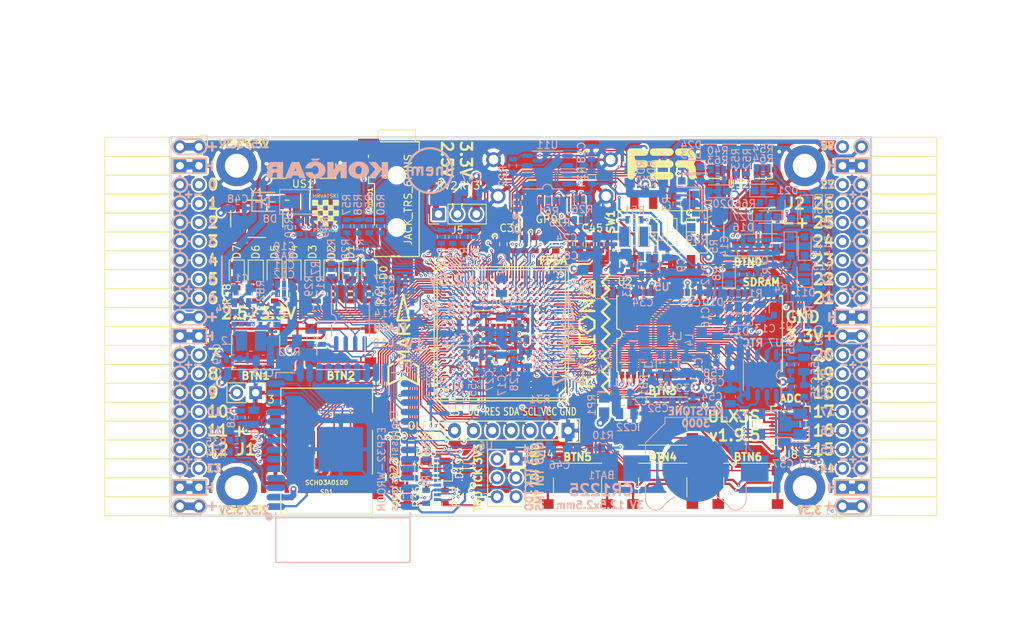
<source format=kicad_pcb>
(kicad_pcb (version 20171130) (host pcbnew 5.0.0-rc2+dfsg1-3)
  (layers (0 F.Cu signal) (1 In1.Cu signal) (2 In2.Cu signal) (31 B.Cu signal) (34 B.Paste user) (35 F.Paste user) (36 B.SilkS user) (37 F.SilkS user) (38 B.Mask user) (39 F.Mask user) (44 Edge.Cuts user))
  (net 0 "")
  (net 1 GND)
  (net 2 +5V)
  (net 3 /gpio/IN5V)
  (net 4 /gpio/OUT5V)
  (net 5 +3V3)
  (net 6 BTN_D)
  (net 7 BTN_F1)
  (net 8 BTN_F2)
  (net 9 BTN_L)
  (net 10 BTN_R)
  (net 11 BTN_U)
  (net 12 /power/FB1)
  (net 13 +2V5)
  (net 14 /power/PWREN)
  (net 15 /power/FB3)
  (net 16 /power/FB2)
  (net 17 /power/VBAT)
  (net 18 JTAG_TDI)
  (net 19 JTAG_TCK)
  (net 20 JTAG_TMS)
  (net 21 JTAG_TDO)
  (net 22 /power/WAKEUPn)
  (net 23 /power/WKUP)
  (net 24 /power/SHUT)
  (net 25 /power/WAKE)
  (net 26 /power/HOLD)
  (net 27 /power/WKn)
  (net 28 /power/OSCI_32k)
  (net 29 /power/OSCO_32k)
  (net 30 SHUTDOWN)
  (net 31 GPDI_SDA)
  (net 32 GPDI_SCL)
  (net 33 /gpdi/VREF2)
  (net 34 SD_CMD)
  (net 35 SD_CLK)
  (net 36 SD_D0)
  (net 37 SD_D1)
  (net 38 USB5V)
  (net 39 GPDI_CEC)
  (net 40 nRESET)
  (net 41 FTDI_nDTR)
  (net 42 SDRAM_CKE)
  (net 43 SDRAM_A7)
  (net 44 SDRAM_D15)
  (net 45 SDRAM_BA1)
  (net 46 SDRAM_D7)
  (net 47 SDRAM_A6)
  (net 48 SDRAM_CLK)
  (net 49 SDRAM_D13)
  (net 50 SDRAM_BA0)
  (net 51 SDRAM_D6)
  (net 52 SDRAM_A5)
  (net 53 SDRAM_D14)
  (net 54 SDRAM_A11)
  (net 55 SDRAM_D12)
  (net 56 SDRAM_D5)
  (net 57 SDRAM_A4)
  (net 58 SDRAM_A10)
  (net 59 SDRAM_D11)
  (net 60 SDRAM_A3)
  (net 61 SDRAM_D4)
  (net 62 SDRAM_D10)
  (net 63 SDRAM_D9)
  (net 64 SDRAM_A9)
  (net 65 SDRAM_D3)
  (net 66 SDRAM_D8)
  (net 67 SDRAM_A8)
  (net 68 SDRAM_A2)
  (net 69 SDRAM_A1)
  (net 70 SDRAM_A0)
  (net 71 SDRAM_D2)
  (net 72 SDRAM_D1)
  (net 73 SDRAM_D0)
  (net 74 SDRAM_DQM0)
  (net 75 SDRAM_nCS)
  (net 76 SDRAM_nRAS)
  (net 77 SDRAM_DQM1)
  (net 78 SDRAM_nCAS)
  (net 79 SDRAM_nWE)
  (net 80 /flash/FLASH_nWP)
  (net 81 /flash/FLASH_nHOLD)
  (net 82 /flash/FLASH_MOSI)
  (net 83 /flash/FLASH_MISO)
  (net 84 /flash/FLASH_SCK)
  (net 85 /flash/FLASH_nCS)
  (net 86 /flash/FPGA_PROGRAMN)
  (net 87 /flash/FPGA_DONE)
  (net 88 /flash/FPGA_INITN)
  (net 89 OLED_RES)
  (net 90 OLED_DC)
  (net 91 OLED_CS)
  (net 92 WIFI_EN)
  (net 93 FTDI_nRTS)
  (net 94 FTDI_TXD)
  (net 95 FTDI_RXD)
  (net 96 WIFI_RXD)
  (net 97 WIFI_GPIO0)
  (net 98 WIFI_TXD)
  (net 99 USB_FTDI_D+)
  (net 100 USB_FTDI_D-)
  (net 101 SD_D3)
  (net 102 AUDIO_L3)
  (net 103 AUDIO_L2)
  (net 104 AUDIO_L1)
  (net 105 AUDIO_L0)
  (net 106 AUDIO_R3)
  (net 107 AUDIO_R2)
  (net 108 AUDIO_R1)
  (net 109 AUDIO_R0)
  (net 110 OLED_CLK)
  (net 111 OLED_MOSI)
  (net 112 LED0)
  (net 113 LED1)
  (net 114 LED2)
  (net 115 LED3)
  (net 116 LED4)
  (net 117 LED5)
  (net 118 LED6)
  (net 119 LED7)
  (net 120 BTN_PWRn)
  (net 121 FTDI_nTXLED)
  (net 122 FTDI_nSLEEP)
  (net 123 /blinkey/LED_PWREN)
  (net 124 /blinkey/LED_TXLED)
  (net 125 /sdcard/SD3V3)
  (net 126 SD_D2)
  (net 127 CLK_25MHz)
  (net 128 /blinkey/BTNPUL)
  (net 129 /blinkey/BTNPUR)
  (net 130 USB_FPGA_D+)
  (net 131 /power/FTDI_nSUSPEND)
  (net 132 /blinkey/ALED0)
  (net 133 /blinkey/ALED1)
  (net 134 /blinkey/ALED2)
  (net 135 /blinkey/ALED3)
  (net 136 /blinkey/ALED4)
  (net 137 /blinkey/ALED5)
  (net 138 /blinkey/ALED6)
  (net 139 /blinkey/ALED7)
  (net 140 /usb/FTD-)
  (net 141 /usb/FTD+)
  (net 142 ADC_MISO)
  (net 143 ADC_MOSI)
  (net 144 ADC_CSn)
  (net 145 ADC_SCLK)
  (net 146 SW3)
  (net 147 SW2)
  (net 148 SW1)
  (net 149 USB_FPGA_D-)
  (net 150 /usb/FPD+)
  (net 151 /usb/FPD-)
  (net 152 WIFI_GPIO16)
  (net 153 /usb/ANT_433MHz)
  (net 154 /power/PWRBTn)
  (net 155 PROG_DONE)
  (net 156 /power/P3V3)
  (net 157 /power/P2V5)
  (net 158 /power/L1)
  (net 159 /power/L3)
  (net 160 /power/L2)
  (net 161 FTDI_TXDEN)
  (net 162 SDRAM_A12)
  (net 163 /analog/AUDIO_V)
  (net 164 AUDIO_V3)
  (net 165 AUDIO_V2)
  (net 166 AUDIO_V1)
  (net 167 AUDIO_V0)
  (net 168 /blinkey/LED_WIFI)
  (net 169 /power/P1V1)
  (net 170 +1V1)
  (net 171 SW4)
  (net 172 /blinkey/SWPU)
  (net 173 /wifi/WIFIEN)
  (net 174 FT2V5)
  (net 175 GN0)
  (net 176 GP0)
  (net 177 GN1)
  (net 178 GP1)
  (net 179 GN2)
  (net 180 GP2)
  (net 181 GN3)
  (net 182 GP3)
  (net 183 GN4)
  (net 184 GP4)
  (net 185 GN5)
  (net 186 GP5)
  (net 187 GN6)
  (net 188 GP6)
  (net 189 GN14)
  (net 190 GP14)
  (net 191 GN15)
  (net 192 GP15)
  (net 193 GN16)
  (net 194 GP16)
  (net 195 GN17)
  (net 196 GP17)
  (net 197 GN18)
  (net 198 GP18)
  (net 199 GN19)
  (net 200 GP19)
  (net 201 GN20)
  (net 202 GP20)
  (net 203 GN21)
  (net 204 GP21)
  (net 205 GN22)
  (net 206 GP22)
  (net 207 GN23)
  (net 208 GP23)
  (net 209 GN24)
  (net 210 GP24)
  (net 211 GN25)
  (net 212 GP25)
  (net 213 GN26)
  (net 214 GP26)
  (net 215 GN27)
  (net 216 GP27)
  (net 217 GN7)
  (net 218 GP7)
  (net 219 GN8)
  (net 220 GP8)
  (net 221 GN9)
  (net 222 GP9)
  (net 223 GN10)
  (net 224 GP10)
  (net 225 GN11)
  (net 226 GP11)
  (net 227 GN12)
  (net 228 GP12)
  (net 229 GN13)
  (net 230 GP13)
  (net 231 WIFI_GPIO5)
  (net 232 WIFI_GPIO17)
  (net 233 USB_FPGA_PULL_D+)
  (net 234 USB_FPGA_PULL_D-)
  (net 235 "Net-(D23-Pad2)")
  (net 236 "Net-(D24-Pad1)")
  (net 237 "Net-(D25-Pad2)")
  (net 238 "Net-(D26-Pad1)")
  (net 239 /gpdi/GPDI_ETH+)
  (net 240 FPDI_ETH+)
  (net 241 /gpdi/GPDI_ETH-)
  (net 242 FPDI_ETH-)
  (net 243 /gpdi/GPDI_D2-)
  (net 244 FPDI_D2-)
  (net 245 /gpdi/GPDI_D1-)
  (net 246 FPDI_D1-)
  (net 247 /gpdi/GPDI_D0-)
  (net 248 FPDI_D0-)
  (net 249 /gpdi/GPDI_CLK-)
  (net 250 FPDI_CLK-)
  (net 251 /gpdi/GPDI_D2+)
  (net 252 FPDI_D2+)
  (net 253 /gpdi/GPDI_D1+)
  (net 254 FPDI_D1+)
  (net 255 /gpdi/GPDI_D0+)
  (net 256 FPDI_D0+)
  (net 257 /gpdi/GPDI_CLK+)
  (net 258 FPDI_CLK+)
  (net 259 FPDI_SDA)
  (net 260 FPDI_SCL)
  (net 261 /gpdi/FPDI_CEC)
  (net 262 2V5_3V3)
  (net 263 "Net-(AUDIO1-Pad5)")
  (net 264 "Net-(AUDIO1-Pad6)")
  (net 265 "Net-(U1-PadA15)")
  (net 266 "Net-(U1-PadC9)")
  (net 267 "Net-(U1-PadD9)")
  (net 268 "Net-(U1-PadD10)")
  (net 269 "Net-(U1-PadD11)")
  (net 270 "Net-(U1-PadD12)")
  (net 271 "Net-(U1-PadE6)")
  (net 272 "Net-(U1-PadE9)")
  (net 273 "Net-(U1-PadE10)")
  (net 274 "Net-(U1-PadE11)")
  (net 275 "Net-(U1-PadJ4)")
  (net 276 "Net-(U1-PadJ5)")
  (net 277 "Net-(U1-PadK5)")
  (net 278 "Net-(U1-PadL5)")
  (net 279 "Net-(U1-PadM4)")
  (net 280 "Net-(U1-PadM5)")
  (net 281 SD_CD)
  (net 282 SD_WP)
  (net 283 "Net-(U1-PadR3)")
  (net 284 "Net-(U1-PadT16)")
  (net 285 "Net-(U1-PadW4)")
  (net 286 "Net-(U1-PadW5)")
  (net 287 "Net-(U1-PadW8)")
  (net 288 "Net-(U1-PadW9)")
  (net 289 "Net-(U1-PadW13)")
  (net 290 "Net-(U1-PadW14)")
  (net 291 "Net-(U1-PadW17)")
  (net 292 "Net-(U1-PadW18)")
  (net 293 FTDI_nRXLED)
  (net 294 "Net-(U8-Pad12)")
  (net 295 "Net-(U8-Pad25)")
  (net 296 "Net-(U9-Pad32)")
  (net 297 "Net-(U9-Pad22)")
  (net 298 "Net-(U9-Pad21)")
  (net 299 "Net-(U9-Pad20)")
  (net 300 "Net-(U9-Pad19)")
  (net 301 "Net-(U9-Pad18)")
  (net 302 "Net-(U9-Pad17)")
  (net 303 "Net-(U9-Pad12)")
  (net 304 "Net-(U9-Pad5)")
  (net 305 "Net-(U9-Pad4)")
  (net 306 "Net-(US1-Pad4)")
  (net 307 "Net-(Y2-Pad3)")
  (net 308 "Net-(Y2-Pad2)")
  (net 309 "Net-(U1-PadK16)")
  (net 310 "Net-(U1-PadK17)")
  (net 311 /usb/US2VBUS)
  (net 312 /power/SHD)
  (net 313 /power/RTCVDD)
  (net 314 "Net-(D27-Pad2)")
  (net 315 US2_ID)
  (net 316 /analog/AUDIO_L)
  (net 317 /analog/AUDIO_R)
  (net 318 /analog/ADC3V3)
  (module Keystone_3000_1x12mm-CoinCell:Keystone_3000_1x12mm-CoinCell (layer B.Cu) (at 164.585 105.87 90)
    (fp_text reference BAT1 (at -0.907 -12.685 180) (layer B.SilkS) (effects (justify mirror)))
    (fp_text value CR1225)
    (pad 1 smd rect (at 0 7.9 180) (size 3.7 3.5) (layers B.Cu B.Paste B.Mask) (net 17 /power/VBAT) (clearance 0.7))
    (pad 1 smd rect (at 0 -7.9 180) (size 3.7 3.5) (layers B.Cu B.Paste B.Mask) (net 17 /power/VBAT) (clearance 0.7))
    (pad 2 smd circle (at 0 0 180) (size 9 9) (layers B.Cu B.Mask) (net 1 GND))
  )
  (module SM8:SM8 (layer B.Cu) (at 144.68 65.8015 90)
    (fp_text reference U11 (at 3.3475 -0.019 -180) (layer B.SilkS) (effects (justify mirror)))
    (fp_text value PCA9306D)
    (pad 1 smd rect (at -1.905 -2.7) (size 1.55 0.6) (layers B.Cu B.Paste B.Mask) (net 1 GND))
    (pad 2 smd oval (at -0.635 -2.7) (size 1.55 0.6) (layers B.Cu B.Paste B.Mask) (net 13 +2V5))
    (pad 3 smd oval (at 0.635 -2.7) (size 1.55 0.6) (layers B.Cu B.Paste B.Mask) (net 260 FPDI_SCL))
    (pad 4 smd oval (at 1.905 -2.7) (size 1.55 0.6) (layers B.Cu B.Paste B.Mask) (net 259 FPDI_SDA))
    (pad 5 smd oval (at 1.905 2.7) (size 1.55 0.6) (layers B.Cu B.Paste B.Mask) (net 31 GPDI_SDA))
    (pad 6 smd oval (at 0.635 2.7) (size 1.55 0.6) (layers B.Cu B.Paste B.Mask) (net 32 GPDI_SCL))
    (pad 7 smd oval (at -0.635 2.7) (size 1.55 0.6) (layers B.Cu B.Paste B.Mask) (net 33 /gpdi/VREF2))
    (pad 8 smd oval (at -1.905 2.7) (size 1.55 0.6) (layers B.Cu B.Paste B.Mask) (net 5 +3V3))
  )
  (module TSOP54:TSOP54 (layer F.Cu) (at 165.093 87.8 90)
    (fp_text reference U2 (at 6.98 -9.993 180) (layer F.SilkS))
    (fp_text value MT48LC16M16A2TG)
    (pad 28 smd rect (at 5.53 10.4 90) (size 0.9 0.56) (layers F.Cu F.Paste F.Mask) (net 1 GND))
    (pad 1 smd rect (at -5.53 -10.4 90) (size 0.9 0.56) (layers F.Cu F.Paste F.Mask) (net 5 +3V3))
    (pad 2 smd rect (at -5.53 -9.6 90) (size 0.9 0.56) (layers F.Cu F.Paste F.Mask) (net 73 SDRAM_D0))
    (pad 3 smd rect (at -5.53 -8.8 90) (size 0.9 0.56) (layers F.Cu F.Paste F.Mask) (net 5 +3V3))
    (pad 4 smd rect (at -5.53 -8 90) (size 0.9 0.56) (layers F.Cu F.Paste F.Mask) (net 72 SDRAM_D1))
    (pad 5 smd rect (at -5.53 -7.2 90) (size 0.9 0.56) (layers F.Cu F.Paste F.Mask) (net 71 SDRAM_D2))
    (pad 6 smd rect (at -5.53 -6.4 90) (size 0.9 0.56) (layers F.Cu F.Paste F.Mask) (net 1 GND))
    (pad 7 smd rect (at -5.53 -5.6 90) (size 0.9 0.56) (layers F.Cu F.Paste F.Mask) (net 65 SDRAM_D3))
    (pad 8 smd rect (at -5.53 -4.8 90) (size 0.9 0.56) (layers F.Cu F.Paste F.Mask) (net 61 SDRAM_D4))
    (pad 9 smd rect (at -5.53 -4 90) (size 0.9 0.56) (layers F.Cu F.Paste F.Mask) (net 5 +3V3))
    (pad 10 smd rect (at -5.53 -3.2 90) (size 0.9 0.56) (layers F.Cu F.Paste F.Mask) (net 56 SDRAM_D5))
    (pad 11 smd rect (at -5.53 -2.4 90) (size 0.9 0.56) (layers F.Cu F.Paste F.Mask) (net 51 SDRAM_D6))
    (pad 12 smd rect (at -5.53 -1.6 90) (size 0.9 0.56) (layers F.Cu F.Paste F.Mask) (net 1 GND))
    (pad 13 smd rect (at -5.53 -0.8 90) (size 0.9 0.56) (layers F.Cu F.Paste F.Mask) (net 46 SDRAM_D7))
    (pad 14 smd rect (at -5.53 0 90) (size 0.9 0.56) (layers F.Cu F.Paste F.Mask) (net 5 +3V3))
    (pad 15 smd rect (at -5.53 0.8 90) (size 0.9 0.56) (layers F.Cu F.Paste F.Mask) (net 74 SDRAM_DQM0))
    (pad 16 smd rect (at -5.53 1.6 90) (size 0.9 0.56) (layers F.Cu F.Paste F.Mask) (net 79 SDRAM_nWE))
    (pad 17 smd rect (at -5.53 2.4 90) (size 0.9 0.56) (layers F.Cu F.Paste F.Mask) (net 78 SDRAM_nCAS))
    (pad 18 smd rect (at -5.53 3.2 90) (size 0.9 0.56) (layers F.Cu F.Paste F.Mask) (net 76 SDRAM_nRAS))
    (pad 19 smd rect (at -5.53 4 90) (size 0.9 0.56) (layers F.Cu F.Paste F.Mask) (net 75 SDRAM_nCS))
    (pad 20 smd rect (at -5.53 4.8 90) (size 0.9 0.56) (layers F.Cu F.Paste F.Mask) (net 50 SDRAM_BA0))
    (pad 21 smd rect (at -5.53 5.6 90) (size 0.9 0.56) (layers F.Cu F.Paste F.Mask) (net 45 SDRAM_BA1))
    (pad 22 smd rect (at -5.53 6.4 90) (size 0.9 0.56) (layers F.Cu F.Paste F.Mask) (net 58 SDRAM_A10))
    (pad 23 smd rect (at -5.53 7.2 90) (size 0.9 0.56) (layers F.Cu F.Paste F.Mask) (net 70 SDRAM_A0))
    (pad 24 smd rect (at -5.53 8 90) (size 0.9 0.56) (layers F.Cu F.Paste F.Mask) (net 69 SDRAM_A1))
    (pad 25 smd rect (at -5.53 8.8 90) (size 0.9 0.56) (layers F.Cu F.Paste F.Mask) (net 68 SDRAM_A2))
    (pad 26 smd rect (at -5.53 9.6 90) (size 0.9 0.56) (layers F.Cu F.Paste F.Mask) (net 60 SDRAM_A3))
    (pad 27 smd rect (at -5.53 10.4 90) (size 0.9 0.56) (layers F.Cu F.Paste F.Mask) (net 5 +3V3))
    (pad 29 smd rect (at 5.53 9.6 90) (size 0.9 0.56) (layers F.Cu F.Paste F.Mask) (net 57 SDRAM_A4))
    (pad 30 smd rect (at 5.53 8.8 90) (size 0.9 0.56) (layers F.Cu F.Paste F.Mask) (net 52 SDRAM_A5))
    (pad 31 smd rect (at 5.53 8 90) (size 0.9 0.56) (layers F.Cu F.Paste F.Mask) (net 47 SDRAM_A6))
    (pad 32 smd rect (at 5.53 7.2 90) (size 0.9 0.56) (layers F.Cu F.Paste F.Mask) (net 43 SDRAM_A7))
    (pad 33 smd rect (at 5.53 6.4 90) (size 0.9 0.56) (layers F.Cu F.Paste F.Mask) (net 67 SDRAM_A8))
    (pad 34 smd rect (at 5.53 5.6 90) (size 0.9 0.56) (layers F.Cu F.Paste F.Mask) (net 64 SDRAM_A9))
    (pad 35 smd rect (at 5.53 4.8 90) (size 0.9 0.56) (layers F.Cu F.Paste F.Mask) (net 54 SDRAM_A11))
    (pad 36 smd rect (at 5.53 4 90) (size 0.9 0.56) (layers F.Cu F.Paste F.Mask) (net 162 SDRAM_A12))
    (pad 37 smd rect (at 5.53 3.2 90) (size 0.9 0.56) (layers F.Cu F.Paste F.Mask) (net 42 SDRAM_CKE))
    (pad 38 smd rect (at 5.53 2.4 90) (size 0.9 0.56) (layers F.Cu F.Paste F.Mask) (net 48 SDRAM_CLK))
    (pad 39 smd rect (at 5.53 1.6 90) (size 0.9 0.56) (layers F.Cu F.Paste F.Mask) (net 77 SDRAM_DQM1))
    (pad 40 smd rect (at 5.53 0.8 90) (size 0.9 0.56) (layers F.Cu F.Paste F.Mask))
    (pad 41 smd rect (at 5.53 0 90) (size 0.9 0.56) (layers F.Cu F.Paste F.Mask) (net 1 GND))
    (pad 42 smd rect (at 5.53 -0.8 90) (size 0.9 0.56) (layers F.Cu F.Paste F.Mask) (net 66 SDRAM_D8))
    (pad 43 smd rect (at 5.53 -1.6 90) (size 0.9 0.56) (layers F.Cu F.Paste F.Mask) (net 5 +3V3))
    (pad 44 smd rect (at 5.53 -2.4 90) (size 0.9 0.56) (layers F.Cu F.Paste F.Mask) (net 63 SDRAM_D9))
    (pad 45 smd rect (at 5.53 -3.2 90) (size 0.9 0.56) (layers F.Cu F.Paste F.Mask) (net 62 SDRAM_D10))
    (pad 46 smd rect (at 5.53 -4 90) (size 0.9 0.56) (layers F.Cu F.Paste F.Mask) (net 1 GND))
    (pad 47 smd rect (at 5.53 -4.8 90) (size 0.9 0.56) (layers F.Cu F.Paste F.Mask) (net 59 SDRAM_D11))
    (pad 48 smd rect (at 5.53 -5.6 90) (size 0.9 0.56) (layers F.Cu F.Paste F.Mask) (net 55 SDRAM_D12))
    (pad 49 smd rect (at 5.53 -6.4 90) (size 0.9 0.56) (layers F.Cu F.Paste F.Mask) (net 5 +3V3))
    (pad 50 smd rect (at 5.53 -7.2 90) (size 0.9 0.56) (layers F.Cu F.Paste F.Mask) (net 49 SDRAM_D13))
    (pad 51 smd rect (at 5.53 -8 90) (size 0.9 0.56) (layers F.Cu F.Paste F.Mask) (net 53 SDRAM_D14))
    (pad 52 smd rect (at 5.53 -8.8 90) (size 0.9 0.56) (layers F.Cu F.Paste F.Mask) (net 1 GND))
    (pad 53 smd rect (at 5.53 -9.6 90) (size 0.9 0.56) (layers F.Cu F.Paste F.Mask) (net 44 SDRAM_D15))
    (pad 54 smd rect (at 5.53 -10.4 90) (size 0.9 0.56) (layers F.Cu F.Paste F.Mask) (net 1 GND))
  )
  (module SOA008-150mil:SOA008-150-208mil (layer B.Cu) (at 118.245 85.822 270)
    (fp_text reference U10 (at 3.175 -4.445) (layer B.SilkS) (effects (justify mirror)))
    (fp_text value IS25LP128F-JBLE)
    (pad 1 smd rect (at -3.302 1.905 270) (size 2.1 0.6) (layers B.Cu B.Paste B.Mask) (net 85 /flash/FLASH_nCS))
    (pad 2 smd oval (at -3.302 0.635 270) (size 2.1 0.6) (layers B.Cu B.Paste B.Mask) (net 83 /flash/FLASH_MISO))
    (pad 3 smd oval (at -3.302 -0.635 270) (size 2.1 0.6) (layers B.Cu B.Paste B.Mask) (net 80 /flash/FLASH_nWP))
    (pad 4 smd oval (at -3.302 -1.905 270) (size 2.1 0.6) (layers B.Cu B.Paste B.Mask) (net 1 GND))
    (pad 5 smd oval (at 3.302 -1.905 270) (size 2.1 0.6) (layers B.Cu B.Paste B.Mask) (net 82 /flash/FLASH_MOSI))
    (pad 6 smd oval (at 3.302 -0.635 270) (size 2.1 0.6) (layers B.Cu B.Paste B.Mask) (net 84 /flash/FLASH_SCK))
    (pad 7 smd oval (at 3.302 0.635 270) (size 2.1 0.6) (layers B.Cu B.Paste B.Mask) (net 81 /flash/FLASH_nHOLD))
    (pad 8 smd oval (at 3.302 1.905 270) (size 2.1 0.6) (layers B.Cu B.Paste B.Mask) (net 5 +3V3))
  )
  (module SOT96-1:SOT96-1 (layer B.Cu) (at 173.49 93.315 90)
    (fp_text reference U7 (at 4.318 1.778 180) (layer B.SilkS) (effects (justify mirror)))
    (fp_text value PCF8523)
    (pad 1 smd rect (at -2.7 1.905 90) (size 1.55 0.6) (layers B.Cu B.Paste B.Mask) (net 28 /power/OSCI_32k))
    (pad 2 smd oval (at -2.7 0.635 90) (size 1.55 0.6) (layers B.Cu B.Paste B.Mask) (net 29 /power/OSCO_32k))
    (pad 3 smd oval (at -2.7 -0.635 90) (size 1.55 0.6) (layers B.Cu B.Paste B.Mask) (net 17 /power/VBAT))
    (pad 4 smd oval (at -2.7 -1.905 90) (size 1.55 0.6) (layers B.Cu B.Paste B.Mask) (net 1 GND))
    (pad 5 smd oval (at 2.7 -1.905 90) (size 1.55 0.6) (layers B.Cu B.Paste B.Mask) (net 259 FPDI_SDA))
    (pad 6 smd oval (at 2.7 -0.635 90) (size 1.55 0.6) (layers B.Cu B.Paste B.Mask) (net 260 FPDI_SCL))
    (pad 7 smd oval (at 2.7 0.635 90) (size 1.55 0.6) (layers B.Cu B.Paste B.Mask) (net 22 /power/WAKEUPn))
    (pad 8 smd oval (at 2.7 1.905 90) (size 1.55 0.6) (layers B.Cu B.Paste B.Mask) (net 313 /power/RTCVDD))
  )
  (module ft231x:FT231X-SSOP-20_4.4x6.5mm_Pitch0.65mm (layer B.Cu) (at 132.835 107.14 180)
    (fp_text reference U6 (at -3.556 4.318 180) (layer B.SilkS) (effects (justify mirror)))
    (fp_text value FT231XS)
    (pad 20 smd rect (at 2.9 2.925 180) (size 1 0.4) (layers B.Cu B.Paste B.Mask) (net 94 FTDI_TXD))
    (pad 19 smd rect (at 2.9 2.275 180) (size 1 0.4) (layers B.Cu B.Paste B.Mask) (net 122 FTDI_nSLEEP))
    (pad 18 smd rect (at 2.9 1.625 180) (size 1 0.4) (layers B.Cu B.Paste B.Mask) (net 161 FTDI_TXDEN))
    (pad 17 smd rect (at 2.9 0.975 180) (size 1 0.4) (layers B.Cu B.Paste B.Mask) (net 293 FTDI_nRXLED))
    (pad 16 smd rect (at 2.9 0.325 180) (size 1 0.4) (layers B.Cu B.Paste B.Mask) (net 1 GND))
    (pad 15 smd rect (at 2.9 -0.325 180) (size 1 0.4) (layers B.Cu B.Paste B.Mask) (net 38 USB5V))
    (pad 14 smd rect (at 2.9 -0.975 180) (size 1 0.4) (layers B.Cu B.Paste B.Mask) (net 40 nRESET))
    (pad 13 smd rect (at 2.9 -1.625 180) (size 1 0.4) (layers B.Cu B.Paste B.Mask) (net 174 FT2V5))
    (pad 12 smd rect (at 2.9 -2.275 180) (size 1 0.4) (layers B.Cu B.Paste B.Mask) (net 100 USB_FTDI_D-))
    (pad 11 smd rect (at 2.9 -2.925 180) (size 1 0.4) (layers B.Cu B.Paste B.Mask) (net 99 USB_FTDI_D+))
    (pad 10 smd rect (at -2.9 -2.925 180) (size 1 0.4) (layers B.Cu B.Paste B.Mask) (net 121 FTDI_nTXLED))
    (pad 9 smd rect (at -2.9 -2.275 180) (size 1 0.4) (layers B.Cu B.Paste B.Mask) (net 21 JTAG_TDO))
    (pad 8 smd rect (at -2.9 -1.625 180) (size 1 0.4) (layers B.Cu B.Paste B.Mask) (net 20 JTAG_TMS))
    (pad 7 smd rect (at -2.9 -0.975 180) (size 1 0.4) (layers B.Cu B.Paste B.Mask) (net 19 JTAG_TCK))
    (pad 6 smd rect (at -2.9 -0.325 180) (size 1 0.4) (layers B.Cu B.Paste B.Mask) (net 1 GND))
    (pad 5 smd rect (at -2.9 0.325 180) (size 1 0.4) (layers B.Cu B.Paste B.Mask) (net 18 JTAG_TDI))
    (pad 4 smd rect (at -2.9 0.975 180) (size 1 0.4) (layers B.Cu B.Paste B.Mask) (net 95 FTDI_RXD))
    (pad 3 smd rect (at -2.9 1.625 180) (size 1 0.4) (layers B.Cu B.Paste B.Mask) (net 174 FT2V5))
    (pad 2 smd rect (at -2.9 2.275 180) (size 1 0.4) (layers B.Cu B.Paste B.Mask) (net 93 FTDI_nRTS))
    (pad 1 smd rect (at -2.9 2.925 180) (size 1 0.4) (layers B.Cu B.Paste B.Mask) (net 41 FTDI_nDTR))
  )
  (module TSOT-25:TSOT-25 (layer B.Cu) (at 158.235 78.692)
    (fp_text reference U5 (at 1.793 2.812) (layer B.SilkS) (effects (font (thickness 0.2)) (justify mirror)))
    (fp_text value TLV62569DBV)
    (pad 1 smd rect (at -0.95 -1.3) (size 0.7 1.2) (layers B.Cu B.Paste B.Mask) (net 14 /power/PWREN))
    (pad 2 smd rect (at 0 -1.3) (size 0.7 1.2) (layers B.Cu B.Paste B.Mask) (net 1 GND))
    (pad 3 smd rect (at 0.95 -1.3) (size 0.7 1.2) (layers B.Cu B.Paste B.Mask) (net 159 /power/L3))
    (pad 4 smd rect (at 0.95 1.3) (size 0.7 1.2) (layers B.Cu B.Paste B.Mask) (net 2 +5V))
    (pad 5 smd rect (at -0.95 1.3) (size 0.7 1.2) (layers B.Cu B.Paste B.Mask) (net 15 /power/FB3))
  )
  (module TSOT-25:TSOT-25 (layer B.Cu) (at 160.775 91.9)
    (fp_text reference U3 (at -0.295 2.9) (layer B.SilkS) (effects (font (thickness 0.2)) (justify mirror)))
    (fp_text value TLV62569DBV)
    (pad 1 smd rect (at -0.95 -1.3) (size 0.7 1.2) (layers B.Cu B.Paste B.Mask) (net 14 /power/PWREN))
    (pad 2 smd rect (at 0 -1.3) (size 0.7 1.2) (layers B.Cu B.Paste B.Mask) (net 1 GND))
    (pad 3 smd rect (at 0.95 -1.3) (size 0.7 1.2) (layers B.Cu B.Paste B.Mask) (net 158 /power/L1))
    (pad 4 smd rect (at 0.95 1.3) (size 0.7 1.2) (layers B.Cu B.Paste B.Mask) (net 2 +5V))
    (pad 5 smd rect (at -0.95 1.3) (size 0.7 1.2) (layers B.Cu B.Paste B.Mask) (net 12 /power/FB1))
  )
  (module TSOT-25:TSOT-25 (layer B.Cu) (at 103.625 84.915 180)
    (fp_text reference U4 (at 2.525 0.4265 180) (layer B.SilkS) (effects (font (thickness 0.2)) (justify mirror)))
    (fp_text value TLV62569DBV)
    (pad 1 smd rect (at -0.95 -1.3 180) (size 0.7 1.2) (layers B.Cu B.Paste B.Mask) (net 14 /power/PWREN))
    (pad 2 smd rect (at 0 -1.3 180) (size 0.7 1.2) (layers B.Cu B.Paste B.Mask) (net 1 GND))
    (pad 3 smd rect (at 0.95 -1.3 180) (size 0.7 1.2) (layers B.Cu B.Paste B.Mask) (net 160 /power/L2))
    (pad 4 smd rect (at 0.95 1.3 180) (size 0.7 1.2) (layers B.Cu B.Paste B.Mask) (net 2 +5V))
    (pad 5 smd rect (at -0.95 1.3 180) (size 0.7 1.2) (layers B.Cu B.Paste B.Mask) (net 16 /power/FB2))
  )
  (module ESP32:ESP32-WROOM (layer B.Cu) (at 117.23 105.75 180)
    (fp_text reference U9 (at -8.366 13.85 180) (layer B.SilkS) (effects (justify mirror)))
    (fp_text value ESP-WROOM32)
    (fp_text user "Espressif Systems" (at -6.858 0.889 90) (layer B.SilkS) (effects (justify mirror)))
    (fp_text user ESP32-WROOM (at -5.207 -0.254 90) (layer B.SilkS) (effects (justify mirror)))
    (pad 38 smd oval (at -9 -5.25 180) (size 2.5 0.9) (layers B.Cu B.Paste B.Mask) (net 1 GND))
    (pad 37 smd oval (at -9 -3.98 180) (size 2.5 0.9) (layers B.Cu B.Paste B.Mask) (net 18 JTAG_TDI))
    (pad 36 smd oval (at -9 -2.71 180) (size 2.5 0.9) (layers B.Cu B.Paste B.Mask) (net 155 PROG_DONE))
    (pad 35 smd oval (at -9 -1.44 180) (size 2.5 0.9) (layers B.Cu B.Paste B.Mask) (net 98 WIFI_TXD))
    (pad 34 smd oval (at -9 -0.17 180) (size 2.5 0.9) (layers B.Cu B.Paste B.Mask) (net 96 WIFI_RXD))
    (pad 33 smd oval (at -9 1.1 180) (size 2.5 0.9) (layers B.Cu B.Paste B.Mask) (net 20 JTAG_TMS))
    (pad 32 smd oval (at -9 2.37 180) (size 2.5 0.9) (layers B.Cu B.Paste B.Mask) (net 296 "Net-(U9-Pad32)"))
    (pad 31 smd oval (at -9 3.64 180) (size 2.5 0.9) (layers B.Cu B.Paste B.Mask) (net 21 JTAG_TDO))
    (pad 30 smd oval (at -9 4.91 180) (size 2.5 0.9) (layers B.Cu B.Paste B.Mask) (net 19 JTAG_TCK))
    (pad 29 smd oval (at -9 6.18 180) (size 2.5 0.9) (layers B.Cu B.Paste B.Mask) (net 231 WIFI_GPIO5))
    (pad 28 smd oval (at -9 7.45 180) (size 2.5 0.9) (layers B.Cu B.Paste B.Mask) (net 232 WIFI_GPIO17))
    (pad 27 smd oval (at -9 8.72 180) (size 2.5 0.9) (layers B.Cu B.Paste B.Mask) (net 152 WIFI_GPIO16))
    (pad 26 smd oval (at -9 9.99 180) (size 2.5 0.9) (layers B.Cu B.Paste B.Mask) (net 37 SD_D1))
    (pad 25 smd oval (at -9 11.26 180) (size 2.5 0.9) (layers B.Cu B.Paste B.Mask) (net 97 WIFI_GPIO0))
    (pad 24 smd oval (at -5.715 12.75 180) (size 0.9 2.5) (layers B.Cu B.Paste B.Mask) (net 36 SD_D0))
    (pad 23 smd oval (at -4.445 12.75 180) (size 0.9 2.5) (layers B.Cu B.Paste B.Mask) (net 34 SD_CMD))
    (pad 22 smd oval (at -3.175 12.75 180) (size 0.9 2.5) (layers B.Cu B.Paste B.Mask) (net 297 "Net-(U9-Pad22)"))
    (pad 21 smd oval (at -1.905 12.75 180) (size 0.9 2.5) (layers B.Cu B.Paste B.Mask) (net 298 "Net-(U9-Pad21)"))
    (pad 20 smd oval (at -0.635 12.75 180) (size 0.9 2.5) (layers B.Cu B.Paste B.Mask) (net 299 "Net-(U9-Pad20)"))
    (pad 19 smd oval (at 0.635 12.75 180) (size 0.9 2.5) (layers B.Cu B.Paste B.Mask) (net 300 "Net-(U9-Pad19)"))
    (pad 18 smd oval (at 1.905 12.75 180) (size 0.9 2.5) (layers B.Cu B.Paste B.Mask) (net 301 "Net-(U9-Pad18)"))
    (pad 17 smd oval (at 3.175 12.75 180) (size 0.9 2.5) (layers B.Cu B.Paste B.Mask) (net 302 "Net-(U9-Pad17)"))
    (pad 16 smd oval (at 4.445 12.75 180) (size 0.9 2.5) (layers B.Cu B.Paste B.Mask) (net 101 SD_D3))
    (pad 15 smd oval (at 5.715 12.75 180) (size 0.9 2.5) (layers B.Cu B.Paste B.Mask) (net 1 GND))
    (pad 14 smd oval (at 9 11.26 180) (size 2.5 0.9) (layers B.Cu B.Paste B.Mask) (net 126 SD_D2))
    (pad 13 smd oval (at 9 9.99 180) (size 2.5 0.9) (layers B.Cu B.Paste B.Mask) (net 35 SD_CLK))
    (pad 12 smd oval (at 9 8.72 180) (size 2.5 0.9) (layers B.Cu B.Paste B.Mask) (net 303 "Net-(U9-Pad12)"))
    (pad 11 smd oval (at 9 7.45 180) (size 2.5 0.9) (layers B.Cu B.Paste B.Mask) (net 225 GN11))
    (pad 10 smd oval (at 9 6.18 180) (size 2.5 0.9) (layers B.Cu B.Paste B.Mask) (net 226 GP11))
    (pad 9 smd oval (at 9 4.91 180) (size 2.5 0.9) (layers B.Cu B.Paste B.Mask) (net 227 GN12))
    (pad 8 smd oval (at 9 3.64 180) (size 2.5 0.9) (layers B.Cu B.Paste B.Mask) (net 228 GP12))
    (pad 7 smd oval (at 9 2.37 180) (size 2.5 0.9) (layers B.Cu B.Paste B.Mask) (net 229 GN13))
    (pad 6 smd oval (at 9 1.1 180) (size 2.5 0.9) (layers B.Cu B.Paste B.Mask) (net 230 GP13))
    (pad 5 smd oval (at 9 -0.17 180) (size 2.5 0.9) (layers B.Cu B.Paste B.Mask) (net 304 "Net-(U9-Pad5)"))
    (pad 4 smd oval (at 9 -1.44 180) (size 2.5 0.9) (layers B.Cu B.Paste B.Mask) (net 305 "Net-(U9-Pad4)"))
    (pad 3 smd oval (at 9 -2.71 180) (size 2.5 0.9) (layers B.Cu B.Paste B.Mask) (net 173 /wifi/WIFIEN))
    (pad 2 smd oval (at 9 -3.98 180) (size 2.5 0.9) (layers B.Cu B.Paste B.Mask) (net 5 +3V3))
    (pad 1 smd oval (at 9 -5.25 180) (size 2.5 0.9) (layers B.Cu B.Paste B.Mask) (net 1 GND))
    (pad 39 smd rect (at 0.3 2.45 180) (size 6 6) (layers B.Cu B.Paste B.Mask) (net 1 GND))
  )
  (module inem:inem (layer B.Cu) (at 128.913 65.883)
    (fp_text reference REF** hide)
    (fp_text value inem hide)
    (fp_text user inem (at 0 -0.1) (layer B.SilkS) (effects (font (size 1.5 1.5) (thickness 0.3)) (justify mirror)))
  )
  (module fer:fer4mm6 (layer F.Cu) (at 159.901 64.994)
    (fp_text reference fer hide)
    (fp_text value fer hide)
  )
  (module Socket_Strips:Socket_Strip_Angled_2x20 (layer F.Cu) (at 97.91 62.69 270)
    (fp_text reference J1 (at 40.64 -6.35) (layer F.SilkS) (effects (font (size 1.5 1.5) (thickness 0.3))))
    (fp_text value CONN_02X20 hide)
    (pad 1 thru_hole oval (at 0 0 270) (size 1.7272 1.7272) (drill 1.016) (layers *.Cu *.Mask) (net 262 2V5_3V3))
    (pad 2 thru_hole oval (at 0 2.54 270) (size 1.7272 1.7272) (drill 1.016) (layers *.Cu *.Mask) (net 262 2V5_3V3))
    (pad 3 thru_hole rect (at 2.54 0 270) (size 1.7272 1.7272) (drill 1.016) (layers *.Cu *.Mask) (net 1 GND))
    (pad 4 thru_hole rect (at 2.54 2.54 270) (size 1.7272 1.7272) (drill 1.016) (layers *.Cu *.Mask) (net 1 GND))
    (pad 5 thru_hole oval (at 5.08 0 270) (size 1.7272 1.7272) (drill 1.016) (layers *.Cu *.Mask) (net 175 GN0))
    (pad 6 thru_hole oval (at 5.08 2.54 270) (size 1.7272 1.7272) (drill 1.016) (layers *.Cu *.Mask) (net 176 GP0))
    (pad 7 thru_hole oval (at 7.62 0 270) (size 1.7272 1.7272) (drill 1.016) (layers *.Cu *.Mask) (net 177 GN1))
    (pad 8 thru_hole oval (at 7.62 2.54 270) (size 1.7272 1.7272) (drill 1.016) (layers *.Cu *.Mask) (net 178 GP1))
    (pad 9 thru_hole oval (at 10.16 0 270) (size 1.7272 1.7272) (drill 1.016) (layers *.Cu *.Mask) (net 179 GN2))
    (pad 10 thru_hole oval (at 10.16 2.54 270) (size 1.7272 1.7272) (drill 1.016) (layers *.Cu *.Mask) (net 180 GP2))
    (pad 11 thru_hole oval (at 12.7 0 270) (size 1.7272 1.7272) (drill 1.016) (layers *.Cu *.Mask) (net 181 GN3))
    (pad 12 thru_hole oval (at 12.7 2.54 270) (size 1.7272 1.7272) (drill 1.016) (layers *.Cu *.Mask) (net 182 GP3))
    (pad 13 thru_hole oval (at 15.24 0 270) (size 1.7272 1.7272) (drill 1.016) (layers *.Cu *.Mask) (net 183 GN4))
    (pad 14 thru_hole oval (at 15.24 2.54 270) (size 1.7272 1.7272) (drill 1.016) (layers *.Cu *.Mask) (net 184 GP4))
    (pad 15 thru_hole oval (at 17.78 0 270) (size 1.7272 1.7272) (drill 1.016) (layers *.Cu *.Mask) (net 185 GN5))
    (pad 16 thru_hole oval (at 17.78 2.54 270) (size 1.7272 1.7272) (drill 1.016) (layers *.Cu *.Mask) (net 186 GP5))
    (pad 17 thru_hole oval (at 20.32 0 270) (size 1.7272 1.7272) (drill 1.016) (layers *.Cu *.Mask) (net 187 GN6))
    (pad 18 thru_hole oval (at 20.32 2.54 270) (size 1.7272 1.7272) (drill 1.016) (layers *.Cu *.Mask) (net 188 GP6))
    (pad 19 thru_hole oval (at 22.86 0 270) (size 1.7272 1.7272) (drill 1.016) (layers *.Cu *.Mask) (net 262 2V5_3V3))
    (pad 20 thru_hole oval (at 22.86 2.54 270) (size 1.7272 1.7272) (drill 1.016) (layers *.Cu *.Mask) (net 262 2V5_3V3))
    (pad 21 thru_hole rect (at 25.4 0 270) (size 1.7272 1.7272) (drill 1.016) (layers *.Cu *.Mask) (net 1 GND))
    (pad 22 thru_hole rect (at 25.4 2.54 270) (size 1.7272 1.7272) (drill 1.016) (layers *.Cu *.Mask) (net 1 GND))
    (pad 23 thru_hole oval (at 27.94 0 270) (size 1.7272 1.7272) (drill 1.016) (layers *.Cu *.Mask) (net 217 GN7))
    (pad 24 thru_hole oval (at 27.94 2.54 270) (size 1.7272 1.7272) (drill 1.016) (layers *.Cu *.Mask) (net 218 GP7))
    (pad 25 thru_hole oval (at 30.48 0 270) (size 1.7272 1.7272) (drill 1.016) (layers *.Cu *.Mask) (net 219 GN8))
    (pad 26 thru_hole oval (at 30.48 2.54 270) (size 1.7272 1.7272) (drill 1.016) (layers *.Cu *.Mask) (net 220 GP8))
    (pad 27 thru_hole oval (at 33.02 0 270) (size 1.7272 1.7272) (drill 1.016) (layers *.Cu *.Mask) (net 221 GN9))
    (pad 28 thru_hole oval (at 33.02 2.54 270) (size 1.7272 1.7272) (drill 1.016) (layers *.Cu *.Mask) (net 222 GP9))
    (pad 29 thru_hole oval (at 35.56 0 270) (size 1.7272 1.7272) (drill 1.016) (layers *.Cu *.Mask) (net 223 GN10))
    (pad 30 thru_hole oval (at 35.56 2.54 270) (size 1.7272 1.7272) (drill 1.016) (layers *.Cu *.Mask) (net 224 GP10))
    (pad 31 thru_hole oval (at 38.1 0 270) (size 1.7272 1.7272) (drill 1.016) (layers *.Cu *.Mask) (net 225 GN11))
    (pad 32 thru_hole oval (at 38.1 2.54 270) (size 1.7272 1.7272) (drill 1.016) (layers *.Cu *.Mask) (net 226 GP11))
    (pad 33 thru_hole oval (at 40.64 0 270) (size 1.7272 1.7272) (drill 1.016) (layers *.Cu *.Mask) (net 227 GN12))
    (pad 34 thru_hole oval (at 40.64 2.54 270) (size 1.7272 1.7272) (drill 1.016) (layers *.Cu *.Mask) (net 228 GP12))
    (pad 35 thru_hole oval (at 43.18 0 270) (size 1.7272 1.7272) (drill 1.016) (layers *.Cu *.Mask) (net 229 GN13))
    (pad 36 thru_hole oval (at 43.18 2.54 270) (size 1.7272 1.7272) (drill 1.016) (layers *.Cu *.Mask) (net 230 GP13))
    (pad 37 thru_hole rect (at 45.72 0 270) (size 1.7272 1.7272) (drill 1.016) (layers *.Cu *.Mask) (net 1 GND))
    (pad 38 thru_hole rect (at 45.72 2.54 270) (size 1.7272 1.7272) (drill 1.016) (layers *.Cu *.Mask) (net 1 GND))
    (pad 39 thru_hole oval (at 48.26 0 270) (size 1.7272 1.7272) (drill 1.016) (layers *.Cu *.Mask) (net 262 2V5_3V3))
    (pad 40 thru_hole oval (at 48.26 2.54 270) (size 1.7272 1.7272) (drill 1.016) (layers *.Cu *.Mask) (net 262 2V5_3V3))
  )
  (module Socket_Strips:Socket_Strip_Angled_2x20 (layer F.Cu) (at 184.27 110.95 90)
    (fp_text reference J2 (at 40.64 -6.35 180) (layer F.SilkS) (effects (font (size 1.5 1.5) (thickness 0.3))))
    (fp_text value CONN_02X20 hide)
    (pad 1 thru_hole oval (at 0 0 90) (size 1.7272 1.7272) (drill 1.016) (layers *.Cu *.Mask) (net 5 +3V3))
    (pad 2 thru_hole oval (at 0 2.54 90) (size 1.7272 1.7272) (drill 1.016) (layers *.Cu *.Mask) (net 5 +3V3))
    (pad 3 thru_hole rect (at 2.54 0 90) (size 1.7272 1.7272) (drill 1.016) (layers *.Cu *.Mask) (net 1 GND))
    (pad 4 thru_hole rect (at 2.54 2.54 90) (size 1.7272 1.7272) (drill 1.016) (layers *.Cu *.Mask) (net 1 GND))
    (pad 5 thru_hole oval (at 5.08 0 90) (size 1.7272 1.7272) (drill 1.016) (layers *.Cu *.Mask) (net 189 GN14))
    (pad 6 thru_hole oval (at 5.08 2.54 90) (size 1.7272 1.7272) (drill 1.016) (layers *.Cu *.Mask) (net 190 GP14))
    (pad 7 thru_hole oval (at 7.62 0 90) (size 1.7272 1.7272) (drill 1.016) (layers *.Cu *.Mask) (net 191 GN15))
    (pad 8 thru_hole oval (at 7.62 2.54 90) (size 1.7272 1.7272) (drill 1.016) (layers *.Cu *.Mask) (net 192 GP15))
    (pad 9 thru_hole oval (at 10.16 0 90) (size 1.7272 1.7272) (drill 1.016) (layers *.Cu *.Mask) (net 193 GN16))
    (pad 10 thru_hole oval (at 10.16 2.54 90) (size 1.7272 1.7272) (drill 1.016) (layers *.Cu *.Mask) (net 194 GP16))
    (pad 11 thru_hole oval (at 12.7 0 90) (size 1.7272 1.7272) (drill 1.016) (layers *.Cu *.Mask) (net 195 GN17))
    (pad 12 thru_hole oval (at 12.7 2.54 90) (size 1.7272 1.7272) (drill 1.016) (layers *.Cu *.Mask) (net 196 GP17))
    (pad 13 thru_hole oval (at 15.24 0 90) (size 1.7272 1.7272) (drill 1.016) (layers *.Cu *.Mask) (net 197 GN18))
    (pad 14 thru_hole oval (at 15.24 2.54 90) (size 1.7272 1.7272) (drill 1.016) (layers *.Cu *.Mask) (net 198 GP18))
    (pad 15 thru_hole oval (at 17.78 0 90) (size 1.7272 1.7272) (drill 1.016) (layers *.Cu *.Mask) (net 199 GN19))
    (pad 16 thru_hole oval (at 17.78 2.54 90) (size 1.7272 1.7272) (drill 1.016) (layers *.Cu *.Mask) (net 200 GP19))
    (pad 17 thru_hole oval (at 20.32 0 90) (size 1.7272 1.7272) (drill 1.016) (layers *.Cu *.Mask) (net 201 GN20))
    (pad 18 thru_hole oval (at 20.32 2.54 90) (size 1.7272 1.7272) (drill 1.016) (layers *.Cu *.Mask) (net 202 GP20))
    (pad 19 thru_hole oval (at 22.86 0 90) (size 1.7272 1.7272) (drill 1.016) (layers *.Cu *.Mask) (net 5 +3V3))
    (pad 20 thru_hole oval (at 22.86 2.54 90) (size 1.7272 1.7272) (drill 1.016) (layers *.Cu *.Mask) (net 5 +3V3))
    (pad 21 thru_hole rect (at 25.4 0 90) (size 1.7272 1.7272) (drill 1.016) (layers *.Cu *.Mask) (net 1 GND))
    (pad 22 thru_hole rect (at 25.4 2.54 90) (size 1.7272 1.7272) (drill 1.016) (layers *.Cu *.Mask) (net 1 GND))
    (pad 23 thru_hole oval (at 27.94 0 90) (size 1.7272 1.7272) (drill 1.016) (layers *.Cu *.Mask) (net 203 GN21))
    (pad 24 thru_hole oval (at 27.94 2.54 90) (size 1.7272 1.7272) (drill 1.016) (layers *.Cu *.Mask) (net 204 GP21))
    (pad 25 thru_hole oval (at 30.48 0 90) (size 1.7272 1.7272) (drill 1.016) (layers *.Cu *.Mask) (net 205 GN22))
    (pad 26 thru_hole oval (at 30.48 2.54 90) (size 1.7272 1.7272) (drill 1.016) (layers *.Cu *.Mask) (net 206 GP22))
    (pad 27 thru_hole oval (at 33.02 0 90) (size 1.7272 1.7272) (drill 1.016) (layers *.Cu *.Mask) (net 207 GN23))
    (pad 28 thru_hole oval (at 33.02 2.54 90) (size 1.7272 1.7272) (drill 1.016) (layers *.Cu *.Mask) (net 208 GP23))
    (pad 29 thru_hole oval (at 35.56 0 90) (size 1.7272 1.7272) (drill 1.016) (layers *.Cu *.Mask) (net 209 GN24))
    (pad 30 thru_hole oval (at 35.56 2.54 90) (size 1.7272 1.7272) (drill 1.016) (layers *.Cu *.Mask) (net 210 GP24))
    (pad 31 thru_hole oval (at 38.1 0 90) (size 1.7272 1.7272) (drill 1.016) (layers *.Cu *.Mask) (net 211 GN25))
    (pad 32 thru_hole oval (at 38.1 2.54 90) (size 1.7272 1.7272) (drill 1.016) (layers *.Cu *.Mask) (net 212 GP25))
    (pad 33 thru_hole oval (at 40.64 0 90) (size 1.7272 1.7272) (drill 1.016) (layers *.Cu *.Mask) (net 213 GN26))
    (pad 34 thru_hole oval (at 40.64 2.54 90) (size 1.7272 1.7272) (drill 1.016) (layers *.Cu *.Mask) (net 214 GP26))
    (pad 35 thru_hole oval (at 43.18 0 90) (size 1.7272 1.7272) (drill 1.016) (layers *.Cu *.Mask) (net 215 GN27))
    (pad 36 thru_hole oval (at 43.18 2.54 90) (size 1.7272 1.7272) (drill 1.016) (layers *.Cu *.Mask) (net 216 GP27))
    (pad 37 thru_hole rect (at 45.72 0 90) (size 1.7272 1.7272) (drill 1.016) (layers *.Cu *.Mask) (net 1 GND))
    (pad 38 thru_hole rect (at 45.72 2.54 90) (size 1.7272 1.7272) (drill 1.016) (layers *.Cu *.Mask) (net 1 GND))
    (pad 39 thru_hole oval (at 48.26 0 90) (size 1.7272 1.7272) (drill 1.016) (layers *.Cu *.Mask) (net 3 /gpio/IN5V))
    (pad 40 thru_hole oval (at 48.26 2.54 90) (size 1.7272 1.7272) (drill 1.016) (layers *.Cu *.Mask) (net 4 /gpio/OUT5V))
  )
  (module Mounting_Holes:MountingHole_3.2mm_M3_ISO14580_Pad (layer F.Cu) (at 102.99 108.41)
    (fp_text reference H1 hide)
    (fp_text value HOLE hide)
    (pad 1 thru_hole circle (at 0 0) (size 5.5 5.5) (drill 3.2) (layers *.Cu *.Mask) (net 1 GND))
  )
  (module Mounting_Holes:MountingHole_3.2mm_M3_ISO14580_Pad (layer F.Cu) (at 179.19 108.41)
    (fp_text reference H2 hide)
    (fp_text value HOLE hide)
    (pad 1 thru_hole circle (at 0 0) (size 5.5 5.5) (drill 3.2) (layers *.Cu *.Mask) (net 1 GND))
  )
  (module Mounting_Holes:MountingHole_3.2mm_M3_ISO14580_Pad (layer F.Cu) (at 179.19 65.23)
    (fp_text reference H3 hide)
    (fp_text value HOLE hide)
    (pad 1 thru_hole circle (at 0 0) (size 5.5 5.5) (drill 3.2) (layers *.Cu *.Mask) (net 1 GND))
  )
  (module Mounting_Holes:MountingHole_3.2mm_M3_ISO14580_Pad (layer F.Cu) (at 102.99 65.23)
    (fp_text reference H4 hide)
    (fp_text value HOLE hide)
    (pad 1 thru_hole circle (at 0 0) (size 5.5 5.5) (drill 3.2) (layers *.Cu *.Mask) (net 1 GND))
  )
  (module Socket_Strips:Socket_Strip_Straight_2x03 (layer F.Cu) (at 140.455 104.6 270)
    (fp_text reference J4 (at -0.617 -4.206) (layer F.SilkS))
    (fp_text value CONN_02X03 hide)
    (pad 1 thru_hole rect (at 0 0 270) (size 1.7272 1.7272) (drill 1.016) (layers *.Cu *.Mask) (net 1 GND))
    (pad 2 thru_hole oval (at 0 2.54 270) (size 1.7272 1.7272) (drill 1.016) (layers *.Cu *.Mask) (net 5 +3V3))
    (pad 3 thru_hole oval (at 2.54 0 270) (size 1.7272 1.7272) (drill 1.016) (layers *.Cu *.Mask) (net 18 JTAG_TDI))
    (pad 4 thru_hole oval (at 2.54 2.54 270) (size 1.7272 1.7272) (drill 1.016) (layers *.Cu *.Mask) (net 19 JTAG_TCK))
    (pad 5 thru_hole oval (at 5.08 0 270) (size 1.7272 1.7272) (drill 1.016) (layers *.Cu *.Mask) (net 20 JTAG_TMS))
    (pad 6 thru_hole oval (at 5.08 2.54 270) (size 1.7272 1.7272) (drill 1.016) (layers *.Cu *.Mask) (net 21 JTAG_TDO))
  )
  (module Housings_DFN_QFN:QFN-28-1EP_5x5mm_Pitch0.5mm (layer F.Cu) (at 177.285 100.155 180)
    (fp_text reference U8 (at 0 -3.875 180) (layer F.SilkS))
    (fp_text value MAX11125)
    (pad 1 smd oval (at -2.45 -1.5 180) (size 0.85 0.3) (layers F.Cu F.Paste F.Mask) (net 192 GP15))
    (pad 2 smd oval (at -2.45 -1 180) (size 0.85 0.3) (layers F.Cu F.Paste F.Mask) (net 193 GN16))
    (pad 3 smd oval (at -2.45 -0.5 180) (size 0.85 0.3) (layers F.Cu F.Paste F.Mask) (net 194 GP16))
    (pad 4 smd oval (at -2.45 0 180) (size 0.85 0.3) (layers F.Cu F.Paste F.Mask) (net 195 GN17))
    (pad 5 smd oval (at -2.45 0.5 180) (size 0.85 0.3) (layers F.Cu F.Paste F.Mask) (net 196 GP17))
    (pad 6 smd oval (at -2.45 1 180) (size 0.85 0.3) (layers F.Cu F.Paste F.Mask) (net 1 GND))
    (pad 7 smd oval (at -2.45 1.5 180) (size 0.85 0.3) (layers F.Cu F.Paste F.Mask) (net 1 GND))
    (pad 8 smd oval (at -1.5 2.45 270) (size 0.85 0.3) (layers F.Cu F.Paste F.Mask) (net 1 GND))
    (pad 9 smd oval (at -1 2.45 270) (size 0.85 0.3) (layers F.Cu F.Paste F.Mask) (net 1 GND))
    (pad 10 smd oval (at -0.5 2.45 270) (size 0.85 0.3) (layers F.Cu F.Paste F.Mask) (net 1 GND))
    (pad 11 smd oval (at 0 2.45 270) (size 0.85 0.3) (layers F.Cu F.Paste F.Mask) (net 1 GND))
    (pad 12 smd oval (at 0.5 2.45 270) (size 0.85 0.3) (layers F.Cu F.Paste F.Mask) (net 294 "Net-(U8-Pad12)"))
    (pad 13 smd oval (at 1 2.45 270) (size 0.85 0.3) (layers F.Cu F.Paste F.Mask) (net 1 GND))
    (pad 14 smd oval (at 1.5 2.45 270) (size 0.85 0.3) (layers F.Cu F.Paste F.Mask) (net 1 GND))
    (pad 15 smd oval (at 2.45 1.5 180) (size 0.85 0.3) (layers F.Cu F.Paste F.Mask) (net 318 /analog/ADC3V3))
    (pad 16 smd oval (at 2.45 1 180) (size 0.85 0.3) (layers F.Cu F.Paste F.Mask) (net 1 GND))
    (pad 17 smd oval (at 2.45 0.5 180) (size 0.85 0.3) (layers F.Cu F.Paste F.Mask) (net 318 /analog/ADC3V3))
    (pad 18 smd oval (at 2.45 0 180) (size 0.85 0.3) (layers F.Cu F.Paste F.Mask) (net 318 /analog/ADC3V3))
    (pad 19 smd oval (at 2.45 -0.5 180) (size 0.85 0.3) (layers F.Cu F.Paste F.Mask) (net 145 ADC_SCLK))
    (pad 20 smd oval (at 2.45 -1 180) (size 0.85 0.3) (layers F.Cu F.Paste F.Mask) (net 144 ADC_CSn))
    (pad 21 smd oval (at 2.45 -1.5 180) (size 0.85 0.3) (layers F.Cu F.Paste F.Mask) (net 143 ADC_MOSI))
    (pad 22 smd oval (at 1.5 -2.45 270) (size 0.85 0.3) (layers F.Cu F.Paste F.Mask) (net 1 GND))
    (pad 23 smd oval (at 1 -2.45 270) (size 0.85 0.3) (layers F.Cu F.Paste F.Mask) (net 318 /analog/ADC3V3))
    (pad 24 smd oval (at 0.5 -2.45 270) (size 0.85 0.3) (layers F.Cu F.Paste F.Mask) (net 142 ADC_MISO))
    (pad 25 smd oval (at 0 -2.45 270) (size 0.85 0.3) (layers F.Cu F.Paste F.Mask) (net 295 "Net-(U8-Pad25)"))
    (pad 26 smd oval (at -0.5 -2.45 270) (size 0.85 0.3) (layers F.Cu F.Paste F.Mask) (net 189 GN14))
    (pad 27 smd oval (at -1 -2.45 270) (size 0.85 0.3) (layers F.Cu F.Paste F.Mask) (net 190 GP14))
    (pad 28 smd oval (at -1.5 -2.45 270) (size 0.85 0.3) (layers F.Cu F.Paste F.Mask) (net 191 GN15))
    (pad 29 smd rect (at 0.8375 0.8375 180) (size 1.675 1.675) (layers F.Cu F.Paste F.Mask) (net 1 GND))
    (pad 29 smd rect (at 0.8375 -0.8375 180) (size 1.675 1.675) (layers F.Cu F.Paste F.Mask) (net 1 GND))
    (pad 29 smd rect (at -0.8375 0.8375 180) (size 1.675 1.675) (layers F.Cu F.Paste F.Mask) (net 1 GND))
    (pad 29 smd rect (at -0.8375 -0.8375 180) (size 1.675 1.675) (layers F.Cu F.Paste F.Mask) (net 1 GND))
  )
  (module oled:oled_13xx (layer F.Cu) (at 139.82 100.79 180)
    (fp_text reference OLED1 (at 11.557 0.635 180) (layer F.SilkS))
    (fp_text value SSD_1331 (at 12.954 -0.762 180) (layer F.SilkS))
    (fp_text user CS (at 7.62 2.54 180) (layer F.SilkS) (effects (font (size 1 0.75))))
    (fp_text user DC (at 5.08 2.54 180) (layer F.SilkS) (effects (font (size 1 0.75))))
    (fp_text user RES (at 2.54 2.54 180) (layer F.SilkS) (effects (font (size 1 0.75))))
    (fp_text user SDA (at 0 2.54 180) (layer F.SilkS) (effects (font (size 1 0.75))))
    (fp_text user SCL (at -2.54 2.54 180) (layer F.SilkS) (effects (font (size 1 0.75))))
    (fp_text user VCC (at -5.08 2.54 180) (layer F.SilkS) (effects (font (size 1 0.75))))
    (fp_text user GND (at -7.62 2.54 180) (layer F.SilkS) (effects (font (size 1 0.75))))
    (pad 1 thru_hole rect (at -7.62 0 180) (size 1.7272 2.032) (drill 1.016) (layers *.Cu *.Mask) (net 1 GND))
    (pad 2 thru_hole oval (at -5.08 0 180) (size 1.7272 2.032) (drill 1.016) (layers *.Cu *.Mask) (net 5 +3V3))
    (pad 3 thru_hole oval (at -2.54 0 180) (size 1.7272 2.032) (drill 1.016) (layers *.Cu *.Mask) (net 110 OLED_CLK))
    (pad 4 thru_hole oval (at 0 0 180) (size 1.7272 2.032) (drill 1.016) (layers *.Cu *.Mask) (net 111 OLED_MOSI))
    (pad 5 thru_hole oval (at 2.54 0 180) (size 1.7272 2.032) (drill 1.016) (layers *.Cu *.Mask) (net 89 OLED_RES))
    (pad 6 thru_hole oval (at 5.08 0 180) (size 1.7272 2.032) (drill 1.016) (layers *.Cu *.Mask) (net 90 OLED_DC))
    (pad 7 thru_hole oval (at 7.62 0 180) (size 1.7272 2.032) (drill 1.016) (layers *.Cu *.Mask) (net 91 OLED_CS))
  )
  (module Buttons_Switches_SMD:SW_SPST_PTS645 (layer F.Cu) (at 171.57 74.12 180)
    (fp_text reference BTN0 (at 0 -4.05 180) (layer F.SilkS) (effects (font (thickness 0.25))))
    (fp_text value PTS645)
    (pad 2 smd rect (at -3.98 2.25 180) (size 1.55 1.3) (layers F.Cu F.Paste F.Mask) (net 1 GND))
    (pad 1 smd rect (at -3.98 -2.25 180) (size 1.55 1.3) (layers F.Cu F.Paste F.Mask) (net 154 /power/PWRBTn))
    (pad 1 smd rect (at 3.98 -2.25 180) (size 1.55 1.3) (layers F.Cu F.Paste F.Mask) (net 154 /power/PWRBTn))
    (pad 2 smd rect (at 3.98 2.25 180) (size 1.55 1.3) (layers F.Cu F.Paste F.Mask) (net 1 GND))
  )
  (module Buttons_Switches_SMD:SW_SPST_PTS645 (layer F.Cu) (at 105.53 89.36)
    (fp_text reference BTN1 (at 0 4.064) (layer F.SilkS) (effects (font (thickness 0.25))))
    (fp_text value PTS645)
    (pad 2 smd rect (at -3.98 2.25) (size 1.55 1.3) (layers F.Cu F.Paste F.Mask) (net 7 BTN_F1))
    (pad 1 smd rect (at -3.98 -2.25) (size 1.55 1.3) (layers F.Cu F.Paste F.Mask) (net 128 /blinkey/BTNPUL))
    (pad 1 smd rect (at 3.98 -2.25) (size 1.55 1.3) (layers F.Cu F.Paste F.Mask) (net 128 /blinkey/BTNPUL))
    (pad 2 smd rect (at 3.98 2.25) (size 1.55 1.3) (layers F.Cu F.Paste F.Mask) (net 7 BTN_F1))
  )
  (module Buttons_Switches_SMD:SW_SPST_PTS645 (layer F.Cu) (at 116.96 89.36)
    (fp_text reference BTN2 (at 0 4.064) (layer F.SilkS) (effects (font (thickness 0.25))))
    (fp_text value PTS645)
    (pad 2 smd rect (at -3.98 2.25) (size 1.55 1.3) (layers F.Cu F.Paste F.Mask) (net 8 BTN_F2))
    (pad 1 smd rect (at -3.98 -2.25) (size 1.55 1.3) (layers F.Cu F.Paste F.Mask) (net 128 /blinkey/BTNPUL))
    (pad 1 smd rect (at 3.98 -2.25) (size 1.55 1.3) (layers F.Cu F.Paste F.Mask) (net 128 /blinkey/BTNPUL))
    (pad 2 smd rect (at 3.98 2.25) (size 1.55 1.3) (layers F.Cu F.Paste F.Mask) (net 8 BTN_F2))
  )
  (module Buttons_Switches_SMD:SW_SPST_PTS645 (layer F.Cu) (at 160.14 99.52)
    (fp_text reference BTN3 (at 0 -4.05) (layer F.SilkS) (effects (font (thickness 0.25))))
    (fp_text value PTS645)
    (pad 2 smd rect (at -3.98 2.25) (size 1.55 1.3) (layers F.Cu F.Paste F.Mask) (net 11 BTN_U))
    (pad 1 smd rect (at -3.98 -2.25) (size 1.55 1.3) (layers F.Cu F.Paste F.Mask) (net 129 /blinkey/BTNPUR))
    (pad 1 smd rect (at 3.98 -2.25) (size 1.55 1.3) (layers F.Cu F.Paste F.Mask) (net 129 /blinkey/BTNPUR))
    (pad 2 smd rect (at 3.98 2.25) (size 1.55 1.3) (layers F.Cu F.Paste F.Mask) (net 11 BTN_U))
  )
  (module Buttons_Switches_SMD:SW_SPST_PTS645 (layer F.Cu) (at 160.14 108.41 180)
    (fp_text reference BTN4 (at 0 4.064 180) (layer F.SilkS) (effects (font (thickness 0.25))))
    (fp_text value PTS645)
    (pad 2 smd rect (at -3.98 2.25 180) (size 1.55 1.3) (layers F.Cu F.Paste F.Mask) (net 6 BTN_D))
    (pad 1 smd rect (at -3.98 -2.25 180) (size 1.55 1.3) (layers F.Cu F.Paste F.Mask) (net 129 /blinkey/BTNPUR))
    (pad 1 smd rect (at 3.98 -2.25 180) (size 1.55 1.3) (layers F.Cu F.Paste F.Mask) (net 129 /blinkey/BTNPUR))
    (pad 2 smd rect (at 3.98 2.25 180) (size 1.55 1.3) (layers F.Cu F.Paste F.Mask) (net 6 BTN_D))
  )
  (module Buttons_Switches_SMD:SW_SPST_PTS645 (layer F.Cu) (at 148.71 108.41 180)
    (fp_text reference BTN5 (at 0 4.064 180) (layer F.SilkS) (effects (font (thickness 0.25))))
    (fp_text value PTS645)
    (pad 2 smd rect (at -3.98 2.25 180) (size 1.55 1.3) (layers F.Cu F.Paste F.Mask) (net 9 BTN_L))
    (pad 1 smd rect (at -3.98 -2.25 180) (size 1.55 1.3) (layers F.Cu F.Paste F.Mask) (net 129 /blinkey/BTNPUR))
    (pad 1 smd rect (at 3.98 -2.25 180) (size 1.55 1.3) (layers F.Cu F.Paste F.Mask) (net 129 /blinkey/BTNPUR))
    (pad 2 smd rect (at 3.98 2.25 180) (size 1.55 1.3) (layers F.Cu F.Paste F.Mask) (net 9 BTN_L))
  )
  (module Buttons_Switches_SMD:SW_SPST_PTS645 (layer F.Cu) (at 171.57 108.41 180)
    (fp_text reference BTN6 (at 0 4.064 180) (layer F.SilkS) (effects (font (thickness 0.25))))
    (fp_text value PTS645)
    (pad 2 smd rect (at -3.98 2.25 180) (size 1.55 1.3) (layers F.Cu F.Paste F.Mask) (net 10 BTN_R))
    (pad 1 smd rect (at -3.98 -2.25 180) (size 1.55 1.3) (layers F.Cu F.Paste F.Mask) (net 129 /blinkey/BTNPUR))
    (pad 1 smd rect (at 3.98 -2.25 180) (size 1.55 1.3) (layers F.Cu F.Paste F.Mask) (net 129 /blinkey/BTNPUR))
    (pad 2 smd rect (at 3.98 2.25 180) (size 1.55 1.3) (layers F.Cu F.Paste F.Mask) (net 10 BTN_R))
  )
  (module Buttons_Switches_SMD:SW_DIP_x4_W8.61mm_Slide_LowProfile (layer F.Cu) (at 160.14 74.12 90)
    (fp_text reference SW1 (at 1.379 -6.97 90) (layer F.SilkS) (effects (font (thickness 0.25))))
    (fp_text value SW_DIP_x04)
    (pad 1 smd rect (at -4.305 -3.81 90) (size 2.44 1.12) (layers F.Cu F.Mask) (net 172 /blinkey/SWPU))
    (pad 5 smd rect (at 4.305 3.81 90) (size 2.44 1.12) (layers F.Cu F.Mask) (net 171 SW4))
    (pad 2 smd rect (at -4.305 -1.27 90) (size 2.44 1.12) (layers F.Cu F.Mask) (net 172 /blinkey/SWPU))
    (pad 6 smd rect (at 4.305 1.27 90) (size 2.44 1.12) (layers F.Cu F.Mask) (net 146 SW3))
    (pad 3 smd rect (at -4.305 1.27 90) (size 2.44 1.12) (layers F.Cu F.Mask) (net 172 /blinkey/SWPU))
    (pad 7 smd rect (at 4.305 -1.27 90) (size 2.44 1.12) (layers F.Cu F.Mask) (net 147 SW2))
    (pad 4 smd rect (at -4.305 3.81 90) (size 2.44 1.12) (layers F.Cu F.Mask) (net 172 /blinkey/SWPU))
    (pad 8 smd rect (at 4.305 -3.81 90) (size 2.44 1.12) (layers F.Cu F.Mask) (net 148 SW1))
  )
  (module lfe5bg381:BGA-381_pitch0.8mm_dia0.4mm (layer F.Cu) (at 138.48 87.8)
    (fp_text reference U1 (at -8.2 -9.8) (layer F.SilkS))
    (fp_text value LFE5U-85F-6BG381C)
    (pad A2 smd circle (at -6.8 -7.6) (size 0.35 0.35) (layers F.Cu F.Paste F.Mask) (net 222 GP9))
    (pad A3 smd circle (at -6 -7.6) (size 0.35 0.35) (layers F.Cu F.Paste F.Mask) (net 109 AUDIO_R0))
    (pad A4 smd circle (at -5.2 -7.6) (size 0.35 0.35) (layers F.Cu F.Paste F.Mask) (net 220 GP8))
    (pad A5 smd circle (at -4.4 -7.6) (size 0.35 0.35) (layers F.Cu F.Paste F.Mask) (net 219 GN8))
    (pad A6 smd circle (at -3.6 -7.6) (size 0.35 0.35) (layers F.Cu F.Paste F.Mask) (net 218 GP7))
    (pad A7 smd circle (at -2.8 -7.6) (size 0.35 0.35) (layers F.Cu F.Paste F.Mask) (net 184 GP4))
    (pad A8 smd circle (at -2 -7.6) (size 0.35 0.35) (layers F.Cu F.Paste F.Mask) (net 183 GN4))
    (pad A9 smd circle (at -1.2 -7.6) (size 0.35 0.35) (layers F.Cu F.Paste F.Mask) (net 180 GP2))
    (pad A10 smd circle (at -0.4 -7.6) (size 0.35 0.35) (layers F.Cu F.Paste F.Mask) (net 178 GP1))
    (pad A11 smd circle (at 0.4 -7.6) (size 0.35 0.35) (layers F.Cu F.Paste F.Mask) (net 177 GN1))
    (pad A12 smd circle (at 1.2 -7.6) (size 0.35 0.35) (layers F.Cu F.Paste F.Mask) (net 252 FPDI_D2+))
    (pad A13 smd circle (at 2 -7.6) (size 0.35 0.35) (layers F.Cu F.Paste F.Mask) (net 244 FPDI_D2-))
    (pad A14 smd circle (at 2.8 -7.6) (size 0.35 0.35) (layers F.Cu F.Paste F.Mask) (net 254 FPDI_D1+))
    (pad A15 smd circle (at 3.6 -7.6) (size 0.35 0.35) (layers F.Cu F.Paste F.Mask) (net 265 "Net-(U1-PadA15)"))
    (pad A16 smd circle (at 4.4 -7.6) (size 0.35 0.35) (layers F.Cu F.Paste F.Mask) (net 256 FPDI_D0+))
    (pad A17 smd circle (at 5.2 -7.6) (size 0.35 0.35) (layers F.Cu F.Paste F.Mask) (net 258 FPDI_CLK+))
    (pad A18 smd circle (at 6 -7.6) (size 0.35 0.35) (layers F.Cu F.Paste F.Mask) (net 261 /gpdi/FPDI_CEC))
    (pad A19 smd circle (at 6.8 -7.6) (size 0.35 0.35) (layers F.Cu F.Paste F.Mask) (net 240 FPDI_ETH+))
    (pad B1 smd circle (at -7.6 -6.8) (size 0.35 0.35) (layers F.Cu F.Paste F.Mask) (net 221 GN9))
    (pad B2 smd circle (at -6.8 -6.8) (size 0.35 0.35) (layers F.Cu F.Paste F.Mask) (net 112 LED0))
    (pad B3 smd circle (at -6 -6.8) (size 0.35 0.35) (layers F.Cu F.Paste F.Mask) (net 102 AUDIO_L3))
    (pad B4 smd circle (at -5.2 -6.8) (size 0.35 0.35) (layers F.Cu F.Paste F.Mask) (net 223 GN10))
    (pad B5 smd circle (at -4.4 -6.8) (size 0.35 0.35) (layers F.Cu F.Paste F.Mask) (net 108 AUDIO_R1))
    (pad B6 smd circle (at -3.6 -6.8) (size 0.35 0.35) (layers F.Cu F.Paste F.Mask) (net 217 GN7))
    (pad B7 smd circle (at -2.8 -6.8) (size 0.35 0.35) (layers F.Cu F.Paste F.Mask) (net 1 GND))
    (pad B8 smd circle (at -2 -6.8) (size 0.35 0.35) (layers F.Cu F.Paste F.Mask) (net 185 GN5))
    (pad B9 smd circle (at -1.2 -6.8) (size 0.35 0.35) (layers F.Cu F.Paste F.Mask) (net 182 GP3))
    (pad B10 smd circle (at -0.4 -6.8) (size 0.35 0.35) (layers F.Cu F.Paste F.Mask) (net 179 GN2))
    (pad B11 smd circle (at 0.4 -6.8) (size 0.35 0.35) (layers F.Cu F.Paste F.Mask) (net 176 GP0))
    (pad B12 smd circle (at 1.2 -6.8) (size 0.35 0.35) (layers F.Cu F.Paste F.Mask) (net 233 USB_FPGA_PULL_D+))
    (pad B13 smd circle (at 2 -6.8) (size 0.35 0.35) (layers F.Cu F.Paste F.Mask) (net 214 GP26))
    (pad B14 smd circle (at 2.8 -6.8) (size 0.35 0.35) (layers F.Cu F.Paste F.Mask) (net 1 GND))
    (pad B15 smd circle (at 3.6 -6.8) (size 0.35 0.35) (layers F.Cu F.Paste F.Mask) (net 206 GP22))
    (pad B16 smd circle (at 4.4 -6.8) (size 0.35 0.35) (layers F.Cu F.Paste F.Mask) (net 248 FPDI_D0-))
    (pad B17 smd circle (at 5.2 -6.8) (size 0.35 0.35) (layers F.Cu F.Paste F.Mask) (net 208 GP23))
    (pad B18 smd circle (at 6 -6.8) (size 0.35 0.35) (layers F.Cu F.Paste F.Mask) (net 250 FPDI_CLK-))
    (pad B19 smd circle (at 6.8 -6.8) (size 0.35 0.35) (layers F.Cu F.Paste F.Mask) (net 259 FPDI_SDA))
    (pad B20 smd circle (at 7.6 -6.8) (size 0.35 0.35) (layers F.Cu F.Paste F.Mask) (net 242 FPDI_ETH-))
    (pad C1 smd circle (at -7.6 -6) (size 0.35 0.35) (layers F.Cu F.Paste F.Mask) (net 114 LED2))
    (pad C2 smd circle (at -6.8 -6) (size 0.35 0.35) (layers F.Cu F.Paste F.Mask) (net 113 LED1))
    (pad C3 smd circle (at -6 -6) (size 0.35 0.35) (layers F.Cu F.Paste F.Mask) (net 103 AUDIO_L2))
    (pad C4 smd circle (at -5.2 -6) (size 0.35 0.35) (layers F.Cu F.Paste F.Mask) (net 224 GP10))
    (pad C5 smd circle (at -4.4 -6) (size 0.35 0.35) (layers F.Cu F.Paste F.Mask) (net 106 AUDIO_R3))
    (pad C6 smd circle (at -3.6 -6) (size 0.35 0.35) (layers F.Cu F.Paste F.Mask) (net 188 GP6))
    (pad C7 smd circle (at -2.8 -6) (size 0.35 0.35) (layers F.Cu F.Paste F.Mask) (net 187 GN6))
    (pad C8 smd circle (at -2 -6) (size 0.35 0.35) (layers F.Cu F.Paste F.Mask) (net 186 GP5))
    (pad C9 smd circle (at -1.2 -6) (size 0.35 0.35) (layers F.Cu F.Paste F.Mask) (net 266 "Net-(U1-PadC9)"))
    (pad C10 smd circle (at -0.4 -6) (size 0.35 0.35) (layers F.Cu F.Paste F.Mask) (net 181 GN3))
    (pad C11 smd circle (at 0.4 -6) (size 0.35 0.35) (layers F.Cu F.Paste F.Mask) (net 175 GN0))
    (pad C12 smd circle (at 1.2 -6) (size 0.35 0.35) (layers F.Cu F.Paste F.Mask) (net 234 USB_FPGA_PULL_D-))
    (pad C13 smd circle (at 2 -6) (size 0.35 0.35) (layers F.Cu F.Paste F.Mask) (net 213 GN26))
    (pad C14 smd circle (at 2.8 -6) (size 0.35 0.35) (layers F.Cu F.Paste F.Mask) (net 246 FPDI_D1-))
    (pad C15 smd circle (at 3.6 -6) (size 0.35 0.35) (layers F.Cu F.Paste F.Mask) (net 205 GN22))
    (pad C16 smd circle (at 4.4 -6) (size 0.35 0.35) (layers F.Cu F.Paste F.Mask) (net 210 GP24))
    (pad C17 smd circle (at 5.2 -6) (size 0.35 0.35) (layers F.Cu F.Paste F.Mask) (net 207 GN23))
    (pad C18 smd circle (at 6 -6) (size 0.35 0.35) (layers F.Cu F.Paste F.Mask) (net 204 GP21))
    (pad C19 smd circle (at 6.8 -6) (size 0.35 0.35) (layers F.Cu F.Paste F.Mask) (net 1 GND))
    (pad C20 smd circle (at 7.6 -6) (size 0.35 0.35) (layers F.Cu F.Paste F.Mask) (net 59 SDRAM_D11))
    (pad D1 smd circle (at -7.6 -5.2) (size 0.35 0.35) (layers F.Cu F.Paste F.Mask) (net 116 LED4))
    (pad D2 smd circle (at -6.8 -5.2) (size 0.35 0.35) (layers F.Cu F.Paste F.Mask) (net 115 LED3))
    (pad D3 smd circle (at -6 -5.2) (size 0.35 0.35) (layers F.Cu F.Paste F.Mask) (net 104 AUDIO_L1))
    (pad D4 smd circle (at -5.2 -5.2) (size 0.35 0.35) (layers F.Cu F.Paste F.Mask) (net 1 GND))
    (pad D5 smd circle (at -4.4 -5.2) (size 0.35 0.35) (layers F.Cu F.Paste F.Mask) (net 107 AUDIO_R2))
    (pad D6 smd circle (at -3.6 -5.2) (size 0.35 0.35) (layers F.Cu F.Paste F.Mask) (net 120 BTN_PWRn))
    (pad D7 smd circle (at -2.8 -5.2) (size 0.35 0.35) (layers F.Cu F.Paste F.Mask) (net 146 SW3))
    (pad D8 smd circle (at -2 -5.2) (size 0.35 0.35) (layers F.Cu F.Paste F.Mask) (net 147 SW2))
    (pad D9 smd circle (at -1.2 -5.2) (size 0.35 0.35) (layers F.Cu F.Paste F.Mask) (net 267 "Net-(U1-PadD9)"))
    (pad D10 smd circle (at -0.4 -5.2) (size 0.35 0.35) (layers F.Cu F.Paste F.Mask) (net 268 "Net-(U1-PadD10)"))
    (pad D11 smd circle (at 0.4 -5.2) (size 0.35 0.35) (layers F.Cu F.Paste F.Mask) (net 269 "Net-(U1-PadD11)"))
    (pad D12 smd circle (at 1.2 -5.2) (size 0.35 0.35) (layers F.Cu F.Paste F.Mask) (net 270 "Net-(U1-PadD12)"))
    (pad D13 smd circle (at 2 -5.2) (size 0.35 0.35) (layers F.Cu F.Paste F.Mask) (net 216 GP27))
    (pad D14 smd circle (at 2.8 -5.2) (size 0.35 0.35) (layers F.Cu F.Paste F.Mask) (net 212 GP25))
    (pad D15 smd circle (at 3.6 -5.2) (size 0.35 0.35) (layers F.Cu F.Paste F.Mask) (net 130 USB_FPGA_D+))
    (pad D16 smd circle (at 4.4 -5.2) (size 0.35 0.35) (layers F.Cu F.Paste F.Mask) (net 209 GN24))
    (pad D17 smd circle (at 5.2 -5.2) (size 0.35 0.35) (layers F.Cu F.Paste F.Mask) (net 203 GN21))
    (pad D18 smd circle (at 6 -5.2) (size 0.35 0.35) (layers F.Cu F.Paste F.Mask) (net 202 GP20))
    (pad D19 smd circle (at 6.8 -5.2) (size 0.35 0.35) (layers F.Cu F.Paste F.Mask) (net 62 SDRAM_D10))
    (pad D20 smd circle (at 7.6 -5.2) (size 0.35 0.35) (layers F.Cu F.Paste F.Mask) (net 63 SDRAM_D9))
    (pad E1 smd circle (at -7.6 -4.4) (size 0.35 0.35) (layers F.Cu F.Paste F.Mask) (net 118 LED6))
    (pad E2 smd circle (at -6.8 -4.4) (size 0.35 0.35) (layers F.Cu F.Paste F.Mask) (net 117 LED5))
    (pad E3 smd circle (at -6 -4.4) (size 0.35 0.35) (layers F.Cu F.Paste F.Mask) (net 225 GN11))
    (pad E4 smd circle (at -5.2 -4.4) (size 0.35 0.35) (layers F.Cu F.Paste F.Mask) (net 105 AUDIO_L0))
    (pad E5 smd circle (at -4.4 -4.4) (size 0.35 0.35) (layers F.Cu F.Paste F.Mask) (net 164 AUDIO_V3))
    (pad E6 smd circle (at -3.6 -4.4) (size 0.35 0.35) (layers F.Cu F.Paste F.Mask) (net 271 "Net-(U1-PadE6)"))
    (pad E7 smd circle (at -2.8 -4.4) (size 0.35 0.35) (layers F.Cu F.Paste F.Mask) (net 171 SW4))
    (pad E8 smd circle (at -2 -4.4) (size 0.35 0.35) (layers F.Cu F.Paste F.Mask) (net 148 SW1))
    (pad E9 smd circle (at -1.2 -4.4) (size 0.35 0.35) (layers F.Cu F.Paste F.Mask) (net 272 "Net-(U1-PadE9)"))
    (pad E10 smd circle (at -0.4 -4.4) (size 0.35 0.35) (layers F.Cu F.Paste F.Mask) (net 273 "Net-(U1-PadE10)"))
    (pad E11 smd circle (at 0.4 -4.4) (size 0.35 0.35) (layers F.Cu F.Paste F.Mask) (net 274 "Net-(U1-PadE11)"))
    (pad E12 smd circle (at 1.2 -4.4) (size 0.35 0.35) (layers F.Cu F.Paste F.Mask) (net 260 FPDI_SCL))
    (pad E13 smd circle (at 2 -4.4) (size 0.35 0.35) (layers F.Cu F.Paste F.Mask) (net 215 GN27))
    (pad E14 smd circle (at 2.8 -4.4) (size 0.35 0.35) (layers F.Cu F.Paste F.Mask) (net 211 GN25))
    (pad E15 smd circle (at 3.6 -4.4) (size 0.35 0.35) (layers F.Cu F.Paste F.Mask) (net 149 USB_FPGA_D-))
    (pad E16 smd circle (at 4.4 -4.4) (size 0.35 0.35) (layers F.Cu F.Paste F.Mask) (net 130 USB_FPGA_D+))
    (pad E17 smd circle (at 5.2 -4.4) (size 0.35 0.35) (layers F.Cu F.Paste F.Mask) (net 201 GN20))
    (pad E18 smd circle (at 6 -4.4) (size 0.35 0.35) (layers F.Cu F.Paste F.Mask) (net 55 SDRAM_D12))
    (pad E19 smd circle (at 6.8 -4.4) (size 0.35 0.35) (layers F.Cu F.Paste F.Mask) (net 66 SDRAM_D8))
    (pad E20 smd circle (at 7.6 -4.4) (size 0.35 0.35) (layers F.Cu F.Paste F.Mask) (net 77 SDRAM_DQM1))
    (pad F1 smd circle (at -7.6 -3.6) (size 0.35 0.35) (layers F.Cu F.Paste F.Mask) (net 92 WIFI_EN))
    (pad F2 smd circle (at -6.8 -3.6) (size 0.35 0.35) (layers F.Cu F.Paste F.Mask) (net 166 AUDIO_V1))
    (pad F3 smd circle (at -6 -3.6) (size 0.35 0.35) (layers F.Cu F.Paste F.Mask) (net 227 GN12))
    (pad F4 smd circle (at -5.2 -3.6) (size 0.35 0.35) (layers F.Cu F.Paste F.Mask) (net 226 GP11))
    (pad F5 smd circle (at -4.4 -3.6) (size 0.35 0.35) (layers F.Cu F.Paste F.Mask) (net 165 AUDIO_V2))
    (pad F6 smd circle (at -3.6 -3.6) (size 0.35 0.35) (layers F.Cu F.Paste F.Mask) (net 13 +2V5))
    (pad F7 smd circle (at -2.8 -3.6) (size 0.35 0.35) (layers F.Cu F.Paste F.Mask) (net 1 GND))
    (pad F8 smd circle (at -2 -3.6) (size 0.35 0.35) (layers F.Cu F.Paste F.Mask) (net 1 GND))
    (pad F9 smd circle (at -1.2 -3.6) (size 0.35 0.35) (layers F.Cu F.Paste F.Mask) (net 262 2V5_3V3))
    (pad F10 smd circle (at -0.4 -3.6) (size 0.35 0.35) (layers F.Cu F.Paste F.Mask) (net 262 2V5_3V3))
    (pad F11 smd circle (at 0.4 -3.6) (size 0.35 0.35) (layers F.Cu F.Paste F.Mask) (net 5 +3V3))
    (pad F12 smd circle (at 1.2 -3.6) (size 0.35 0.35) (layers F.Cu F.Paste F.Mask) (net 5 +3V3))
    (pad F13 smd circle (at 2 -3.6) (size 0.35 0.35) (layers F.Cu F.Paste F.Mask) (net 1 GND))
    (pad F14 smd circle (at 2.8 -3.6) (size 0.35 0.35) (layers F.Cu F.Paste F.Mask) (net 1 GND))
    (pad F15 smd circle (at 3.6 -3.6) (size 0.35 0.35) (layers F.Cu F.Paste F.Mask) (net 13 +2V5))
    (pad F16 smd circle (at 4.4 -3.6) (size 0.35 0.35) (layers F.Cu F.Paste F.Mask) (net 149 USB_FPGA_D-))
    (pad F17 smd circle (at 5.2 -3.6) (size 0.35 0.35) (layers F.Cu F.Paste F.Mask) (net 200 GP19))
    (pad F18 smd circle (at 6 -3.6) (size 0.35 0.35) (layers F.Cu F.Paste F.Mask) (net 49 SDRAM_D13))
    (pad F19 smd circle (at 6.8 -3.6) (size 0.35 0.35) (layers F.Cu F.Paste F.Mask) (net 48 SDRAM_CLK))
    (pad F20 smd circle (at 7.6 -3.6) (size 0.35 0.35) (layers F.Cu F.Paste F.Mask) (net 42 SDRAM_CKE))
    (pad G1 smd circle (at -7.6 -2.8) (size 0.35 0.35) (layers F.Cu F.Paste F.Mask) (net 153 /usb/ANT_433MHz))
    (pad G2 smd circle (at -6.8 -2.8) (size 0.35 0.35) (layers F.Cu F.Paste F.Mask) (net 127 CLK_25MHz))
    (pad G3 smd circle (at -6 -2.8) (size 0.35 0.35) (layers F.Cu F.Paste F.Mask) (net 228 GP12))
    (pad G4 smd circle (at -5.2 -2.8) (size 0.35 0.35) (layers F.Cu F.Paste F.Mask) (net 1 GND))
    (pad G5 smd circle (at -4.4 -2.8) (size 0.35 0.35) (layers F.Cu F.Paste F.Mask) (net 229 GN13))
    (pad G6 smd circle (at -3.6 -2.8) (size 0.35 0.35) (layers F.Cu F.Paste F.Mask) (net 1 GND))
    (pad G7 smd circle (at -2.8 -2.8) (size 0.35 0.35) (layers F.Cu F.Paste F.Mask) (net 1 GND))
    (pad G8 smd circle (at -2 -2.8) (size 0.35 0.35) (layers F.Cu F.Paste F.Mask) (net 1 GND))
    (pad G9 smd circle (at -1.2 -2.8) (size 0.35 0.35) (layers F.Cu F.Paste F.Mask) (net 1 GND))
    (pad G10 smd circle (at -0.4 -2.8) (size 0.35 0.35) (layers F.Cu F.Paste F.Mask) (net 1 GND))
    (pad G11 smd circle (at 0.4 -2.8) (size 0.35 0.35) (layers F.Cu F.Paste F.Mask) (net 1 GND))
    (pad G12 smd circle (at 1.2 -2.8) (size 0.35 0.35) (layers F.Cu F.Paste F.Mask) (net 1 GND))
    (pad G13 smd circle (at 2 -2.8) (size 0.35 0.35) (layers F.Cu F.Paste F.Mask) (net 1 GND))
    (pad G14 smd circle (at 2.8 -2.8) (size 0.35 0.35) (layers F.Cu F.Paste F.Mask) (net 1 GND))
    (pad G15 smd circle (at 3.6 -2.8) (size 0.35 0.35) (layers F.Cu F.Paste F.Mask) (net 1 GND))
    (pad G16 smd circle (at 4.4 -2.8) (size 0.35 0.35) (layers F.Cu F.Paste F.Mask) (net 30 SHUTDOWN))
    (pad G17 smd circle (at 5.2 -2.8) (size 0.35 0.35) (layers F.Cu F.Paste F.Mask) (net 1 GND))
    (pad G18 smd circle (at 6 -2.8) (size 0.35 0.35) (layers F.Cu F.Paste F.Mask) (net 199 GN19))
    (pad G19 smd circle (at 6.8 -2.8) (size 0.35 0.35) (layers F.Cu F.Paste F.Mask) (net 162 SDRAM_A12))
    (pad G20 smd circle (at 7.6 -2.8) (size 0.35 0.35) (layers F.Cu F.Paste F.Mask) (net 54 SDRAM_A11))
    (pad H1 smd circle (at -7.6 -2) (size 0.35 0.35) (layers F.Cu F.Paste F.Mask) (net 37 SD_D1))
    (pad H2 smd circle (at -6.8 -2) (size 0.35 0.35) (layers F.Cu F.Paste F.Mask) (net 35 SD_CLK))
    (pad H3 smd circle (at -6 -2) (size 0.35 0.35) (layers F.Cu F.Paste F.Mask) (net 119 LED7))
    (pad H4 smd circle (at -5.2 -2) (size 0.35 0.35) (layers F.Cu F.Paste F.Mask) (net 230 GP13))
    (pad H5 smd circle (at -4.4 -2) (size 0.35 0.35) (layers F.Cu F.Paste F.Mask) (net 167 AUDIO_V0))
    (pad H6 smd circle (at -3.6 -2) (size 0.35 0.35) (layers F.Cu F.Paste F.Mask) (net 262 2V5_3V3))
    (pad H7 smd circle (at -2.8 -2) (size 0.35 0.35) (layers F.Cu F.Paste F.Mask) (net 262 2V5_3V3))
    (pad H8 smd circle (at -2 -2) (size 0.35 0.35) (layers F.Cu F.Paste F.Mask) (net 170 +1V1))
    (pad H9 smd circle (at -1.2 -2) (size 0.35 0.35) (layers F.Cu F.Paste F.Mask) (net 170 +1V1))
    (pad H10 smd circle (at -0.4 -2) (size 0.35 0.35) (layers F.Cu F.Paste F.Mask) (net 170 +1V1))
    (pad H11 smd circle (at 0.4 -2) (size 0.35 0.35) (layers F.Cu F.Paste F.Mask) (net 170 +1V1))
    (pad H12 smd circle (at 1.2 -2) (size 0.35 0.35) (layers F.Cu F.Paste F.Mask) (net 170 +1V1))
    (pad H13 smd circle (at 2 -2) (size 0.35 0.35) (layers F.Cu F.Paste F.Mask) (net 170 +1V1))
    (pad H14 smd circle (at 2.8 -2) (size 0.35 0.35) (layers F.Cu F.Paste F.Mask) (net 5 +3V3))
    (pad H15 smd circle (at 3.6 -2) (size 0.35 0.35) (layers F.Cu F.Paste F.Mask) (net 5 +3V3))
    (pad H16 smd circle (at 4.4 -2) (size 0.35 0.35) (layers F.Cu F.Paste F.Mask) (net 10 BTN_R))
    (pad H17 smd circle (at 5.2 -2) (size 0.35 0.35) (layers F.Cu F.Paste F.Mask) (net 197 GN18))
    (pad H18 smd circle (at 6 -2) (size 0.35 0.35) (layers F.Cu F.Paste F.Mask) (net 198 GP18))
    (pad H19 smd circle (at 6.8 -2) (size 0.35 0.35) (layers F.Cu F.Paste F.Mask) (net 1 GND))
    (pad H20 smd circle (at 7.6 -2) (size 0.35 0.35) (layers F.Cu F.Paste F.Mask) (net 64 SDRAM_A9))
    (pad J1 smd circle (at -7.6 -1.2) (size 0.35 0.35) (layers F.Cu F.Paste F.Mask) (net 34 SD_CMD))
    (pad J2 smd circle (at -6.8 -1.2) (size 0.35 0.35) (layers F.Cu F.Paste F.Mask) (net 1 GND))
    (pad J3 smd circle (at -6 -1.2) (size 0.35 0.35) (layers F.Cu F.Paste F.Mask) (net 36 SD_D0))
    (pad J4 smd circle (at -5.2 -1.2) (size 0.35 0.35) (layers F.Cu F.Paste F.Mask) (net 275 "Net-(U1-PadJ4)"))
    (pad J5 smd circle (at -4.4 -1.2) (size 0.35 0.35) (layers F.Cu F.Paste F.Mask) (net 276 "Net-(U1-PadJ5)"))
    (pad J6 smd circle (at -3.6 -1.2) (size 0.35 0.35) (layers F.Cu F.Paste F.Mask) (net 262 2V5_3V3))
    (pad J7 smd circle (at -2.8 -1.2) (size 0.35 0.35) (layers F.Cu F.Paste F.Mask) (net 1 GND))
    (pad J8 smd circle (at -2 -1.2) (size 0.35 0.35) (layers F.Cu F.Paste F.Mask) (net 170 +1V1))
    (pad J9 smd circle (at -1.2 -1.2) (size 0.35 0.35) (layers F.Cu F.Paste F.Mask) (net 1 GND))
    (pad J10 smd circle (at -0.4 -1.2) (size 0.35 0.35) (layers F.Cu F.Paste F.Mask) (net 1 GND))
    (pad J11 smd circle (at 0.4 -1.2) (size 0.35 0.35) (layers F.Cu F.Paste F.Mask) (net 1 GND))
    (pad J12 smd circle (at 1.2 -1.2) (size 0.35 0.35) (layers F.Cu F.Paste F.Mask) (net 1 GND))
    (pad J13 smd circle (at 2 -1.2) (size 0.35 0.35) (layers F.Cu F.Paste F.Mask) (net 170 +1V1))
    (pad J14 smd circle (at 2.8 -1.2) (size 0.35 0.35) (layers F.Cu F.Paste F.Mask) (net 1 GND))
    (pad J15 smd circle (at 3.6 -1.2) (size 0.35 0.35) (layers F.Cu F.Paste F.Mask) (net 5 +3V3))
    (pad J16 smd circle (at 4.4 -1.2) (size 0.35 0.35) (layers F.Cu F.Paste F.Mask) (net 73 SDRAM_D0))
    (pad J17 smd circle (at 5.2 -1.2) (size 0.35 0.35) (layers F.Cu F.Paste F.Mask) (net 44 SDRAM_D15))
    (pad J18 smd circle (at 6 -1.2) (size 0.35 0.35) (layers F.Cu F.Paste F.Mask) (net 53 SDRAM_D14))
    (pad J19 smd circle (at 6.8 -1.2) (size 0.35 0.35) (layers F.Cu F.Paste F.Mask) (net 67 SDRAM_A8))
    (pad J20 smd circle (at 7.6 -1.2) (size 0.35 0.35) (layers F.Cu F.Paste F.Mask) (net 43 SDRAM_A7))
    (pad K1 smd circle (at -7.6 -0.4) (size 0.35 0.35) (layers F.Cu F.Paste F.Mask) (net 126 SD_D2))
    (pad K2 smd circle (at -6.8 -0.4) (size 0.35 0.35) (layers F.Cu F.Paste F.Mask) (net 101 SD_D3))
    (pad K3 smd circle (at -6 -0.4) (size 0.35 0.35) (layers F.Cu F.Paste F.Mask) (net 96 WIFI_RXD))
    (pad K4 smd circle (at -5.2 -0.4) (size 0.35 0.35) (layers F.Cu F.Paste F.Mask) (net 98 WIFI_TXD))
    (pad K5 smd circle (at -4.4 -0.4) (size 0.35 0.35) (layers F.Cu F.Paste F.Mask) (net 277 "Net-(U1-PadK5)"))
    (pad K6 smd circle (at -3.6 -0.4) (size 0.35 0.35) (layers F.Cu F.Paste F.Mask) (net 1 GND))
    (pad K7 smd circle (at -2.8 -0.4) (size 0.35 0.35) (layers F.Cu F.Paste F.Mask) (net 1 GND))
    (pad K8 smd circle (at -2 -0.4) (size 0.35 0.35) (layers F.Cu F.Paste F.Mask) (net 170 +1V1))
    (pad K9 smd circle (at -1.2 -0.4) (size 0.35 0.35) (layers F.Cu F.Paste F.Mask) (net 1 GND))
    (pad K10 smd circle (at -0.4 -0.4) (size 0.35 0.35) (layers F.Cu F.Paste F.Mask) (net 1 GND))
    (pad K11 smd circle (at 0.4 -0.4) (size 0.35 0.35) (layers F.Cu F.Paste F.Mask) (net 1 GND))
    (pad K12 smd circle (at 1.2 -0.4) (size 0.35 0.35) (layers F.Cu F.Paste F.Mask) (net 1 GND))
    (pad K13 smd circle (at 2 -0.4) (size 0.35 0.35) (layers F.Cu F.Paste F.Mask) (net 170 +1V1))
    (pad K14 smd circle (at 2.8 -0.4) (size 0.35 0.35) (layers F.Cu F.Paste F.Mask) (net 1 GND))
    (pad K15 smd circle (at 3.6 -0.4) (size 0.35 0.35) (layers F.Cu F.Paste F.Mask) (net 1 GND))
    (pad K16 smd circle (at 4.4 -0.4) (size 0.35 0.35) (layers F.Cu F.Paste F.Mask) (net 309 "Net-(U1-PadK16)"))
    (pad K17 smd circle (at 5.2 -0.4) (size 0.35 0.35) (layers F.Cu F.Paste F.Mask) (net 310 "Net-(U1-PadK17)"))
    (pad K18 smd circle (at 6 -0.4) (size 0.35 0.35) (layers F.Cu F.Paste F.Mask) (net 47 SDRAM_A6))
    (pad K19 smd circle (at 6.8 -0.4) (size 0.35 0.35) (layers F.Cu F.Paste F.Mask) (net 52 SDRAM_A5))
    (pad K20 smd circle (at 7.6 -0.4) (size 0.35 0.35) (layers F.Cu F.Paste F.Mask) (net 57 SDRAM_A4))
    (pad L1 smd circle (at -7.6 0.4) (size 0.35 0.35) (layers F.Cu F.Paste F.Mask) (net 152 WIFI_GPIO16))
    (pad L2 smd circle (at -6.8 0.4) (size 0.35 0.35) (layers F.Cu F.Paste F.Mask) (net 97 WIFI_GPIO0))
    (pad L3 smd circle (at -6 0.4) (size 0.35 0.35) (layers F.Cu F.Paste F.Mask) (net 161 FTDI_TXDEN))
    (pad L4 smd circle (at -5.2 0.4) (size 0.35 0.35) (layers F.Cu F.Paste F.Mask) (net 95 FTDI_RXD))
    (pad L5 smd circle (at -4.4 0.4) (size 0.35 0.35) (layers F.Cu F.Paste F.Mask) (net 278 "Net-(U1-PadL5)"))
    (pad L6 smd circle (at -3.6 0.4) (size 0.35 0.35) (layers F.Cu F.Paste F.Mask) (net 5 +3V3))
    (pad L7 smd circle (at -2.8 0.4) (size 0.35 0.35) (layers F.Cu F.Paste F.Mask) (net 5 +3V3))
    (pad L8 smd circle (at -2 0.4) (size 0.35 0.35) (layers F.Cu F.Paste F.Mask) (net 170 +1V1))
    (pad L9 smd circle (at -1.2 0.4) (size 0.35 0.35) (layers F.Cu F.Paste F.Mask) (net 1 GND))
    (pad L10 smd circle (at -0.4 0.4) (size 0.35 0.35) (layers F.Cu F.Paste F.Mask) (net 1 GND))
    (pad L11 smd circle (at 0.4 0.4) (size 0.35 0.35) (layers F.Cu F.Paste F.Mask) (net 1 GND))
    (pad L12 smd circle (at 1.2 0.4) (size 0.35 0.35) (layers F.Cu F.Paste F.Mask) (net 1 GND))
    (pad L13 smd circle (at 2 0.4) (size 0.35 0.35) (layers F.Cu F.Paste F.Mask) (net 170 +1V1))
    (pad L14 smd circle (at 2.8 0.4) (size 0.35 0.35) (layers F.Cu F.Paste F.Mask) (net 5 +3V3))
    (pad L15 smd circle (at 3.6 0.4) (size 0.35 0.35) (layers F.Cu F.Paste F.Mask) (net 5 +3V3))
    (pad L16 smd circle (at 4.4 0.4) (size 0.35 0.35) (layers F.Cu F.Paste F.Mask) (net 196 GP17))
    (pad L17 smd circle (at 5.2 0.4) (size 0.35 0.35) (layers F.Cu F.Paste F.Mask) (net 195 GN17))
    (pad L18 smd circle (at 6 0.4) (size 0.35 0.35) (layers F.Cu F.Paste F.Mask) (net 72 SDRAM_D1))
    (pad L19 smd circle (at 6.8 0.4) (size 0.35 0.35) (layers F.Cu F.Paste F.Mask) (net 60 SDRAM_A3))
    (pad L20 smd circle (at 7.6 0.4) (size 0.35 0.35) (layers F.Cu F.Paste F.Mask) (net 68 SDRAM_A2))
    (pad M1 smd circle (at -7.6 1.2) (size 0.35 0.35) (layers F.Cu F.Paste F.Mask) (net 94 FTDI_TXD))
    (pad M2 smd circle (at -6.8 1.2) (size 0.35 0.35) (layers F.Cu F.Paste F.Mask) (net 1 GND))
    (pad M3 smd circle (at -6 1.2) (size 0.35 0.35) (layers F.Cu F.Paste F.Mask) (net 93 FTDI_nRTS))
    (pad M4 smd circle (at -5.2 1.2) (size 0.35 0.35) (layers F.Cu F.Paste F.Mask) (net 279 "Net-(U1-PadM4)"))
    (pad M5 smd circle (at -4.4 1.2) (size 0.35 0.35) (layers F.Cu F.Paste F.Mask) (net 280 "Net-(U1-PadM5)"))
    (pad M6 smd circle (at -3.6 1.2) (size 0.35 0.35) (layers F.Cu F.Paste F.Mask) (net 5 +3V3))
    (pad M7 smd circle (at -2.8 1.2) (size 0.35 0.35) (layers F.Cu F.Paste F.Mask) (net 1 GND))
    (pad M8 smd circle (at -2 1.2) (size 0.35 0.35) (layers F.Cu F.Paste F.Mask) (net 170 +1V1))
    (pad M9 smd circle (at -1.2 1.2) (size 0.35 0.35) (layers F.Cu F.Paste F.Mask) (net 1 GND))
    (pad M10 smd circle (at -0.4 1.2) (size 0.35 0.35) (layers F.Cu F.Paste F.Mask) (net 1 GND))
    (pad M11 smd circle (at 0.4 1.2) (size 0.35 0.35) (layers F.Cu F.Paste F.Mask) (net 1 GND))
    (pad M12 smd circle (at 1.2 1.2) (size 0.35 0.35) (layers F.Cu F.Paste F.Mask) (net 1 GND))
    (pad M13 smd circle (at 2 1.2) (size 0.35 0.35) (layers F.Cu F.Paste F.Mask) (net 170 +1V1))
    (pad M14 smd circle (at 2.8 1.2) (size 0.35 0.35) (layers F.Cu F.Paste F.Mask) (net 1 GND))
    (pad M15 smd circle (at 3.6 1.2) (size 0.35 0.35) (layers F.Cu F.Paste F.Mask) (net 5 +3V3))
    (pad M16 smd circle (at 4.4 1.2) (size 0.35 0.35) (layers F.Cu F.Paste F.Mask) (net 1 GND))
    (pad M17 smd circle (at 5.2 1.2) (size 0.35 0.35) (layers F.Cu F.Paste F.Mask) (net 193 GN16))
    (pad M18 smd circle (at 6 1.2) (size 0.35 0.35) (layers F.Cu F.Paste F.Mask) (net 71 SDRAM_D2))
    (pad M19 smd circle (at 6.8 1.2) (size 0.35 0.35) (layers F.Cu F.Paste F.Mask) (net 69 SDRAM_A1))
    (pad M20 smd circle (at 7.6 1.2) (size 0.35 0.35) (layers F.Cu F.Paste F.Mask) (net 70 SDRAM_A0))
    (pad N1 smd circle (at -7.6 2) (size 0.35 0.35) (layers F.Cu F.Paste F.Mask) (net 41 FTDI_nDTR))
    (pad N2 smd circle (at -6.8 2) (size 0.35 0.35) (layers F.Cu F.Paste F.Mask) (net 91 OLED_CS))
    (pad N3 smd circle (at -6 2) (size 0.35 0.35) (layers F.Cu F.Paste F.Mask) (net 232 WIFI_GPIO17))
    (pad N4 smd circle (at -5.2 2) (size 0.35 0.35) (layers F.Cu F.Paste F.Mask) (net 231 WIFI_GPIO5))
    (pad N5 smd circle (at -4.4 2) (size 0.35 0.35) (layers F.Cu F.Paste F.Mask) (net 281 SD_CD))
    (pad N6 smd circle (at -3.6 2) (size 0.35 0.35) (layers F.Cu F.Paste F.Mask) (net 1 GND))
    (pad N7 smd circle (at -2.8 2) (size 0.35 0.35) (layers F.Cu F.Paste F.Mask) (net 1 GND))
    (pad N8 smd circle (at -2 2) (size 0.35 0.35) (layers F.Cu F.Paste F.Mask) (net 170 +1V1))
    (pad N9 smd circle (at -1.2 2) (size 0.35 0.35) (layers F.Cu F.Paste F.Mask) (net 170 +1V1))
    (pad N10 smd circle (at -0.4 2) (size 0.35 0.35) (layers F.Cu F.Paste F.Mask) (net 170 +1V1))
    (pad N11 smd circle (at 0.4 2) (size 0.35 0.35) (layers F.Cu F.Paste F.Mask) (net 170 +1V1))
    (pad N12 smd circle (at 1.2 2) (size 0.35 0.35) (layers F.Cu F.Paste F.Mask) (net 170 +1V1))
    (pad N13 smd circle (at 2 2) (size 0.35 0.35) (layers F.Cu F.Paste F.Mask) (net 170 +1V1))
    (pad N14 smd circle (at 2.8 2) (size 0.35 0.35) (layers F.Cu F.Paste F.Mask) (net 1 GND))
    (pad N15 smd circle (at 3.6 2) (size 0.35 0.35) (layers F.Cu F.Paste F.Mask) (net 1 GND))
    (pad N16 smd circle (at 4.4 2) (size 0.35 0.35) (layers F.Cu F.Paste F.Mask) (net 194 GP16))
    (pad N17 smd circle (at 5.2 2) (size 0.35 0.35) (layers F.Cu F.Paste F.Mask) (net 192 GP15))
    (pad N18 smd circle (at 6 2) (size 0.35 0.35) (layers F.Cu F.Paste F.Mask) (net 65 SDRAM_D3))
    (pad N19 smd circle (at 6.8 2) (size 0.35 0.35) (layers F.Cu F.Paste F.Mask) (net 58 SDRAM_A10))
    (pad N20 smd circle (at 7.6 2) (size 0.35 0.35) (layers F.Cu F.Paste F.Mask) (net 45 SDRAM_BA1))
    (pad P1 smd circle (at -7.6 2.8) (size 0.35 0.35) (layers F.Cu F.Paste F.Mask) (net 90 OLED_DC))
    (pad P2 smd circle (at -6.8 2.8) (size 0.35 0.35) (layers F.Cu F.Paste F.Mask) (net 89 OLED_RES))
    (pad P3 smd circle (at -6 2.8) (size 0.35 0.35) (layers F.Cu F.Paste F.Mask) (net 111 OLED_MOSI))
    (pad P4 smd circle (at -5.2 2.8) (size 0.35 0.35) (layers F.Cu F.Paste F.Mask) (net 110 OLED_CLK))
    (pad P5 smd circle (at -4.4 2.8) (size 0.35 0.35) (layers F.Cu F.Paste F.Mask) (net 282 SD_WP))
    (pad P6 smd circle (at -3.6 2.8) (size 0.35 0.35) (layers F.Cu F.Paste F.Mask) (net 13 +2V5))
    (pad P7 smd circle (at -2.8 2.8) (size 0.35 0.35) (layers F.Cu F.Paste F.Mask) (net 1 GND))
    (pad P8 smd circle (at -2 2.8) (size 0.35 0.35) (layers F.Cu F.Paste F.Mask) (net 1 GND))
    (pad P9 smd circle (at -1.2 2.8) (size 0.35 0.35) (layers F.Cu F.Paste F.Mask) (net 5 +3V3))
    (pad P10 smd circle (at -0.4 2.8) (size 0.35 0.35) (layers F.Cu F.Paste F.Mask) (net 5 +3V3))
    (pad P11 smd circle (at 0.4 2.8) (size 0.35 0.35) (layers F.Cu F.Paste F.Mask) (net 1 GND))
    (pad P12 smd circle (at 1.2 2.8) (size 0.35 0.35) (layers F.Cu F.Paste F.Mask) (net 1 GND))
    (pad P13 smd circle (at 2 2.8) (size 0.35 0.35) (layers F.Cu F.Paste F.Mask) (net 1 GND))
    (pad P14 smd circle (at 2.8 2.8) (size 0.35 0.35) (layers F.Cu F.Paste F.Mask) (net 1 GND))
    (pad P15 smd circle (at 3.6 2.8) (size 0.35 0.35) (layers F.Cu F.Paste F.Mask) (net 13 +2V5))
    (pad P16 smd circle (at 4.4 2.8) (size 0.35 0.35) (layers F.Cu F.Paste F.Mask) (net 191 GN15))
    (pad P17 smd circle (at 5.2 2.8) (size 0.35 0.35) (layers F.Cu F.Paste F.Mask) (net 145 ADC_SCLK))
    (pad P18 smd circle (at 6 2.8) (size 0.35 0.35) (layers F.Cu F.Paste F.Mask) (net 61 SDRAM_D4))
    (pad P19 smd circle (at 6.8 2.8) (size 0.35 0.35) (layers F.Cu F.Paste F.Mask) (net 50 SDRAM_BA0))
    (pad P20 smd circle (at 7.6 2.8) (size 0.35 0.35) (layers F.Cu F.Paste F.Mask) (net 75 SDRAM_nCS))
    (pad R1 smd circle (at -7.6 3.6) (size 0.35 0.35) (layers F.Cu F.Paste F.Mask) (net 7 BTN_F1))
    (pad R2 smd circle (at -6.8 3.6) (size 0.35 0.35) (layers F.Cu F.Paste F.Mask) (net 85 /flash/FLASH_nCS))
    (pad R3 smd circle (at -6 3.6) (size 0.35 0.35) (layers F.Cu F.Paste F.Mask) (net 283 "Net-(U1-PadR3)"))
    (pad R4 smd circle (at -5.2 3.6) (size 0.35 0.35) (layers F.Cu F.Paste F.Mask) (net 1 GND))
    (pad R5 smd circle (at -4.4 3.6) (size 0.35 0.35) (layers F.Cu F.Paste F.Mask) (net 18 JTAG_TDI))
    (pad R16 smd circle (at 4.4 3.6) (size 0.35 0.35) (layers F.Cu F.Paste F.Mask) (net 143 ADC_MOSI))
    (pad R17 smd circle (at 5.2 3.6) (size 0.35 0.35) (layers F.Cu F.Paste F.Mask) (net 144 ADC_CSn))
    (pad R18 smd circle (at 6 3.6) (size 0.35 0.35) (layers F.Cu F.Paste F.Mask) (net 11 BTN_U))
    (pad R19 smd circle (at 6.8 3.6) (size 0.35 0.35) (layers F.Cu F.Paste F.Mask) (net 1 GND))
    (pad R20 smd circle (at 7.6 3.6) (size 0.35 0.35) (layers F.Cu F.Paste F.Mask) (net 76 SDRAM_nRAS))
    (pad T1 smd circle (at -7.6 4.4) (size 0.35 0.35) (layers F.Cu F.Paste F.Mask) (net 8 BTN_F2))
    (pad T2 smd circle (at -6.8 4.4) (size 0.35 0.35) (layers F.Cu F.Paste F.Mask) (net 5 +3V3))
    (pad T3 smd circle (at -6 4.4) (size 0.35 0.35) (layers F.Cu F.Paste F.Mask) (net 5 +3V3))
    (pad T4 smd circle (at -5.2 4.4) (size 0.35 0.35) (layers F.Cu F.Paste F.Mask) (net 5 +3V3))
    (pad T5 smd circle (at -4.4 4.4) (size 0.35 0.35) (layers F.Cu F.Paste F.Mask) (net 19 JTAG_TCK))
    (pad T6 smd circle (at -3.6 4.4) (size 0.35 0.35) (layers F.Cu F.Paste F.Mask) (net 1 GND))
    (pad T7 smd circle (at -2.8 4.4) (size 0.35 0.35) (layers F.Cu F.Paste F.Mask) (net 1 GND))
    (pad T8 smd circle (at -2 4.4) (size 0.35 0.35) (layers F.Cu F.Paste F.Mask) (net 1 GND))
    (pad T9 smd circle (at -1.2 4.4) (size 0.35 0.35) (layers F.Cu F.Paste F.Mask) (net 1 GND))
    (pad T10 smd circle (at -0.4 4.4) (size 0.35 0.35) (layers F.Cu F.Paste F.Mask) (net 1 GND))
    (pad T11 smd circle (at 0.4 4.4) (size 0.35 0.35) (layers F.Cu F.Paste F.Mask) (net 1 GND))
    (pad T12 smd circle (at 1.2 4.4) (size 0.35 0.35) (layers F.Cu F.Paste F.Mask) (net 1 GND))
    (pad T13 smd circle (at 2 4.4) (size 0.35 0.35) (layers F.Cu F.Paste F.Mask) (net 1 GND))
    (pad T14 smd circle (at 2.8 4.4) (size 0.35 0.35) (layers F.Cu F.Paste F.Mask) (net 1 GND))
    (pad T15 smd circle (at 3.6 4.4) (size 0.35 0.35) (layers F.Cu F.Paste F.Mask) (net 1 GND))
    (pad T16 smd circle (at 4.4 4.4) (size 0.35 0.35) (layers F.Cu F.Paste F.Mask) (net 284 "Net-(U1-PadT16)"))
    (pad T17 smd circle (at 5.2 4.4) (size 0.35 0.35) (layers F.Cu F.Paste F.Mask) (net 51 SDRAM_D6))
    (pad T18 smd circle (at 6 4.4) (size 0.35 0.35) (layers F.Cu F.Paste F.Mask) (net 56 SDRAM_D5))
    (pad T19 smd circle (at 6.8 4.4) (size 0.35 0.35) (layers F.Cu F.Paste F.Mask) (net 78 SDRAM_nCAS))
    (pad T20 smd circle (at 7.6 4.4) (size 0.35 0.35) (layers F.Cu F.Paste F.Mask) (net 79 SDRAM_nWE))
    (pad U1 smd circle (at -7.6 5.2) (size 0.35 0.35) (layers F.Cu F.Paste F.Mask) (net 9 BTN_L))
    (pad U2 smd circle (at -6.8 5.2) (size 0.35 0.35) (layers F.Cu F.Paste F.Mask) (net 5 +3V3))
    (pad U3 smd circle (at -6 5.2) (size 0.35 0.35) (layers F.Cu F.Paste F.Mask) (net 84 /flash/FLASH_SCK))
    (pad U4 smd circle (at -5.2 5.2) (size 0.35 0.35) (layers F.Cu F.Paste F.Mask) (net 1 GND))
    (pad U5 smd circle (at -4.4 5.2) (size 0.35 0.35) (layers F.Cu F.Paste F.Mask) (net 20 JTAG_TMS))
    (pad U6 smd circle (at -3.6 5.2) (size 0.35 0.35) (layers F.Cu F.Paste F.Mask) (net 1 GND))
    (pad U7 smd circle (at -2.8 5.2) (size 0.35 0.35) (layers F.Cu F.Paste F.Mask) (net 1 GND))
    (pad U8 smd circle (at -2 5.2) (size 0.35 0.35) (layers F.Cu F.Paste F.Mask) (net 1 GND))
    (pad U9 smd circle (at -1.2 5.2) (size 0.35 0.35) (layers F.Cu F.Paste F.Mask) (net 1 GND))
    (pad U10 smd circle (at -0.4 5.2) (size 0.35 0.35) (layers F.Cu F.Paste F.Mask) (net 1 GND))
    (pad U11 smd circle (at 0.4 5.2) (size 0.35 0.35) (layers F.Cu F.Paste F.Mask) (net 1 GND))
    (pad U12 smd circle (at 1.2 5.2) (size 0.35 0.35) (layers F.Cu F.Paste F.Mask) (net 1 GND))
    (pad U13 smd circle (at 2 5.2) (size 0.35 0.35) (layers F.Cu F.Paste F.Mask) (net 1 GND))
    (pad U14 smd circle (at 2.8 5.2) (size 0.35 0.35) (layers F.Cu F.Paste F.Mask) (net 1 GND))
    (pad U15 smd circle (at 3.6 5.2) (size 0.35 0.35) (layers F.Cu F.Paste F.Mask) (net 1 GND))
    (pad U16 smd circle (at 4.4 5.2) (size 0.35 0.35) (layers F.Cu F.Paste F.Mask) (net 142 ADC_MISO))
    (pad U17 smd circle (at 5.2 5.2) (size 0.35 0.35) (layers F.Cu F.Paste F.Mask) (net 189 GN14))
    (pad U18 smd circle (at 6 5.2) (size 0.35 0.35) (layers F.Cu F.Paste F.Mask) (net 190 GP14))
    (pad U19 smd circle (at 6.8 5.2) (size 0.35 0.35) (layers F.Cu F.Paste F.Mask) (net 74 SDRAM_DQM0))
    (pad U20 smd circle (at 7.6 5.2) (size 0.35 0.35) (layers F.Cu F.Paste F.Mask) (net 46 SDRAM_D7))
    (pad V1 smd circle (at -7.6 6) (size 0.35 0.35) (layers F.Cu F.Paste F.Mask) (net 6 BTN_D))
    (pad V2 smd circle (at -6.8 6) (size 0.35 0.35) (layers F.Cu F.Paste F.Mask) (net 83 /flash/FLASH_MISO))
    (pad V3 smd circle (at -6 6) (size 0.35 0.35) (layers F.Cu F.Paste F.Mask) (net 88 /flash/FPGA_INITN))
    (pad V4 smd circle (at -5.2 6) (size 0.35 0.35) (layers F.Cu F.Paste F.Mask) (net 21 JTAG_TDO))
    (pad V5 smd circle (at -4.4 6) (size 0.35 0.35) (layers F.Cu F.Paste F.Mask) (net 1 GND))
    (pad V6 smd circle (at -3.6 6) (size 0.35 0.35) (layers F.Cu F.Paste F.Mask) (net 1 GND))
    (pad V7 smd circle (at -2.8 6) (size 0.35 0.35) (layers F.Cu F.Paste F.Mask) (net 1 GND))
    (pad V8 smd circle (at -2 6) (size 0.35 0.35) (layers F.Cu F.Paste F.Mask) (net 1 GND))
    (pad V9 smd circle (at -1.2 6) (size 0.35 0.35) (layers F.Cu F.Paste F.Mask) (net 1 GND))
    (pad V10 smd circle (at -0.4 6) (size 0.35 0.35) (layers F.Cu F.Paste F.Mask) (net 1 GND))
    (pad V11 smd circle (at 0.4 6) (size 0.35 0.35) (layers F.Cu F.Paste F.Mask) (net 1 GND))
    (pad V12 smd circle (at 1.2 6) (size 0.35 0.35) (layers F.Cu F.Paste F.Mask) (net 1 GND))
    (pad V13 smd circle (at 2 6) (size 0.35 0.35) (layers F.Cu F.Paste F.Mask) (net 1 GND))
    (pad V14 smd circle (at 2.8 6) (size 0.35 0.35) (layers F.Cu F.Paste F.Mask) (net 1 GND))
    (pad V15 smd circle (at 3.6 6) (size 0.35 0.35) (layers F.Cu F.Paste F.Mask) (net 1 GND))
    (pad V16 smd circle (at 4.4 6) (size 0.35 0.35) (layers F.Cu F.Paste F.Mask) (net 1 GND))
    (pad V17 smd circle (at 5.2 6) (size 0.35 0.35) (layers F.Cu F.Paste F.Mask) (net 1 GND))
    (pad V18 smd circle (at 6 6) (size 0.35 0.35) (layers F.Cu F.Paste F.Mask) (net 1 GND))
    (pad V19 smd circle (at 6.8 6) (size 0.35 0.35) (layers F.Cu F.Paste F.Mask) (net 1 GND))
    (pad V20 smd circle (at 7.6 6) (size 0.35 0.35) (layers F.Cu F.Paste F.Mask) (net 1 GND))
    (pad W1 smd circle (at -7.6 6.8) (size 0.35 0.35) (layers F.Cu F.Paste F.Mask) (net 81 /flash/FLASH_nHOLD))
    (pad W2 smd circle (at -6.8 6.8) (size 0.35 0.35) (layers F.Cu F.Paste F.Mask) (net 82 /flash/FLASH_MOSI))
    (pad W3 smd circle (at -6 6.8) (size 0.35 0.35) (layers F.Cu F.Paste F.Mask) (net 86 /flash/FPGA_PROGRAMN))
    (pad W4 smd circle (at -5.2 6.8) (size 0.35 0.35) (layers F.Cu F.Paste F.Mask) (net 285 "Net-(U1-PadW4)"))
    (pad W5 smd circle (at -4.4 6.8) (size 0.35 0.35) (layers F.Cu F.Paste F.Mask) (net 286 "Net-(U1-PadW5)"))
    (pad W6 smd circle (at -3.6 6.8) (size 0.35 0.35) (layers F.Cu F.Paste F.Mask) (net 1 GND))
    (pad W7 smd circle (at -2.8 6.8) (size 0.35 0.35) (layers F.Cu F.Paste F.Mask) (net 1 GND))
    (pad W8 smd circle (at -2 6.8) (size 0.35 0.35) (layers F.Cu F.Paste F.Mask) (net 287 "Net-(U1-PadW8)"))
    (pad W9 smd circle (at -1.2 6.8) (size 0.35 0.35) (layers F.Cu F.Paste F.Mask) (net 288 "Net-(U1-PadW9)"))
    (pad W10 smd circle (at -0.4 6.8) (size 0.35 0.35) (layers F.Cu F.Paste F.Mask))
    (pad W11 smd circle (at 0.4 6.8) (size 0.35 0.35) (layers F.Cu F.Paste F.Mask))
    (pad W12 smd circle (at 1.2 6.8) (size 0.35 0.35) (layers F.Cu F.Paste F.Mask) (net 1 GND))
    (pad W13 smd circle (at 2 6.8) (size 0.35 0.35) (layers F.Cu F.Paste F.Mask) (net 289 "Net-(U1-PadW13)"))
    (pad W14 smd circle (at 2.8 6.8) (size 0.35 0.35) (layers F.Cu F.Paste F.Mask) (net 290 "Net-(U1-PadW14)"))
    (pad W15 smd circle (at 3.6 6.8) (size 0.35 0.35) (layers F.Cu F.Paste F.Mask) (net 1 GND))
    (pad W16 smd circle (at 4.4 6.8) (size 0.35 0.35) (layers F.Cu F.Paste F.Mask) (net 1 GND))
    (pad W17 smd circle (at 5.2 6.8) (size 0.35 0.35) (layers F.Cu F.Paste F.Mask) (net 291 "Net-(U1-PadW17)"))
    (pad W18 smd circle (at 6 6.8) (size 0.35 0.35) (layers F.Cu F.Paste F.Mask) (net 292 "Net-(U1-PadW18)"))
    (pad W19 smd circle (at 6.8 6.8) (size 0.35 0.35) (layers F.Cu F.Paste F.Mask) (net 1 GND))
    (pad W20 smd circle (at 7.6 6.8) (size 0.35 0.35) (layers F.Cu F.Paste F.Mask) (net 1 GND))
    (pad Y2 smd circle (at -6.8 7.6) (size 0.35 0.35) (layers F.Cu F.Paste F.Mask) (net 80 /flash/FLASH_nWP))
    (pad Y3 smd circle (at -6 7.6) (size 0.35 0.35) (layers F.Cu F.Paste F.Mask) (net 87 /flash/FPGA_DONE))
    (pad Y5 smd circle (at -4.4 7.6) (size 0.35 0.35) (layers F.Cu F.Paste F.Mask) (net 1 GND))
    (pad Y6 smd circle (at -3.6 7.6) (size 0.35 0.35) (layers F.Cu F.Paste F.Mask) (net 1 GND))
    (pad Y7 smd circle (at -2.8 7.6) (size 0.35 0.35) (layers F.Cu F.Paste F.Mask) (net 1 GND))
    (pad Y8 smd circle (at -2 7.6) (size 0.35 0.35) (layers F.Cu F.Paste F.Mask) (net 1 GND))
    (pad Y11 smd circle (at 0.4 7.6) (size 0.35 0.35) (layers F.Cu F.Paste F.Mask) (net 1 GND))
    (pad Y12 smd circle (at 1.2 7.6) (size 0.35 0.35) (layers F.Cu F.Paste F.Mask) (net 1 GND))
    (pad Y14 smd circle (at 2.8 7.6) (size 0.35 0.35) (layers F.Cu F.Paste F.Mask) (net 1 GND))
    (pad Y15 smd circle (at 3.6 7.6) (size 0.35 0.35) (layers F.Cu F.Paste F.Mask) (net 1 GND))
    (pad Y16 smd circle (at 4.4 7.6) (size 0.35 0.35) (layers F.Cu F.Paste F.Mask) (net 1 GND))
    (pad Y17 smd circle (at 5.2 7.6) (size 0.35 0.35) (layers F.Cu F.Paste F.Mask) (net 1 GND))
    (pad Y19 smd circle (at 6.8 7.6) (size 0.35 0.35) (layers F.Cu F.Paste F.Mask) (net 1 GND))
  )
  (module radiona:radiona (layer F.Cu) (at 149.98 87.836 90)
    (fp_text reference radiona hide)
    (fp_text value radiona hide)
  )
  (module audio-jack:CUI_SJ-43516-SMT (layer F.Cu) (at 124.468 69.518)
    (fp_text reference AUDIO1 (at -3.560502 0.28335 270) (layer F.SilkS) (effects (font (size 0.6096 0.6096) (thickness 0.1524))))
    (fp_text value JACK_TRS_6PINS (at 1.519498 0.28335 270) (layer F.SilkS))
    (pad 1 smd rect (at -3.8 -6.9 270) (size 2 2.8) (layers F.Cu F.Paste F.Mask) (net 1 GND))
    (pad 4 smd rect (at -3.8 -4.1 270) (size 2.2 2.8) (layers F.Cu F.Paste F.Mask) (net 163 /analog/AUDIO_V))
    (pad 2 smd rect (at -3.8 5.3 270) (size 2.8 2.8) (layers F.Cu F.Paste F.Mask) (net 316 /analog/AUDIO_L))
    (pad 5 smd rect (at 0.75 9.4 270) (size 2.8 2.8) (layers F.Cu F.Paste F.Mask) (net 263 "Net-(AUDIO1-Pad5)"))
    (pad 3 smd rect (at 3.8 -2.2 270) (size 2.2 2.8) (layers F.Cu F.Paste F.Mask) (net 317 /analog/AUDIO_R))
    (pad 6 smd rect (at 3.8 -5 270) (size 2 2.8) (layers F.Cu F.Paste F.Mask) (net 264 "Net-(AUDIO1-Pad6)"))
    (pad "" np_thru_hole circle (at 0 -3 270) (size 1.7 1.7) (drill 1.7) (layers *.Cu *.Mask F.SilkS) (clearance 0.4))
    (pad "" np_thru_hole circle (at 0 4 270) (size 1.7 1.7) (drill 1.7) (layers *.Cu *.Mask F.SilkS) (clearance 0.4))
  )
  (module abs25:Crystal_SMD_ABS25 (layer B.Cu) (at 175.776 99.922 180)
    (fp_text reference Y2 (at 5.08 1.273 180) (layer B.SilkS) (effects (justify mirror)))
    (fp_text value 32768Hz)
    (pad 4 smd rect (at -2.8 1.4 180) (size 1.8 1.4) (layers B.Cu B.Paste B.Mask) (net 28 /power/OSCI_32k))
    (pad 3 smd rect (at 2.8 1.4 180) (size 1.8 1.4) (layers B.Cu B.Paste B.Mask) (net 307 "Net-(Y2-Pad3)"))
    (pad 2 smd rect (at 2.8 -1.4 180) (size 1.8 1.4) (layers B.Cu B.Paste B.Mask) (net 308 "Net-(Y2-Pad2)"))
    (pad 1 smd rect (at -2.8 -1.4 180) (size 1.8 1.4) (layers B.Cu B.Paste B.Mask) (net 29 /power/OSCO_32k))
  )
  (module micro-sd-schd3a0100:SCHD3A100 (layer F.Cu) (at 115.05 103.5 270)
    (fp_text reference SD1 (at 5.55 0) (layer F.SilkS) (effects (font (size 0.59944 0.59944) (thickness 0.12446))))
    (fp_text value SCHD3A0100 (at 4.28 0) (layer F.SilkS) (effects (font (size 0.59944 0.59944) (thickness 0.12446))))
    (pad 1 smd rect (at 1.75 -3.2) (size 0.7 1.5) (layers F.Cu F.Paste F.Mask) (net 126 SD_D2))
    (pad 2 smd rect (at 1.75 -2.1) (size 0.7 1.5) (layers F.Cu F.Paste F.Mask) (net 101 SD_D3))
    (pad 3 smd rect (at 1.75 -1) (size 0.7 1.5) (layers F.Cu F.Paste F.Mask) (net 34 SD_CMD))
    (pad 4 smd rect (at 1.75 0.1) (size 0.7 1.5) (layers F.Cu F.Paste F.Mask) (net 125 /sdcard/SD3V3))
    (pad 5 smd rect (at 1.75 1.2) (size 0.7 1.5) (layers F.Cu F.Paste F.Mask) (net 35 SD_CLK))
    (pad 6 smd rect (at 1.75 2.3) (size 0.7 1.5) (layers F.Cu F.Paste F.Mask) (net 1 GND))
    (pad 7 smd rect (at 1.75 3.4) (size 0.7 1.5) (layers F.Cu F.Paste F.Mask) (net 36 SD_D0))
    (pad 8 smd rect (at 1.75 4.5) (size 0.7 1.5) (layers F.Cu F.Paste F.Mask) (net 37 SD_D1))
    (pad 10 smd rect (at 6.05 -6.875) (size 1.45 0.9) (layers F.Cu F.Paste F.Mask) (net 1 GND))
    (pad 11 smd rect (at -5.65 6.875 90) (size 0.9 1.45) (layers F.Cu F.Paste F.Mask) (net 1 GND))
    (pad 9 smd rect (at 4.35 6.875) (size 1.45 2) (layers F.Cu F.Paste F.Mask) (net 1 GND))
    (pad 9 smd rect (at 4.35 -6.875) (size 1.45 2) (layers F.Cu F.Paste F.Mask) (net 1 GND))
    (pad 9 smd rect (at -3.95 -6.875) (size 1.45 2) (layers F.Cu F.Paste F.Mask) (net 1 GND))
    (pad 9 smd rect (at -3.95 6.875) (size 1.45 2) (layers F.Cu F.Paste F.Mask) (net 1 GND))
  )
  (module oscxo:Crystal_SMD_7050_4Pads (layer F.Cu) (at 105.672 72.36 180)
    (fp_text reference Y1 (at 0 3.556 180) (layer F.SilkS))
    (fp_text value FNETHE025 hide)
    (pad 1 smd rect (at -2.54 2.2 180) (size 2.2 1.8) (layers F.Cu F.Paste F.Mask) (net 5 +3V3))
    (pad 2 smd rect (at 2.54 2.2 180) (size 2.2 1.8) (layers F.Cu F.Paste F.Mask) (net 1 GND))
    (pad 3 smd rect (at 2.54 -2.2 180) (size 2.2 1.8) (layers F.Cu F.Paste F.Mask) (net 127 CLK_25MHz))
    (pad 4 smd rect (at -2.54 -2.2 180) (size 2.2 1.8) (layers F.Cu F.Paste F.Mask) (net 5 +3V3))
  )
  (module emard:emard12mm (layer B.Cu) (at 147.44 88.979 90)
    (fp_text reference REF** hide)
    (fp_text value emard12mm hide)
  )
  (module emard:emard12mm (layer F.Cu) (at 125.342 88.997 90)
    (fp_text reference REF** hide)
    (fp_text value emard12mm hide)
  )
  (module hrvatski_proizvod_veci:hrvatski (layer F.Cu) (at 114.9 71.598)
    (fp_text reference HR hide)
    (fp_text value HR hide)
    (fp_text user PROIZVOD (at 0 2.3) (layer F.SilkS) (effects (font (size 0.45 0.45) (thickness 0.075))))
    (fp_text user HRVATSKI (at 0 -2.3) (layer F.SilkS) (effects (font (size 0.5 0.5) (thickness 0.075))))
  )
  (module Capacitor_SMD:C_0805_2012Metric (layer B.Cu) (at 134.501 68.55)
    (fp_text reference C47 (at 0 -1.778) (layer B.SilkS) (effects (justify mirror)))
    (fp_text value 2.2uF)
    (pad 1 smd rect (at -0.955 0) (size 0.97 1.5) (layers B.Cu B.Paste B.Mask) (net 262 2V5_3V3))
    (pad 2 smd rect (at 0.955 0) (size 0.97 1.5) (layers B.Cu B.Paste B.Mask) (net 1 GND))
  )
  (module Capacitor_SMD:C_0805_2012Metric (layer B.Cu) (at 103.7035 81.885)
    (fp_text reference C1 (at -0.0635 -1.524) (layer B.SilkS) (effects (justify mirror)))
    (fp_text value 22uF)
    (pad 1 smd rect (at -0.955 0) (size 0.97 1.5) (layers B.Cu B.Paste B.Mask) (net 2 +5V))
    (pad 2 smd rect (at 0.955 0) (size 0.97 1.5) (layers B.Cu B.Paste B.Mask) (net 1 GND))
  )
  (module Capacitor_SMD:C_0603_1608Metric (layer B.Cu) (at 154.86 96.91)
    (fp_text reference C2 (at 2.374 -0.039) (layer B.SilkS) (effects (justify mirror)))
    (fp_text value 470pF)
    (pad 1 smd rect (at -0.875 0) (size 0.67 1) (layers B.Cu B.Paste B.Mask) (net 169 /power/P1V1))
    (pad 2 smd rect (at 0.875 0) (size 0.67 1) (layers B.Cu B.Paste B.Mask) (net 12 /power/FB1))
  )
  (module Capacitor_SMD:C_0805_2012Metric (layer B.Cu) (at 155.06 90.63)
    (fp_text reference C3 (at -2.78 0.018) (layer B.SilkS) (effects (justify mirror)))
    (fp_text value 22uF)
    (pad 2 smd rect (at 0.955 0) (size 0.97 1.5) (layers B.Cu B.Paste B.Mask) (net 1 GND))
    (pad 1 smd rect (at -0.955 0) (size 0.97 1.5) (layers B.Cu B.Paste B.Mask) (net 169 /power/P1V1))
  )
  (module Capacitor_SMD:C_0805_2012Metric (layer B.Cu) (at 155.06 92.535)
    (fp_text reference C4 (at -2.78 0.065) (layer B.SilkS) (effects (justify mirror)))
    (fp_text value 22uF)
    (pad 1 smd rect (at -0.955 0) (size 0.97 1.5) (layers B.Cu B.Paste B.Mask) (net 169 /power/P1V1))
    (pad 2 smd rect (at 0.955 0) (size 0.97 1.5) (layers B.Cu B.Paste B.Mask) (net 1 GND))
  )
  (module Capacitor_SMD:C_0805_2012Metric (layer B.Cu) (at 163.315 91.9 90)
    (fp_text reference C5 (at 0 1.666 90) (layer B.SilkS) (effects (justify mirror)))
    (fp_text value 22uF)
    (pad 2 smd rect (at 0.955 0 90) (size 0.97 1.5) (layers B.Cu B.Paste B.Mask) (net 1 GND))
    (pad 1 smd rect (at -0.955 0 90) (size 0.97 1.5) (layers B.Cu B.Paste B.Mask) (net 2 +5V))
  )
  (module Capacitor_SMD:C_0603_1608Metric (layer B.Cu) (at 152.52 82.375)
    (fp_text reference C6 (at -2.779 0.018) (layer B.SilkS) (effects (justify mirror)))
    (fp_text value 470pF)
    (pad 1 smd rect (at -0.875 0) (size 0.67 1) (layers B.Cu B.Paste B.Mask) (net 156 /power/P3V3))
    (pad 2 smd rect (at 0.875 0) (size 0.67 1) (layers B.Cu B.Paste B.Mask) (net 15 /power/FB3))
  )
  (module Capacitor_SMD:C_0805_2012Metric (layer B.Cu) (at 152.52 79.2)
    (fp_text reference C7 (at -4.684 -0.109) (layer B.SilkS) (effects (justify mirror)))
    (fp_text value 22uF)
    (pad 2 smd rect (at 0.955 0) (size 0.97 1.5) (layers B.Cu B.Paste B.Mask) (net 1 GND))
    (pad 1 smd rect (at -0.955 0) (size 0.97 1.5) (layers B.Cu B.Paste B.Mask) (net 156 /power/P3V3))
  )
  (module Capacitor_SMD:C_0805_2012Metric (layer B.Cu) (at 152.52 77.295)
    (fp_text reference C8 (at -4.684 0.018) (layer B.SilkS) (effects (justify mirror)))
    (fp_text value 22uF)
    (pad 2 smd rect (at 0.955 0) (size 0.97 1.5) (layers B.Cu B.Paste B.Mask) (net 1 GND))
    (pad 1 smd rect (at -0.955 0) (size 0.97 1.5) (layers B.Cu B.Paste B.Mask) (net 156 /power/P3V3))
  )
  (module Capacitor_SMD:C_0805_2012Metric (layer B.Cu) (at 160.775 78.565 90)
    (fp_text reference C9 (at 0 1.85 90) (layer B.SilkS) (effects (justify mirror)))
    (fp_text value 22uF)
    (pad 1 smd rect (at -0.955 0 90) (size 0.97 1.5) (layers B.Cu B.Paste B.Mask) (net 2 +5V))
    (pad 2 smd rect (at 0.955 0 90) (size 0.97 1.5) (layers B.Cu B.Paste B.Mask) (net 1 GND))
  )
  (module Capacitor_SMD:C_0603_1608Metric (layer B.Cu) (at 109.34 81.105 180)
    (fp_text reference C10 (at -0.015 5.062 180) (layer B.SilkS) (effects (justify mirror)))
    (fp_text value 470pF)
    (pad 2 smd rect (at 0.875 0 180) (size 0.67 1) (layers B.Cu B.Paste B.Mask) (net 16 /power/FB2))
    (pad 1 smd rect (at -0.875 0 180) (size 0.67 1) (layers B.Cu B.Paste B.Mask) (net 157 /power/P2V5))
  )
  (module Capacitor_SMD:C_0805_2012Metric (layer B.Cu) (at 109.34 84.28 180)
    (fp_text reference C11 (at -0.015 5.697 180) (layer B.SilkS) (effects (justify mirror)))
    (fp_text value 22uF)
    (pad 2 smd rect (at 0.955 0 180) (size 0.97 1.5) (layers B.Cu B.Paste B.Mask) (net 1 GND))
    (pad 1 smd rect (at -0.955 0 180) (size 0.97 1.5) (layers B.Cu B.Paste B.Mask) (net 157 /power/P2V5))
  )
  (module Capacitor_SMD:C_0805_2012Metric (layer B.Cu) (at 109.34 86.185 180)
    (fp_text reference C12 (at -0.015 6.332 180) (layer B.SilkS) (effects (justify mirror)))
    (fp_text value 22uF)
    (pad 1 smd rect (at -0.955 0 180) (size 0.97 1.5) (layers B.Cu B.Paste B.Mask) (net 157 /power/P2V5))
    (pad 2 smd rect (at 0.955 0 180) (size 0.97 1.5) (layers B.Cu B.Paste B.Mask) (net 1 GND))
  )
  (module Capacitor_SMD:C_0805_2012Metric (layer B.Cu) (at 173.221 84.788 90)
    (fp_text reference C13 (at -2.304 0.65 180) (layer B.SilkS) (effects (justify mirror)))
    (fp_text value 2.2uF)
    (pad 2 smd rect (at 0.955 0 90) (size 0.97 1.5) (layers B.Cu B.Paste B.Mask) (net 23 /power/WKUP))
    (pad 1 smd rect (at -0.955 0 90) (size 0.97 1.5) (layers B.Cu B.Paste B.Mask) (net 2 +5V))
  )
  (module Capacitor_SMD:C_0603_1608Metric (layer B.Cu) (at 175.38 76.025 270)
    (fp_text reference C14 (at 0.018 6.97 270) (layer B.SilkS) (effects (justify mirror)))
    (fp_text value 220nF)
    (pad 2 smd rect (at 0.875 0 270) (size 0.67 1) (layers B.Cu B.Paste B.Mask) (net 1 GND))
    (pad 1 smd rect (at -0.875 0 270) (size 0.67 1) (layers B.Cu B.Paste B.Mask) (net 24 /power/SHUT))
  )
  (module Capacitor_SMD:C_0805_2012Metric (layer B.Cu) (at 105.276 99.012 90)
    (fp_text reference C15 (at -2.939 0.142 90) (layer B.SilkS) (effects (justify mirror)))
    (fp_text value 22uF)
    (pad 1 smd rect (at -0.955 0 90) (size 0.97 1.5) (layers B.Cu B.Paste B.Mask) (net 125 /sdcard/SD3V3))
    (pad 2 smd rect (at 0.955 0 90) (size 0.97 1.5) (layers B.Cu B.Paste B.Mask) (net 1 GND))
  )
  (module Capacitor_SMD:C_0805_2012Metric (layer B.Cu) (at 167.506 87.074 90)
    (fp_text reference C16 (at 1.506 -1.636 90) (layer B.SilkS) (effects (justify mirror)))
    (fp_text value 2.2uF)
    (pad 1 smd rect (at -0.955 0 90) (size 0.97 1.5) (layers B.Cu B.Paste B.Mask) (net 5 +3V3))
    (pad 2 smd rect (at 0.955 0 90) (size 0.97 1.5) (layers B.Cu B.Paste B.Mask) (net 1 GND))
  )
  (module Capacitor_SMD:C_0805_2012Metric (layer B.Cu) (at 138.5 91.62 270)
    (fp_text reference C17 (at 3.092 -0.065 270) (layer B.SilkS) (effects (justify mirror)))
    (fp_text value 2.2uF)
    (pad 1 smd rect (at -0.955 0 270) (size 0.97 1.5) (layers B.Cu B.Paste B.Mask) (net 170 +1V1))
    (pad 2 smd rect (at 0.955 0 270) (size 0.97 1.5) (layers B.Cu B.Paste B.Mask) (net 1 GND))
  )
  (module Capacitor_SMD:C_0603_1608Metric (layer B.Cu) (at 150.5896 63.484 90)
    (fp_text reference C18 (at 0.014 -1.3566 90) (layer B.SilkS) (effects (justify mirror)))
    (fp_text value 470pF)
    (pad 1 smd rect (at -0.875 0 90) (size 0.67 1) (layers B.Cu B.Paste B.Mask) (net 33 /gpdi/VREF2))
    (pad 2 smd rect (at 0.875 0 90) (size 0.67 1) (layers B.Cu B.Paste B.Mask) (net 1 GND))
  )
  (module Capacitor_SMD:C_0805_2012Metric (layer B.Cu) (at 138.5 81.42 90)
    (fp_text reference C19 (at 3.091 0.065 90) (layer B.SilkS) (effects (justify mirror)))
    (fp_text value 2.2uF)
    (pad 1 smd rect (at -0.955 0 90) (size 0.97 1.5) (layers B.Cu B.Paste B.Mask) (net 13 +2V5))
    (pad 2 smd rect (at 0.955 0 90) (size 0.97 1.5) (layers B.Cu B.Paste B.Mask) (net 1 GND))
  )
  (module Capacitor_SMD:C_0805_2012Metric (layer B.Cu) (at 138.5 86.62 270)
    (fp_text reference C20 (at -2.83 -0.065) (layer B.SilkS) (effects (justify mirror)))
    (fp_text value 2.2uF)
    (pad 2 smd rect (at 0.955 0 270) (size 0.97 1.5) (layers B.Cu B.Paste B.Mask) (net 1 GND))
    (pad 1 smd rect (at -0.955 0 270) (size 0.97 1.5) (layers B.Cu B.Paste B.Mask) (net 5 +3V3))
  )
  (module Capacitor_SMD:C_0805_2012Metric (layer B.Cu) (at 102.751 93.061)
    (fp_text reference C21 (at -2.413 0.635 90) (layer B.SilkS) (effects (justify mirror)))
    (fp_text value 22uF)
    (pad 2 smd rect (at 0.955 0) (size 0.97 1.5) (layers B.Cu B.Paste B.Mask) (net 1 GND))
    (pad 1 smd rect (at -0.955 0) (size 0.97 1.5) (layers B.Cu B.Paste B.Mask) (net 5 +3V3))
  )
  (module Capacitor_SMD:C_0805_2012Metric (layer B.Cu) (at 155.314 98.504)
    (fp_text reference C22 (at 0 1.85) (layer B.SilkS) (effects (justify mirror)))
    (fp_text value 2.2uF)
    (pad 1 smd rect (at -0.955 0) (size 0.97 1.5) (layers B.Cu B.Paste B.Mask) (net 169 /power/P1V1))
    (pad 2 smd rect (at 0.955 0) (size 0.97 1.5) (layers B.Cu B.Paste B.Mask) (net 1 GND))
  )
  (module Capacitor_SMD:C_0805_2012Metric (layer B.Cu) (at 106.546 91.392 180)
    (fp_text reference C23 (at 0 -1.669 180) (layer B.SilkS) (effects (justify mirror)))
    (fp_text value 2.2uF)
    (pad 2 smd rect (at 0.955 0 180) (size 0.97 1.5) (layers B.Cu B.Paste B.Mask) (net 1 GND))
    (pad 1 smd rect (at -0.955 0 180) (size 0.97 1.5) (layers B.Cu B.Paste B.Mask) (net 157 /power/P2V5))
  )
  (module Capacitor_SMD:C_0805_2012Metric (layer B.Cu) (at 150.234 74.882 180)
    (fp_text reference C24 (at 2.9822 -0.018 180) (layer B.SilkS) (effects (justify mirror)))
    (fp_text value 2.2uF)
    (pad 1 smd rect (at -0.955 0 180) (size 0.97 1.5) (layers B.Cu B.Paste B.Mask) (net 156 /power/P3V3))
    (pad 2 smd rect (at 0.955 0 180) (size 0.97 1.5) (layers B.Cu B.Paste B.Mask) (net 1 GND))
  )
  (module Capacitor_SMD:C_0603_1608Metric (layer B.Cu) (at 140.9 86.22 270)
    (fp_text reference C25 (at -2.938 -0.078 270) (layer B.SilkS) (effects (justify mirror)))
    (fp_text value 22nF)
    (pad 2 smd rect (at 0.875 0 270) (size 0.67 1) (layers B.Cu B.Paste B.Mask) (net 1 GND))
    (pad 1 smd rect (at -0.875 0 270) (size 0.67 1) (layers B.Cu B.Paste B.Mask) (net 5 +3V3))
  )
  (module Capacitor_SMD:C_0603_1608Metric (layer B.Cu) (at 136.1 86.22 270)
    (fp_text reference C26 (at -3.319 -0.052 270) (layer B.SilkS) (effects (justify mirror)))
    (fp_text value 22nF)
    (pad 2 smd rect (at 0.875 0 270) (size 0.67 1) (layers B.Cu B.Paste B.Mask) (net 1 GND))
    (pad 1 smd rect (at -0.875 0 270) (size 0.67 1) (layers B.Cu B.Paste B.Mask) (net 262 2V5_3V3))
  )
  (module Capacitor_SMD:C_0603_1608Metric (layer B.Cu) (at 136.9 91.22 270)
    (fp_text reference C27 (at 2.857 -0.014 270) (layer B.SilkS) (effects (justify mirror)))
    (fp_text value 22nF)
    (pad 2 smd rect (at 0.875 0 270) (size 0.67 1) (layers B.Cu B.Paste B.Mask) (net 1 GND))
    (pad 1 smd rect (at -0.875 0 270) (size 0.67 1) (layers B.Cu B.Paste B.Mask) (net 170 +1V1))
  )
  (module Capacitor_SMD:C_0603_1608Metric (layer B.Cu) (at 140.1 91.22 270)
    (fp_text reference C28 (at 2.857 -0.116 270) (layer B.SilkS) (effects (justify mirror)))
    (fp_text value 22nF)
    (pad 1 smd rect (at -0.875 0 270) (size 0.67 1) (layers B.Cu B.Paste B.Mask) (net 170 +1V1))
    (pad 2 smd rect (at 0.875 0 270) (size 0.67 1) (layers B.Cu B.Paste B.Mask) (net 1 GND))
  )
  (module Capacitor_SMD:C_0603_1608Metric (layer B.Cu) (at 142.1 91.22 270)
    (fp_text reference C29 (at 0.063 -1.291 270) (layer B.SilkS) (effects (justify mirror)))
    (fp_text value 22nF)
    (pad 2 smd rect (at 0.875 0 270) (size 0.67 1) (layers B.Cu B.Paste B.Mask) (net 1 GND))
    (pad 1 smd rect (at -0.875 0 270) (size 0.67 1) (layers B.Cu B.Paste B.Mask) (net 13 +2V5))
  )
  (module Capacitor_SMD:C_0603_1608Metric (layer B.Cu) (at 134.9 91.02 270)
    (fp_text reference C30 (at 0.136 1.288 270) (layer B.SilkS) (effects (justify mirror)))
    (fp_text value 22nF)
    (pad 1 smd rect (at -0.875 0 270) (size 0.67 1) (layers B.Cu B.Paste B.Mask) (net 13 +2V5))
    (pad 2 smd rect (at 0.875 0 270) (size 0.67 1) (layers B.Cu B.Paste B.Mask) (net 1 GND))
  )
  (module Capacitor_SMD:C_0603_1608Metric (layer B.Cu) (at 136.1 88.42)
    (fp_text reference C31 (at -2.869 -0.058) (layer B.SilkS) (effects (justify mirror)))
    (fp_text value 22nF)
    (pad 1 smd rect (at -0.875 0) (size 0.67 1) (layers B.Cu B.Paste B.Mask) (net 5 +3V3))
    (pad 2 smd rect (at 0.875 0) (size 0.67 1) (layers B.Cu B.Paste B.Mask) (net 1 GND))
  )
  (module Capacitor_SMD:C_0603_1608Metric (layer B.Cu) (at 140.9 88.42 180)
    (fp_text reference C32 (at -2.872 -0.069 180) (layer B.SilkS) (effects (justify mirror)))
    (fp_text value 22nF)
    (pad 2 smd rect (at 0.875 0 180) (size 0.67 1) (layers B.Cu B.Paste B.Mask) (net 1 GND))
    (pad 1 smd rect (at -0.875 0 180) (size 0.67 1) (layers B.Cu B.Paste B.Mask) (net 5 +3V3))
  )
  (module Capacitor_SMD:C_0603_1608Metric (layer B.Cu) (at 164.3 82.22)
    (fp_text reference C33 (at -0.462 1.443) (layer B.SilkS) (effects (justify mirror)))
    (fp_text value 22nF)
    (pad 1 smd rect (at -0.875 0) (size 0.67 1) (layers B.Cu B.Paste B.Mask) (net 5 +3V3))
    (pad 2 smd rect (at 0.875 0) (size 0.67 1) (layers B.Cu B.Paste B.Mask) (net 1 GND))
  )
  (module Capacitor_SMD:C_0603_1608Metric (layer B.Cu) (at 157.5 82.22 180)
    (fp_text reference C34 (at 0.02 -1.38 180) (layer B.SilkS) (effects (justify mirror)))
    (fp_text value 22nF)
    (pad 1 smd rect (at -0.875 0 180) (size 0.67 1) (layers B.Cu B.Paste B.Mask) (net 5 +3V3))
    (pad 2 smd rect (at 0.875 0 180) (size 0.67 1) (layers B.Cu B.Paste B.Mask) (net 1 GND))
  )
  (module Capacitor_SMD:C_0603_1608Metric (layer B.Cu) (at 177.3 94.9 270)
    (fp_text reference C35 (at 0.066 -3.302 270) (layer B.SilkS) (effects (justify mirror)))
    (fp_text value 22nF)
    (pad 1 smd rect (at -0.875 0 270) (size 0.67 1) (layers B.Cu B.Paste B.Mask) (net 5 +3V3))
    (pad 2 smd rect (at 0.875 0 270) (size 0.67 1) (layers B.Cu B.Paste B.Mask) (net 1 GND))
  )
  (module Capacitor_SMD:C_0603_1608Metric (layer F.Cu) (at 150.361 75.771 90)
    (fp_text reference C36 (at 2.171 -10.681 180) (layer F.SilkS))
    (fp_text value 220nF)
    (pad 1 smd rect (at -0.875 0 90) (size 0.67 1) (layers F.Cu F.Paste F.Mask) (net 240 FPDI_ETH+))
    (pad 2 smd rect (at 0.875 0 90) (size 0.67 1) (layers F.Cu F.Paste F.Mask) (net 239 /gpdi/GPDI_ETH+))
  )
  (module Capacitor_SMD:C_0603_1608Metric (layer F.Cu) (at 151.758 75.771 90)
    (fp_text reference C37 hide)
    (fp_text value 220nF)
    (pad 2 smd rect (at 0.875 0 90) (size 0.67 1) (layers F.Cu F.Paste F.Mask) (net 241 /gpdi/GPDI_ETH-))
    (pad 1 smd rect (at -0.875 0 90) (size 0.67 1) (layers F.Cu F.Paste F.Mask) (net 242 FPDI_ETH-))
  )
  (module Capacitor_SMD:C_0603_1608Metric (layer F.Cu) (at 140.201 75.771 90)
    (fp_text reference C38 hide)
    (fp_text value 220nF)
    (pad 2 smd rect (at 0.875 0 90) (size 0.67 1) (layers F.Cu F.Paste F.Mask) (net 243 /gpdi/GPDI_D2-))
    (pad 1 smd rect (at -0.875 0 90) (size 0.67 1) (layers F.Cu F.Paste F.Mask) (net 244 FPDI_D2-))
  )
  (module Capacitor_SMD:C_0603_1608Metric (layer F.Cu) (at 142.995 75.771 90)
    (fp_text reference C39 hide)
    (fp_text value 220nF)
    (pad 1 smd rect (at -0.875 0 90) (size 0.67 1) (layers F.Cu F.Paste F.Mask) (net 246 FPDI_D1-))
    (pad 2 smd rect (at 0.875 0 90) (size 0.67 1) (layers F.Cu F.Paste F.Mask) (net 245 /gpdi/GPDI_D1-))
  )
  (module Capacitor_SMD:C_0603_1608Metric (layer F.Cu) (at 145.789 75.771 90)
    (fp_text reference C40 hide)
    (fp_text value 220nF)
    (pad 1 smd rect (at -0.875 0 90) (size 0.67 1) (layers F.Cu F.Paste F.Mask) (net 248 FPDI_D0-))
    (pad 2 smd rect (at 0.875 0 90) (size 0.67 1) (layers F.Cu F.Paste F.Mask) (net 247 /gpdi/GPDI_D0-))
  )
  (module Capacitor_SMD:C_0603_1608Metric (layer F.Cu) (at 148.964 75.771 90)
    (fp_text reference C41 hide)
    (fp_text value 220nF)
    (pad 2 smd rect (at 0.875 0 90) (size 0.67 1) (layers F.Cu F.Paste F.Mask) (net 249 /gpdi/GPDI_CLK-))
    (pad 1 smd rect (at -0.875 0 90) (size 0.67 1) (layers F.Cu F.Paste F.Mask) (net 250 FPDI_CLK-))
  )
  (module Capacitor_SMD:C_0603_1608Metric (layer F.Cu) (at 138.7428 75.7636 90)
    (fp_text reference C42 hide)
    (fp_text value 220nF)
    (pad 1 smd rect (at -0.875 0 90) (size 0.67 1) (layers F.Cu F.Paste F.Mask) (net 252 FPDI_D2+))
    (pad 2 smd rect (at 0.875 0 90) (size 0.67 1) (layers F.Cu F.Paste F.Mask) (net 251 /gpdi/GPDI_D2+))
  )
  (module Capacitor_SMD:C_0603_1608Metric (layer F.Cu) (at 141.598 75.771 90)
    (fp_text reference C43 hide)
    (fp_text value 220nF)
    (pad 2 smd rect (at 0.875 0 90) (size 0.67 1) (layers F.Cu F.Paste F.Mask) (net 253 /gpdi/GPDI_D1+))
    (pad 1 smd rect (at -0.875 0 90) (size 0.67 1) (layers F.Cu F.Paste F.Mask) (net 254 FPDI_D1+))
  )
  (module Capacitor_SMD:C_0603_1608Metric (layer F.Cu) (at 144.392 75.771 90)
    (fp_text reference C44 hide)
    (fp_text value 220nF)
    (pad 2 smd rect (at 0.875 0 90) (size 0.67 1) (layers F.Cu F.Paste F.Mask) (net 255 /gpdi/GPDI_D0+))
    (pad 1 smd rect (at -0.875 0 90) (size 0.67 1) (layers F.Cu F.Paste F.Mask) (net 256 FPDI_D0+))
  )
  (module Capacitor_SMD:C_0603_1608Metric (layer F.Cu) (at 147.567 75.759 90)
    (fp_text reference C45 (at 2.159 3.113 180) (layer F.SilkS))
    (fp_text value 220nF)
    (pad 1 smd rect (at -0.875 0 90) (size 0.67 1) (layers F.Cu F.Paste F.Mask) (net 258 FPDI_CLK+))
    (pad 2 smd rect (at 0.875 0 90) (size 0.67 1) (layers F.Cu F.Paste F.Mask) (net 257 /gpdi/GPDI_CLK+))
  )
  (module Capacitor_SMD:C_0805_2012Metric (layer B.Cu) (at 146.297 103.584)
    (fp_text reference C46 (at 0 1.85) (layer B.SilkS) (effects (justify mirror)))
    (fp_text value 2.2uF)
    (pad 1 smd rect (at -0.955 0) (size 0.97 1.5) (layers B.Cu B.Paste B.Mask) (net 5 +3V3))
    (pad 2 smd rect (at 0.955 0) (size 0.97 1.5) (layers B.Cu B.Paste B.Mask) (net 1 GND))
  )
  (module Capacitor_SMD:C_0603_1608Metric (layer B.Cu) (at 103.12 70.963)
    (fp_text reference C48 (at 0.012 -1.27) (layer B.SilkS) (effects (justify mirror)))
    (fp_text value 22nF)
    (pad 2 smd rect (at 0.875 0) (size 0.67 1) (layers B.Cu B.Paste B.Mask) (net 1 GND))
    (pad 1 smd rect (at -0.875 0) (size 0.67 1) (layers B.Cu B.Paste B.Mask) (net 262 2V5_3V3))
  )
  (module Capacitor_SMD:C_0603_1608Metric (layer B.Cu) (at 102.497 91.156)
    (fp_text reference C49 (at -2.159 -0.635 90) (layer B.SilkS) (effects (justify mirror)))
    (fp_text value 22nF)
    (pad 2 smd rect (at 0.875 0) (size 0.67 1) (layers B.Cu B.Paste B.Mask) (net 1 GND))
    (pad 1 smd rect (at -0.875 0) (size 0.67 1) (layers B.Cu B.Paste B.Mask) (net 262 2V5_3V3))
  )
  (module Capacitor_SMD:C_0603_1608Metric (layer B.Cu) (at 179.713 87.981 90)
    (fp_text reference C50 (at 0 1.397 90) (layer B.SilkS) (effects (justify mirror)))
    (fp_text value 22nF)
    (pad 1 smd rect (at -0.875 0 90) (size 0.67 1) (layers B.Cu B.Paste B.Mask) (net 5 +3V3))
    (pad 2 smd rect (at 0.875 0 90) (size 0.67 1) (layers B.Cu B.Paste B.Mask) (net 1 GND))
  )
  (module Capacitor_SMD:C_0603_1608Metric (layer B.Cu) (at 179.598 103.856 180)
    (fp_text reference C51 (at 0.012 -1.397 180) (layer B.SilkS) (effects (justify mirror)))
    (fp_text value 22nF)
    (pad 1 smd rect (at -0.875 0 180) (size 0.67 1) (layers B.Cu B.Paste B.Mask) (net 5 +3V3))
    (pad 2 smd rect (at 0.875 0 180) (size 0.67 1) (layers B.Cu B.Paste B.Mask) (net 1 GND))
  )
  (module Capacitor_SMD:C_0603_1608Metric (layer B.Cu) (at 159.52 96.49 180)
    (fp_text reference C52 (at 0 -1.31 180) (layer B.SilkS) (effects (justify mirror)))
    (fp_text value 22nF)
    (pad 2 smd rect (at 0.875 0 180) (size 0.67 1) (layers B.Cu B.Paste B.Mask) (net 1 GND))
    (pad 1 smd rect (at -0.875 0 180) (size 0.67 1) (layers B.Cu B.Paste B.Mask) (net 5 +3V3))
  )
  (module Capacitor_SMD:C_0603_1608Metric (layer B.Cu) (at 133.7022 86.33 180)
    (fp_text reference C53 (at 2.8842 -0.127 180) (layer B.SilkS) (effects (justify mirror)))
    (fp_text value 22nF)
    (pad 2 smd rect (at 0.875 0 180) (size 0.67 1) (layers B.Cu B.Paste B.Mask) (net 1 GND))
    (pad 1 smd rect (at -0.875 0 180) (size 0.67 1) (layers B.Cu B.Paste B.Mask) (net 262 2V5_3V3))
  )
  (module Capacitor_SMD:C_0805_2012Metric (layer B.Cu) (at 169.172 96.236 90)
    (fp_text reference C54 (at 0 -2.413) (layer B.SilkS) (effects (justify mirror)))
    (fp_text value 22uF)
    (pad 2 smd rect (at 0.955 0 90) (size 0.97 1.5) (layers B.Cu B.Paste B.Mask) (net 1 GND))
    (pad 1 smd rect (at -0.955 0 90) (size 0.97 1.5) (layers B.Cu B.Paste B.Mask) (net 17 /power/VBAT))
  )
  (module LED_SMD:LED_0805_2012Metric (layer F.Cu) (at 130.93 105.87 90)
    (fp_text reference D19 (at 0 1.92 90) (layer F.SilkS))
    (fp_text value RED)
    (pad 1 smd rect (at -0.955 0 90) (size 0.97 1.5) (layers F.Cu F.Paste F.Mask) (net 124 /blinkey/LED_TXLED))
    (pad 2 smd rect (at 0.955 0 90) (size 0.97 1.5) (layers F.Cu F.Paste F.Mask) (net 174 FT2V5))
  )
  (module LED_SMD:LED_0805_2012Metric (layer F.Cu) (at 120.77 79.599 270)
    (fp_text reference D0 (at 0 -1.92 270) (layer F.SilkS))
    (fp_text value RED)
    (pad 1 smd rect (at -0.955 0 270) (size 0.97 1.5) (layers F.Cu F.Paste F.Mask) (net 1 GND))
    (pad 2 smd rect (at 0.955 0 270) (size 0.97 1.5) (layers F.Cu F.Paste F.Mask) (net 132 /blinkey/ALED0))
  )
  (module LED_SMD:LED_0805_2012Metric (layer F.Cu) (at 118.23 79.599 270)
    (fp_text reference D1 (at -2.794 -0.015 270) (layer F.SilkS))
    (fp_text value ORANGE)
    (pad 2 smd rect (at 0.955 0 270) (size 0.97 1.5) (layers F.Cu F.Paste F.Mask) (net 133 /blinkey/ALED1))
    (pad 1 smd rect (at -0.955 0 270) (size 0.97 1.5) (layers F.Cu F.Paste F.Mask) (net 1 GND))
  )
  (module LED_SMD:LED_0805_2012Metric (layer F.Cu) (at 115.69 79.599 270)
    (fp_text reference D2 (at -2.794 -0.015 270) (layer F.SilkS))
    (fp_text value GREEN)
    (pad 1 smd rect (at -0.955 0 270) (size 0.97 1.5) (layers F.Cu F.Paste F.Mask) (net 1 GND))
    (pad 2 smd rect (at 0.955 0 270) (size 0.97 1.5) (layers F.Cu F.Paste F.Mask) (net 134 /blinkey/ALED2))
  )
  (module LED_SMD:LED_0805_2012Metric (layer F.Cu) (at 113.15 79.599 270)
    (fp_text reference D3 (at -2.794 -0.015 270) (layer F.SilkS))
    (fp_text value BLUE)
    (pad 1 smd rect (at -0.955 0 270) (size 0.97 1.5) (layers F.Cu F.Paste F.Mask) (net 1 GND))
    (pad 2 smd rect (at 0.955 0 270) (size 0.97 1.5) (layers F.Cu F.Paste F.Mask) (net 135 /blinkey/ALED3))
  )
  (module LED_SMD:LED_0805_2012Metric (layer F.Cu) (at 110.61 79.599 270)
    (fp_text reference D4 (at -2.794 -0.015 270) (layer F.SilkS))
    (fp_text value RED)
    (pad 2 smd rect (at 0.955 0 270) (size 0.97 1.5) (layers F.Cu F.Paste F.Mask) (net 136 /blinkey/ALED4))
    (pad 1 smd rect (at -0.955 0 270) (size 0.97 1.5) (layers F.Cu F.Paste F.Mask) (net 1 GND))
  )
  (module LED_SMD:LED_0805_2012Metric (layer F.Cu) (at 108.07 79.599 270)
    (fp_text reference D5 (at -2.794 -0.015 270) (layer F.SilkS))
    (fp_text value ORANGE)
    (pad 2 smd rect (at 0.955 0 270) (size 0.97 1.5) (layers F.Cu F.Paste F.Mask) (net 137 /blinkey/ALED5))
    (pad 1 smd rect (at -0.955 0 270) (size 0.97 1.5) (layers F.Cu F.Paste F.Mask) (net 1 GND))
  )
  (module LED_SMD:LED_0805_2012Metric (layer F.Cu) (at 105.545 79.599 270)
    (fp_text reference D6 (at -2.794 0 270) (layer F.SilkS))
    (fp_text value GREEN)
    (pad 1 smd rect (at -0.955 0 270) (size 0.97 1.5) (layers F.Cu F.Paste F.Mask) (net 1 GND))
    (pad 2 smd rect (at 0.955 0 270) (size 0.97 1.5) (layers F.Cu F.Paste F.Mask) (net 138 /blinkey/ALED6))
  )
  (module LED_SMD:LED_0805_2012Metric (layer F.Cu) (at 102.99 79.599 270)
    (fp_text reference D7 (at -2.794 -0.015 270) (layer F.SilkS))
    (fp_text value BLUE)
    (pad 2 smd rect (at 0.955 0 270) (size 0.97 1.5) (layers F.Cu F.Paste F.Mask) (net 139 /blinkey/ALED7))
    (pad 1 smd rect (at -0.955 0 270) (size 0.97 1.5) (layers F.Cu F.Paste F.Mask) (net 1 GND))
  )
  (module LED_SMD:LED_0805_2012Metric (layer B.Cu) (at 179.19 79.835 90)
    (fp_text reference D11 (at -2.431 0.015 180) (layer B.SilkS) (effects (justify mirror)))
    (fp_text value RED)
    (pad 1 smd rect (at -0.955 0 90) (size 0.97 1.5) (layers B.Cu B.Paste B.Mask) (net 26 /power/HOLD))
    (pad 2 smd rect (at 0.955 0 90) (size 0.97 1.5) (layers B.Cu B.Paste B.Mask) (net 5 +3V3))
  )
  (module LED_SMD:LED_0805_2012Metric (layer F.Cu) (at 128.39 105.87 90)
    (fp_text reference D18 (at 2.141 0.015 180) (layer F.SilkS))
    (fp_text value GREEN)
    (pad 1 smd rect (at -0.955 0 90) (size 0.97 1.5) (layers F.Cu F.Paste F.Mask) (net 123 /blinkey/LED_PWREN))
    (pad 2 smd rect (at 0.955 0 90) (size 0.97 1.5) (layers F.Cu F.Paste F.Mask) (net 122 FTDI_nSLEEP))
  )
  (module LED_SMD:LED_0805_2012Metric (layer F.Cu) (at 125.85 105.87 90)
    (fp_text reference D22 (at -0.018 -1.763 90) (layer F.SilkS))
    (fp_text value BLUE)
    (pad 2 smd rect (at 0.955 0 90) (size 0.97 1.5) (layers F.Cu F.Paste F.Mask) (net 231 WIFI_GPIO5))
    (pad 1 smd rect (at -0.955 0 90) (size 0.97 1.5) (layers F.Cu F.Paste F.Mask) (net 168 /blinkey/LED_WIFI))
  )
  (module conn-fci:CONN-10029449-111RLF (layer F.Cu) (at 145.296 69.312 180)
    (fp_text reference GPDI1 (at 0 -3.1115 180) (layer F.SilkS))
    (fp_text value GPDI-D)
    (pad 19 smd rect (at -4.25 -1 180) (size 0.3 1.9) (layers F.Cu F.Paste F.Mask) (net 241 /gpdi/GPDI_ETH-))
    (pad 18 smd rect (at -3.75 -1 180) (size 0.3 1.9) (layers F.Cu F.Paste F.Mask) (net 2 +5V))
    (pad 17 smd rect (at -3.25 -1 180) (size 0.3 1.9) (layers F.Cu F.Paste F.Mask) (net 1 GND))
    (pad 16 smd rect (at -2.75 -1 180) (size 0.3 1.9) (layers F.Cu F.Paste F.Mask) (net 31 GPDI_SDA))
    (pad 15 smd rect (at -2.25 -1 180) (size 0.3 1.9) (layers F.Cu F.Paste F.Mask) (net 32 GPDI_SCL))
    (pad 14 smd rect (at -1.75 -1 180) (size 0.3 1.9) (layers F.Cu F.Paste F.Mask) (net 239 /gpdi/GPDI_ETH+))
    (pad 13 smd rect (at -1.25 -1 180) (size 0.3 1.9) (layers F.Cu F.Paste F.Mask) (net 39 GPDI_CEC))
    (pad 12 smd rect (at -0.75 -1 180) (size 0.3 1.9) (layers F.Cu F.Paste F.Mask) (net 249 /gpdi/GPDI_CLK-))
    (pad 11 smd rect (at -0.25 -1 180) (size 0.3 1.9) (layers F.Cu F.Paste F.Mask) (net 1 GND))
    (pad 10 smd rect (at 0.25 -1 180) (size 0.3 1.9) (layers F.Cu F.Paste F.Mask) (net 257 /gpdi/GPDI_CLK+))
    (pad 9 smd rect (at 0.75 -1 180) (size 0.3 1.9) (layers F.Cu F.Paste F.Mask) (net 247 /gpdi/GPDI_D0-))
    (pad 8 smd rect (at 1.25 -1 180) (size 0.3 1.9) (layers F.Cu F.Paste F.Mask) (net 1 GND))
    (pad 7 smd rect (at 1.75 -1 180) (size 0.3 1.9) (layers F.Cu F.Paste F.Mask) (net 255 /gpdi/GPDI_D0+))
    (pad 6 smd rect (at 2.25 -1 180) (size 0.3 1.9) (layers F.Cu F.Paste F.Mask) (net 245 /gpdi/GPDI_D1-))
    (pad 5 smd rect (at 2.75 -1 180) (size 0.3 1.9) (layers F.Cu F.Paste F.Mask) (net 1 GND))
    (pad 4 smd rect (at 3.25 -1 180) (size 0.3 1.9) (layers F.Cu F.Paste F.Mask) (net 253 /gpdi/GPDI_D1+))
    (pad 3 smd rect (at 3.75 -1 180) (size 0.3 1.9) (layers F.Cu F.Paste F.Mask) (net 243 /gpdi/GPDI_D2-))
    (pad 2 smd rect (at 4.25 -1 180) (size 0.3 1.9) (layers F.Cu F.Paste F.Mask) (net 1 GND))
    (pad 1 smd rect (at 4.75 -1 180) (size 0.3 1.9) (layers F.Cu F.Paste F.Mask) (net 251 /gpdi/GPDI_D2+))
    (pad 0 thru_hole circle (at -7.25 0 180) (size 2 2) (drill 1.3) (layers *.Cu *.Mask) (net 1 GND))
    (pad 0 thru_hole circle (at 7.25 0 180) (size 2 2) (drill 1.3) (layers *.Cu *.Mask) (net 1 GND))
    (pad 0 thru_hole circle (at -7.85 4.9 180) (size 2 2) (drill 1.3) (layers *.Cu *.Mask) (net 1 GND))
    (pad 0 thru_hole circle (at 7.85 4.9 180) (size 2 2) (drill 1.3) (layers *.Cu *.Mask) (net 1 GND))
  )
  (module Resistor_SMD:R_0603_1608Metric (layer F.Cu) (at 120.77 82.502 90)
    (fp_text reference R41 (at 0 1.539 90) (layer F.SilkS))
    (fp_text value 680)
    (pad 1 smd rect (at -0.875 0 90) (size 0.67 1) (layers F.Cu F.Paste F.Mask) (net 112 LED0))
    (pad 2 smd rect (at 0.875 0 90) (size 0.67 1) (layers F.Cu F.Paste F.Mask) (net 132 /blinkey/ALED0))
  )
  (module Resistor_SMD:R_0603_1608Metric (layer F.Cu) (at 118.23 82.502 90)
    (fp_text reference R42 hide)
    (fp_text value 680)
    (pad 2 smd rect (at 0.875 0 90) (size 0.67 1) (layers F.Cu F.Paste F.Mask) (net 133 /blinkey/ALED1))
    (pad 1 smd rect (at -0.875 0 90) (size 0.67 1) (layers F.Cu F.Paste F.Mask) (net 113 LED1))
  )
  (module Resistor_SMD:R_0603_1608Metric (layer F.Cu) (at 115.69 82.502 90)
    (fp_text reference R43 hide)
    (fp_text value 680)
    (pad 1 smd rect (at -0.875 0 90) (size 0.67 1) (layers F.Cu F.Paste F.Mask) (net 114 LED2))
    (pad 2 smd rect (at 0.875 0 90) (size 0.67 1) (layers F.Cu F.Paste F.Mask) (net 134 /blinkey/ALED2))
  )
  (module Resistor_SMD:R_0603_1608Metric (layer F.Cu) (at 113.15 82.502 90)
    (fp_text reference R44 hide)
    (fp_text value 680)
    (pad 2 smd rect (at 0.875 0 90) (size 0.67 1) (layers F.Cu F.Paste F.Mask) (net 135 /blinkey/ALED3))
    (pad 1 smd rect (at -0.875 0 90) (size 0.67 1) (layers F.Cu F.Paste F.Mask) (net 115 LED3))
  )
  (module Resistor_SMD:R_0603_1608Metric (layer F.Cu) (at 110.61 82.502 90)
    (fp_text reference R45 hide)
    (fp_text value 680)
    (pad 2 smd rect (at 0.875 0 90) (size 0.67 1) (layers F.Cu F.Paste F.Mask) (net 136 /blinkey/ALED4))
    (pad 1 smd rect (at -0.875 0 90) (size 0.67 1) (layers F.Cu F.Paste F.Mask) (net 116 LED4))
  )
  (module Resistor_SMD:R_0603_1608Metric (layer F.Cu) (at 108.07 82.502 90)
    (fp_text reference R46 hide)
    (fp_text value 680)
    (pad 1 smd rect (at -0.875 0 90) (size 0.67 1) (layers F.Cu F.Paste F.Mask) (net 117 LED5))
    (pad 2 smd rect (at 0.875 0 90) (size 0.67 1) (layers F.Cu F.Paste F.Mask) (net 137 /blinkey/ALED5))
  )
  (module Resistor_SMD:R_0603_1608Metric (layer F.Cu) (at 105.53 82.502 90)
    (fp_text reference R47 hide)
    (fp_text value 680)
    (pad 2 smd rect (at 0.875 0 90) (size 0.67 1) (layers F.Cu F.Paste F.Mask) (net 138 /blinkey/ALED6))
    (pad 1 smd rect (at -0.875 0 90) (size 0.67 1) (layers F.Cu F.Paste F.Mask) (net 118 LED6))
  )
  (module Resistor_SMD:R_0603_1608Metric (layer F.Cu) (at 102.99 82.502 90)
    (fp_text reference R48 (at 0 -1.31 90) (layer F.SilkS))
    (fp_text value 680)
    (pad 1 smd rect (at -0.875 0 90) (size 0.67 1) (layers F.Cu F.Paste F.Mask) (net 119 LED7))
    (pad 2 smd rect (at 0.875 0 90) (size 0.67 1) (layers F.Cu F.Paste F.Mask) (net 139 /blinkey/ALED7))
  )
  (module Resistor_SMD:R_0603_1608Metric (layer F.Cu) (at 128.39 109.68 270)
    (fp_text reference R36 (at 0.018 1.255 90) (layer F.SilkS))
    (fp_text value 680)
    (pad 2 smd rect (at 0.875 0 270) (size 0.67 1) (layers F.Cu F.Paste F.Mask) (net 1 GND))
    (pad 1 smd rect (at -0.875 0 270) (size 0.67 1) (layers F.Cu F.Paste F.Mask) (net 123 /blinkey/LED_PWREN))
  )
  (module Resistor_SMD:R_0603_1608Metric (layer F.Cu) (at 130.93 109.68 90)
    (fp_text reference R37 (at 0 1.539 90) (layer F.SilkS))
    (fp_text value 680)
    (pad 1 smd rect (at -0.875 0 90) (size 0.67 1) (layers F.Cu F.Paste F.Mask) (net 121 FTDI_nTXLED))
    (pad 2 smd rect (at 0.875 0 90) (size 0.67 1) (layers F.Cu F.Paste F.Mask) (net 124 /blinkey/LED_TXLED))
  )
  (module Resistor_SMD:R_0603_1608Metric (layer F.Cu) (at 125.85 109.68 270)
    (fp_text reference R62 (at 0.018 1.382 270) (layer F.SilkS))
    (fp_text value 680)
    (pad 1 smd rect (at -0.875 0 270) (size 0.67 1) (layers F.Cu F.Paste F.Mask) (net 168 /blinkey/LED_WIFI))
    (pad 2 smd rect (at 0.875 0 270) (size 0.67 1) (layers F.Cu F.Paste F.Mask) (net 1 GND))
  )
  (module Diode_SMD:D_SOD-323_HandSoldering (layer B.Cu) (at 170.3 84.28)
    (fp_text reference D10 (at -3.414 -0.744) (layer B.SilkS) (effects (justify mirror)))
    (fp_text value 1N4148)
    (pad 1 smd rect (at -1.25 0) (size 1 1) (layers B.Cu B.Paste B.Mask) (net 25 /power/WAKE))
    (pad 2 smd rect (at 1.25 0) (size 1 1) (layers B.Cu B.Paste B.Mask) (net 23 /power/WKUP))
  )
  (module Diode_SMD:D_SOD-323_HandSoldering (layer B.Cu) (at 169.03 79.835 90)
    (fp_text reference D12 (at -0.018 -3.16 90) (layer B.SilkS) (effects (justify mirror)))
    (fp_text value BAT54W)
    (pad 2 smd rect (at 1.25 0 90) (size 1 1) (layers B.Cu B.Paste B.Mask) (net 131 /power/FTDI_nSUSPEND))
    (pad 1 smd rect (at -1.25 0 90) (size 1 1) (layers B.Cu B.Paste B.Mask) (net 14 /power/PWREN))
  )
  (module Diode_SMD:D_SOD-323_HandSoldering (layer B.Cu) (at 170.3 85.804 180)
    (fp_text reference D13 (at 0 -1.651 180) (layer B.SilkS) (effects (justify mirror)))
    (fp_text value 1N4148)
    (pad 1 smd rect (at -1.25 0 180) (size 1 1) (layers B.Cu B.Paste B.Mask) (net 23 /power/WKUP))
    (pad 2 smd rect (at 1.25 0 180) (size 1 1) (layers B.Cu B.Paste B.Mask) (net 1 GND))
  )
  (module Diode_SMD:D_SOD-323_HandSoldering (layer B.Cu) (at 179.19 76.025 90)
    (fp_text reference D14 (at -0.018 3.19 270) (layer B.SilkS) (effects (justify mirror)))
    (fp_text value 1N4148)
    (pad 2 smd rect (at 1.25 0 90) (size 1 1) (layers B.Cu B.Paste B.Mask) (net 24 /power/SHUT))
    (pad 1 smd rect (at -1.25 0 90) (size 1 1) (layers B.Cu B.Paste B.Mask) (net 5 +3V3))
  )
  (module Diode_SMD:D_SOD-323_HandSoldering (layer B.Cu) (at 177.285 76.025 270)
    (fp_text reference D15 (at 0.018 -3.571 90) (layer B.SilkS) (effects (justify mirror)))
    (fp_text value BAT54W)
    (pad 2 smd rect (at 1.25 0 270) (size 1 1) (layers B.Cu B.Paste B.Mask) (net 30 SHUTDOWN))
    (pad 1 smd rect (at -1.25 0 270) (size 1 1) (layers B.Cu B.Paste B.Mask) (net 24 /power/SHUT))
  )
  (module Diode_SMD:D_SOD-323_HandSoldering (layer B.Cu) (at 174.237 73.503)
    (fp_text reference D16 (at -3.287 0) (layer B.SilkS) (effects (justify mirror)))
    (fp_text value 1N4148)
    (pad 1 smd rect (at -1.25 0) (size 1 1) (layers B.Cu B.Paste B.Mask) (net 154 /power/PWRBTn))
    (pad 2 smd rect (at 1.25 0) (size 1 1) (layers B.Cu B.Paste B.Mask) (net 22 /power/WAKEUPn))
  )
  (module Diode_SMD:D_SOD-323_HandSoldering (layer B.Cu) (at 164.585 70.31 270)
    (fp_text reference D17 (at 0.78 -1.666 270) (layer B.SilkS) (effects (justify mirror)))
    (fp_text value 1N4148)
    (pad 1 smd rect (at -1.25 0 270) (size 1 1) (layers B.Cu B.Paste B.Mask) (net 154 /power/PWRBTn))
    (pad 2 smd rect (at 1.25 0 270) (size 1 1) (layers B.Cu B.Paste B.Mask) (net 120 BTN_PWRn))
  )
  (module Diode_SMD:D_SOD-323_HandSoldering (layer B.Cu) (at 167.506 68.659 180)
    (fp_text reference D20 (at -0.777 -1.669) (layer B.SilkS) (effects (justify mirror)))
    (fp_text value 3.6V)
    (pad 1 smd rect (at -1.25 0 180) (size 1 1) (layers B.Cu B.Paste B.Mask) (net 130 USB_FPGA_D+))
    (pad 2 smd rect (at 1.25 0 180) (size 1 1) (layers B.Cu B.Paste B.Mask) (net 1 GND))
  )
  (module Diode_SMD:D_SOD-323_HandSoldering (layer B.Cu) (at 173.729 68.55)
    (fp_text reference D21 (at 3.19 0 180) (layer B.SilkS) (effects (justify mirror)))
    (fp_text value 3.6V)
    (pad 2 smd rect (at 1.25 0) (size 1 1) (layers B.Cu B.Paste B.Mask) (net 1 GND))
    (pad 1 smd rect (at -1.25 0) (size 1 1) (layers B.Cu B.Paste B.Mask) (net 149 USB_FPGA_D-))
  )
  (module Diode_SMD:D_SOD-323_HandSoldering (layer B.Cu) (at 163.95 67.262)
    (fp_text reference D23 (at 0 -3.538) (layer B.SilkS) (effects (justify mirror)))
    (fp_text value 1N4148)
    (pad 2 smd rect (at 1.25 0) (size 1 1) (layers B.Cu B.Paste B.Mask) (net 235 "Net-(D23-Pad2)"))
    (pad 1 smd rect (at -1.25 0) (size 1 1) (layers B.Cu B.Paste B.Mask) (net 233 USB_FPGA_PULL_D+))
  )
  (module Diode_SMD:D_SOD-323_HandSoldering (layer B.Cu) (at 163.95 65.357 180)
    (fp_text reference D24 (at 0 2.903 180) (layer B.SilkS) (effects (justify mirror)))
    (fp_text value 1N4148)
    (pad 2 smd rect (at 1.25 0 180) (size 1 1) (layers B.Cu B.Paste B.Mask) (net 233 USB_FPGA_PULL_D+))
    (pad 1 smd rect (at -1.25 0 180) (size 1 1) (layers B.Cu B.Paste B.Mask) (net 236 "Net-(D24-Pad1)"))
  )
  (module Diode_SMD:D_SOD-323_HandSoldering (layer B.Cu) (at 177.412 71.072 90)
    (fp_text reference D25 (at 0.744 3.698 270) (layer B.SilkS) (effects (justify mirror)))
    (fp_text value 1N4148)
    (pad 1 smd rect (at -1.25 0 90) (size 1 1) (layers B.Cu B.Paste B.Mask) (net 234 USB_FPGA_PULL_D-))
    (pad 2 smd rect (at 1.25 0 90) (size 1 1) (layers B.Cu B.Paste B.Mask) (net 237 "Net-(D25-Pad2)"))
  )
  (module Diode_SMD:D_SOD-323_HandSoldering (layer B.Cu) (at 179.444 71.072 270)
    (fp_text reference D26 (at -0.744 -3.063 90) (layer B.SilkS) (effects (justify mirror)))
    (fp_text value 1N4148)
    (pad 1 smd rect (at -1.25 0 270) (size 1 1) (layers B.Cu B.Paste B.Mask) (net 238 "Net-(D26-Pad1)"))
    (pad 2 smd rect (at 1.25 0 270) (size 1 1) (layers B.Cu B.Paste B.Mask) (net 234 USB_FPGA_PULL_D-))
  )
  (module TestPoint:TestPoint_Pad_D1.0mm (layer B.Cu) (at 182.888 111.603)
    (fp_text reference AE1 hide)
    (fp_text value 433MHz)
    (pad 1 smd circle (at 0 0) (size 0.3 0.3) (layers B.Cu B.Mask) (net 153 /usb/ANT_433MHz))
  )
  (module Resistor_SMD:R_0603_1608Metric (layer B.Cu) (at 113.277 73.485 90)
    (fp_text reference R49 (at -0.018 1.539 90) (layer B.SilkS) (effects (justify mirror)))
    (fp_text value 27)
    (pad 1 smd rect (at -0.875 0 90) (size 0.67 1) (layers B.Cu B.Paste B.Mask) (net 100 USB_FTDI_D-))
    (pad 2 smd rect (at 0.875 0 90) (size 0.67 1) (layers B.Cu B.Paste B.Mask) (net 140 /usb/FTD-))
  )
  (module Resistor_SMD:R_0603_1608Metric (layer B.Cu) (at 111.372 73.485 90)
    (fp_text reference R50 (at -0.018 -1.382 90) (layer B.SilkS) (effects (justify mirror)))
    (fp_text value 27)
    (pad 2 smd rect (at 0.875 0 90) (size 0.67 1) (layers B.Cu B.Paste B.Mask) (net 141 /usb/FTD+))
    (pad 1 smd rect (at -0.875 0 90) (size 0.67 1) (layers B.Cu B.Paste B.Mask) (net 99 USB_FTDI_D+))
  )
  (module Resistor_SMD:R_0603_1608Metric (layer B.Cu) (at 156.33 72.487 180)
    (fp_text reference R51 (at -0.015 1.27 180) (layer B.SilkS) (effects (justify mirror)))
    (fp_text value 150)
    (pad 2 smd rect (at 0.875 0 180) (size 0.67 1) (layers B.Cu B.Paste B.Mask) (net 172 /blinkey/SWPU))
    (pad 1 smd rect (at -0.875 0 180) (size 0.67 1) (layers B.Cu B.Paste B.Mask) (net 262 2V5_3V3))
  )
  (module Resistor_SMD:R_0603_1608Metric (layer B.Cu) (at 171.331 67.153 90)
    (fp_text reference R52 (at 2.86 0.142 90) (layer B.SilkS) (effects (justify mirror)))
    (fp_text value 27)
    (pad 2 smd rect (at 0.875 0 90) (size 0.67 1) (layers B.Cu B.Paste B.Mask) (net 151 /usb/FPD-))
    (pad 1 smd rect (at -0.875 0 90) (size 0.67 1) (layers B.Cu B.Paste B.Mask) (net 149 USB_FPGA_D-))
  )
  (module Resistor_SMD:R_0603_1608Metric (layer B.Cu) (at 169.919 67.153 90)
    (fp_text reference R53 (at 2.86 0.015 90) (layer B.SilkS) (effects (justify mirror)))
    (fp_text value 27)
    (pad 1 smd rect (at -0.875 0 90) (size 0.67 1) (layers B.Cu B.Paste B.Mask) (net 130 USB_FPGA_D+))
    (pad 2 smd rect (at 0.875 0 90) (size 0.67 1) (layers B.Cu B.Paste B.Mask) (net 150 /usb/FPD+))
  )
  (module Resistor_SMD:R_0603_1608Metric (layer B.Cu) (at 173.602 65.502)
    (fp_text reference R54 (at 0 -2.522) (layer B.SilkS) (effects (justify mirror)))
    (fp_text value 1.2k)
    (pad 2 smd rect (at 0.875 0) (size 0.67 1) (layers B.Cu B.Paste B.Mask) (net 238 "Net-(D26-Pad1)"))
    (pad 1 smd rect (at -0.875 0) (size 0.67 1) (layers B.Cu B.Paste B.Mask) (net 149 USB_FPGA_D-))
  )
  (module Resistor_SMD:R_0603_1608Metric (layer B.Cu) (at 128.39 105.446 90)
    (fp_text reference R56 (at 2.733 0.015 90) (layer B.SilkS) (effects (justify mirror)))
    (fp_text value 0)
    (pad 1 smd rect (at -0.875 0 90) (size 0.67 1) (layers B.Cu B.Paste B.Mask) (net 1 GND))
    (pad 2 smd rect (at 0.875 0 90) (size 0.67 1) (layers B.Cu B.Paste B.Mask) (net 161 FTDI_TXDEN))
  )
  (module Resistor_SMD:R_0603_1608Metric (layer B.Cu) (at 117.722 73.358 90)
    (fp_text reference R57 (at 2.903 0.015 90) (layer B.SilkS) (effects (justify mirror)))
    (fp_text value 1.2k)
    (pad 2 smd rect (at 0.875 0 90) (size 0.67 1) (layers B.Cu B.Paste B.Mask) (net 163 /analog/AUDIO_V))
    (pad 1 smd rect (at -0.875 0 90) (size 0.67 1) (layers B.Cu B.Paste B.Mask) (net 167 AUDIO_V0))
  )
  (module Resistor_SMD:R_0603_1608Metric (layer B.Cu) (at 119.246 73.358 90)
    (fp_text reference R58 (at 2.903 0.015 90) (layer B.SilkS) (effects (justify mirror)))
    (fp_text value 680)
    (pad 1 smd rect (at -0.875 0 90) (size 0.67 1) (layers B.Cu B.Paste B.Mask) (net 166 AUDIO_V1))
    (pad 2 smd rect (at 0.875 0 90) (size 0.67 1) (layers B.Cu B.Paste B.Mask) (net 163 /analog/AUDIO_V))
  )
  (module Resistor_SMD:R_0603_1608Metric (layer B.Cu) (at 120.77 73.358 90)
    (fp_text reference R59 (at 2.903 0.015 90) (layer B.SilkS) (effects (justify mirror)))
    (fp_text value 330)
    (pad 2 smd rect (at 0.875 0 90) (size 0.67 1) (layers B.Cu B.Paste B.Mask) (net 163 /analog/AUDIO_V))
    (pad 1 smd rect (at -0.875 0 90) (size 0.67 1) (layers B.Cu B.Paste B.Mask) (net 165 AUDIO_V2))
  )
  (module Resistor_SMD:R_0603_1608Metric (layer B.Cu) (at 122.294 73.358 90)
    (fp_text reference R60 (at 2.903 0.015 90) (layer B.SilkS) (effects (justify mirror)))
    (fp_text value 150)
    (pad 1 smd rect (at -0.875 0 90) (size 0.67 1) (layers B.Cu B.Paste B.Mask) (net 164 AUDIO_V3))
    (pad 2 smd rect (at 0.875 0 90) (size 0.67 1) (layers B.Cu B.Paste B.Mask) (net 163 /analog/AUDIO_V))
  )
  (module Resistor_SMD:R_0603_1608Metric (layer B.Cu) (at 144.78 69.9 180)
    (fp_text reference R61 (at -0.008 -1.444 180) (layer B.SilkS) (effects (justify mirror)))
    (fp_text value 680)
    (pad 1 smd rect (at -0.875 0 180) (size 0.67 1) (layers B.Cu B.Paste B.Mask) (net 39 GPDI_CEC))
    (pad 2 smd rect (at 0.875 0 180) (size 0.67 1) (layers B.Cu B.Paste B.Mask) (net 261 /gpdi/FPDI_CEC))
  )
  (module Connector_PinHeader_2.54mm:PinHeader_1x02_P2.54mm_Vertical (layer F.Cu) (at 105.53 95.71 270)
    (fp_text reference J3 (at 0.907 -1.666) (layer F.SilkS))
    (fp_text value WIFI_OFF)
    (pad 1 thru_hole rect (at 0 0 270) (size 1.7 1.7) (drill 1) (layers *.Cu *.Mask) (net 1 GND))
    (pad 2 thru_hole oval (at 0 2.54 270) (size 1.7 1.7) (drill 1) (layers *.Cu *.Mask) (net 173 /wifi/WIFIEN))
  )
  (module Connector_PinHeader_2.54mm:PinHeader_1x03_P2.54mm_Vertical (layer F.Cu) (at 130.056 71.725 90)
    (fp_text reference J5 (at -2.159 2.54 180) (layer F.SilkS))
    (fp_text value VJ1)
    (pad 1 thru_hole rect (at 0 0 90) (size 1.7 1.7) (drill 1) (layers *.Cu *.Mask) (net 13 +2V5))
    (pad 2 thru_hole oval (at 0 2.54 90) (size 1.7 1.7) (drill 1) (layers *.Cu *.Mask) (net 262 2V5_3V3))
    (pad 3 thru_hole oval (at 0 5.08 90) (size 1.7 1.7) (drill 1) (layers *.Cu *.Mask) (net 5 +3V3))
  )
  (module Resistor_SMD:R_0603_1608Metric (layer B.Cu) (at 167.506 65.738)
    (fp_text reference R40 (at 0.015 -2.522) (layer B.SilkS) (effects (justify mirror)))
    (fp_text value 1.2k)
    (pad 1 smd rect (at -0.875 0) (size 0.67 1) (layers B.Cu B.Paste B.Mask) (net 236 "Net-(D24-Pad1)"))
    (pad 2 smd rect (at 0.875 0) (size 0.67 1) (layers B.Cu B.Paste B.Mask) (net 130 USB_FPGA_D+))
  )
  (module Resistor_SMD:R_0603_1608Metric (layer B.Cu) (at 134.74 97.615 270)
    (fp_text reference R55 (at -2.776 0.112 270) (layer B.SilkS) (effects (justify mirror)))
    (fp_text value 15k)
    (pad 1 smd rect (at -0.875 0 270) (size 0.67 1) (layers B.Cu B.Paste B.Mask) (net 87 /flash/FPGA_DONE))
    (pad 2 smd rect (at 0.875 0 270) (size 0.67 1) (layers B.Cu B.Paste B.Mask) (net 155 PROG_DONE))
  )
  (module Capacitor_SMD:C_0805_2012Metric (layer B.Cu) (at 179.078 91.918 270)
    (fp_text reference C55 (at 0 -1.524 270) (layer B.SilkS) (effects (justify mirror)))
    (fp_text value 22uF)
    (pad 1 smd rect (at -0.955 0 270) (size 0.97 1.5) (layers B.Cu B.Paste B.Mask) (net 313 /power/RTCVDD))
    (pad 2 smd rect (at 0.955 0 270) (size 0.97 1.5) (layers B.Cu B.Paste B.Mask) (net 1 GND))
  )
  (module Resistor_SMD:R_0603_1608Metric (layer B.Cu) (at 177.3 91.918 90)
    (fp_text reference R65 (at 2.794 0 90) (layer B.SilkS) (effects (justify mirror)))
    (fp_text value 680)
    (pad 1 smd rect (at -0.875 0 90) (size 0.67 1) (layers B.Cu B.Paste B.Mask) (net 5 +3V3))
    (pad 2 smd rect (at 0.875 0 90) (size 0.67 1) (layers B.Cu B.Paste B.Mask) (net 313 /power/RTCVDD))
  )
  (module L_1008_1210:L_1008_1210 (layer B.Cu) (at 158.87 88.09 180)
    (fp_text reference L1 (at -3.063 -0.018 180) (layer B.SilkS) (effects (justify mirror)))
    (fp_text value 2.2uH)
    (pad 1 smd rect (at -1.27 0 180) (size 1.5 2.7) (layers B.Cu B.Paste B.Mask) (net 158 /power/L1))
    (pad 2 smd rect (at 1.27 0 180) (size 1.5 2.7) (layers B.Cu B.Paste B.Mask) (net 169 /power/P1V1))
  )
  (module L_1008_1210:L_1008_1210 (layer B.Cu) (at 104.895 88.725)
    (fp_text reference L2 (at -3.16 0.018) (layer B.SilkS) (effects (justify mirror)))
    (fp_text value 2.2uH)
    (pad 1 smd rect (at -1.27 0) (size 1.5 2.7) (layers B.Cu B.Paste B.Mask) (net 160 /power/L2))
    (pad 2 smd rect (at 1.27 0) (size 1.5 2.7) (layers B.Cu B.Paste B.Mask) (net 157 /power/P2V5))
  )
  (module L_1008_1210:L_1008_1210 (layer B.Cu) (at 156.33 74.755 180)
    (fp_text reference L3 (at -3.19 -0.018 180) (layer B.SilkS) (effects (justify mirror)))
    (fp_text value 2.2uH)
    (pad 2 smd rect (at 1.27 0 180) (size 1.5 2.7) (layers B.Cu B.Paste B.Mask) (net 156 /power/P3V3))
    (pad 1 smd rect (at -1.27 0 180) (size 1.5 2.7) (layers B.Cu B.Paste B.Mask) (net 159 /power/L3))
  )
  (module Resistor_SMD:R_0603_1608Metric (layer B.Cu) (at 170.3 82.375)
    (fp_text reference R1 (at 2.301 0.018) (layer B.SilkS) (effects (justify mirror)))
    (fp_text value 4.7k)
    (pad 2 smd rect (at 0.875 0) (size 0.67 1) (layers B.Cu B.Paste B.Mask) (net 14 /power/PWREN))
    (pad 1 smd rect (at -0.875 0) (size 0.67 1) (layers B.Cu B.Paste B.Mask) (net 25 /power/WAKE))
  )
  (module Resistor_SMD:R_0603_1608Metric (layer B.Cu) (at 172.84 79.835 90)
    (fp_text reference R2 (at 0 1.285 90) (layer B.SilkS) (effects (justify mirror)))
    (fp_text value 18k)
    (pad 2 smd rect (at 0.875 0 90) (size 0.67 1) (layers B.Cu B.Paste B.Mask) (net 1 GND))
    (pad 1 smd rect (at -0.875 0 90) (size 0.67 1) (layers B.Cu B.Paste B.Mask) (net 14 /power/PWREN))
  )
  (module Resistor_SMD:R_0603_1608Metric (layer B.Cu) (at 162.045 70.31 90)
    (fp_text reference R3 (at -0.018 -1.382 90) (layer B.SilkS) (effects (justify mirror)))
    (fp_text value 4.7k)
    (pad 1 smd rect (at -0.875 0 90) (size 0.67 1) (layers B.Cu B.Paste B.Mask) (net 2 +5V))
    (pad 2 smd rect (at 0.875 0 90) (size 0.67 1) (layers B.Cu B.Paste B.Mask) (net 154 /power/PWRBTn))
  )
  (module Resistor_SMD:R_0603_1608Metric (layer B.Cu) (at 176.015 80.47 180)
    (fp_text reference R4 (at -0.015 -1.288 180) (layer B.SilkS) (effects (justify mirror)))
    (fp_text value 4.7k)
    (pad 1 smd rect (at -0.875 0 180) (size 0.67 1) (layers B.Cu B.Paste B.Mask) (net 26 /power/HOLD))
    (pad 2 smd rect (at 0.875 0 180) (size 0.67 1) (layers B.Cu B.Paste B.Mask) (net 14 /power/PWREN))
  )
  (module Resistor_SMD:R_0603_1608Metric (layer B.Cu) (at 174.11 76.025 270)
    (fp_text reference R5 (at 0.018 7.097 270) (layer B.SilkS) (effects (justify mirror)))
    (fp_text value 2.2M)
    (pad 1 smd rect (at -0.875 0 270) (size 0.67 1) (layers B.Cu B.Paste B.Mask) (net 24 /power/SHUT))
    (pad 2 smd rect (at 0.875 0 270) (size 0.67 1) (layers B.Cu B.Paste B.Mask) (net 1 GND))
  )
  (module Resistor_SMD:R_0603_1608Metric (layer B.Cu) (at 178.555 84.915 270)
    (fp_text reference R6 (at 0.018 -1.285 270) (layer B.SilkS) (effects (justify mirror)))
    (fp_text value 1.2k)
    (pad 2 smd rect (at 0.875 0 270) (size 0.67 1) (layers B.Cu B.Paste B.Mask) (net 22 /power/WAKEUPn))
    (pad 1 smd rect (at -0.875 0 270) (size 0.67 1) (layers B.Cu B.Paste B.Mask) (net 27 /power/WKn))
  )
  (module Resistor_SMD:R_0603_1608Metric (layer B.Cu) (at 113.785 84.28 270)
    (fp_text reference R7 (at -5.316 0.239 270) (layer B.SilkS) (effects (justify mirror)))
    (fp_text value 150)
    (pad 2 smd rect (at 0.875 0 270) (size 0.67 1) (layers B.Cu B.Paste B.Mask) (net 128 /blinkey/BTNPUL))
    (pad 1 smd rect (at -0.875 0 270) (size 0.67 1) (layers B.Cu B.Paste B.Mask) (net 5 +3V3))
  )
  (module Resistor_SMD:R_0603_1608Metric (layer B.Cu) (at 170.935 79.835 90)
    (fp_text reference R8 (at 0.109 -3.541 90) (layer B.SilkS) (effects (justify mirror)))
    (fp_text value 1.2k)
    (pad 1 smd rect (at -0.875 0 90) (size 0.67 1) (layers B.Cu B.Paste B.Mask) (net 14 /power/PWREN))
    (pad 2 smd rect (at 0.875 0 90) (size 0.67 1) (layers B.Cu B.Paste B.Mask) (net 312 /power/SHD))
  )
  (module Resistor_SMD:R_0603_1608Metric (layer B.Cu) (at 128.39 109.68 270)
    (fp_text reference R9 (at -2.141 -0.015 90) (layer B.SilkS) (effects (font (size 1 0.75)) (justify mirror)))
    (fp_text value 15k)
    (pad 2 smd rect (at 0.875 0 270) (size 0.67 1) (layers B.Cu B.Paste B.Mask) (net 174 FT2V5))
    (pad 1 smd rect (at -0.875 0 270) (size 0.67 1) (layers B.Cu B.Paste B.Mask) (net 40 nRESET))
  )
  (module Resistor_SMD:R_0603_1608Metric (layer B.Cu) (at 152.139 103.076 180)
    (fp_text reference R10 (at 0 1.65 180) (layer B.SilkS) (effects (justify mirror)))
    (fp_text value 150)
    (pad 2 smd rect (at 0.875 0 180) (size 0.67 1) (layers B.Cu B.Paste B.Mask) (net 122 FTDI_nSLEEP))
    (pad 1 smd rect (at -0.875 0 180) (size 0.67 1) (layers B.Cu B.Paste B.Mask) (net 131 /power/FTDI_nSUSPEND))
  )
  (module Resistor_SMD:R_0603_1608Metric (layer B.Cu) (at 119.515 79.218 270)
    (fp_text reference R11 (at -2.776 -0.015 270) (layer B.SilkS) (effects (justify mirror)))
    (fp_text value 15k)
    (pad 2 smd rect (at 0.875 0 270) (size 0.67 1) (layers B.Cu B.Paste B.Mask) (net 80 /flash/FLASH_nWP))
    (pad 1 smd rect (at -0.875 0 270) (size 0.67 1) (layers B.Cu B.Paste B.Mask) (net 5 +3V3))
  )
  (module Resistor_SMD:R_0603_1608Metric (layer B.Cu) (at 114.42 88.344 90)
    (fp_text reference R12 (at 6.967 -0.1755 90) (layer B.SilkS) (effects (justify mirror)))
    (fp_text value 15k)
    (pad 1 smd rect (at -0.875 0 90) (size 0.67 1) (layers B.Cu B.Paste B.Mask) (net 5 +3V3))
    (pad 2 smd rect (at 0.875 0 90) (size 0.67 1) (layers B.Cu B.Paste B.Mask) (net 81 /flash/FLASH_nHOLD))
  )
  (module Resistor_SMD:R_0603_1608Metric (layer B.Cu) (at 176.015 78.565 180)
    (fp_text reference R13 (at -5.603 -0.145 180) (layer B.SilkS) (effects (justify mirror)))
    (fp_text value 15k)
    (pad 2 smd rect (at 0.875 0 180) (size 0.67 1) (layers B.Cu B.Paste B.Mask) (net 1 GND))
    (pad 1 smd rect (at -0.875 0 180) (size 0.67 1) (layers B.Cu B.Paste B.Mask) (net 30 SHUTDOWN))
  )
  (module Resistor_SMD:R_0603_1608Metric (layer B.Cu) (at 125.596 85.06 180)
    (fp_text reference R14 (at 2.779 0 180) (layer B.SilkS) (effects (justify mirror)))
    (fp_text value 1.2k)
    (pad 2 smd rect (at 0.875 0 180) (size 0.67 1) (layers B.Cu B.Paste B.Mask) (net 316 /analog/AUDIO_L))
    (pad 1 smd rect (at -0.875 0 180) (size 0.67 1) (layers B.Cu B.Paste B.Mask) (net 105 AUDIO_L0))
  )
  (module Resistor_SMD:R_0603_1608Metric (layer B.Cu) (at 125.596 83.536 180)
    (fp_text reference R15 (at 2.779 0 180) (layer B.SilkS) (effects (justify mirror)))
    (fp_text value 680)
    (pad 1 smd rect (at -0.875 0 180) (size 0.67 1) (layers B.Cu B.Paste B.Mask) (net 104 AUDIO_L1))
    (pad 2 smd rect (at 0.875 0 180) (size 0.67 1) (layers B.Cu B.Paste B.Mask) (net 316 /analog/AUDIO_L))
  )
  (module Resistor_SMD:R_0603_1608Metric (layer B.Cu) (at 125.596 82.012 180)
    (fp_text reference R16 (at 2.779 0 180) (layer B.SilkS) (effects (justify mirror)))
    (fp_text value 330)
    (pad 2 smd rect (at 0.875 0 180) (size 0.67 1) (layers B.Cu B.Paste B.Mask) (net 316 /analog/AUDIO_L))
    (pad 1 smd rect (at -0.875 0 180) (size 0.67 1) (layers B.Cu B.Paste B.Mask) (net 103 AUDIO_L2))
  )
  (module Resistor_SMD:R_0603_1608Metric (layer B.Cu) (at 125.596 80.47 180)
    (fp_text reference R17 (at 2.779 -0.018 180) (layer B.SilkS) (effects (justify mirror)))
    (fp_text value 150)
    (pad 1 smd rect (at -0.875 0 180) (size 0.67 1) (layers B.Cu B.Paste B.Mask) (net 102 AUDIO_L3))
    (pad 2 smd rect (at 0.875 0 180) (size 0.67 1) (layers B.Cu B.Paste B.Mask) (net 316 /analog/AUDIO_L))
  )
  (module Resistor_SMD:R_0603_1608Metric (layer B.Cu) (at 130.422 74.773 90)
    (fp_text reference R18 (at -2.794 0.015 90) (layer B.SilkS) (effects (justify mirror)))
    (fp_text value 1.2k)
    (pad 2 smd rect (at 0.875 0 90) (size 0.67 1) (layers B.Cu B.Paste B.Mask) (net 317 /analog/AUDIO_R))
    (pad 1 smd rect (at -0.875 0 90) (size 0.67 1) (layers B.Cu B.Paste B.Mask) (net 109 AUDIO_R0))
  )
  (module Resistor_SMD:R_0603_1608Metric (layer B.Cu) (at 131.961 74.773 90)
    (fp_text reference R19 (at -2.794 0 90) (layer B.SilkS) (effects (justify mirror)))
    (fp_text value 680)
    (pad 2 smd rect (at 0.875 0 90) (size 0.67 1) (layers B.Cu B.Paste B.Mask) (net 317 /analog/AUDIO_R))
    (pad 1 smd rect (at -0.875 0 90) (size 0.67 1) (layers B.Cu B.Paste B.Mask) (net 108 AUDIO_R1))
  )
  (module Resistor_SMD:R_0603_1608Metric (layer B.Cu) (at 133.485 74.773 90)
    (fp_text reference R20 (at -2.794 0 90) (layer B.SilkS) (effects (justify mirror)))
    (fp_text value 330)
    (pad 2 smd rect (at 0.875 0 90) (size 0.67 1) (layers B.Cu B.Paste B.Mask) (net 317 /analog/AUDIO_R))
    (pad 1 smd rect (at -0.875 0 90) (size 0.67 1) (layers B.Cu B.Paste B.Mask) (net 107 AUDIO_R2))
  )
  (module Resistor_SMD:R_0603_1608Metric (layer B.Cu) (at 135.009 74.773 90)
    (fp_text reference R21 (at -2.794 0.127 90) (layer B.SilkS) (effects (justify mirror)))
    (fp_text value 150)
    (pad 1 smd rect (at -0.875 0 90) (size 0.67 1) (layers B.Cu B.Paste B.Mask) (net 106 AUDIO_R3))
    (pad 2 smd rect (at 0.875 0 90) (size 0.67 1) (layers B.Cu B.Paste B.Mask) (net 317 /analog/AUDIO_R))
  )
  (module Resistor_SMD:R_0603_1608Metric (layer B.Cu) (at 140.0255 65.23 90)
    (fp_text reference R22 (at -1.415 -1.3335 90) (layer B.SilkS) (effects (justify mirror)))
    (fp_text value 3.3k)
    (pad 1 smd rect (at -0.875 0 90) (size 0.67 1) (layers B.Cu B.Paste B.Mask) (net 13 +2V5))
    (pad 2 smd rect (at 0.875 0 90) (size 0.67 1) (layers B.Cu B.Paste B.Mask) (net 259 FPDI_SDA))
  )
  (module Resistor_SMD:R_0603_1608Metric (layer B.Cu) (at 140.597 70.201 270)
    (fp_text reference R23 (at 2.794 0 270) (layer B.SilkS) (effects (justify mirror)))
    (fp_text value 3.3k)
    (pad 2 smd rect (at 0.875 0 270) (size 0.67 1) (layers B.Cu B.Paste B.Mask) (net 260 FPDI_SCL))
    (pad 1 smd rect (at -0.875 0 270) (size 0.67 1) (layers B.Cu B.Paste B.Mask) (net 13 +2V5))
  )
  (module Resistor_SMD:R_0603_1608Metric (layer B.Cu) (at 150.615 66.772 90)
    (fp_text reference R24 (at 0 -1.382 90) (layer B.SilkS) (effects (justify mirror)))
    (fp_text value 100k)
    (pad 1 smd rect (at -0.875 0 90) (size 0.67 1) (layers B.Cu B.Paste B.Mask) (net 2 +5V))
    (pad 2 smd rect (at 0.875 0 90) (size 0.67 1) (layers B.Cu B.Paste B.Mask) (net 33 /gpdi/VREF2))
  )
  (module Resistor_SMD:R_0603_1608Metric (layer B.Cu) (at 149.175 72.487 180)
    (fp_text reference R25 (at 2.863 -0.381 180) (layer B.SilkS) (effects (justify mirror)))
    (fp_text value 4.7k)
    (pad 2 smd rect (at 0.875 0 180) (size 0.67 1) (layers B.Cu B.Paste B.Mask) (net 32 GPDI_SCL))
    (pad 1 smd rect (at -0.875 0 180) (size 0.67 1) (layers B.Cu B.Paste B.Mask) (net 2 +5V))
  )
  (module Resistor_SMD:R_0603_1608Metric (layer B.Cu) (at 149.487 69.693 180)
    (fp_text reference R26 (at 0.127 -1.397 180) (layer B.SilkS) (effects (justify mirror)))
    (fp_text value 4.7k)
    (pad 1 smd rect (at -0.875 0 180) (size 0.67 1) (layers B.Cu B.Paste B.Mask) (net 2 +5V))
    (pad 2 smd rect (at 0.875 0 180) (size 0.67 1) (layers B.Cu B.Paste B.Mask) (net 31 GPDI_SDA))
  )
  (module Resistor_SMD:R_0603_1608Metric (layer B.Cu) (at 129.025 96.175 90)
    (fp_text reference R27 (at 2.86 0.015 90) (layer B.SilkS) (effects (justify mirror)))
    (fp_text value 15k)
    (pad 2 smd rect (at 0.875 0 90) (size 0.67 1) (layers B.Cu B.Paste B.Mask) (net 82 /flash/FLASH_MOSI))
    (pad 1 smd rect (at -0.875 0 90) (size 0.67 1) (layers B.Cu B.Paste B.Mask) (net 5 +3V3))
  )
  (module Resistor_SMD:R_0603_1608Metric (layer B.Cu) (at 117.595 79.218 270)
    (fp_text reference R28 (at -2.776 -0.015 270) (layer B.SilkS) (effects (justify mirror)))
    (fp_text value 15k)
    (pad 1 smd rect (at -0.875 0 270) (size 0.67 1) (layers B.Cu B.Paste B.Mask) (net 5 +3V3))
    (pad 2 smd rect (at 0.875 0 270) (size 0.67 1) (layers B.Cu B.Paste B.Mask) (net 83 /flash/FLASH_MISO))
  )
  (module Resistor_SMD:R_0603_1608Metric (layer B.Cu) (at 112.896 88.344 90)
    (fp_text reference R29 (at 6.967 -0.239 90) (layer B.SilkS) (effects (justify mirror)))
    (fp_text value 1.2k)
    (pad 1 smd rect (at -0.875 0 90) (size 0.67 1) (layers B.Cu B.Paste B.Mask) (net 5 +3V3))
    (pad 2 smd rect (at 0.875 0 90) (size 0.67 1) (layers B.Cu B.Paste B.Mask) (net 84 /flash/FLASH_SCK))
  )
  (module Resistor_SMD:R_0603_1608Metric (layer B.Cu) (at 115.69 79.218 270)
    (fp_text reference R30 (at -2.776 -0.015 270) (layer B.SilkS) (effects (justify mirror)))
    (fp_text value 4.7k)
    (pad 1 smd rect (at -0.875 0 270) (size 0.67 1) (layers B.Cu B.Paste B.Mask) (net 5 +3V3))
    (pad 2 smd rect (at 0.875 0 270) (size 0.67 1) (layers B.Cu B.Paste B.Mask) (net 85 /flash/FLASH_nCS))
  )
  (module Resistor_SMD:R_0603_1608Metric (layer B.Cu) (at 143.63 98.25 180)
    (fp_text reference R31 (at 0 1.65 180) (layer B.SilkS) (effects (justify mirror)))
    (fp_text value 15k)
    (pad 2 smd rect (at 0.875 0 180) (size 0.67 1) (layers B.Cu B.Paste B.Mask) (net 86 /flash/FPGA_PROGRAMN))
    (pad 1 smd rect (at -0.875 0 180) (size 0.67 1) (layers B.Cu B.Paste B.Mask) (net 5 +3V3))
  )
  (module Resistor_SMD:R_0603_1608Metric (layer B.Cu) (at 132.835 97.615 90)
    (fp_text reference R32 (at 2.776 0.015 90) (layer B.SilkS) (effects (justify mirror)))
    (fp_text value 15k)
    (pad 1 smd rect (at -0.875 0 90) (size 0.67 1) (layers B.Cu B.Paste B.Mask) (net 5 +3V3))
    (pad 2 smd rect (at 0.875 0 90) (size 0.67 1) (layers B.Cu B.Paste B.Mask) (net 87 /flash/FPGA_DONE))
  )
  (module Resistor_SMD:R_0603_1608Metric (layer B.Cu) (at 130.93 97.615 90)
    (fp_text reference R33 (at 2.776 0.015 90) (layer B.SilkS) (effects (justify mirror)))
    (fp_text value 15k)
    (pad 2 smd rect (at 0.875 0 90) (size 0.67 1) (layers B.Cu B.Paste B.Mask) (net 88 /flash/FPGA_INITN))
    (pad 1 smd rect (at -0.875 0 90) (size 0.67 1) (layers B.Cu B.Paste B.Mask) (net 5 +3V3))
  )
  (module Resistor_SMD:R_0603_1608Metric (layer B.Cu) (at 102.99 103.6)
    (fp_text reference R34 (at -2.779 0.256) (layer B.SilkS) (effects (justify mirror)))
    (fp_text value 15k)
    (pad 1 smd rect (at -0.875 0) (size 0.67 1) (layers B.Cu B.Paste B.Mask) (net 5 +3V3))
    (pad 2 smd rect (at 0.875 0) (size 0.67 1) (layers B.Cu B.Paste B.Mask) (net 92 WIFI_EN))
  )
  (module Resistor_SMD:R_0603_1608Metric (layer B.Cu) (at 102.99 102.06 180)
    (fp_text reference R35 (at 2.779 -0.272 180) (layer B.SilkS) (effects (justify mirror)))
    (fp_text value 680)
    (pad 2 smd rect (at 0.875 0 180) (size 0.67 1) (layers B.Cu B.Paste B.Mask) (net 173 /wifi/WIFIEN))
    (pad 1 smd rect (at -0.875 0 180) (size 0.67 1) (layers B.Cu B.Paste B.Mask) (net 92 WIFI_EN))
  )
  (module Resistor_SMD:R_0603_1608Metric (layer B.Cu) (at 103.5765 99.03 90)
    (fp_text reference R38 (at 0 -1.3335 90) (layer B.SilkS) (effects (justify mirror)))
    (fp_text value 0.47)
    (pad 1 smd rect (at -0.875 0 90) (size 0.67 1) (layers B.Cu B.Paste B.Mask) (net 125 /sdcard/SD3V3))
    (pad 2 smd rect (at 0.875 0 90) (size 0.67 1) (layers B.Cu B.Paste B.Mask) (net 5 +3V3))
  )
  (module Resistor_SMD:R_0603_1608Metric (layer B.Cu) (at 163.315 96.345 180)
    (fp_text reference R39 (at -0.015 1.252 180) (layer B.SilkS) (effects (justify mirror)))
    (fp_text value 150)
    (pad 1 smd rect (at -0.875 0 180) (size 0.67 1) (layers B.Cu B.Paste B.Mask) (net 5 +3V3))
    (pad 2 smd rect (at 0.875 0 180) (size 0.67 1) (layers B.Cu B.Paste B.Mask) (net 129 /blinkey/BTNPUR))
  )
  (module Resistor_SMD:R_0603_1608Metric (layer B.Cu) (at 167.506 67.135)
    (fp_text reference R63 (at 0.015 -2.649) (layer B.SilkS) (effects (justify mirror)))
    (fp_text value 15k)
    (pad 2 smd rect (at 0.875 0) (size 0.67 1) (layers B.Cu B.Paste B.Mask) (net 130 USB_FPGA_D+))
    (pad 1 smd rect (at -0.875 0) (size 0.67 1) (layers B.Cu B.Paste B.Mask) (net 235 "Net-(D23-Pad2)"))
  )
  (module Resistor_SMD:R_0603_1608Metric (layer B.Cu) (at 173.6 66.899 180)
    (fp_text reference R64 (at 0 2.634 180) (layer B.SilkS) (effects (justify mirror)))
    (fp_text value 15k)
    (pad 1 smd rect (at -0.875 0 180) (size 0.67 1) (layers B.Cu B.Paste B.Mask) (net 237 "Net-(D25-Pad2)"))
    (pad 2 smd rect (at 0.875 0 180) (size 0.67 1) (layers B.Cu B.Paste B.Mask) (net 149 USB_FPGA_D-))
  )
  (module Resistor_SMD:R_0603_1608Metric (layer B.Cu) (at 154.86 95.64)
    (fp_text reference RA1 (at 0 -1.309) (layer B.SilkS) (effects (justify mirror)))
    (fp_text value 15k)
    (pad 1 smd rect (at -0.875 0) (size 0.67 1) (layers B.Cu B.Paste B.Mask) (net 169 /power/P1V1))
    (pad 2 smd rect (at 0.875 0) (size 0.67 1) (layers B.Cu B.Paste B.Mask) (net 12 /power/FB1))
  )
  (module Resistor_SMD:R_0603_1608Metric (layer B.Cu) (at 109.34 82.375 180)
    (fp_text reference RA2 (at -0.015 5.062 180) (layer B.SilkS) (effects (justify mirror)))
    (fp_text value 15k)
    (pad 1 smd rect (at -0.875 0 180) (size 0.67 1) (layers B.Cu B.Paste B.Mask) (net 157 /power/P2V5))
    (pad 2 smd rect (at 0.875 0 180) (size 0.67 1) (layers B.Cu B.Paste B.Mask) (net 16 /power/FB2))
  )
  (module Resistor_SMD:R_0603_1608Metric (layer B.Cu) (at 152.52 81.105)
    (fp_text reference RA3 (at -3.16 0.018) (layer B.SilkS) (effects (justify mirror)))
    (fp_text value 15k)
    (pad 1 smd rect (at -0.875 0) (size 0.67 1) (layers B.Cu B.Paste B.Mask) (net 156 /power/P3V3))
    (pad 2 smd rect (at 0.875 0) (size 0.67 1) (layers B.Cu B.Paste B.Mask) (net 15 /power/FB3))
  )
  (module Resistor_SMD:R_0603_1608Metric (layer B.Cu) (at 158.235 91.9 270)
    (fp_text reference RB1 (at 2.812 0.62 270) (layer B.SilkS) (effects (justify mirror)))
    (fp_text value 18k)
    (pad 2 smd rect (at 0.875 0 270) (size 0.67 1) (layers B.Cu B.Paste B.Mask) (net 12 /power/FB1))
    (pad 1 smd rect (at -0.875 0 270) (size 0.67 1) (layers B.Cu B.Paste B.Mask) (net 1 GND))
  )
  (module Resistor_SMD:R_0603_1608Metric (layer B.Cu) (at 106.165 84.915 90)
    (fp_text reference RB2 (at 2.903 0.015 90) (layer B.SilkS) (effects (justify mirror)))
    (fp_text value 4.7k)
    (pad 1 smd rect (at -0.875 0 90) (size 0.67 1) (layers B.Cu B.Paste B.Mask) (net 1 GND))
    (pad 2 smd rect (at 0.875 0 90) (size 0.67 1) (layers B.Cu B.Paste B.Mask) (net 16 /power/FB2))
  )
  (module Resistor_SMD:R_0603_1608Metric (layer B.Cu) (at 155.695 78.565 270)
    (fp_text reference RB3 (at 2.812 0.366 270) (layer B.SilkS) (effects (justify mirror)))
    (fp_text value 3.3k)
    (pad 2 smd rect (at 0.875 0 270) (size 0.67 1) (layers B.Cu B.Paste B.Mask) (net 15 /power/FB3))
    (pad 1 smd rect (at -0.875 0 270) (size 0.67 1) (layers B.Cu B.Paste B.Mask) (net 1 GND))
  )
  (module Resistor_SMD:R_0805_2012Metric_Pad1.29x1.40mm_HandSolder (layer B.Cu) (at 164.854 73.63 180)
    (fp_text reference RD9 (at 0.127 -1.524 180) (layer B.SilkS) (effects (justify mirror)))
    (fp_text value 0)
    (pad 1 smd rect (at -0.9675 0 180) (size 1.295 1.4) (layers B.Cu B.Paste B.Mask) (net 311 /usb/US2VBUS))
    (pad 2 smd rect (at 0.9675 0 180) (size 1.295 1.4) (layers B.Cu B.Paste B.Mask) (net 2 +5V))
  )
  (module Resistor_SMD:R_0805_2012Metric_Pad1.29x1.40mm_HandSolder (layer B.Cu) (at 155.71 66.518 90)
    (fp_text reference RD51 (at 0.127 1.524 90) (layer B.SilkS) (effects (justify mirror)))
    (fp_text value 0)
    (pad 2 smd rect (at 0.9675 0 90) (size 1.295 1.4) (layers B.Cu B.Paste B.Mask) (net 3 /gpio/IN5V))
    (pad 1 smd rect (at -0.9675 0 90) (size 1.295 1.4) (layers B.Cu B.Paste B.Mask) (net 2 +5V))
  )
  (module Resistor_SMD:R_0805_2012Metric_Pad1.29x1.40mm_HandSolder (layer B.Cu) (at 160.155 66.391 270)
    (fp_text reference RD52 (at 0 1.524 270) (layer B.SilkS) (effects (justify mirror)))
    (fp_text value 0)
    (pad 2 smd rect (at 0.9675 0 270) (size 1.295 1.4) (layers B.Cu B.Paste B.Mask) (net 2 +5V))
    (pad 1 smd rect (at -0.9675 0 270) (size 1.295 1.4) (layers B.Cu B.Paste B.Mask) (net 4 /gpio/OUT5V))
  )
  (module Resistor_SMD:R_0805_2012Metric_Pad1.29x1.40mm_HandSolder (layer B.Cu) (at 152.281 97.361 270)
    (fp_text reference RP1 (at 0 1.65 270) (layer B.SilkS) (effects (justify mirror)))
    (fp_text value 0)
    (pad 1 smd rect (at -0.9675 0 270) (size 1.295 1.4) (layers B.Cu B.Paste B.Mask) (net 169 /power/P1V1))
    (pad 2 smd rect (at 0.9675 0 270) (size 1.295 1.4) (layers B.Cu B.Paste B.Mask) (net 170 +1V1))
  )
  (module Resistor_SMD:R_0805_2012Metric_Pad1.29x1.40mm_HandSolder (layer B.Cu) (at 110.102 88.598)
    (fp_text reference RP2 (at 0 1.65) (layer B.SilkS) (effects (justify mirror)))
    (fp_text value 0)
    (pad 2 smd rect (at 0.9675 0) (size 1.295 1.4) (layers B.Cu B.Paste B.Mask) (net 13 +2V5))
    (pad 1 smd rect (at -0.9675 0) (size 1.295 1.4) (layers B.Cu B.Paste B.Mask) (net 157 /power/P2V5))
  )
  (module Resistor_SMD:R_0805_2012Metric_Pad1.29x1.40mm_HandSolder (layer B.Cu) (at 149.472 78.311 270)
    (fp_text reference RP3 (at 0 3.414 270) (layer B.SilkS) (effects (justify mirror)))
    (fp_text value 0)
    (pad 1 smd rect (at -0.9675 0 270) (size 1.295 1.4) (layers B.Cu B.Paste B.Mask) (net 156 /power/P3V3))
    (pad 2 smd rect (at 0.9675 0 270) (size 1.295 1.4) (layers B.Cu B.Paste B.Mask) (net 5 +3V3))
  )
  (module Resistor_SMD:R_0805_2012Metric_Pad1.29x1.40mm_HandSolder (layer F.Cu) (at 130.564 69.566)
    (fp_text reference RV2 (at 0.635 -1.651) (layer F.SilkS))
    (fp_text value 0)
    (pad 2 smd rect (at 0.9675 0) (size 1.295 1.4) (layers F.Cu F.Paste F.Mask) (net 262 2V5_3V3))
    (pad 1 smd rect (at -0.9675 0) (size 1.295 1.4) (layers F.Cu F.Paste F.Mask) (net 13 +2V5))
  )
  (module Resistor_SMD:R_0805_2012Metric_Pad1.29x1.40mm_HandSolder (layer F.Cu) (at 134.247 69.566)
    (fp_text reference RV3 (at 0 -1.65) (layer F.SilkS))
    (fp_text value 0)
    (pad 1 smd rect (at -0.9675 0) (size 1.295 1.4) (layers F.Cu F.Paste F.Mask) (net 262 2V5_3V3))
    (pad 2 smd rect (at 0.9675 0) (size 1.295 1.4) (layers F.Cu F.Paste F.Mask) (net 5 +3V3))
  )
  (module Diode_SMD:D_SMA (layer B.Cu) (at 112.149 70.074)
    (fp_text reference D8 (at -4.699 2.286) (layer B.SilkS) (effects (justify mirror)))
    (fp_text value STPS2L30AF)
    (pad 1 smd rect (at -2 0) (size 2.5 1.8) (layers B.Cu B.Paste B.Mask) (net 2 +5V))
    (pad 2 smd rect (at 2 0) (size 2.5 1.8) (layers B.Cu B.Paste B.Mask) (net 38 USB5V))
  )
  (module Package_TO_SOT_SMD:SOT-23 (layer B.Cu) (at 176.015 84.28 90)
    (fp_text reference Q1 (at -2.304 0.65 180) (layer B.SilkS) (effects (justify mirror)))
    (fp_text value BC857)
    (pad 3 smd rect (at 1 0 90) (size 0.9 0.8) (layers B.Cu B.Paste B.Mask) (net 23 /power/WKUP))
    (pad 2 smd rect (at -1 -0.95 90) (size 0.9 0.8) (layers B.Cu B.Paste B.Mask) (net 2 +5V))
    (pad 1 smd rect (at -1 0.95 90) (size 0.9 0.8) (layers B.Cu B.Paste B.Mask) (net 27 /power/WKn))
  )
  (module Package_TO_SOT_SMD:SOT-23 (layer B.Cu) (at 170.935 76.025 180)
    (fp_text reference Q2 (at -2.428 -1.923 180) (layer B.SilkS) (effects (justify mirror)))
    (fp_text value 2N7002)
    (pad 1 smd rect (at -1 0.95 180) (size 0.9 0.8) (layers B.Cu B.Paste B.Mask) (net 24 /power/SHUT))
    (pad 2 smd rect (at -1 -0.95 180) (size 0.9 0.8) (layers B.Cu B.Paste B.Mask) (net 1 GND))
    (pad 3 smd rect (at 1 0 180) (size 0.9 0.8) (layers B.Cu B.Paste B.Mask) (net 312 /power/SHD))
  )
  (module usb_otg:USB-MICRO-B-FCI-10118192-0001LF (layer F.Cu) (at 111.88 63.325 180)
    (fp_text reference US1 (at 0 -4.336 180) (layer F.SilkS))
    (fp_text value MICRO_USB hide)
    (pad 6 smd rect (at 3.8 0 180) (size 1.8 1.9) (layers F.Cu F.Paste F.Mask) (net 1 GND))
    (pad 6 smd rect (at -3.8 0 180) (size 1.8 1.9) (layers F.Cu F.Paste F.Mask) (net 1 GND))
    (pad 5 smd rect (at 1.3 -2.675 180) (size 0.4 1.35) (layers F.Cu F.Paste F.Mask) (net 1 GND))
    (pad 4 smd rect (at 0.65 -2.675 180) (size 0.4 1.35) (layers F.Cu F.Paste F.Mask) (net 306 "Net-(US1-Pad4)"))
    (pad 3 smd rect (at 0 -2.675 180) (size 0.4 1.35) (layers F.Cu F.Paste F.Mask) (net 141 /usb/FTD+))
    (pad 2 smd rect (at -0.65 -2.675 180) (size 0.4 1.35) (layers F.Cu F.Paste F.Mask) (net 140 /usb/FTD-))
    (pad 1 smd rect (at -1.3 -2.675 180) (size 0.4 1.35) (layers F.Cu F.Paste F.Mask) (net 38 USB5V))
    (pad 6 smd rect (at 1.2 0 180) (size 1.9 1.9) (layers F.Cu F.Paste F.Mask) (net 1 GND))
    (pad 6 smd rect (at -1.2 0 180) (size 1.9 1.9) (layers F.Cu F.Paste F.Mask) (net 1 GND))
    (pad 6 smd rect (at 3.1 -2.55 180) (size 2.1 1.6) (layers F.Cu F.Paste F.Mask) (net 1 GND))
    (pad 6 smd rect (at -3.1 -2.55 180) (size 2.1 1.6) (layers F.Cu F.Paste F.Mask) (net 1 GND))
  )
  (module usb_otg:USB-MICRO-B-FCI-10118192-0001LF (layer F.Cu) (at 170.3 63.325 180)
    (fp_text reference US2 (at 0 -4.336 180) (layer F.SilkS))
    (fp_text value MICRO_USB hide)
    (pad 6 smd rect (at -3.1 -2.55 180) (size 2.1 1.6) (layers F.Cu F.Paste F.Mask) (net 1 GND))
    (pad 6 smd rect (at 3.1 -2.55 180) (size 2.1 1.6) (layers F.Cu F.Paste F.Mask) (net 1 GND))
    (pad 6 smd rect (at -1.2 0 180) (size 1.9 1.9) (layers F.Cu F.Paste F.Mask) (net 1 GND))
    (pad 6 smd rect (at 1.2 0 180) (size 1.9 1.9) (layers F.Cu F.Paste F.Mask) (net 1 GND))
    (pad 1 smd rect (at -1.3 -2.675 180) (size 0.4 1.35) (layers F.Cu F.Paste F.Mask) (net 311 /usb/US2VBUS))
    (pad 2 smd rect (at -0.65 -2.675 180) (size 0.4 1.35) (layers F.Cu F.Paste F.Mask) (net 151 /usb/FPD-))
    (pad 3 smd rect (at 0 -2.675 180) (size 0.4 1.35) (layers F.Cu F.Paste F.Mask) (net 150 /usb/FPD+))
    (pad 4 smd rect (at 0.65 -2.675 180) (size 0.4 1.35) (layers F.Cu F.Paste F.Mask) (net 315 US2_ID))
    (pad 5 smd rect (at 1.3 -2.675 180) (size 0.4 1.35) (layers F.Cu F.Paste F.Mask) (net 1 GND))
    (pad 6 smd rect (at -3.8 0 180) (size 1.8 1.9) (layers F.Cu F.Paste F.Mask) (net 1 GND))
    (pad 6 smd rect (at 3.8 0 180) (size 1.8 1.9) (layers F.Cu F.Paste F.Mask) (net 1 GND))
  )
  (module koncar:koncar (layer B.Cu) (at 115.07 65.629 180)
    (fp_text reference svg2mod hide)
    (fp_text value G*** hide)
  )
  (module Diode_SMD:D_SOD-323_HandSoldering (layer B.Cu) (at 174.252 72.106 180)
    (fp_text reference D27 (at 3.302 0 180) (layer B.SilkS) (effects (justify mirror)))
    (fp_text value 1N4148)
    (pad 1 smd rect (at -1.25 0 180) (size 1 1) (layers B.Cu B.Paste B.Mask) (net 22 /power/WAKEUPn))
    (pad 2 smd rect (at 1.25 0 180) (size 1 1) (layers B.Cu B.Paste B.Mask) (net 314 "Net-(D27-Pad2)"))
  )
  (module Resistor_SMD:R_0603_1608Metric (layer B.Cu) (at 173.998 70.201)
    (fp_text reference R66 (at -2.794 0.127) (layer B.SilkS) (effects (justify mirror)))
    (fp_text value 1.2k)
    (pad 1 smd rect (at -0.8 0) (size 0.82 1) (layers B.Cu B.Paste B.Mask) (net 315 US2_ID))
    (pad 2 smd rect (at 0.8 0) (size 0.82 1) (layers B.Cu B.Paste B.Mask) (net 314 "Net-(D27-Pad2)"))
  )
  (module Capacitor_SMD:C_0603_1608Metric (layer B.Cu) (at 179.078 95.474 270)
    (fp_text reference C56 (at -0.127 -2.921 270) (layer B.SilkS) (effects (justify mirror)))
    (fp_text value 10pF)
    (pad 2 smd rect (at 0.8 0 270) (size 0.82 1) (layers B.Cu B.Paste B.Mask) (net 28 /power/OSCI_32k))
    (pad 1 smd rect (at -0.8 0 270) (size 0.82 1) (layers B.Cu B.Paste B.Mask) (net 1 GND))
  )
  (module Capacitor_SMD:C_0603_1608Metric (layer B.Cu) (at 176.284 103.856 180)
    (fp_text reference C57 (at 0 -1.397 180) (layer B.SilkS) (effects (justify mirror)))
    (fp_text value 10pF)
    (pad 1 smd rect (at -0.8 0 180) (size 0.82 1) (layers B.Cu B.Paste B.Mask) (net 1 GND))
    (pad 2 smd rect (at 0.8 0 180) (size 0.82 1) (layers B.Cu B.Paste B.Mask) (net 29 /power/OSCO_32k))
  )
  (module Capacitor_SMD:C_0805_2012Metric (layer B.Cu) (at 168.156 89.886)
    (fp_text reference C58 (at -1.143 3.175) (layer B.SilkS) (effects (justify mirror)))
    (fp_text value 22uF)
    (pad 1 smd rect (at -0.88 0) (size 1.12 1.4) (layers B.Cu B.Paste B.Mask) (net 318 /analog/ADC3V3))
    (pad 2 smd rect (at 0.88 0) (size 1.12 1.4) (layers B.Cu B.Paste B.Mask) (net 1 GND))
  )
  (module Capacitor_SMD:C_0603_1608Metric (layer B.Cu) (at 168.156 91.664)
    (fp_text reference C59 (at -1.143 2.667) (layer B.SilkS) (effects (justify mirror)))
    (fp_text value 220nF)
    (pad 1 smd rect (at -0.8 0) (size 0.82 1) (layers B.Cu B.Paste B.Mask) (net 318 /analog/ADC3V3))
    (pad 2 smd rect (at 0.8 0) (size 0.82 1) (layers B.Cu B.Paste B.Mask) (net 1 GND))
  )
  (module Inductor_SMD:L_0805_2012Metric_Pad1.29x1.40mm_HandSolder (layer B.Cu) (at 165.362 88.616 270)
    (fp_text reference L4 (at 0 1.65 270) (layer B.SilkS) (effects (justify mirror)))
    (fp_text value 33uH)
    (pad 1 smd rect (at -0.9675 0 270) (size 1.295 1.4) (layers B.Cu B.Paste B.Mask) (net 5 +3V3))
    (pad 2 smd rect (at 0.9675 0 270) (size 1.295 1.4) (layers B.Cu B.Paste B.Mask) (net 318 /analog/ADC3V3))
  )
  (gr_line (start 136.66 80.742) (end 135.644 80.742) (layer B.SilkS) (width 0.2))
  (gr_line (start 137.422 82.393) (end 136.66 80.742) (layer B.SilkS) (width 0.2))
  (gr_line (start 138.057 84.679) (end 134.628 84.679) (layer B.SilkS) (width 0.2))
  (gr_line (start 138.311 84.933) (end 138.057 84.679) (layer B.SilkS) (width 0.2))
  (gr_line (start 138.057 89.378) (end 138.438 89.886) (layer B.SilkS) (width 0.2))
  (gr_line (start 132.342 89.378) (end 138.057 89.378) (layer B.SilkS) (width 0.2))
  (gr_circle (center 153.551 76.551) (end 153.678 76.551) (layer F.SilkS) (width 0.2))
  (gr_circle (center 179.459 103.475) (end 179.586 103.475) (layer F.SilkS) (width 0.2))
  (gr_text 9 (at 99.703 95.728) (layer B.SilkS) (effects (font (size 1 1) (thickness 0.25)) (justify mirror)))
  (gr_text 11 (at 99.957 100.808) (layer B.SilkS) (effects (font (size 1 1) (thickness 0.25)) (justify mirror)))
  (gr_line (start 105.037 68.804) (end 108.085 68.804) (layer B.SilkS) (width 0.2))
  (gr_line (start 105.037 71.344) (end 105.037 68.804) (layer B.SilkS) (width 0.2))
  (gr_line (start 108.085 71.344) (end 105.037 71.344) (layer B.SilkS) (width 0.2))
  (gr_line (start 107.323 70.074) (end 108.085 70.074) (layer B.SilkS) (width 0.2))
  (gr_line (start 106.307 70.074) (end 105.545 70.074) (layer B.SilkS) (width 0.2))
  (gr_line (start 106.307 70.836) (end 106.307 70.074) (layer B.SilkS) (width 0.2))
  (gr_line (start 106.307 69.312) (end 106.307 70.836) (layer B.SilkS) (width 0.2))
  (gr_line (start 107.323 69.312) (end 107.323 70.836) (layer B.SilkS) (width 0.2))
  (gr_line (start 106.307 70.074) (end 107.323 69.312) (layer B.SilkS) (width 0.2))
  (gr_line (start 107.323 70.836) (end 106.307 70.074) (layer B.SilkS) (width 0.2))
  (gr_text 25 (at 182.126 72.868) (layer B.SilkS) (effects (font (size 1 1) (thickness 0.25)) (justify mirror)))
  (gr_text 22 (at 182.126 80.488) (layer B.SilkS) (effects (font (size 1 1) (thickness 0.25)) (justify mirror)))
  (gr_text 21 (at 182.126 83.028) (layer B.SilkS) (effects (font (size 1 1) (thickness 0.25)) (justify mirror)))
  (gr_text 20 (at 182.126 90.648) (layer B.SilkS) (effects (font (size 1 1) (thickness 0.25)) (justify mirror)))
  (gr_text 19 (at 182.126 93.188) (layer B.SilkS) (effects (font (size 1 1) (thickness 0.25)) (justify mirror)))
  (gr_text FLASH (at 123.579 86.965) (layer B.SilkS) (effects (font (size 1 1) (thickness 0.25)) (justify mirror)))
  (gr_text "3V 12.5x2.5mm" (at 151.68 110.8) (layer B.SilkS) (effects (font (size 1 1) (thickness 0.25)) (justify mirror)))
  (gr_text 3.3V (at 133.739 64.359 270) (layer F.SilkS) (effects (font (size 1.5 1.5) (thickness 0.3))))
  (gr_text 2.5V (at 131.199 64.359 270) (layer F.SilkS) (effects (font (size 1.5 1.5) (thickness 0.3))))
  (gr_text +- (at 104.26 100.79) (layer F.SilkS) (effects (font (size 1.5 1.5) (thickness 0.3))))
  (gr_text v1.9.5 (at 169.807 101.443) (layer F.SilkS) (effects (font (size 1.5 1.5) (thickness 0.3))))
  (gr_text "KEYSTONE\n3000" (at 164.585 99) (layer B.SilkS) (effects (font (size 1 1) (thickness 0.25)) (justify mirror)))
  (gr_line (start 182.492 87.582) (end 182.492 88.598) (layer F.SilkS) (width 0.3))
  (gr_line (start 181.984 88.09) (end 183.254 88.09) (layer F.SilkS) (width 0.3))
  (gr_line (start 182.492 87.582) (end 182.492 88.598) (layer B.SilkS) (width 0.3))
  (gr_line (start 183.254 88.09) (end 181.984 88.09) (layer B.SilkS) (width 0.3))
  (gr_line (start 182.492 110.442) (end 182.492 111.458) (layer B.SilkS) (width 0.3))
  (gr_line (start 183.254 110.95) (end 181.984 110.95) (layer B.SilkS) (width 0.3))
  (gr_line (start 182.492 110.442) (end 182.492 111.458) (layer F.SilkS) (width 0.3))
  (gr_line (start 183.254 110.95) (end 181.984 110.95) (layer F.SilkS) (width 0.3))
  (gr_line (start 99.688 110.442) (end 99.688 111.458) (layer F.SilkS) (width 0.3))
  (gr_line (start 98.926 110.95) (end 100.196 110.95) (layer F.SilkS) (width 0.3))
  (gr_line (start 99.688 62.182) (end 99.688 63.198) (layer B.SilkS) (width 0.3))
  (gr_line (start 98.926 62.69) (end 100.196 62.69) (layer B.SilkS) (width 0.3))
  (gr_line (start 99.688 110.442) (end 99.688 111.458) (layer B.SilkS) (width 0.3))
  (gr_line (start 98.926 110.95) (end 100.196 110.95) (layer B.SilkS) (width 0.3))
  (gr_line (start 99.688 85.042) (end 99.688 86.058) (layer B.SilkS) (width 0.3))
  (gr_line (start 98.926 85.55) (end 100.196 85.55) (layer B.SilkS) (width 0.3))
  (gr_line (start 99.688 62.182) (end 99.688 63.198) (layer F.SilkS) (width 0.3))
  (gr_line (start 98.926 62.69) (end 100.196 62.69) (layer F.SilkS) (width 0.3))
  (gr_line (start 99.688 85.042) (end 99.688 86.058) (layer F.SilkS) (width 0.3))
  (gr_line (start 98.926 85.55) (end 100.196 85.55) (layer F.SilkS) (width 0.3))
  (gr_arc (start 97.91 62.69) (end 97.91 61.674) (angle 180) (layer F.SilkS) (width 0.2))
  (gr_circle (center 186.81 62.69) (end 186.81 63.706) (layer B.SilkS) (width 0.2))
  (gr_line (start 184.27 87.074) (end 186.81 87.074) (layer B.SilkS) (width 0.2))
  (gr_line (start 184.27 89.106) (end 186.81 89.106) (layer B.SilkS) (width 0.2))
  (gr_arc (start 184.27 88.09) (end 184.27 89.106) (angle 180) (layer B.SilkS) (width 0.2))
  (gr_arc (start 186.81 88.09) (end 186.81 87.074) (angle 180) (layer B.SilkS) (width 0.2))
  (gr_arc (start 184.27 110.95) (end 184.27 111.966) (angle 180) (layer F.SilkS) (width 0.2))
  (gr_line (start 184.27 111.966) (end 186.81 111.966) (layer B.SilkS) (width 0.2))
  (gr_line (start 184.27 109.934) (end 186.81 109.934) (layer B.SilkS) (width 0.2))
  (gr_arc (start 184.27 110.95) (end 184.27 111.966) (angle 180) (layer B.SilkS) (width 0.2))
  (gr_arc (start 186.81 110.95) (end 186.81 109.934) (angle 180) (layer B.SilkS) (width 0.2))
  (gr_arc (start 97.91 62.69) (end 97.91 61.674) (angle 180) (layer B.SilkS) (width 0.2))
  (gr_line (start 95.37 61.674) (end 97.91 61.674) (layer B.SilkS) (width 0.2))
  (gr_line (start 95.37 63.706) (end 97.91 63.706) (layer B.SilkS) (width 0.2))
  (gr_arc (start 95.37 62.69) (end 95.37 63.706) (angle 180) (layer B.SilkS) (width 0.2))
  (gr_line (start 95.37 86.566) (end 97.91 86.566) (layer B.SilkS) (width 0.2))
  (gr_line (start 95.37 84.534) (end 97.91 84.534) (layer B.SilkS) (width 0.2))
  (gr_arc (start 95.37 85.55) (end 95.37 86.566) (angle 180) (layer B.SilkS) (width 0.2))
  (gr_arc (start 97.91 85.55) (end 97.91 84.534) (angle 180) (layer B.SilkS) (width 0.2))
  (gr_line (start 95.37 111.966) (end 97.91 111.966) (layer B.SilkS) (width 0.2))
  (gr_line (start 95.37 109.934) (end 97.91 109.934) (layer B.SilkS) (width 0.2))
  (gr_arc (start 95.37 110.95) (end 95.37 111.966) (angle 180) (layer B.SilkS) (width 0.2))
  (gr_arc (start 97.91 110.95) (end 97.91 109.934) (angle 180) (layer B.SilkS) (width 0.2))
  (gr_line (start 95.37 111.966) (end 97.91 111.966) (layer F.SilkS) (width 0.2))
  (gr_line (start 95.37 109.934) (end 97.91 109.934) (layer F.SilkS) (width 0.2))
  (gr_arc (start 97.91 110.95) (end 97.91 109.934) (angle 180) (layer F.SilkS) (width 0.2))
  (gr_arc (start 95.37 110.95) (end 95.37 111.966) (angle 180) (layer F.SilkS) (width 0.2))
  (gr_line (start 95.37 61.674) (end 97.91 61.674) (layer F.SilkS) (width 0.2))
  (gr_line (start 95.37 63.706) (end 97.91 63.706) (layer F.SilkS) (width 0.2))
  (gr_arc (start 95.37 62.69) (end 95.37 63.706) (angle 180) (layer F.SilkS) (width 0.2))
  (gr_line (start 95.37 84.534) (end 97.91 84.534) (layer F.SilkS) (width 0.2))
  (gr_line (start 95.37 86.566) (end 97.91 86.566) (layer F.SilkS) (width 0.2))
  (gr_arc (start 95.37 85.55) (end 95.37 86.566) (angle 180) (layer F.SilkS) (width 0.2))
  (gr_arc (start 97.91 85.55) (end 97.91 84.534) (angle 180) (layer F.SilkS) (width 0.2))
  (gr_circle (center 186.81 62.69) (end 187.826 62.69) (layer F.SilkS) (width 0.2))
  (gr_line (start 184.27 89.106) (end 186.81 89.106) (layer F.SilkS) (width 0.2))
  (gr_line (start 184.27 87.074) (end 186.81 87.074) (layer F.SilkS) (width 0.2))
  (gr_arc (start 184.27 88.09) (end 184.27 89.106) (angle 180) (layer F.SilkS) (width 0.2))
  (gr_arc (start 186.81 88.09) (end 186.81 87.074) (angle 180) (layer F.SilkS) (width 0.2))
  (gr_line (start 186.81 111.966) (end 184.27 111.966) (layer F.SilkS) (width 0.2))
  (gr_line (start 186.81 109.934) (end 184.27 109.934) (layer F.SilkS) (width 0.2))
  (gr_arc (start 186.81 110.95) (end 186.81 109.934) (angle 180) (layer F.SilkS) (width 0.2))
  (gr_line (start 98.926 107.394) (end 94.354 107.394) (layer B.SilkS) (width 0.2))
  (gr_line (start 98.926 109.426) (end 98.926 107.394) (layer B.SilkS) (width 0.2))
  (gr_line (start 94.354 109.426) (end 98.926 109.426) (layer B.SilkS) (width 0.2))
  (gr_line (start 94.354 107.394) (end 94.354 109.426) (layer B.SilkS) (width 0.2))
  (gr_line (start 187.826 107.394) (end 183.254 107.394) (layer B.SilkS) (width 0.2))
  (gr_line (start 187.826 109.426) (end 187.826 107.394) (layer B.SilkS) (width 0.2))
  (gr_line (start 183.254 109.426) (end 187.826 109.426) (layer B.SilkS) (width 0.2))
  (gr_line (start 183.254 107.394) (end 183.254 109.426) (layer B.SilkS) (width 0.2))
  (gr_line (start 187.826 84.534) (end 183.254 84.534) (layer B.SilkS) (width 0.2))
  (gr_line (start 187.826 86.566) (end 187.826 84.534) (layer B.SilkS) (width 0.2))
  (gr_line (start 183.254 86.566) (end 187.826 86.566) (layer B.SilkS) (width 0.2))
  (gr_line (start 183.254 84.534) (end 183.254 86.566) (layer B.SilkS) (width 0.2))
  (gr_line (start 187.826 64.214) (end 183.254 64.214) (layer B.SilkS) (width 0.2))
  (gr_line (start 187.826 66.246) (end 187.826 64.214) (layer B.SilkS) (width 0.2))
  (gr_line (start 183.254 66.246) (end 187.826 66.246) (layer B.SilkS) (width 0.2))
  (gr_line (start 183.254 64.214) (end 183.254 66.246) (layer B.SilkS) (width 0.2))
  (gr_line (start 98.926 64.214) (end 94.354 64.214) (layer B.SilkS) (width 0.2))
  (gr_line (start 98.926 66.246) (end 98.926 64.214) (layer B.SilkS) (width 0.2))
  (gr_line (start 94.354 66.246) (end 98.926 66.246) (layer B.SilkS) (width 0.2))
  (gr_line (start 94.354 64.214) (end 94.354 66.246) (layer B.SilkS) (width 0.2))
  (gr_line (start 98.926 87.074) (end 94.354 87.074) (layer B.SilkS) (width 0.2))
  (gr_line (start 98.926 89.106) (end 98.926 87.074) (layer B.SilkS) (width 0.2))
  (gr_line (start 94.354 89.106) (end 98.926 89.106) (layer B.SilkS) (width 0.2))
  (gr_line (start 94.354 87.074) (end 94.354 89.106) (layer B.SilkS) (width 0.2))
  (gr_line (start 94.354 66.246) (end 94.354 64.214) (layer F.SilkS) (width 0.2))
  (gr_line (start 98.926 66.246) (end 94.354 66.246) (layer F.SilkS) (width 0.2))
  (gr_line (start 98.926 64.214) (end 98.926 66.246) (layer F.SilkS) (width 0.2))
  (gr_line (start 94.354 64.214) (end 98.926 64.214) (layer F.SilkS) (width 0.2))
  (gr_line (start 94.354 87.074) (end 98.926 87.074) (layer F.SilkS) (width 0.2))
  (gr_line (start 94.354 89.106) (end 94.354 87.074) (layer F.SilkS) (width 0.2))
  (gr_line (start 98.926 89.106) (end 94.354 89.106) (layer F.SilkS) (width 0.2))
  (gr_line (start 98.926 87.074) (end 98.926 89.106) (layer F.SilkS) (width 0.2))
  (gr_line (start 94.354 109.426) (end 98.926 109.426) (layer F.SilkS) (width 0.2))
  (gr_line (start 94.354 107.394) (end 94.354 109.426) (layer F.SilkS) (width 0.2))
  (gr_line (start 98.926 107.394) (end 94.354 107.394) (layer F.SilkS) (width 0.2))
  (gr_line (start 98.926 109.426) (end 98.926 107.394) (layer F.SilkS) (width 0.2))
  (gr_line (start 183.254 109.426) (end 187.826 109.426) (layer F.SilkS) (width 0.2))
  (gr_line (start 183.254 107.394) (end 183.254 109.426) (layer F.SilkS) (width 0.2))
  (gr_line (start 187.826 107.394) (end 187.826 109.426) (layer F.SilkS) (width 0.2))
  (gr_line (start 183.254 107.394) (end 187.826 107.394) (layer F.SilkS) (width 0.2))
  (gr_line (start 183.254 66.246) (end 187.826 66.246) (layer F.SilkS) (width 0.2))
  (gr_line (start 183.254 64.214) (end 183.254 66.246) (layer F.SilkS) (width 0.2))
  (gr_line (start 187.826 64.214) (end 183.254 64.214) (layer F.SilkS) (width 0.2))
  (gr_line (start 187.826 66.246) (end 187.826 64.214) (layer F.SilkS) (width 0.2))
  (gr_line (start 183.254 84.534) (end 187.826 84.534) (layer F.SilkS) (width 0.2))
  (gr_line (start 183.254 86.566) (end 183.254 84.534) (layer F.SilkS) (width 0.2))
  (gr_line (start 187.826 86.566) (end 183.254 86.566) (layer F.SilkS) (width 0.2))
  (gr_line (start 187.826 84.534) (end 187.826 86.566) (layer F.SilkS) (width 0.2))
  (gr_text +- (at 185.032 91.9) (layer B.SilkS) (effects (font (size 1 1) (thickness 0.25)) (justify mirror)))
  (gr_text +- (at 185.032 69.04) (layer B.SilkS) (effects (font (size 1 1) (thickness 0.25)) (justify mirror)))
  (gr_text +- (at 185.032 81.74) (layer B.SilkS) (effects (font (size 1 1) (thickness 0.25)) (justify mirror)))
  (gr_text +- (at 185.032 104.6) (layer B.SilkS) (effects (font (size 1 1) (thickness 0.25)) (justify mirror)))
  (gr_text -+ (at 97.148 104.6) (layer B.SilkS) (effects (font (size 1 1) (thickness 0.25)) (justify mirror)))
  (gr_text -+ (at 97.148 91.9) (layer B.SilkS) (effects (font (size 1 1) (thickness 0.25)) (justify mirror)))
  (gr_text -+ (at 97.148 81.74) (layer B.SilkS) (effects (font (size 1 1) (thickness 0.25)) (justify mirror)))
  (gr_text -+ (at 97.148 69.04) (layer B.SilkS) (effects (font (size 1 1) (thickness 0.25)) (justify mirror)))
  (gr_text +- (at 97.148 69.04) (layer F.SilkS) (effects (font (size 1 1) (thickness 0.25))))
  (gr_text +- (at 97.148 81.74) (layer F.SilkS) (effects (font (size 1 1) (thickness 0.25))))
  (gr_text +- (at 97.148 91.9) (layer F.SilkS) (effects (font (size 1 1) (thickness 0.25))))
  (gr_text +- (at 97.148 104.6) (layer F.SilkS) (effects (font (size 1 1) (thickness 0.25))))
  (gr_text -+ (at 185.032 104.6) (layer F.SilkS) (effects (font (size 1 1) (thickness 0.25))))
  (gr_text -+ (at 185.032 91.9) (layer F.SilkS) (effects (font (size 1 1) (thickness 0.25))))
  (gr_text -+ (at 185.032 81.74) (layer F.SilkS) (effects (font (size 1 1) (thickness 0.25))))
  (gr_text -+ (at 185.032 69.04) (layer F.SilkS) (effects (font (size 1 1) (thickness 0.25))))
  (gr_line (start 182.492 107.902) (end 182.492 108.918) (layer B.SilkS) (width 0.3))
  (gr_line (start 183.254 108.41) (end 182.492 108.41) (layer B.SilkS) (width 0.3))
  (gr_line (start 95.37 96.726) (end 95.37 97.234) (layer B.SilkS) (width 0.2))
  (gr_line (start 96.386 95.71) (end 96.64 95.71) (layer B.SilkS) (width 0.2))
  (gr_line (start 94.354 95.71) (end 94.1 95.71) (layer B.SilkS) (width 0.2))
  (gr_line (start 187.826 98.25) (end 188.08 98.25) (layer B.SilkS) (width 0.2))
  (gr_line (start 187.826 83.01) (end 188.08 83.01) (layer B.SilkS) (width 0.2))
  (gr_text -+ (at 177.92 72.85) (layer F.SilkS) (effects (font (size 1.5 1.5) (thickness 0.3))))
  (gr_line (start 95.37 107.14) (end 95.37 106.886) (layer B.SilkS) (width 0.2))
  (gr_line (start 96.386 105.87) (end 96.64 105.87) (layer B.SilkS) (width 0.2))
  (gr_line (start 94.354 105.87) (end 94.1 105.87) (layer B.SilkS) (width 0.2))
  (gr_line (start 94.354 103.33) (end 94.1 103.33) (layer B.SilkS) (width 0.2))
  (gr_line (start 95.37 104.346) (end 95.37 104.854) (layer B.SilkS) (width 0.2))
  (gr_line (start 96.386 103.33) (end 96.64 103.33) (layer B.SilkS) (width 0.2))
  (gr_line (start 94.354 100.79) (end 94.1 100.79) (layer B.SilkS) (width 0.2))
  (gr_line (start 95.37 102.314) (end 95.37 101.806) (layer B.SilkS) (width 0.2))
  (gr_line (start 96.386 100.79) (end 96.64 100.79) (layer B.SilkS) (width 0.2))
  (gr_line (start 95.37 99.266) (end 95.37 99.774) (layer B.SilkS) (width 0.2))
  (gr_line (start 94.354 98.25) (end 94.1 98.25) (layer B.SilkS) (width 0.2))
  (gr_line (start 96.386 98.25) (end 96.64 98.25) (layer B.SilkS) (width 0.2))
  (gr_line (start 95.37 94.186) (end 95.37 94.694) (layer B.SilkS) (width 0.2))
  (gr_line (start 96.386 93.17) (end 96.64 93.17) (layer B.SilkS) (width 0.2))
  (gr_line (start 94.354 93.17) (end 94.1 93.17) (layer B.SilkS) (width 0.2))
  (gr_line (start 94.354 90.63) (end 94.1 90.63) (layer B.SilkS) (width 0.2))
  (gr_line (start 95.37 91.646) (end 95.37 92.154) (layer B.SilkS) (width 0.2))
  (gr_line (start 96.64 90.63) (end 96.386 90.63) (layer B.SilkS) (width 0.2))
  (gr_line (start 95.37 89.36) (end 95.37 89.614) (layer B.SilkS) (width 0.2))
  (gr_line (start 94.354 83.01) (end 94.1 83.01) (layer B.SilkS) (width 0.2))
  (gr_line (start 95.37 84.28) (end 95.37 84.026) (layer B.SilkS) (width 0.2))
  (gr_line (start 96.386 83.01) (end 96.64 83.01) (layer B.SilkS) (width 0.2))
  (gr_line (start 95.37 81.486) (end 95.37 81.994) (layer B.SilkS) (width 0.2))
  (gr_line (start 94.354 80.47) (end 94.1 80.47) (layer B.SilkS) (width 0.2))
  (gr_line (start 96.64 80.47) (end 96.386 80.47) (layer B.SilkS) (width 0.2))
  (gr_line (start 95.37 78.946) (end 95.37 79.454) (layer B.SilkS) (width 0.2))
  (gr_line (start 96.386 77.93) (end 96.64 77.93) (layer B.SilkS) (width 0.2))
  (gr_line (start 94.354 77.93) (end 94.1 77.93) (layer B.SilkS) (width 0.2))
  (gr_line (start 95.37 76.406) (end 95.37 76.914) (layer B.SilkS) (width 0.2))
  (gr_line (start 94.354 75.39) (end 94.1 75.39) (layer B.SilkS) (width 0.2))
  (gr_line (start 96.386 75.39) (end 96.64 75.39) (layer B.SilkS) (width 0.2))
  (gr_line (start 95.37 73.866) (end 95.37 74.374) (layer B.SilkS) (width 0.2))
  (gr_line (start 96.386 72.85) (end 96.64 72.85) (layer B.SilkS) (width 0.2))
  (gr_line (start 94.1 72.85) (end 94.354 72.85) (layer B.SilkS) (width 0.2))
  (gr_line (start 94.354 70.31) (end 94.1 70.31) (layer B.SilkS) (width 0.2))
  (gr_line (start 96.64 70.31) (end 96.386 70.31) (layer B.SilkS) (width 0.2))
  (gr_line (start 95.37 71.326) (end 95.37 71.834) (layer B.SilkS) (width 0.2))
  (gr_line (start 95.37 68.786) (end 95.37 69.294) (layer B.SilkS) (width 0.2))
  (gr_line (start 96.386 67.77) (end 96.64 67.77) (layer B.SilkS) (width 0.2))
  (gr_line (start 94.354 67.77) (end 94.1 67.77) (layer B.SilkS) (width 0.2))
  (gr_line (start 95.37 66.5) (end 95.37 66.754) (layer B.SilkS) (width 0.2))
  (gr_line (start 187.826 105.87) (end 188.08 105.87) (layer B.SilkS) (width 0.2))
  (gr_line (start 186.81 107.14) (end 186.81 106.886) (layer B.SilkS) (width 0.2))
  (gr_line (start 185.54 105.87) (end 185.794 105.87) (layer B.SilkS) (width 0.2))
  (gr_line (start 186.81 104.346) (end 186.81 104.854) (layer B.SilkS) (width 0.2))
  (gr_line (start 187.826 103.33) (end 188.08 103.33) (layer B.SilkS) (width 0.2))
  (gr_line (start 185.54 103.33) (end 185.794 103.33) (layer B.SilkS) (width 0.2))
  (gr_line (start 186.81 101.806) (end 186.81 102.314) (layer B.SilkS) (width 0.2))
  (gr_line (start 187.826 100.79) (end 188.08 100.79) (layer B.SilkS) (width 0.2))
  (gr_line (start 185.54 100.79) (end 185.794 100.79) (layer B.SilkS) (width 0.2))
  (gr_line (start 186.81 99.266) (end 186.81 99.774) (layer B.SilkS) (width 0.2))
  (gr_line (start 185.54 98.25) (end 185.794 98.25) (layer B.SilkS) (width 0.2))
  (gr_line (start 186.81 97.234) (end 186.81 96.726) (layer B.SilkS) (width 0.2))
  (gr_line (start 187.826 95.71) (end 188.08 95.71) (layer B.SilkS) (width 0.2))
  (gr_line (start 185.54 95.71) (end 185.794 95.71) (layer B.SilkS) (width 0.2))
  (gr_line (start 186.81 94.694) (end 186.81 94.186) (layer B.SilkS) (width 0.2))
  (gr_line (start 187.826 93.17) (end 188.08 93.17) (layer B.SilkS) (width 0.2))
  (gr_line (start 185.54 93.17) (end 185.794 93.17) (layer B.SilkS) (width 0.2))
  (gr_line (start 186.81 92.154) (end 186.81 91.646) (layer B.SilkS) (width 0.2))
  (gr_line (start 187.826 90.63) (end 188.08 90.63) (layer B.SilkS) (width 0.2))
  (gr_line (start 185.54 90.63) (end 185.794 90.63) (layer B.SilkS) (width 0.2))
  (gr_line (start 186.81 89.36) (end 186.81 89.614) (layer B.SilkS) (width 0.2))
  (gr_line (start 186.81 84.28) (end 186.81 84.026) (layer B.SilkS) (width 0.2))
  (gr_line (start 185.54 83.01) (end 185.794 83.01) (layer B.SilkS) (width 0.2))
  (gr_line (start 186.81 81.994) (end 186.81 81.486) (layer B.SilkS) (width 0.2))
  (gr_line (start 185.794 80.47) (end 185.54 80.47) (layer B.SilkS) (width 0.2))
  (gr_line (start 187.826 80.47) (end 188.08 80.47) (layer B.SilkS) (width 0.2))
  (gr_line (start 186.81 78.946) (end 186.81 79.454) (layer B.SilkS) (width 0.2))
  (gr_line (start 185.794 77.93) (end 185.54 77.93) (layer B.SilkS) (width 0.2))
  (gr_line (start 187.826 77.93) (end 188.08 77.93) (layer B.SilkS) (width 0.2))
  (gr_line (start 186.81 76.406) (end 186.81 76.914) (layer B.SilkS) (width 0.2))
  (gr_line (start 186.81 73.866) (end 186.81 74.374) (layer B.SilkS) (width 0.2))
  (gr_line (start 185.794 75.39) (end 185.54 75.39) (layer B.SilkS) (width 0.2))
  (gr_line (start 187.826 75.39) (end 188.08 75.39) (layer B.SilkS) (width 0.2))
  (gr_line (start 187.826 72.85) (end 188.08 72.85) (layer B.SilkS) (width 0.2))
  (gr_line (start 185.54 72.85) (end 185.794 72.85) (layer B.SilkS) (width 0.2))
  (gr_line (start 186.81 71.834) (end 186.81 71.326) (layer B.SilkS) (width 0.2))
  (gr_line (start 187.826 70.31) (end 188.08 70.31) (layer B.SilkS) (width 0.2))
  (gr_line (start 185.54 70.31) (end 185.794 70.31) (layer B.SilkS) (width 0.2))
  (gr_line (start 187.826 67.77) (end 188.08 67.77) (layer B.SilkS) (width 0.2))
  (gr_line (start 186.81 68.786) (end 186.81 69.294) (layer B.SilkS) (width 0.2))
  (gr_line (start 185.54 67.77) (end 185.794 67.77) (layer B.SilkS) (width 0.2))
  (gr_line (start 186.81 66.5) (end 186.81 66.754) (layer B.SilkS) (width 0.2))
  (gr_circle (center 186.81 67.77) (end 187.826 67.77) (layer B.SilkS) (width 0.2))
  (gr_circle (center 186.81 70.31) (end 187.826 70.31) (layer B.SilkS) (width 0.2))
  (gr_circle (center 186.81 72.85) (end 187.826 72.85) (layer B.SilkS) (width 0.2))
  (gr_circle (center 186.81 75.39) (end 187.826 75.39) (layer B.SilkS) (width 0.2))
  (gr_circle (center 186.81 77.93) (end 187.826 77.93) (layer B.SilkS) (width 0.2))
  (gr_circle (center 186.81 80.47) (end 187.826 80.47) (layer B.SilkS) (width 0.2))
  (gr_circle (center 186.81 83.01) (end 187.826 83.01) (layer B.SilkS) (width 0.2))
  (gr_circle (center 186.81 90.63) (end 187.826 90.63) (layer B.SilkS) (width 0.2))
  (gr_circle (center 186.81 93.17) (end 187.826 93.17) (layer B.SilkS) (width 0.2))
  (gr_circle (center 186.81 95.71) (end 187.826 95.71) (layer B.SilkS) (width 0.2))
  (gr_circle (center 186.81 98.25) (end 187.826 98.25) (layer B.SilkS) (width 0.2))
  (gr_circle (center 186.81 100.79) (end 187.826 100.79) (layer B.SilkS) (width 0.2))
  (gr_circle (center 186.81 103.33) (end 187.826 103.33) (layer B.SilkS) (width 0.2))
  (gr_circle (center 186.81 105.87) (end 187.826 105.87) (layer B.SilkS) (width 0.2))
  (gr_circle (center 186.81 67.77) (end 187.826 67.77) (layer F.SilkS) (width 0.2))
  (gr_circle (center 186.81 70.31) (end 187.826 70.31) (layer F.SilkS) (width 0.2))
  (gr_circle (center 186.81 72.85) (end 187.826 72.85) (layer F.SilkS) (width 0.2))
  (gr_circle (center 186.81 75.39) (end 187.826 75.39) (layer F.SilkS) (width 0.2))
  (gr_circle (center 186.81 77.93) (end 187.826 77.93) (layer F.SilkS) (width 0.2))
  (gr_circle (center 186.81 80.47) (end 187.826 80.47) (layer F.SilkS) (width 0.2))
  (gr_circle (center 186.81 83.01) (end 187.826 83.01) (layer F.SilkS) (width 0.2))
  (gr_circle (center 186.81 90.63) (end 187.826 90.63) (layer F.SilkS) (width 0.2))
  (gr_circle (center 186.81 93.17) (end 187.826 93.17) (layer F.SilkS) (width 0.2))
  (gr_circle (center 186.81 95.71) (end 187.826 95.71) (layer F.SilkS) (width 0.2))
  (gr_circle (center 186.81 98.25) (end 187.826 98.25) (layer F.SilkS) (width 0.2))
  (gr_circle (center 186.81 100.79) (end 187.826 100.79) (layer F.SilkS) (width 0.2))
  (gr_circle (center 186.81 103.33) (end 187.826 103.33) (layer F.SilkS) (width 0.2))
  (gr_circle (center 186.81 105.87) (end 187.826 105.87) (layer F.SilkS) (width 0.2))
  (gr_circle (center 95.37 105.87) (end 96.386 105.87) (layer F.SilkS) (width 0.2))
  (gr_circle (center 95.37 103.33) (end 96.386 103.33) (layer F.SilkS) (width 0.2))
  (gr_circle (center 95.37 100.79) (end 96.386 100.79) (layer F.SilkS) (width 0.2))
  (gr_circle (center 95.37 98.25) (end 96.386 98.25) (layer F.SilkS) (width 0.2))
  (gr_circle (center 95.37 95.71) (end 96.386 95.71) (layer F.SilkS) (width 0.2))
  (gr_circle (center 95.37 93.17) (end 96.386 93.17) (layer F.SilkS) (width 0.2))
  (gr_circle (center 95.37 90.63) (end 96.386 90.63) (layer F.SilkS) (width 0.2))
  (gr_circle (center 95.37 83.01) (end 96.386 83.01) (layer F.SilkS) (width 0.2))
  (gr_circle (center 95.37 80.47) (end 96.386 80.47) (layer F.SilkS) (width 0.2))
  (gr_circle (center 95.37 77.93) (end 96.386 77.93) (layer F.SilkS) (width 0.2))
  (gr_circle (center 95.37 75.39) (end 96.386 75.39) (layer F.SilkS) (width 0.2))
  (gr_circle (center 95.37 72.85) (end 96.386 72.85) (layer F.SilkS) (width 0.2))
  (gr_circle (center 95.37 70.31) (end 96.386 70.31) (layer F.SilkS) (width 0.2))
  (gr_circle (center 95.37 67.77) (end 96.386 67.77) (layer F.SilkS) (width 0.2))
  (gr_circle (center 95.37 105.87) (end 96.386 105.87) (layer B.SilkS) (width 0.2))
  (gr_circle (center 95.37 103.33) (end 96.386 103.33) (layer B.SilkS) (width 0.2))
  (gr_circle (center 95.37 100.79) (end 96.386 100.79) (layer B.SilkS) (width 0.2))
  (gr_circle (center 95.37 98.25) (end 96.386 98.25) (layer B.SilkS) (width 0.2))
  (gr_circle (center 95.37 95.71) (end 96.386 95.71) (layer B.SilkS) (width 0.2))
  (gr_circle (center 95.37 93.17) (end 96.386 93.17) (layer B.SilkS) (width 0.2))
  (gr_circle (center 95.37 90.63) (end 96.386 90.63) (layer B.SilkS) (width 0.2))
  (gr_circle (center 95.37 83.01) (end 96.386 83.01) (layer B.SilkS) (width 0.2))
  (gr_circle (center 95.37 80.47) (end 96.386 80.47) (layer B.SilkS) (width 0.2))
  (gr_circle (center 95.37 77.93) (end 96.386 77.93) (layer B.SilkS) (width 0.2))
  (gr_circle (center 95.37 75.39) (end 96.386 75.39) (layer B.SilkS) (width 0.2))
  (gr_circle (center 95.37 72.85) (end 96.386 72.85) (layer B.SilkS) (width 0.2))
  (gr_circle (center 95.37 70.31) (end 96.386 70.31) (layer B.SilkS) (width 0.2))
  (gr_circle (center 95.37 67.77) (end 96.386 67.77) (layer B.SilkS) (width 0.2))
  (gr_text 5V (at 182.238 62.563) (layer B.SilkS) (effects (font (size 1 1) (thickness 0.25)) (justify mirror)))
  (gr_line (start 182.492 64.722) (end 182.492 65.738) (layer B.SilkS) (width 0.3))
  (gr_line (start 183.254 65.23) (end 182.492 65.23) (layer B.SilkS) (width 0.3))
  (gr_text 27 (at 182.238 67.77) (layer B.SilkS) (effects (font (size 1 1) (thickness 0.25)) (justify mirror)))
  (gr_line (start 182.492 85.042) (end 182.492 86.058) (layer B.SilkS) (width 0.3))
  (gr_line (start 183.254 85.55) (end 182.492 85.55) (layer B.SilkS) (width 0.3))
  (gr_text 17 (at 182.238 98.25) (layer B.SilkS) (effects (font (size 1 1) (thickness 0.25)) (justify mirror)))
  (gr_text 16 (at 182.238 100.79) (layer B.SilkS) (effects (font (size 1 1) (thickness 0.25)) (justify mirror)))
  (gr_text 15 (at 182.238 103.33) (layer B.SilkS) (effects (font (size 1 1) (thickness 0.25)) (justify mirror)))
  (gr_text 14 (at 182.238 105.87) (layer B.SilkS) (effects (font (size 1 1) (thickness 0.25)) (justify mirror)))
  (gr_text 3.3V (at 181.618 111.476) (layer B.SilkS) (effects (font (size 1 1) (thickness 0.25)) (justify left mirror)))
  (gr_line (start 99.688 108.918) (end 99.688 107.902) (layer B.SilkS) (width 0.3))
  (gr_line (start 98.926 108.41) (end 99.688 108.41) (layer B.SilkS) (width 0.3))
  (gr_line (start 99.688 88.598) (end 99.688 87.582) (layer B.SilkS) (width 0.3))
  (gr_line (start 98.926 88.09) (end 99.688 88.09) (layer B.SilkS) (width 0.3))
  (gr_line (start 99.688 64.722) (end 99.688 65.738) (layer B.SilkS) (width 0.3))
  (gr_line (start 98.926 65.23) (end 99.688 65.23) (layer B.SilkS) (width 0.3))
  (gr_text 2.5/3.3V (at 100.465 111.476) (layer B.SilkS) (effects (font (size 1 1) (thickness 0.25)) (justify right mirror)))
  (gr_text 13 (at 99.942 105.87) (layer B.SilkS) (effects (font (size 1 1) (thickness 0.25)) (justify mirror)))
  (gr_text 10 (at 99.957 98.268) (layer B.SilkS) (effects (font (size 1 1) (thickness 0.25)) (justify mirror)))
  (gr_text 6 (at 99.703 83.01) (layer B.SilkS) (effects (font (size 1 1) (thickness 0.25)) (justify mirror)))
  (gr_text 5 (at 99.703 80.47) (layer B.SilkS) (effects (font (size 1 1) (thickness 0.25)) (justify mirror)))
  (gr_text 4 (at 99.703 77.93) (layer B.SilkS) (effects (font (size 1 1) (thickness 0.25)) (justify mirror)))
  (gr_text 3 (at 99.688 75.39) (layer B.SilkS) (effects (font (size 1 1) (thickness 0.25)) (justify mirror)))
  (gr_text 2 (at 99.688 72.85) (layer B.SilkS) (effects (font (size 1 1) (thickness 0.25)) (justify mirror)))
  (gr_text 1 (at 99.688 70.31) (layer B.SilkS) (effects (font (size 1 1) (thickness 0.25)) (justify mirror)))
  (gr_text 0 (at 99.703 67.77) (layer B.SilkS) (effects (font (size 1 1) (thickness 0.25)) (justify mirror)))
  (gr_text 2.5/3.3V (at 100.465 62.327) (layer B.SilkS) (effects (font (size 1 1) (thickness 0.25)) (justify right mirror)))
  (gr_text GND (at 178.936 85.55) (layer F.SilkS) (effects (font (size 1.5 1.5) (thickness 0.3))))
  (gr_line (start 182.492 86.058) (end 182.492 85.042) (layer F.SilkS) (width 0.3))
  (gr_line (start 183.254 85.55) (end 182.492 85.55) (layer F.SilkS) (width 0.3))
  (gr_line (start 182.492 107.902) (end 182.492 108.918) (layer F.SilkS) (width 0.3))
  (gr_line (start 182.492 108.41) (end 183.254 108.41) (layer F.SilkS) (width 0.3))
  (gr_text 14 (at 182.238 105.87) (layer F.SilkS) (effects (font (size 1 1) (thickness 0.25))))
  (gr_text 27 (at 182.238 67.77) (layer F.SilkS) (effects (font (size 1 1) (thickness 0.25))))
  (gr_line (start 182.492 64.722) (end 182.492 65.738) (layer F.SilkS) (width 0.3))
  (gr_line (start 182.492 65.23) (end 183.254 65.23) (layer F.SilkS) (width 0.3))
  (gr_line (start 99.688 107.902) (end 99.688 108.918) (layer F.SilkS) (width 0.3))
  (gr_line (start 98.926 108.41) (end 99.688 108.41) (layer F.SilkS) (width 0.3))
  (gr_text 3 (at 99.815 75.39) (layer F.SilkS) (effects (font (size 1.5 1.5) (thickness 0.3))))
  (gr_text 4 (at 99.815 77.93) (layer F.SilkS) (effects (font (size 1.5 1.5) (thickness 0.3))))
  (gr_text 5 (at 99.815 80.47) (layer F.SilkS) (effects (font (size 1.5 1.5) (thickness 0.3))))
  (gr_text 13 (at 99.942 105.87) (layer F.SilkS) (effects (font (size 1 1) (thickness 0.25))))
  (gr_text 7 (at 99.815 90.63) (layer F.SilkS) (effects (font (size 1.5 1.5) (thickness 0.3))))
  (gr_line (start 99.688 87.582) (end 99.688 88.598) (layer F.SilkS) (width 0.3))
  (gr_line (start 98.926 88.09) (end 99.688 88.09) (layer F.SilkS) (width 0.3))
  (gr_line (start 99.688 64.722) (end 99.688 65.738) (layer F.SilkS) (width 0.3))
  (gr_line (start 98.926 65.23) (end 99.688 65.23) (layer F.SilkS) (width 0.3))
  (gr_text 2.5/3.3V (at 100.465 62.327) (layer F.SilkS) (effects (font (size 1 1) (thickness 0.25)) (justify left)))
  (gr_text 3.3V (at 181.618 111.458) (layer F.SilkS) (effects (font (size 1 1) (thickness 0.25)) (justify right)))
  (gr_text 2.5/3.3V (at 100.719 85.06) (layer F.SilkS) (effects (font (size 1.5 1.5) (thickness 0.3)) (justify left)))
  (gr_text 2.5/3.3V (at 100.465 111.476) (layer F.SilkS) (effects (font (size 1 1) (thickness 0.25)) (justify left)))
  (gr_text 5V (at 182.238 62.563) (layer F.SilkS) (effects (font (size 1 1) (thickness 0.25))))
  (gr_text 26 (at 181.73 70.31) (layer F.SilkS) (effects (font (size 1.5 1.5) (thickness 0.3))))
  (gr_text 25 (at 181.73 72.85) (layer F.SilkS) (effects (font (size 1.5 1.5) (thickness 0.3))))
  (gr_text 24 (at 181.73 75.39) (layer F.SilkS) (effects (font (size 1.5 1.5) (thickness 0.3))))
  (gr_text 23 (at 181.73 77.93) (layer F.SilkS) (effects (font (size 1.5 1.5) (thickness 0.3))))
  (gr_text 22 (at 181.73 80.47) (layer F.SilkS) (effects (font (size 1.5 1.5) (thickness 0.3))))
  (gr_text 21 (at 181.73 83.01) (layer F.SilkS) (effects (font (size 1.5 1.5) (thickness 0.3))))
  (gr_text 3.3V (at 179.19 88.09) (layer F.SilkS) (effects (font (size 1.5 1.5) (thickness 0.3))))
  (gr_text 20 (at 181.73 90.63) (layer F.SilkS) (effects (font (size 1.5 1.5) (thickness 0.3))))
  (gr_text 19 (at 181.73 93.17) (layer F.SilkS) (effects (font (size 1.5 1.5) (thickness 0.3))))
  (gr_text 18 (at 181.73 95.71) (layer F.SilkS) (effects (font (size 1.5 1.5) (thickness 0.3))))
  (gr_text 17 (at 181.73 98.25) (layer F.SilkS) (effects (font (size 1.5 1.5) (thickness 0.3))))
  (gr_text 16 (at 181.73 100.79) (layer F.SilkS) (effects (font (size 1.5 1.5) (thickness 0.3))))
  (gr_text 15 (at 181.73 103.33) (layer F.SilkS) (effects (font (size 1.5 1.5) (thickness 0.3))))
  (gr_line (start 186.81 66.5) (end 186.81 66.754) (layer F.SilkS) (width 0.2))
  (gr_line (start 187.826 67.77) (end 188.08 67.77) (layer F.SilkS) (width 0.2))
  (gr_line (start 185.54 67.77) (end 185.794 67.77) (layer F.SilkS) (width 0.2))
  (gr_line (start 186.81 69.294) (end 186.81 68.786) (layer F.SilkS) (width 0.2))
  (gr_line (start 187.826 70.31) (end 188.08 70.31) (layer F.SilkS) (width 0.2))
  (gr_line (start 185.54 70.31) (end 185.794 70.31) (layer F.SilkS) (width 0.2))
  (gr_line (start 186.81 71.326) (end 186.81 71.834) (layer F.SilkS) (width 0.2))
  (gr_line (start 187.826 72.85) (end 188.08 72.85) (layer F.SilkS) (width 0.2))
  (gr_line (start 185.54 72.85) (end 185.794 72.85) (layer F.SilkS) (width 0.2))
  (gr_line (start 186.81 73.866) (end 186.81 74.374) (layer F.SilkS) (width 0.2))
  (gr_line (start 187.826 75.39) (end 188.08 75.39) (layer F.SilkS) (width 0.2))
  (gr_line (start 185.54 75.39) (end 185.794 75.39) (layer F.SilkS) (width 0.2))
  (gr_line (start 186.81 76.406) (end 186.81 76.914) (layer F.SilkS) (width 0.2))
  (gr_line (start 187.826 77.93) (end 188.08 77.93) (layer F.SilkS) (width 0.2))
  (gr_line (start 185.54 77.93) (end 185.794 77.93) (layer F.SilkS) (width 0.2))
  (gr_line (start 186.81 79.454) (end 186.81 78.946) (layer F.SilkS) (width 0.2))
  (gr_line (start 187.826 80.47) (end 188.08 80.47) (layer F.SilkS) (width 0.2))
  (gr_line (start 185.54 80.47) (end 185.794 80.47) (layer F.SilkS) (width 0.2))
  (gr_line (start 186.81 81.994) (end 186.81 81.486) (layer F.SilkS) (width 0.2))
  (gr_line (start 187.826 83.01) (end 188.08 83.01) (layer F.SilkS) (width 0.2))
  (gr_line (start 185.54 83.01) (end 185.794 83.01) (layer F.SilkS) (width 0.2))
  (gr_line (start 186.81 84.026) (end 186.81 84.28) (layer F.SilkS) (width 0.2))
  (gr_line (start 186.81 89.36) (end 186.81 89.614) (layer F.SilkS) (width 0.2))
  (gr_line (start 187.826 90.63) (end 188.08 90.63) (layer F.SilkS) (width 0.2))
  (gr_line (start 185.54 90.63) (end 185.794 90.63) (layer F.SilkS) (width 0.2))
  (gr_line (start 186.81 91.646) (end 186.81 92.154) (layer F.SilkS) (width 0.2))
  (gr_line (start 187.826 93.17) (end 188.08 93.17) (layer F.SilkS) (width 0.2))
  (gr_line (start 185.54 93.17) (end 185.794 93.17) (layer F.SilkS) (width 0.2))
  (gr_line (start 186.81 94.186) (end 186.81 94.694) (layer F.SilkS) (width 0.2))
  (gr_line (start 187.826 95.71) (end 188.08 95.71) (layer F.SilkS) (width 0.2))
  (gr_line (start 185.54 95.71) (end 185.794 95.71) (layer F.SilkS) (width 0.2))
  (gr_line (start 186.81 97.234) (end 186.81 96.726) (layer F.SilkS) (width 0.2))
  (gr_line (start 187.826 98.25) (end 188.08 98.25) (layer F.SilkS) (width 0.2))
  (gr_line (start 185.54 98.25) (end 185.794 98.25) (layer F.SilkS) (width 0.2))
  (gr_line (start 187.826 100.79) (end 188.08 100.79) (layer F.SilkS) (width 0.2))
  (gr_line (start 185.54 100.79) (end 185.794 100.79) (layer F.SilkS) (width 0.2))
  (gr_line (start 186.81 99.266) (end 186.81 99.774) (layer F.SilkS) (width 0.2))
  (gr_line (start 186.81 102.314) (end 186.81 101.806) (layer F.SilkS) (width 0.2))
  (gr_line (start 187.826 103.33) (end 188.08 103.33) (layer F.SilkS) (width 0.2))
  (gr_line (start 185.54 103.33) (end 185.794 103.33) (layer F.SilkS) (width 0.2))
  (gr_line (start 186.81 104.346) (end 186.81 104.854) (layer F.SilkS) (width 0.2))
  (gr_line (start 185.54 105.87) (end 185.794 105.87) (layer F.SilkS) (width 0.2))
  (gr_line (start 187.826 105.87) (end 188.08 105.87) (layer F.SilkS) (width 0.2))
  (gr_line (start 186.81 106.886) (end 186.81 107.14) (layer F.SilkS) (width 0.2))
  (gr_line (start 95.37 66.754) (end 95.37 66.5) (layer F.SilkS) (width 0.2))
  (gr_line (start 96.386 67.77) (end 96.64 67.77) (layer F.SilkS) (width 0.2))
  (gr_line (start 94.1 67.77) (end 94.354 67.77) (layer F.SilkS) (width 0.2))
  (gr_line (start 95.37 68.786) (end 95.37 69.294) (layer F.SilkS) (width 0.2))
  (gr_line (start 96.386 70.31) (end 96.64 70.31) (layer F.SilkS) (width 0.2))
  (gr_line (start 94.1 70.31) (end 94.354 70.31) (layer F.SilkS) (width 0.2))
  (gr_line (start 95.37 71.326) (end 95.37 71.834) (layer F.SilkS) (width 0.2))
  (gr_line (start 96.386 72.85) (end 96.64 72.85) (layer F.SilkS) (width 0.2))
  (gr_line (start 94.1 72.85) (end 94.354 72.85) (layer F.SilkS) (width 0.2))
  (gr_line (start 95.37 73.866) (end 95.37 74.374) (layer F.SilkS) (width 0.2))
  (gr_line (start 96.386 75.39) (end 96.64 75.39) (layer F.SilkS) (width 0.2))
  (gr_line (start 95.37 76.406) (end 95.37 76.914) (layer F.SilkS) (width 0.2))
  (gr_line (start 96.386 77.93) (end 96.64 77.93) (layer F.SilkS) (width 0.2))
  (gr_line (start 94.1 77.93) (end 94.354 77.93) (layer F.SilkS) (width 0.2))
  (gr_line (start 95.37 79.454) (end 95.37 78.946) (layer F.SilkS) (width 0.2))
  (gr_line (start 96.386 80.47) (end 96.64 80.47) (layer F.SilkS) (width 0.2))
  (gr_line (start 94.1 80.47) (end 94.354 80.47) (layer F.SilkS) (width 0.2))
  (gr_line (start 95.37 81.486) (end 95.37 81.994) (layer F.SilkS) (width 0.2))
  (gr_line (start 96.386 83.01) (end 96.64 83.01) (layer F.SilkS) (width 0.2))
  (gr_line (start 95.37 84.026) (end 95.37 84.28) (layer F.SilkS) (width 0.2))
  (gr_line (start 94.1 83.01) (end 94.354 83.01) (layer F.SilkS) (width 0.2))
  (gr_line (start 95.37 106.886) (end 95.37 107.14) (layer F.SilkS) (width 0.2))
  (gr_line (start 95.37 89.36) (end 95.37 89.614) (layer F.SilkS) (width 0.2))
  (gr_line (start 96.386 93.17) (end 96.64 93.17) (layer F.SilkS) (width 0.2))
  (gr_line (start 94.1 93.17) (end 94.354 93.17) (layer F.SilkS) (width 0.2))
  (gr_line (start 95.37 94.186) (end 95.37 94.694) (layer F.SilkS) (width 0.2))
  (gr_line (start 94.1 90.63) (end 94.354 90.63) (layer F.SilkS) (width 0.2))
  (gr_line (start 96.386 90.63) (end 96.64 90.63) (layer F.SilkS) (width 0.2))
  (gr_line (start 95.37 92.154) (end 95.37 91.646) (layer F.SilkS) (width 0.2))
  (gr_line (start 96.386 95.71) (end 96.64 95.71) (layer F.SilkS) (width 0.2))
  (gr_line (start 94.1 95.71) (end 94.354 95.71) (layer F.SilkS) (width 0.2))
  (gr_line (start 96.386 98.25) (end 96.64 98.25) (layer F.SilkS) (width 0.2))
  (gr_line (start 94.354 98.25) (end 94.1 98.25) (layer F.SilkS) (width 0.2))
  (gr_line (start 95.37 96.726) (end 95.37 97.234) (layer F.SilkS) (width 0.2))
  (gr_line (start 95.37 99.266) (end 95.37 99.774) (layer F.SilkS) (width 0.2))
  (gr_line (start 94.1 100.79) (end 94.354 100.79) (layer F.SilkS) (width 0.2))
  (gr_line (start 96.386 100.79) (end 96.64 100.79) (layer F.SilkS) (width 0.2))
  (gr_line (start 94.1 103.33) (end 94.354 103.33) (layer F.SilkS) (width 0.2))
  (gr_line (start 96.386 103.33) (end 96.64 103.33) (layer F.SilkS) (width 0.2))
  (gr_line (start 95.37 101.806) (end 95.37 102.314) (layer F.SilkS) (width 0.2))
  (gr_line (start 95.37 104.346) (end 95.37 104.854) (layer F.SilkS) (width 0.2))
  (gr_line (start 96.386 105.87) (end 96.64 105.87) (layer F.SilkS) (width 0.2))
  (gr_line (start 94.1 105.87) (end 94.354 105.87) (layer F.SilkS) (width 0.2))
  (gr_text 12 (at 100.45 103.33) (layer F.SilkS) (effects (font (size 1.5 1.5) (thickness 0.3))))
  (gr_text 11 (at 100.45 100.79) (layer F.SilkS) (effects (font (size 1.5 1.5) (thickness 0.3))))
  (gr_text 10 (at 100.45 98.25) (layer F.SilkS) (effects (font (size 1.5 1.5) (thickness 0.3))))
  (gr_text 9 (at 99.815 95.71) (layer F.SilkS) (effects (font (size 1.5 1.5) (thickness 0.3))))
  (gr_text 8 (at 99.815 93.17) (layer F.SilkS) (effects (font (size 1.5 1.5) (thickness 0.3))))
  (gr_text 6 (at 99.815 83.01) (layer F.SilkS) (effects (font (size 1.5 1.5) (thickness 0.3))))
  (gr_text 2 (at 99.815 72.85) (layer F.SilkS) (effects (font (size 1.5 1.5) (thickness 0.3))))
  (gr_text 1 (at 99.815 70.31) (layer F.SilkS) (effects (font (size 1.5 1.5) (thickness 0.3))))
  (gr_text 0 (at 99.815 67.77) (layer F.SilkS) (effects (font (size 1.5 1.5) (thickness 0.3))))
  (gr_text CR1225 (at 151.885 108.8) (layer B.SilkS) (effects (font (size 1.5 1.5) (thickness 0.3)) (justify mirror)))
  (gr_text +2.5V (at 132.088 80.615) (layer B.SilkS) (effects (font (size 1.5 1.5) (thickness 0.3)) (justify mirror)))
  (gr_text +3.3V (at 131.072 84.552) (layer B.SilkS) (effects (font (size 1.5 1.5) (thickness 0.3)) (justify mirror)))
  (gr_text +1.1V (at 128.786 89.251) (layer B.SilkS) (effects (font (size 1.5 1.5) (thickness 0.3)) (justify mirror)))
  (gr_text TCK (at 142.233 107.14 90) (layer B.SilkS) (effects (font (size 1 1) (thickness 0.25)) (justify mirror)))
  (gr_text 3V3 (at 142.233 103.965 90) (layer B.SilkS) (effects (font (size 1 1) (thickness 0.25)) (justify mirror)))
  (gr_text TDO (at 142.233 110.188 90) (layer B.SilkS) (effects (font (size 1 1) (thickness 0.25)) (justify mirror)))
  (gr_text GND (at 143.63 103.838 90) (layer B.SilkS) (effects (font (size 1 1) (thickness 0.25)) (justify mirror)))
  (gr_text TDI (at 143.63 107.14 90) (layer B.SilkS) (effects (font (size 1 1) (thickness 0.25)) (justify mirror)))
  (gr_text TMS (at 143.63 110.188 90) (layer B.SilkS) (effects (font (size 1 1) (thickness 0.25)) (justify mirror)))
  (gr_text RTC (at 172.22 88.997) (layer B.SilkS) (effects (font (size 1 1) (thickness 0.25)) (justify mirror)))
  (gr_text ULX3S (at 169.68 98.903) (layer F.SilkS) (effects (font (size 1.5 1.5) (thickness 0.3))))
  (gr_text FPGA (at 145.423 77.948) (layer F.SilkS) (effects (font (size 1 1) (thickness 0.25))))
  (gr_text SDRAM (at 173.363 80.869) (layer F.SilkS) (effects (font (size 1 1) (thickness 0.25))))
  (gr_text ADC (at 177.3 96.49) (layer F.SilkS) (effects (font (size 1 1) (thickness 0.25))))
  (gr_text TMS (at 142.995 110.188 90) (layer F.SilkS) (effects (font (size 1 1) (thickness 0.25))))
  (gr_text TDI (at 142.995 107.14 90) (layer F.SilkS) (effects (font (size 1 1) (thickness 0.25))))
  (gr_text GND (at 142.995 103.965 90) (layer F.SilkS) (effects (font (size 1 1) (thickness 0.25))))
  (gr_text TDO (at 135.375 110.315 90) (layer F.SilkS) (effects (font (size 1 1) (thickness 0.25))))
  (gr_text TCK (at 135.375 107.14 90) (layer F.SilkS) (effects (font (size 1 1) (thickness 0.25))))
  (gr_text 3V3 (at 135.375 103.965 90) (layer F.SilkS) (effects (font (size 1 1) (thickness 0.25))))
  (gr_line (start 94.1 61.42) (end 94.1 112.22) (layer Edge.Cuts) (width 0.3))
  (gr_line (start 188.08 61.42) (end 94.1 61.42) (layer Edge.Cuts) (width 0.3))
  (gr_line (start 188.08 112.22) (end 188.08 61.42) (layer Edge.Cuts) (width 0.3))
  (gr_line (start 94.1 112.22) (end 188.08 112.22) (layer Edge.Cuts) (width 0.3))
  (via (at 124.632693 93.120351) (size 0.4) (drill 0.2) (layers F.Cu B.Cu) (net 0))
  (segment (start 112.75 102.874) (end 112.784 102.84) (width 0.7) (layer F.Cu) (net 1))
  (segment (start 112.75 105.25) (end 112.75 102.874) (width 0.7) (layer F.Cu) (net 1))
  (via (at 112.784 102.84) (size 0.7) (drill 0.3) (layers F.Cu B.Cu) (net 1))
  (segment (start 153.146 64.412) (end 152.146001 65.411999) (width 0.3) (layer F.Cu) (net 1))
  (segment (start 152.146001 65.411999) (end 151.809999 65.411999) (width 0.3) (layer F.Cu) (net 1))
  (segment (start 153.146 64.412) (end 151.466 64.412) (width 0.3) (layer F.Cu) (net 1))
  (segment (start 151.466 64.412) (end 151.392 64.486) (width 0.3) (layer F.Cu) (net 1))
  (segment (start 125.85 110.555) (end 125.02 110.555) (width 0.3) (layer F.Cu) (net 1))
  (segment (start 125.02 110.555) (end 123.437 108.972) (width 0.3) (layer F.Cu) (net 1))
  (segment (start 128.39 110.555) (end 125.85 110.555) (width 0.3) (layer F.Cu) (net 1))
  (segment (start 118.23 78.644) (end 120.77 78.644) (width 0.3) (layer F.Cu) (net 1))
  (segment (start 115.69 78.644) (end 118.23 78.644) (width 0.3) (layer F.Cu) (net 1))
  (segment (start 113.15 78.644) (end 115.69 78.644) (width 0.3) (layer F.Cu) (net 1))
  (segment (start 110.61 78.644) (end 113.15 78.644) (width 0.3) (layer F.Cu) (net 1))
  (segment (start 108.07 78.644) (end 110.61 78.644) (width 0.3) (layer F.Cu) (net 1))
  (segment (start 105.545 78.644) (end 108.07 78.644) (width 0.3) (layer F.Cu) (net 1))
  (segment (start 102.99 78.644) (end 105.545 78.644) (width 0.3) (layer F.Cu) (net 1))
  (segment (start 141.046 69.062) (end 141.069639 69.038361) (width 0.3) (layer F.Cu) (net 1))
  (segment (start 141.069639 69.038361) (end 141.460005 69.038361) (width 0.3) (layer F.Cu) (net 1))
  (segment (start 141.460005 69.038361) (end 141.742847 69.038361) (width 0.3) (layer F.Cu) (net 1))
  (segment (start 141.046 70.312) (end 141.046 69.062) (width 0.3) (layer F.Cu) (net 1))
  (via (at 141.742847 69.038361) (size 0.4) (drill 0.2) (layers F.Cu B.Cu) (net 1))
  (segment (start 141.105001 89.174999) (end 141.28 89) (width 0.3) (layer F.Cu) (net 1))
  (segment (start 141.105001 89.425001) (end 141.105001 89.174999) (width 0.3) (layer F.Cu) (net 1))
  (segment (start 142.08 89.8) (end 142.211038 89.8) (width 0.3) (layer F.Cu) (net 1))
  (segment (start 142.705001 89.306037) (end 142.705001 89.174999) (width 0.3) (layer F.Cu) (net 1))
  (segment (start 142.705001 89.174999) (end 142.88 89) (width 0.3) (layer F.Cu) (net 1))
  (segment (start 141.48 89.8) (end 141.105001 89.425001) (width 0.3) (layer F.Cu) (net 1))
  (segment (start 142.211038 89.8) (end 142.705001 89.306037) (width 0.3) (layer F.Cu) (net 1))
  (segment (start 152.154 69.704) (end 152.154 70.610213) (width 0.3) (layer B.Cu) (net 1))
  (segment (start 152.154 70.610213) (end 152.408 70.864213) (width 0.3) (layer B.Cu) (net 1))
  (segment (start 152.408 70.864213) (end 152.408 72.1695) (width 0.3) (layer B.Cu) (net 1))
  (via (at 152.408 72.1695) (size 0.4) (drill 0.2) (layers F.Cu B.Cu) (net 1))
  (segment (start 152.546 69.312) (end 151.546001 68.312001) (width 0.3) (layer F.Cu) (net 1))
  (segment (start 151.546001 68.312001) (end 148.835999 68.312001) (width 0.3) (layer F.Cu) (net 1))
  (segment (start 148.835999 68.312001) (end 148.598 68.55) (width 0.3) (layer F.Cu) (net 1))
  (segment (start 148.454999 68.312001) (end 148.4075 68.3595) (width 0.3) (layer F.Cu) (net 1))
  (segment (start 146.058 68.3595) (end 148.4075 68.3595) (width 0.3) (layer F.Cu) (net 1))
  (segment (start 148.4075 68.3595) (end 148.598 68.55) (width 0.3) (layer F.Cu) (net 1))
  (segment (start 148.598 68.55) (end 148.598 69.01) (width 0.3) (layer F.Cu) (net 1))
  (segment (start 145.546 68.8715) (end 146.058 68.3595) (width 0.3) (layer F.Cu) (net 1))
  (segment (start 145.546 69.062) (end 145.546 68.8715) (width 0.3) (layer F.Cu) (net 1))
  (segment (start 148.546 70.312) (end 148.546 69.062) (width 0.3) (layer F.Cu) (net 1))
  (segment (start 148.546 69.062) (end 148.598 69.01) (width 0.3) (layer F.Cu) (net 1))
  (segment (start 144.046 70.312) (end 144.046 68.951) (width 0.3) (layer F.Cu) (net 1))
  (segment (start 145.546 70.312) (end 145.546 69.062) (width 0.3) (layer F.Cu) (net 1))
  (segment (start 145.546 69.062) (end 145.55 69.058) (width 0.3) (layer F.Cu) (net 1))
  (segment (start 142.5655 69.3755) (end 142.5655 69.058) (width 0.3) (layer F.Cu) (net 1))
  (segment (start 142.546 70.312) (end 142.546 69.395) (width 0.3) (layer F.Cu) (net 1))
  (segment (start 142.546 69.395) (end 142.5655 69.3755) (width 0.3) (layer F.Cu) (net 1))
  (segment (start 152.903398 83.282) (end 152.510125 82.888727) (width 0.3) (layer B.Cu) (net 1))
  (segment (start 154.588 83.282) (end 152.903398 83.282) (width 0.3) (layer B.Cu) (net 1))
  (segment (start 152.510125 82.888727) (end 152.510125 82.119493) (width 0.3) (layer B.Cu) (net 1))
  (segment (start 155.65 82.22) (end 154.588 83.282) (width 0.3) (layer B.Cu) (net 1))
  (segment (start 156.262773 81.349374) (end 156.262773 81.932773) (width 0.3) (layer B.Cu) (net 1))
  (segment (start 156.55 82.22) (end 155.65 82.22) (width 0.3) (layer B.Cu) (net 1))
  (segment (start 156.262773 81.932773) (end 156.55 82.22) (width 0.3) (layer B.Cu) (net 1))
  (segment (start 152.510125 82.119493) (end 152.510125 81.695229) (width 0.3) (layer B.Cu) (net 1))
  (segment (start 169.172 95.1935) (end 170.7635 95.1935) (width 0.3) (layer B.Cu) (net 1))
  (segment (start 170.7635 95.1935) (end 171.585 96.015) (width 0.3) (layer B.Cu) (net 1))
  (via (at 138.48 92.6) (size 0.4) (drill 0.2) (layers F.Cu B.Cu) (net 1))
  (segment (start 138.48 92.2) (end 138.88 92.2) (width 0.3) (layer F.Cu) (net 1))
  (segment (start 138.08 92.2) (end 138.48 92.2) (width 0.3) (layer F.Cu) (net 1))
  (segment (start 138.48 92.2) (end 138.48 92.6) (width 0.3) (layer F.Cu) (net 1))
  (via (at 140.08 92.6) (size 0.4) (drill 0.2) (layers F.Cu B.Cu) (net 1))
  (segment (start 140.08 92.2) (end 140.48 92.2) (width 0.3) (layer F.Cu) (net 1))
  (segment (start 139.68 92.2) (end 140.08 92.2) (width 0.3) (layer F.Cu) (net 1))
  (segment (start 140.08 92.2) (end 140.08 92.6) (width 0.3) (layer F.Cu) (net 1))
  (segment (start 139.68 95.4) (end 141.28 95.4) (width 0.3) (layer F.Cu) (net 1))
  (segment (start 136.48 95.4) (end 138.88 95.4) (width 0.3) (layer F.Cu) (net 1))
  (segment (start 136.188509 87.050148) (end 136.609374 87.050148) (width 0.5) (layer B.Cu) (net 1))
  (segment (start 136.609374 87.050148) (end 136.85 87.290774) (width 0.5) (layer B.Cu) (net 1))
  (segment (start 136.85 87.290774) (end 136.85 88.027041) (width 0.5) (layer B.Cu) (net 1))
  (segment (start 140.48 92.2) (end 140.48 91.827547) (width 0.3) (layer F.Cu) (net 1))
  (segment (start 140.48 91.827547) (end 140.874194 91.433353) (width 0.3) (layer F.Cu) (net 1))
  (segment (start 141.28 92.2) (end 141.28 91.839159) (width 0.3) (layer F.Cu) (net 1))
  (segment (start 141.28 91.839159) (end 140.874194 91.433353) (width 0.3) (layer F.Cu) (net 1))
  (segment (start 139.68 92.2) (end 139.68 92.030569) (width 0.3) (layer F.Cu) (net 1))
  (segment (start 139.68 92.030569) (end 139.264636 91.615205) (width 0.3) (layer F.Cu) (net 1))
  (segment (start 138.88 92.2) (end 138.88 91.999841) (width 0.3) (layer F.Cu) (net 1))
  (segment (start 138.88 91.999841) (end 139.264636 91.615205) (width 0.3) (layer F.Cu) (net 1))
  (segment (start 139.68 90.6) (end 139.68 92.2) (width 0.3) (layer F.Cu) (net 1))
  (segment (start 135.68 90.6) (end 135.68 92.2) (width 0.3) (layer F.Cu) (net 1))
  (segment (start 135.342764 89.38163) (end 135.342764 89.462764) (width 0.3) (layer F.Cu) (net 1))
  (segment (start 135.342764 89.462764) (end 135.68 89.8) (width 0.3) (layer F.Cu) (net 1))
  (segment (start 135.342764 89.38163) (end 135.342764 89.337236) (width 0.3) (layer F.Cu) (net 1))
  (segment (start 135.342764 89.337236) (end 135.68 89) (width 0.3) (layer F.Cu) (net 1))
  (segment (start 135.342764 89.38163) (end 135.29837 89.38163) (width 0.3) (layer F.Cu) (net 1))
  (segment (start 135.29837 89.38163) (end 134.88 89.8) (width 0.3) (layer F.Cu) (net 1))
  (segment (start 135.68 89.8) (end 135.28 89.8) (width 0.3) (layer F.Cu) (net 1))
  (segment (start 135.28 89.8) (end 134.88 89.8) (width 0.3) (layer F.Cu) (net 1))
  (segment (start 135.28 89.727236) (end 135.28 89.8) (width 0.3) (layer F.Cu) (net 1))
  (segment (start 135.342764 89.38163) (end 135.342764 89.664472) (width 0.3) (layer F.Cu) (net 1))
  (segment (start 135.342764 89.664472) (end 135.28 89.727236) (width 0.3) (layer F.Cu) (net 1))
  (segment (start 135.28 87) (end 136.07 87) (width 0.3) (layer B.Cu) (net 1))
  (segment (start 136.07 87) (end 136.1 86.97) (width 0.3) (layer B.Cu) (net 1))
  (segment (start 135.28 87) (end 135.68 86.6) (width 0.3) (layer F.Cu) (net 1))
  (segment (start 135.28 87) (end 134.88 87.4) (width 0.3) (layer F.Cu) (net 1))
  (via (at 135.28 87) (size 0.4) (drill 0.2) (layers F.Cu B.Cu) (net 1))
  (segment (start 135.68 87) (end 135.68 87.4) (width 0.3) (layer F.Cu) (net 1))
  (segment (start 135.68 86.6) (end 135.68 87) (width 0.3) (layer F.Cu) (net 1))
  (segment (start 135.68 87) (end 135.28 87) (width 0.3) (layer F.Cu) (net 1))
  (segment (start 139.68 90.6) (end 139.830784 90.750784) (width 0.3) (layer F.Cu) (net 1))
  (segment (start 139.830784 90.750784) (end 140.329216 90.750784) (width 0.3) (layer F.Cu) (net 1))
  (segment (start 140.329216 90.750784) (end 140.48 90.6) (width 0.3) (layer F.Cu) (net 1))
  (segment (start 145.683354 90.996646) (end 145.687392 90.996646) (width 0.3) (layer F.Cu) (net 1))
  (segment (start 145.28 91.4) (end 145.683354 90.996646) (width 0.3) (layer F.Cu) (net 1))
  (via (at 145.687392 90.996646) (size 0.4) (drill 0.2) (layers F.Cu B.Cu) (net 1))
  (segment (start 141.675979 86.986521) (end 141.675979 87.004021) (width 0.3) (layer F.Cu) (net 1))
  (segment (start 141.675979 87.004021) (end 141.28 87.4) (width 0.3) (layer F.Cu) (net 1))
  (segment (start 141.675979 86.986521) (end 141.675979 86.995979) (width 0.3) (layer F.Cu) (net 1))
  (segment (start 141.675979 86.995979) (end 142.08 87.4) (width 0.3) (layer F.Cu) (net 1))
  (segment (start 141.666521 86.986521) (end 141.675979 86.986521) (width 0.3) (layer F.Cu) (net 1))
  (segment (start 141.28 86.6) (end 141.666521 86.986521) (width 0.3) (layer F.Cu) (net 1))
  (segment (start 141.6625 87) (end 141.675979 86.986521) (width 0.3) (layer B.Cu) (net 1))
  (segment (start 139.28 87) (end 141.6625 87) (width 0.3) (layer B.Cu) (net 1))
  (segment (start 141.354953 86.986521) (end 141.675979 86.986521) (width 0.3) (layer B.Cu) (net 1))
  (segment (start 140.773938 86.994997) (end 140.782414 86.986521) (width 0.3) (layer B.Cu) (net 1))
  (segment (start 140.782414 86.986521) (end 141.354953 86.986521) (width 0.3) (layer B.Cu) (net 1))
  (via (at 141.675979 86.986521) (size 0.454) (drill 0.254) (layers F.Cu B.Cu) (net 1))
  (segment (start 140.927464 84.552536) (end 140.876932 84.552536) (width 0.3) (layer F.Cu) (net 1))
  (segment (start 141.28 84.2) (end 140.927464 84.552536) (width 0.3) (layer F.Cu) (net 1))
  (via (at 140.876932 84.552536) (size 0.4) (drill 0.2) (layers F.Cu B.Cu) (net 1))
  (segment (start 133.28 85) (end 132.915369 84.635369) (width 0.3) (layer F.Cu) (net 1))
  (segment (start 132.915369 84.635369) (end 132.882184 84.635369) (width 0.3) (layer F.Cu) (net 1))
  (via (at 132.882184 84.635369) (size 0.4) (drill 0.2) (layers F.Cu B.Cu) (net 1))
  (segment (start 133.28 82.6) (end 132.879996 82.199996) (width 0.3) (layer F.Cu) (net 1))
  (segment (start 132.879996 82.199996) (end 132.879996 82.103336) (width 0.3) (layer F.Cu) (net 1))
  (via (at 132.879996 82.103336) (size 0.4) (drill 0.2) (layers F.Cu B.Cu) (net 1))
  (segment (start 133.68 91) (end 132.88 91.8) (width 0.3) (layer B.Cu) (net 1))
  (segment (start 134.45 91.77) (end 133.68 91) (width 0.3) (layer B.Cu) (net 1))
  (segment (start 134.9 91.77) (end 134.45 91.77) (width 0.3) (layer B.Cu) (net 1))
  (via (at 140.922639 81.447441) (size 0.4) (drill 0.2) (layers F.Cu B.Cu) (net 1))
  (segment (start 141.28 81) (end 140.922639 81.357361) (width 0.3) (layer F.Cu) (net 1))
  (segment (start 140.922639 81.357361) (end 140.922639 81.447441) (width 0.3) (layer F.Cu) (net 1))
  (segment (start 177.3 95.85) (end 177.3 96.766645) (width 0.3) (layer B.Cu) (net 1))
  (segment (start 177.3 96.766645) (end 177.287984 96.778661) (width 0.3) (layer B.Cu) (net 1))
  (segment (start 177.285 96.781645) (end 177.287984 96.778661) (width 0.3) (layer F.Cu) (net 1))
  (segment (start 177.285 97.705) (end 177.285 96.781645) (width 0.3) (layer F.Cu) (net 1))
  (via (at 177.287984 96.778661) (size 0.4) (drill 0.2) (layers F.Cu B.Cu) (net 1))
  (segment (start 184.23 85.55) (end 182.920003 84.240003) (width 0.5) (layer F.Cu) (net 1))
  (segment (start 182.920003 84.240003) (end 182.920003 84.225534) (width 0.5) (layer F.Cu) (net 1))
  (segment (start 184.27 85.55) (end 184.23 85.55) (width 0.3) (layer F.Cu) (net 1))
  (segment (start 184.27 85.61) (end 182.952738 86.927262) (width 0.5) (layer F.Cu) (net 1))
  (segment (start 182.952738 86.927262) (end 182.916738 86.927262) (width 0.5) (layer F.Cu) (net 1))
  (segment (start 184.27 85.55) (end 184.27 85.61) (width 0.3) (layer F.Cu) (net 1))
  (segment (start 97.91 88.09) (end 99.203955 86.796045) (width 0.5) (layer F.Cu) (net 1))
  (segment (start 99.203955 86.796045) (end 99.203955 86.791266) (width 0.5) (layer F.Cu) (net 1))
  (segment (start 155.96203 83.029572) (end 155.02397 83.029572) (width 0.3) (layer F.Cu) (net 1))
  (segment (start 155.02397 83.029572) (end 153.689627 81.695229) (width 0.3) (layer F.Cu) (net 1))
  (segment (start 156.205 82.786602) (end 155.96203 83.029572) (width 0.3) (layer F.Cu) (net 1))
  (via (at 152.510125 81.695229) (size 0.6) (drill 0.3) (layers F.Cu B.Cu) (net 1))
  (segment (start 153.689627 81.695229) (end 152.934389 81.695229) (width 0.3) (layer F.Cu) (net 1))
  (segment (start 152.934389 81.695229) (end 152.510125 81.695229) (width 0.3) (layer F.Cu) (net 1))
  (segment (start 156.205 81.92) (end 156.205 82.786602) (width 0.3) (layer F.Cu) (net 1))
  (segment (start 139.16386 75.537864) (end 137.472985 77.228739) (width 0.3) (layer B.Cu) (net 1))
  (segment (start 139.16386 73.73386) (end 139.16386 75.537864) (width 0.3) (layer B.Cu) (net 1))
  (segment (start 137.472985 77.228739) (end 137.472985 78.092985) (width 0.3) (layer B.Cu) (net 1))
  (segment (start 137.68 71.55) (end 137.68 72.25) (width 0.3) (layer B.Cu) (net 1))
  (segment (start 137.68 72.25) (end 139.16386 73.73386) (width 0.3) (layer B.Cu) (net 1))
  (segment (start 138.5 79.12) (end 138.5 80.17) (width 0.3) (layer B.Cu) (net 1))
  (segment (start 137.472985 78.092985) (end 138.5 79.12) (width 0.3) (layer B.Cu) (net 1))
  (segment (start 135.505001 87.225001) (end 135.68 87.4) (width 0.3) (layer F.Cu) (net 1))
  (segment (start 135.054999 87.225001) (end 135.505001 87.225001) (width 0.3) (layer F.Cu) (net 1))
  (segment (start 134.88 87.4) (end 135.054999 87.225001) (width 0.3) (layer F.Cu) (net 1))
  (segment (start 131.30711 86.22711) (end 131.264297 86.22711) (width 0.3) (layer F.Cu) (net 1))
  (via (at 131.264297 86.22711) (size 0.4) (drill 0.2) (layers F.Cu B.Cu) (net 1))
  (segment (start 131.68 86.6) (end 131.30711 86.22711) (width 0.3) (layer F.Cu) (net 1))
  (segment (start 105.276 97.762) (end 105.276 95.964) (width 0.3) (layer B.Cu) (net 1))
  (segment (start 105.276 95.964) (end 105.53 95.71) (width 0.3) (layer B.Cu) (net 1))
  (segment (start 138.5 87.87) (end 137.137029 87.87) (width 0.3) (layer B.Cu) (net 1))
  (segment (start 137.137029 87.87) (end 136.979988 88.027041) (width 0.3) (layer B.Cu) (net 1))
  (segment (start 136.979988 88.027041) (end 136.85 88.027041) (width 0.3) (layer B.Cu) (net 1))
  (segment (start 140.15 88.42) (end 140.15 87.836) (width 0.3) (layer B.Cu) (net 1))
  (segment (start 140.15 87.836) (end 140.15 87.618935) (width 0.3) (layer B.Cu) (net 1))
  (segment (start 138.5 87.87) (end 140.116 87.87) (width 0.3) (layer B.Cu) (net 1))
  (segment (start 140.116 87.87) (end 140.15 87.836) (width 0.3) (layer B.Cu) (net 1))
  (segment (start 139.28 88.6) (end 139.23 88.6) (width 0.3) (layer B.Cu) (net 1))
  (segment (start 139.23 88.6) (end 138.5 87.87) (width 0.3) (layer B.Cu) (net 1))
  (segment (start 137.68 88.6) (end 137.77 88.6) (width 0.3) (layer B.Cu) (net 1))
  (segment (start 137.77 88.6) (end 138.5 87.87) (width 0.3) (layer B.Cu) (net 1))
  (segment (start 147.547 103.584) (end 147.547 100.897) (width 1) (layer B.Cu) (net 1))
  (segment (start 147.547 100.897) (end 147.44 100.79) (width 0.3) (layer B.Cu) (net 1))
  (segment (start 164.882869 80.938986) (end 164.882869 81.852869) (width 0.3) (layer B.Cu) (net 1))
  (segment (start 164.882869 81.852869) (end 165.25 82.22) (width 0.3) (layer B.Cu) (net 1))
  (segment (start 139.264636 91.615205) (end 139.745205 91.615205) (width 0.3) (layer B.Cu) (net 1))
  (segment (start 139.745205 91.615205) (end 140.1 91.97) (width 0.3) (layer B.Cu) (net 1))
  (segment (start 140.15 88.42) (end 140.15 87.606614) (width 0.5) (layer B.Cu) (net 1))
  (segment (start 140.15 87.606614) (end 139.543386 87) (width 0.5) (layer B.Cu) (net 1))
  (segment (start 139.543386 87) (end 139.28 87) (width 0.3) (layer B.Cu) (net 1))
  (segment (start 140.15 87.618935) (end 140.773938 86.994997) (width 0.5) (layer B.Cu) (net 1))
  (segment (start 137.68 87) (end 137.68 87.05) (width 0.3) (layer B.Cu) (net 1))
  (segment (start 137.68 87.05) (end 138.5 87.87) (width 0.3) (layer B.Cu) (net 1))
  (segment (start 139.28 87) (end 139.28 87.09) (width 0.3) (layer B.Cu) (net 1))
  (segment (start 139.28 87.09) (end 138.5 87.87) (width 0.3) (layer B.Cu) (net 1))
  (segment (start 140.15 88.42) (end 141.15 89.42) (width 0.3) (layer B.Cu) (net 1))
  (segment (start 140.15 88.42) (end 139.46 88.42) (width 0.3) (layer B.Cu) (net 1))
  (segment (start 139.46 88.42) (end 139.28 88.6) (width 0.3) (layer B.Cu) (net 1))
  (segment (start 137.68 87) (end 137.68 87.298789) (width 0.3) (layer B.Cu) (net 1))
  (segment (start 137.68 87.298789) (end 136.85 88.128789) (width 0.5) (layer B.Cu) (net 1))
  (segment (start 136.85 88.128789) (end 136.85 88.42) (width 0.3) (layer B.Cu) (net 1))
  (segment (start 136.11099 86.995403) (end 136.11099 87.288031) (width 0.3) (layer B.Cu) (net 1))
  (segment (start 136.85 88.027041) (end 136.85 88.42) (width 0.3) (layer B.Cu) (net 1))
  (segment (start 136.11099 86.995403) (end 137.675403 86.995403) (width 0.3) (layer B.Cu) (net 1))
  (segment (start 137.675403 86.995403) (end 137.68 87) (width 0.3) (layer B.Cu) (net 1))
  (segment (start 135.85 90.22) (end 135.85 89.545) (width 0.3) (layer B.Cu) (net 1))
  (segment (start 135.85 89.545) (end 136.795 88.6) (width 0.3) (layer B.Cu) (net 1))
  (segment (start 136.795 88.6) (end 137.397158 88.6) (width 0.3) (layer B.Cu) (net 1))
  (segment (start 137.397158 88.6) (end 137.68 88.6) (width 0.3) (layer B.Cu) (net 1))
  (segment (start 135.66163 89.38163) (end 135.625606 89.38163) (width 0.3) (layer F.Cu) (net 1))
  (segment (start 135.625606 89.38163) (end 135.342764 89.38163) (width 0.3) (layer F.Cu) (net 1))
  (segment (start 135.68 89.4) (end 135.66163 89.38163) (width 0.3) (layer F.Cu) (net 1))
  (via (at 135.342764 89.38163) (size 0.4) (drill 0.2) (layers F.Cu B.Cu) (net 1))
  (segment (start 139.505001 90.774999) (end 139.68 90.6) (width 0.3) (layer F.Cu) (net 1))
  (segment (start 139.054999 90.774999) (end 139.505001 90.774999) (width 0.3) (layer F.Cu) (net 1))
  (segment (start 138.88 90.6) (end 139.054999 90.774999) (width 0.3) (layer F.Cu) (net 1))
  (segment (start 144.0196 84.6604) (end 144.103496 84.6604) (width 0.3) (layer F.Cu) (net 1))
  (segment (start 143.68 85) (end 144.0196 84.6604) (width 0.3) (layer F.Cu) (net 1))
  (via (at 144.103496 84.6604) (size 0.4) (drill 0.2) (layers F.Cu B.Cu) (net 1))
  (segment (start 177.252609 82.281349) (end 177.658444 82.281349) (width 0.3) (layer F.Cu) (net 1))
  (segment (start 177.24126 82.27) (end 177.252609 82.281349) (width 0.3) (layer F.Cu) (net 1))
  (via (at 177.658444 82.281349) (size 1) (drill 0.5) (layers F.Cu B.Cu) (net 1))
  (via (at 145.68 81.405125) (size 0.4) (drill 0.2) (layers F.Cu B.Cu) (net 1))
  (segment (start 145.28 81.8) (end 145.674875 81.405125) (width 0.3) (layer F.Cu) (net 1))
  (segment (start 145.674875 81.405125) (end 145.68 81.405125) (width 0.3) (layer F.Cu) (net 1))
  (segment (start 145.691238 93.811238) (end 145.691238 93.88391) (width 0.3) (layer F.Cu) (net 1))
  (segment (start 145.68 93.8) (end 145.691238 93.811238) (width 0.3) (layer F.Cu) (net 1))
  (segment (start 145.691238 93.88391) (end 145.691238 94.166752) (width 0.3) (layer F.Cu) (net 1))
  (via (at 145.691238 94.166752) (size 0.4) (drill 0.2) (layers F.Cu B.Cu) (net 1))
  (segment (start 121.925 107.45) (end 121.925 109.15) (width 0.3) (layer F.Cu) (net 1))
  (segment (start 163.456097 94.578489) (end 162.956098 95.078488) (width 0.3) (layer F.Cu) (net 1))
  (segment (start 163.48 94.554586) (end 163.456097 94.578489) (width 0.3) (layer F.Cu) (net 1))
  (segment (start 163.48 93.33) (end 163.48 94.554586) (width 0.3) (layer F.Cu) (net 1))
  (via (at 162.956098 95.078488) (size 1) (drill 0.5) (layers F.Cu B.Cu) (net 1))
  (via (at 158.539988 94.868772) (size 1) (drill 0.5) (layers F.Cu B.Cu) (net 1))
  (segment (start 161.075765 81.416286) (end 161.075765 80.992022) (width 0.3) (layer F.Cu) (net 1))
  (segment (start 161.075765 82.265765) (end 161.075765 81.416286) (width 0.3) (layer F.Cu) (net 1))
  (segment (start 161.08 82.27) (end 161.075765 82.265765) (width 0.3) (layer F.Cu) (net 1))
  (via (at 161.075765 80.992022) (size 0.6) (drill 0.3) (layers F.Cu B.Cu) (net 1))
  (via (at 164.882869 80.938986) (size 0.6) (drill 0.3) (layers F.Cu B.Cu) (net 1))
  (via (at 156.262773 81.349374) (size 0.6) (drill 0.3) (layers F.Cu B.Cu) (net 1))
  (segment (start 156.28 82.27) (end 156.28 81.366601) (width 0.3) (layer F.Cu) (net 1))
  (segment (start 156.28 81.366601) (end 156.262773 81.349374) (width 0.3) (layer F.Cu) (net 1))
  (segment (start 175.48 82.27) (end 177.24126 82.27) (width 0.5) (layer F.Cu) (net 1))
  (segment (start 134.455822 94.267172) (end 134.455822 94.224178) (width 0.3) (layer F.Cu) (net 1))
  (segment (start 134.455822 94.224178) (end 134.88 93.8) (width 0.3) (layer F.Cu) (net 1))
  (segment (start 133.415999 107.664999) (end 133.216 107.465) (width 0.3) (layer B.Cu) (net 1))
  (segment (start 133.612013 107.861013) (end 133.415999 107.664999) (width 0.3) (layer B.Cu) (net 1))
  (segment (start 131.991648 111.780338) (end 133.612013 110.159973) (width 0.3) (layer B.Cu) (net 1))
  (segment (start 127.810434 111.780338) (end 131.991648 111.780338) (width 0.3) (layer B.Cu) (net 1))
  (segment (start 133.612013 110.159973) (end 133.612013 107.861013) (width 0.3) (layer B.Cu) (net 1))
  (segment (start 127.060434 111.030338) (end 127.810434 111.780338) (width 0.3) (layer B.Cu) (net 1))
  (segment (start 126.260434 111.030338) (end 127.060434 111.030338) (width 0.3) (layer B.Cu) (net 1))
  (segment (start 121.93 107.465) (end 123.437 108.972) (width 0.3) (layer F.Cu) (net 1))
  (via (at 123.437 108.972) (size 0.6) (drill 0.3) (layers F.Cu B.Cu) (net 1))
  (segment (start 184.27 108.41) (end 186.81 108.41) (width 1) (layer B.Cu) (net 1))
  (segment (start 184.27 85.55) (end 186.81 85.55) (width 1) (layer B.Cu) (net 1))
  (segment (start 184.27 65.23) (end 186.81 65.23) (width 1) (layer B.Cu) (net 1))
  (segment (start 95.37 65.23) (end 97.91 65.23) (width 1) (layer B.Cu) (net 1))
  (segment (start 95.37 88.09) (end 97.91 88.09) (width 1) (layer B.Cu) (net 1))
  (segment (start 95.37 108.41) (end 97.91 108.41) (width 1) (layer B.Cu) (net 1))
  (segment (start 184.27 65.23) (end 186.81 65.23) (width 1) (layer F.Cu) (net 1))
  (segment (start 184.27 85.55) (end 186.81 85.55) (width 1) (layer F.Cu) (net 1))
  (segment (start 184.27 108.41) (end 186.81 108.41) (width 1) (layer F.Cu) (net 1))
  (segment (start 95.37 108.41) (end 97.91 108.41) (width 1) (layer F.Cu) (net 1))
  (segment (start 97.91 88.09) (end 99.01359 89.19359) (width 0.5) (layer F.Cu) (net 1))
  (segment (start 99.01359 89.19359) (end 99.060056 89.19359) (width 0.3) (layer F.Cu) (net 1))
  (segment (start 95.37 88.09) (end 97.91 88.09) (width 1) (layer F.Cu) (net 1))
  (segment (start 95.37 65.23) (end 97.91 65.23) (width 1) (layer F.Cu) (net 1))
  (segment (start 139.264636 90.984636) (end 139.295364 90.984636) (width 0.3) (layer F.Cu) (net 1))
  (segment (start 139.295364 90.984636) (end 139.68 90.6) (width 0.3) (layer F.Cu) (net 1))
  (segment (start 140.48 90.6) (end 140.48 92.2) (width 0.3) (layer F.Cu) (net 1))
  (segment (start 135.281276 80.601276) (end 135.281276 80.583119) (width 0.3) (layer F.Cu) (net 1))
  (segment (start 135.68 81) (end 135.281276 80.601276) (width 0.3) (layer F.Cu) (net 1))
  (via (at 135.281276 80.583119) (size 0.4) (drill 0.2) (layers F.Cu B.Cu) (net 1))
  (segment (start 131.279502 89.400498) (end 131.279502 89.407325) (width 0.3) (layer F.Cu) (net 1))
  (via (at 131.279502 89.407325) (size 0.4) (drill 0.2) (layers F.Cu B.Cu) (net 1))
  (segment (start 131.68 89) (end 131.279502 89.400498) (width 0.3) (layer F.Cu) (net 1))
  (segment (start 108.260434 111.030338) (end 109.060434 111.030338) (width 0.3) (layer B.Cu) (net 1))
  (segment (start 109.060434 111.030338) (end 109.140772 110.95) (width 0.3) (layer B.Cu) (net 1))
  (segment (start 110.957617 110.95) (end 112.38 109.527617) (width 0.3) (layer B.Cu) (net 1))
  (segment (start 109.140772 110.95) (end 110.957617 110.95) (width 0.3) (layer B.Cu) (net 1))
  (segment (start 112.38 109.527617) (end 112.38 107.854384) (width 0.3) (layer B.Cu) (net 1))
  (segment (start 112.38 107.854384) (end 116.904046 103.330338) (width 0.3) (layer B.Cu) (net 1))
  (segment (start 116.904046 103.330338) (end 116.960434 103.330338) (width 0.3) (layer B.Cu) (net 1))
  (segment (start 167.506 85.824) (end 169.927068 85.824) (width 0.3) (layer B.Cu) (net 1))
  (segment (start 169.927068 85.824) (end 170.10954 85.641528) (width 0.3) (layer B.Cu) (net 1))
  (segment (start 170.10954 85.641528) (end 170.309539 85.441529) (width 0.3) (layer B.Cu) (net 1))
  (via (at 170.309539 85.441529) (size 0.4) (drill 0.2) (layers F.Cu B.Cu) (net 1))
  (segment (start 145.672808 85.407192) (end 145.672808 85.396062) (width 0.3) (layer F.Cu) (net 1))
  (segment (start 145.28 85.8) (end 145.672808 85.407192) (width 0.3) (layer F.Cu) (net 1))
  (via (at 145.672808 85.396062) (size 0.4) (drill 0.2) (layers F.Cu B.Cu) (net 1))
  (segment (start 133.216 107.465) (end 132.214478 107.465) (width 0.3) (layer B.Cu) (net 1))
  (segment (start 135.735 107.465) (end 133.216 107.465) (width 0.3) (layer B.Cu) (net 1))
  (via (at 133.216 107.465) (size 0.4) (drill 0.2) (layers F.Cu B.Cu) (net 1))
  (segment (start 132.214478 107.465) (end 131.572496 106.823018) (width 0.3) (layer B.Cu) (net 1))
  (segment (start 131.572496 106.823018) (end 129.919874 106.823018) (width 0.3) (layer B.Cu) (net 1))
  (segment (start 126.260434 111.030338) (end 124.660659 111.030338) (width 0.3) (layer B.Cu) (net 1))
  (segment (start 124.660659 111.030338) (end 116.960659 103.330338) (width 0.3) (layer B.Cu) (net 1))
  (segment (start 116.960659 103.330338) (end 116.960434 103.330338) (width 0.3) (layer B.Cu) (net 1))
  (via (at 137.68 88.6) (size 0.4) (drill 0.2) (layers F.Cu B.Cu) (net 1))
  (segment (start 137.28 89) (end 137.68 88.6) (width 0.3) (layer F.Cu) (net 1))
  (via (at 142.48 95) (size 0.4) (drill 0.2) (layers F.Cu B.Cu) (net 1))
  (segment (start 142.48 94.6) (end 142.88 94.6) (width 0.3) (layer F.Cu) (net 1))
  (segment (start 142.08 94.6) (end 142.48 94.6) (width 0.3) (layer F.Cu) (net 1))
  (segment (start 142.48 94.6) (end 142.48 95) (width 0.3) (layer F.Cu) (net 1))
  (via (at 141.68 92.6) (size 0.4) (drill 0.2) (layers F.Cu B.Cu) (net 1))
  (segment (start 141.68 92.2) (end 142.08 92.2) (width 0.3) (layer F.Cu) (net 1))
  (segment (start 141.28 92.2) (end 141.68 92.2) (width 0.3) (layer F.Cu) (net 1))
  (segment (start 141.68 92.2) (end 141.68 92.6) (width 0.3) (layer F.Cu) (net 1))
  (segment (start 135.284627 95.395373) (end 135.284627 95.268139) (width 0.3) (layer F.Cu) (net 1))
  (segment (start 135.28 95.4) (end 135.284627 95.395373) (width 0.3) (layer F.Cu) (net 1))
  (segment (start 135.284627 95.268139) (end 135.284627 94.985297) (width 0.3) (layer F.Cu) (net 1))
  (via (at 135.284627 94.985297) (size 0.4) (drill 0.2) (layers F.Cu B.Cu) (net 1))
  (segment (start 135.288625 93.942777) (end 135.288625 94.225619) (width 0.3) (layer F.Cu) (net 1))
  (segment (start 135.288625 93.808625) (end 135.288625 93.942777) (width 0.3) (layer F.Cu) (net 1))
  (segment (start 135.28 93.8) (end 135.288625 93.808625) (width 0.3) (layer F.Cu) (net 1))
  (via (at 135.288625 94.225619) (size 0.4) (drill 0.2) (layers F.Cu B.Cu) (net 1))
  (segment (start 134.455822 94.175822) (end 134.455822 94.267172) (width 0.3) (layer F.Cu) (net 1))
  (segment (start 134.08 93.8) (end 134.455822 94.175822) (width 0.3) (layer F.Cu) (net 1))
  (via (at 134.455822 94.267172) (size 0.4) (drill 0.2) (layers F.Cu B.Cu) (net 1))
  (segment (start 145.28 94.6) (end 145.28 95.4) (width 0.3) (layer F.Cu) (net 1))
  (segment (start 143.498655 93.891906) (end 143.590561 93.8) (width 0.3) (layer F.Cu) (net 1))
  (segment (start 143.040733 93.891906) (end 143.498655 93.891906) (width 0.3) (layer F.Cu) (net 1))
  (segment (start 142.88 93.8) (end 142.948827 93.8) (width 0.3) (layer F.Cu) (net 1))
  (segment (start 142.948827 93.8) (end 143.040733 93.891906) (width 0.3) (layer F.Cu) (net 1))
  (segment (start 143.590561 93.8) (end 143.68 93.8) (width 0.3) (layer F.Cu) (net 1))
  (segment (start 145.28 93.8) (end 144.48 93.8) (width 0.3) (layer F.Cu) (net 1))
  (segment (start 146.08 94.6) (end 146.08 93.8) (width 0.3) (layer F.Cu) (net 1))
  (segment (start 145.28 94.6) (end 146.08 94.6) (width 0.3) (layer F.Cu) (net 1))
  (segment (start 142.08 95.4) (end 142.08 94.6) (width 0.3) (layer F.Cu) (net 1))
  (segment (start 142.88 95.4) (end 142.88 94.6) (width 0.3) (layer F.Cu) (net 1))
  (segment (start 142.88 95.4) (end 143.68 95.4) (width 0.3) (layer F.Cu) (net 1))
  (segment (start 142.08 95.4) (end 142.88 95.4) (width 0.3) (layer F.Cu) (net 1))
  (segment (start 141.28 95.4) (end 142.08 95.4) (width 0.3) (layer F.Cu) (net 1))
  (segment (start 142.08 93) (end 142.08 93.8) (width 0.3) (layer F.Cu) (net 1))
  (segment (start 138.88 92.2) (end 138.88 93) (width 0.3) (layer F.Cu) (net 1))
  (segment (start 139.68 92.2) (end 139.68 93) (width 0.3) (layer F.Cu) (net 1))
  (segment (start 140.48 93) (end 140.48 92.2) (width 0.3) (layer F.Cu) (net 1))
  (segment (start 141.28 93) (end 141.28 92.2) (width 0.3) (layer F.Cu) (net 1))
  (segment (start 142.08 93) (end 141.28 93) (width 0.3) (layer F.Cu) (net 1))
  (segment (start 142.08 92.2) (end 142.08 93) (width 0.3) (layer F.Cu) (net 1))
  (segment (start 140.48 92.2) (end 141.28 92.2) (width 0.3) (layer F.Cu) (net 1))
  (segment (start 138.88 92.2) (end 139.68 92.2) (width 0.3) (layer F.Cu) (net 1))
  (segment (start 129.935 106.815) (end 128.659 106.815) (width 0.3) (layer B.Cu) (net 1))
  (segment (start 128.659 106.815) (end 128.39 106.546) (width 0.3) (layer B.Cu) (net 1))
  (segment (start 128.39 106.546) (end 128.558 106.546) (width 0.3) (layer B.Cu) (net 1))
  (segment (start 136.126306 93.4) (end 136.095958 93.369652) (width 0.3) (layer B.Cu) (net 1))
  (segment (start 136.095958 93.08681) (end 136.095958 93.369652) (width 0.3) (layer F.Cu) (net 1))
  (segment (start 136.08 93) (end 136.095958 93.015958) (width 0.3) (layer F.Cu) (net 1))
  (segment (start 136.88 92.6) (end 136.110348 93.369652) (width 0.3) (layer B.Cu) (net 1))
  (segment (start 136.095958 93.015958) (end 136.095958 93.08681) (width 0.3) (layer F.Cu) (net 1))
  (segment (start 136.049652 93.369652) (end 136.095958 93.369652) (width 0.3) (layer B.Cu) (net 1))
  (segment (start 137.68 93.4) (end 136.126306 93.4) (width 0.3) (layer B.Cu) (net 1))
  (segment (start 135.28 92.6) (end 136.049652 93.369652) (width 0.3) (layer B.Cu) (net 1))
  (segment (start 136.110348 93.369652) (end 136.095958 93.369652) (width 0.3) (layer B.Cu) (net 1))
  (via (at 136.095958 93.369652) (size 0.4) (drill 0.2) (layers F.Cu B.Cu) (net 1))
  (segment (start 139.264636 91.294179) (end 139.264636 91.615205) (width 0.3) (layer F.Cu) (net 1))
  (segment (start 139.264636 90.984636) (end 139.264636 91.294179) (width 0.3) (layer F.Cu) (net 1))
  (segment (start 138.88 90.6) (end 139.264636 90.984636) (width 0.3) (layer F.Cu) (net 1))
  (segment (start 139.264636 92.054364) (end 139.264636 91.936231) (width 0.3) (layer B.Cu) (net 1))
  (segment (start 139.264636 91.936231) (end 139.264636 91.615205) (width 0.3) (layer B.Cu) (net 1))
  (segment (start 138.55 92.769) (end 139.264636 92.054364) (width 0.3) (layer B.Cu) (net 1))
  (via (at 139.264636 91.615205) (size 0.454) (drill 0.254) (layers F.Cu B.Cu) (net 1))
  (segment (start 136.88 92.6) (end 137.68 93.4) (width 0.3) (layer B.Cu) (net 1))
  (segment (start 136.88 92.6) (end 138.381 92.6) (width 0.3) (layer B.Cu) (net 1))
  (segment (start 138.381 92.6) (end 138.55 92.769) (width 0.3) (layer B.Cu) (net 1))
  (segment (start 135.28 92.6) (end 136.88 92.6) (width 0.3) (layer B.Cu) (net 1))
  (segment (start 138.55 92.769) (end 138.649 92.769) (width 0.3) (layer B.Cu) (net 1))
  (segment (start 138.649 92.769) (end 139.28 93.4) (width 0.3) (layer B.Cu) (net 1))
  (segment (start 138.55 92.769) (end 138.311 92.769) (width 0.3) (layer B.Cu) (net 1))
  (segment (start 138.311 92.769) (end 137.68 93.4) (width 0.3) (layer B.Cu) (net 1))
  (via (at 116.880503 64.80294) (size 1) (drill 0.5) (layers F.Cu B.Cu) (net 1))
  (via (at 106.974809 64.953974) (size 1) (drill 0.5) (layers F.Cu B.Cu) (net 1))
  (segment (start 175.495631 72.230631) (end 175.495631 71.740274) (width 0.3) (layer F.Cu) (net 1))
  (segment (start 175.535 72.27) (end 175.495631 72.230631) (width 0.3) (layer F.Cu) (net 1))
  (segment (start 178.785 97.705) (end 178.785 98.655) (width 0.3) (layer F.Cu) (net 1))
  (segment (start 178.785 98.655) (end 178.1225 99.3175) (width 0.3) (layer F.Cu) (net 1))
  (segment (start 176.285 97.705) (end 175.785 97.705) (width 0.3) (layer F.Cu) (net 1))
  (segment (start 175.785 102.605) (end 175.785 101.655) (width 0.3) (layer F.Cu) (net 1))
  (segment (start 175.785 101.655) (end 176.4475 100.9925) (width 0.3) (layer F.Cu) (net 1))
  (segment (start 178.1225 99.3175) (end 178.1225 100.9925) (width 0.3) (layer F.Cu) (net 1))
  (segment (start 176.4475 99.3175) (end 178.1225 99.3175) (width 0.3) (layer F.Cu) (net 1))
  (segment (start 176.4475 100.9925) (end 178.1225 100.9925) (width 0.3) (layer F.Cu) (net 1))
  (segment (start 178.1225 99.3175) (end 178.285 99.155) (width 0.3) (layer F.Cu) (net 1))
  (segment (start 178.285 99.155) (end 179.735 99.155) (width 0.3) (layer F.Cu) (net 1))
  (segment (start 179.735 98.655) (end 179.735 99.155) (width 0.3) (layer F.Cu) (net 1))
  (segment (start 177.785 97.705) (end 177.92 97.705) (width 0.3) (layer F.Cu) (net 1))
  (segment (start 177.92 97.705) (end 178.285 97.705) (width 0.3) (layer F.Cu) (net 1))
  (segment (start 178.285 97.705) (end 178.785 97.705) (width 0.3) (layer F.Cu) (net 1))
  (segment (start 177.285 97.705) (end 177.785 97.705) (width 0.3) (layer F.Cu) (net 1))
  (segment (start 175.785 97.705) (end 175.785 98.655) (width 0.3) (layer F.Cu) (net 1))
  (segment (start 175.785 98.655) (end 176.4475 99.3175) (width 0.3) (layer F.Cu) (net 1))
  (segment (start 174.835 99.155) (end 176.285 99.155) (width 0.3) (layer F.Cu) (net 1))
  (segment (start 176.285 99.155) (end 176.4475 99.3175) (width 0.3) (layer F.Cu) (net 1))
  (segment (start 135.054999 84.825001) (end 137.08 84.825001) (width 0.3) (layer F.Cu) (net 1))
  (segment (start 137.28 85) (end 137.105001 84.825001) (width 0.3) (layer F.Cu) (net 1))
  (segment (start 137.105001 84.825001) (end 137.08 84.825001) (width 0.3) (layer F.Cu) (net 1))
  (segment (start 138.28 85.088351) (end 137.368351 85.088351) (width 0.3) (layer F.Cu) (net 1))
  (segment (start 137.368351 85.088351) (end 137.28 85) (width 0.3) (layer F.Cu) (net 1))
  (segment (start 139.68 86.6) (end 139.28 87) (width 0.3) (layer F.Cu) (net 1))
  (segment (start 139.68 88.2) (end 139.68 89) (width 0.3) (layer F.Cu) (net 1))
  (segment (start 139.68 87.4) (end 139.68 88.2) (width 0.3) (layer F.Cu) (net 1))
  (segment (start 139.68 86.6) (end 139.68 87.4) (width 0.3) (layer F.Cu) (net 1))
  (segment (start 137.28 88.2) (end 137.28 89) (width 0.3) (layer F.Cu) (net 1))
  (segment (start 137.28 87.4) (end 137.28 88.2) (width 0.3) (layer F.Cu) (net 1))
  (segment (start 137.28 86.6) (end 137.28 87.4) (width 0.3) (layer F.Cu) (net 1))
  (segment (start 138.88 87.4) (end 138.88 88.2) (width 0.3) (layer F.Cu) (net 1))
  (segment (start 138.88 86.6) (end 138.88 87.4) (width 0.3) (layer F.Cu) (net 1))
  (segment (start 138.08 87.4) (end 138.08 86.6) (width 0.3) (layer F.Cu) (net 1))
  (segment (start 138.08 88.2) (end 138.08 87.4) (width 0.3) (layer F.Cu) (net 1))
  (segment (start 138.08 89) (end 138.08 88.2) (width 0.3) (layer F.Cu) (net 1))
  (segment (start 138.08 88.2) (end 138.88 88.2) (width 0.3) (layer F.Cu) (net 1))
  (segment (start 138.08 87.4) (end 138.88 87.4) (width 0.3) (layer F.Cu) (net 1))
  (segment (start 137.28 87.4) (end 138.08 87.4) (width 0.3) (layer F.Cu) (net 1))
  (segment (start 141.28 89.8) (end 141.48 89.8) (width 0.3) (layer F.Cu) (net 1))
  (segment (start 141.48 89.8) (end 142.08 89.8) (width 0.3) (layer F.Cu) (net 1))
  (segment (start 141.454999 90.425001) (end 141.454999 89.825001) (width 0.3) (layer F.Cu) (net 1))
  (segment (start 141.454999 89.825001) (end 141.48 89.8) (width 0.3) (layer F.Cu) (net 1))
  (segment (start 103.625 84.915) (end 105.215 84.915) (width 0.3) (layer B.Cu) (net 1))
  (segment (start 103.625 86.215) (end 103.625 84.915) (width 0.3) (layer B.Cu) (net 1))
  (segment (start 105.215 84.915) (end 106.165 85.865) (width 0.3) (layer B.Cu) (net 1))
  (segment (start 106.165 85.865) (end 106.165 86.015) (width 0.3) (layer B.Cu) (net 1))
  (segment (start 106.165 86.015) (end 107.92 86.015) (width 0.3) (layer B.Cu) (net 1))
  (segment (start 107.92 86.015) (end 108.09 86.185) (width 0.3) (layer B.Cu) (net 1))
  (segment (start 140.874194 90.605806) (end 140.874194 91.150511) (width 0.3) (layer F.Cu) (net 1))
  (segment (start 140.88 90.6) (end 140.874194 90.605806) (width 0.3) (layer F.Cu) (net 1))
  (segment (start 140.874194 91.150511) (end 140.874194 91.433353) (width 0.3) (layer F.Cu) (net 1))
  (via (at 140.874194 91.433353) (size 0.4) (drill 0.2) (layers F.Cu B.Cu) (net 1))
  (segment (start 140.48 90.6) (end 140.88 90.6) (width 0.3) (layer F.Cu) (net 1))
  (segment (start 140.88 90.6) (end 141.28 90.6) (width 0.3) (layer F.Cu) (net 1))
  (segment (start 153.77 77.295) (end 155.525 77.295) (width 1) (layer B.Cu) (net 1))
  (segment (start 155.525 77.295) (end 155.695 77.465) (width 0.3) (layer B.Cu) (net 1))
  (segment (start 153.77 79.2) (end 153.77 77.295) (width 1) (layer B.Cu) (net 1))
  (segment (start 174.11 77.125) (end 174.745 77.125) (width 0.3) (layer B.Cu) (net 1))
  (segment (start 174.745 77.125) (end 175.23 77.125) (width 0.3) (layer B.Cu) (net 1))
  (segment (start 174.915 78.565) (end 174.915 77.295) (width 0.3) (layer B.Cu) (net 1))
  (segment (start 174.915 77.295) (end 174.745 77.125) (width 0.3) (layer B.Cu) (net 1))
  (segment (start 175.23 77.125) (end 175.38 76.975) (width 0.3) (layer B.Cu) (net 1))
  (segment (start 173.96 76.975) (end 174.11 77.125) (width 0.3) (layer B.Cu) (net 1))
  (segment (start 141.28 85) (end 141.28 84.8) (width 0.3) (layer F.Cu) (net 1))
  (segment (start 141.28 84.2) (end 141.28 85) (width 0.3) (layer F.Cu) (net 1))
  (segment (start 140.48 84.2) (end 141.28 84.2) (width 0.3) (layer F.Cu) (net 1))
  (segment (start 141.28 84.8) (end 141.28 84.2) (width 0.3) (layer F.Cu) (net 1))
  (segment (start 141.905001 84.825001) (end 141.305001 84.825001) (width 0.3) (layer F.Cu) (net 1))
  (segment (start 141.305001 84.825001) (end 141.28 84.8) (width 0.3) (layer F.Cu) (net 1))
  (segment (start 140.48 85) (end 140.48 84.2) (width 0.3) (layer F.Cu) (net 1))
  (segment (start 139.68 85) (end 139.68 84.898347) (width 0.3) (layer F.Cu) (net 1))
  (segment (start 139.68 84.898347) (end 139.753346 84.825001) (width 0.3) (layer F.Cu) (net 1))
  (segment (start 138.28 85.088351) (end 138.68 85.088351) (width 0.3) (layer F.Cu) (net 1))
  (segment (start 138.28 85.088351) (end 139.489996 85.088351) (width 0.3) (layer F.Cu) (net 1))
  (segment (start 138.08 85) (end 138.191649 85) (width 0.3) (layer F.Cu) (net 1))
  (segment (start 138.191649 85) (end 138.28 85.088351) (width 0.3) (layer F.Cu) (net 1))
  (segment (start 138.88 85) (end 138.768351 85) (width 0.3) (layer F.Cu) (net 1))
  (segment (start 138.768351 85) (end 138.68 85.088351) (width 0.3) (layer F.Cu) (net 1))
  (segment (start 135.68 84.2) (end 135.68 84.8) (width 0.3) (layer F.Cu) (net 1))
  (segment (start 135.68 84.8) (end 135.68 85) (width 0.3) (layer F.Cu) (net 1))
  (segment (start 135.054999 84.825001) (end 135.654999 84.825001) (width 0.3) (layer F.Cu) (net 1))
  (segment (start 135.654999 84.825001) (end 135.68 84.8) (width 0.3) (layer F.Cu) (net 1))
  (segment (start 136.48 85) (end 136.48 84.2) (width 0.3) (layer F.Cu) (net 1))
  (segment (start 134.88 85) (end 135.054999 84.825001) (width 0.3) (layer F.Cu) (net 1))
  (segment (start 138.88 87.4) (end 139.68 87.4) (width 0.3) (layer F.Cu) (net 1))
  (segment (start 138.88 88.2) (end 138.88 89) (width 0.3) (layer F.Cu) (net 1))
  (segment (start 138.88 88.2) (end 139.68 88.2) (width 0.3) (layer F.Cu) (net 1))
  (segment (start 137.28 88.2) (end 138.08 88.2) (width 0.3) (layer F.Cu) (net 1))
  (segment (start 141.28 90.6) (end 141.454999 90.425001) (width 0.3) (layer F.Cu) (net 1))
  (segment (start 145.68 93.8) (end 145.28 93.8) (width 0.3) (layer F.Cu) (net 1))
  (segment (start 146.08 93.8) (end 145.68 93.8) (width 0.3) (layer F.Cu) (net 1))
  (segment (start 135.68 89.4) (end 135.68 89.8) (width 0.3) (layer F.Cu) (net 1))
  (segment (start 135.68 89) (end 135.68 89.4) (width 0.3) (layer F.Cu) (net 1))
  (segment (start 135.28 95.4) (end 135.68 95.4) (width 0.3) (layer F.Cu) (net 1))
  (segment (start 134.88 95.4) (end 135.28 95.4) (width 0.3) (layer F.Cu) (net 1))
  (segment (start 135.28 93.8) (end 135.68 93.8) (width 0.3) (layer F.Cu) (net 1))
  (segment (start 134.88 93.8) (end 135.28 93.8) (width 0.3) (layer F.Cu) (net 1))
  (via (at 142.48 94.2) (size 0.4) (drill 0.2) (layers F.Cu B.Cu) (net 1))
  (segment (start 142.48 93.8) (end 142.08 93.8) (width 0.3) (layer F.Cu) (net 1))
  (segment (start 142.88 93.8) (end 142.48 93.8) (width 0.3) (layer F.Cu) (net 1))
  (segment (start 142.48 93.8) (end 142.48 94.2) (width 0.3) (layer F.Cu) (net 1))
  (via (at 140.88 93.4) (size 0.4) (drill 0.2) (layers F.Cu B.Cu) (net 1))
  (segment (start 140.88 93) (end 141.28 93) (width 0.3) (layer F.Cu) (net 1))
  (segment (start 140.48 93) (end 140.88 93) (width 0.3) (layer F.Cu) (net 1))
  (segment (start 140.88 93) (end 140.88 93.4) (width 0.3) (layer F.Cu) (net 1))
  (via (at 139.28 93.4) (size 0.4) (drill 0.2) (layers F.Cu B.Cu) (net 1))
  (segment (start 139.28 93) (end 138.88 93) (width 0.3) (layer F.Cu) (net 1))
  (segment (start 139.68 93) (end 139.28 93) (width 0.3) (layer F.Cu) (net 1))
  (segment (start 139.28 93) (end 139.28 93.4) (width 0.3) (layer F.Cu) (net 1))
  (via (at 137.68 93.4) (size 0.4) (drill 0.2) (layers F.Cu B.Cu) (net 1))
  (segment (start 137.68 93) (end 137.28 93) (width 0.3) (layer F.Cu) (net 1))
  (segment (start 137.68 93) (end 137.68 93.4) (width 0.3) (layer F.Cu) (net 1))
  (segment (start 138.08 93) (end 137.68 93) (width 0.3) (layer F.Cu) (net 1))
  (segment (start 136.08 93) (end 135.68 93) (width 0.3) (layer F.Cu) (net 1))
  (segment (start 136.48 93) (end 136.08 93) (width 0.3) (layer F.Cu) (net 1))
  (via (at 136.88 92.6) (size 0.4) (drill 0.2) (layers F.Cu B.Cu) (net 1))
  (segment (start 136.88 93) (end 136.48 93) (width 0.3) (layer F.Cu) (net 1))
  (segment (start 137.28 93) (end 136.88 93) (width 0.3) (layer F.Cu) (net 1))
  (segment (start 136.88 93) (end 136.88 92.6) (width 0.3) (layer F.Cu) (net 1))
  (via (at 135.28 92.6) (size 0.4) (drill 0.2) (layers F.Cu B.Cu) (net 1))
  (segment (start 135.28 93) (end 135.68 93) (width 0.3) (layer F.Cu) (net 1))
  (segment (start 134.88 93) (end 135.28 93) (width 0.3) (layer F.Cu) (net 1))
  (segment (start 135.28 93) (end 135.28 92.6) (width 0.3) (layer F.Cu) (net 1))
  (segment (start 133.28 91.4) (end 132.88 91.8) (width 0.3) (layer F.Cu) (net 1))
  (via (at 132.88 91.8) (size 0.4) (drill 0.2) (layers F.Cu B.Cu) (net 1))
  (via (at 132.88 93.4) (size 0.4) (drill 0.2) (layers F.Cu B.Cu) (net 1))
  (segment (start 133.28 93) (end 132.88 93.4) (width 0.3) (layer F.Cu) (net 1))
  (segment (start 139.753346 84.825001) (end 141.905001 84.825001) (width 0.3) (layer F.Cu) (net 1))
  (segment (start 139.489996 85.088351) (end 139.753346 84.825001) (width 0.3) (layer F.Cu) (net 1))
  (segment (start 141.905001 84.825001) (end 142.08 85) (width 0.3) (layer F.Cu) (net 1))
  (segment (start 159.85 78.365) (end 158.235 78.365) (width 0.3) (layer B.Cu) (net 1))
  (segment (start 158.235 78.365) (end 156.445 78.365) (width 0.3) (layer B.Cu) (net 1))
  (segment (start 158.235 77.235) (end 158.235 78.365) (width 0.3) (layer B.Cu) (net 1))
  (segment (start 160.775 77.315) (end 160.775 77.44) (width 0.3) (layer B.Cu) (net 1))
  (segment (start 160.775 77.44) (end 159.85 78.365) (width 0.3) (layer B.Cu) (net 1))
  (segment (start 156.445 78.365) (end 155.695 77.615) (width 0.3) (layer B.Cu) (net 1))
  (segment (start 155.695 77.615) (end 155.695 77.465) (width 0.3) (layer B.Cu) (net 1))
  (segment (start 156.31 90.63) (end 156.31 92.535) (width 1) (layer B.Cu) (net 1))
  (segment (start 158.235 90.8) (end 156.48 90.8) (width 1) (layer B.Cu) (net 1))
  (segment (start 156.48 90.8) (end 156.31 90.63) (width 0.3) (layer B.Cu) (net 1))
  (segment (start 163.315 90.65) (end 163.315 90.834602) (width 0.3) (layer B.Cu) (net 1))
  (segment (start 163.315 90.834602) (end 162.249602 91.9) (width 0.3) (layer B.Cu) (net 1))
  (segment (start 162.249602 91.9) (end 160.775 91.9) (width 0.3) (layer B.Cu) (net 1))
  (segment (start 106.165 85.944374) (end 106.165 86.015) (width 0.3) (layer B.Cu) (net 1))
  (segment (start 159.185 91.9) (end 160.775 91.9) (width 0.3) (layer B.Cu) (net 1))
  (segment (start 160.775 90.6) (end 160.775 91.9) (width 0.3) (layer B.Cu) (net 1))
  (segment (start 158.235 90.8) (end 158.235 90.95) (width 0.3) (layer B.Cu) (net 1))
  (segment (start 158.235 90.95) (end 159.185 91.9) (width 0.3) (layer B.Cu) (net 1))
  (segment (start 108.09 84.28) (end 108.09 86.185) (width 0.3) (layer B.Cu) (net 1))
  (segment (start 108.07 84.26) (end 108.09 84.28) (width 0.3) (layer B.Cu) (net 1))
  (via (at 139.28 87) (size 0.454) (drill 0.254) (layers F.Cu B.Cu) (net 1))
  (segment (start 136.48 90.6) (end 136.48 92.2) (width 0.3) (layer F.Cu) (net 1))
  (segment (start 139.68 89) (end 139.28 88.6) (width 0.3) (layer F.Cu) (net 1))
  (via (at 137.68 87) (size 0.454) (drill 0.254) (layers F.Cu B.Cu) (net 1))
  (segment (start 137.28 86.6) (end 137.68 87) (width 0.3) (layer F.Cu) (net 1))
  (segment (start 136.48 84.2) (end 136.08 84.6) (width 0.3) (layer F.Cu) (net 1))
  (via (at 136.08 84.6) (size 0.454) (drill 0.254) (layers F.Cu B.Cu) (net 1))
  (segment (start 141.28 86.6) (end 141.28 87.4) (width 0.3) (layer F.Cu) (net 1))
  (segment (start 142.08 87.4) (end 141.28 87.4) (width 0.3) (layer F.Cu) (net 1))
  (segment (start 135.68 84.2) (end 136.48 84.2) (width 0.3) (layer F.Cu) (net 1))
  (segment (start 138.88 86.6) (end 139.68 86.6) (width 0.3) (layer F.Cu) (net 1))
  (segment (start 138.08 86.6) (end 138.88 86.6) (width 0.3) (layer F.Cu) (net 1))
  (segment (start 137.28 86.6) (end 138.08 86.6) (width 0.3) (layer F.Cu) (net 1))
  (segment (start 138.88 89) (end 139.68 89) (width 0.3) (layer F.Cu) (net 1))
  (segment (start 138.08 89) (end 138.88 89) (width 0.3) (layer F.Cu) (net 1))
  (segment (start 137.28 89) (end 138.08 89) (width 0.3) (layer F.Cu) (net 1))
  (segment (start 135.68 90.6) (end 135.68 89.8) (width 0.3) (layer F.Cu) (net 1))
  (segment (start 135.68 90.6) (end 136.48 90.6) (width 0.3) (layer F.Cu) (net 1))
  (segment (start 140.48 93) (end 139.68 93) (width 0.3) (layer F.Cu) (net 1))
  (segment (start 139.68 93.8) (end 140.48 93.8) (width 0.3) (layer F.Cu) (net 1))
  (segment (start 139.68 93.8) (end 139.68 94.6) (width 0.3) (layer F.Cu) (net 1))
  (segment (start 139.68 95.4) (end 139.68 94.6) (width 0.3) (layer F.Cu) (net 1))
  (segment (start 138.88 95.4) (end 139.68 95.4) (width 0.3) (layer F.Cu) (net 1))
  (segment (start 135.68 95.4) (end 136.48 95.4) (width 0.3) (layer F.Cu) (net 1))
  (segment (start 135.68 95.4) (end 135.68 94.6) (width 0.3) (layer F.Cu) (net 1))
  (segment (start 134.88 95.4) (end 134.08 95.4) (width 0.3) (layer F.Cu) (net 1))
  (segment (start 134.88 94.6) (end 134.88 95.4) (width 0.3) (layer F.Cu) (net 1))
  (segment (start 134.08 93.8) (end 134.88 93.8) (width 0.3) (layer F.Cu) (net 1))
  (segment (start 134.88 94.6) (end 134.88 93.8) (width 0.3) (layer F.Cu) (net 1))
  (segment (start 135.68 94.6) (end 134.88 94.6) (width 0.3) (layer F.Cu) (net 1))
  (segment (start 135.68 93.8) (end 135.68 94.6) (width 0.3) (layer F.Cu) (net 1))
  (segment (start 134.88 93) (end 134.88 93.8) (width 0.3) (layer F.Cu) (net 1))
  (segment (start 134.88 92.2) (end 134.88 93) (width 0.3) (layer F.Cu) (net 1))
  (segment (start 135.68 92.2) (end 134.88 92.2) (width 0.3) (layer F.Cu) (net 1))
  (segment (start 135.68 93.8) (end 136.48 93.8) (width 0.3) (layer F.Cu) (net 1))
  (segment (start 135.68 93) (end 135.68 93.8) (width 0.3) (layer F.Cu) (net 1))
  (segment (start 135.68 92.2) (end 135.68 93) (width 0.3) (layer F.Cu) (net 1))
  (segment (start 135.68 92.2) (end 136.48 92.2) (width 0.3) (layer F.Cu) (net 1))
  (segment (start 136.48 92.2) (end 137.28 92.2) (width 0.3) (layer F.Cu) (net 1))
  (segment (start 137.28 93.8) (end 137.28 93) (width 0.3) (layer F.Cu) (net 1))
  (segment (start 136.48 93.8) (end 137.28 93.8) (width 0.3) (layer F.Cu) (net 1))
  (segment (start 136.48 93) (end 136.48 93.8) (width 0.3) (layer F.Cu) (net 1))
  (segment (start 136.48 92.2) (end 136.48 93) (width 0.3) (layer F.Cu) (net 1))
  (segment (start 137.28 92.2) (end 138.08 92.2) (width 0.3) (layer F.Cu) (net 1))
  (segment (start 137.28 93.8) (end 138.08 93.8) (width 0.3) (layer F.Cu) (net 1))
  (segment (start 137.28 92.2) (end 137.28 93) (width 0.3) (layer F.Cu) (net 1))
  (segment (start 138.08 92.2) (end 138.08 93) (width 0.3) (layer F.Cu) (net 1))
  (segment (start 138.08 93) (end 138.88 93) (width 0.3) (layer F.Cu) (net 1))
  (segment (start 138.08 93.8) (end 138.08 93) (width 0.3) (layer F.Cu) (net 1))
  (segment (start 138.88 93.8) (end 138.08 93.8) (width 0.3) (layer F.Cu) (net 1))
  (segment (start 138.88 93) (end 138.88 93.8) (width 0.3) (layer F.Cu) (net 1))
  (segment (start 139.68 93.8) (end 139.68 93) (width 0.3) (layer F.Cu) (net 1))
  (segment (start 138.88 93.8) (end 139.68 93.8) (width 0.3) (layer F.Cu) (net 1))
  (segment (start 140.48 93) (end 140.48 93.8) (width 0.3) (layer F.Cu) (net 1))
  (segment (start 141.28 93) (end 141.28 93.8) (width 0.3) (layer F.Cu) (net 1))
  (segment (start 141.28 93.8) (end 142.08 93.8) (width 0.3) (layer F.Cu) (net 1))
  (segment (start 140.48 93.8) (end 141.28 93.8) (width 0.3) (layer F.Cu) (net 1))
  (segment (start 142.08 93.8) (end 142.08 94.6) (width 0.3) (layer F.Cu) (net 1))
  (segment (start 142.88 94.6) (end 142.88 93.8) (width 0.3) (layer F.Cu) (net 1))
  (segment (start 145.28 93.8) (end 145.28 94.6) (width 0.3) (layer F.Cu) (net 1))
  (via (at 139.28 88.6) (size 0.454) (drill 0.254) (layers F.Cu B.Cu) (net 1))
  (segment (start 103.625 82.9795) (end 103.625 84.915) (width 0.3) (layer B.Cu) (net 1))
  (segment (start 104.6585 81.885) (end 104.6585 81.946) (width 0.3) (layer B.Cu) (net 1))
  (segment (start 104.6585 81.946) (end 103.625 82.9795) (width 0.3) (layer B.Cu) (net 1))
  (segment (start 109.555 66) (end 109.28 65.725) (width 0.3) (layer F.Cu) (net 1))
  (segment (start 110.58 66) (end 109.555 66) (width 0.3) (layer F.Cu) (net 1))
  (segment (start 167.975 66) (end 167.7 65.725) (width 0.3) (layer F.Cu) (net 1))
  (segment (start 169 66) (end 167.975 66) (width 0.3) (layer F.Cu) (net 1))
  (segment (start 172.84 77.087) (end 172.728 76.975) (width 0.3) (layer B.Cu) (net 1))
  (segment (start 172.84 78.96) (end 172.84 77.087) (width 0.3) (layer B.Cu) (net 1))
  (segment (start 172.435 76.975) (end 172.728 76.975) (width 0.3) (layer B.Cu) (net 1))
  (segment (start 172.728 76.975) (end 173.96 76.975) (width 0.3) (layer B.Cu) (net 1))
  (via (at 175.776 63.343) (size 1) (drill 0.5) (layers F.Cu B.Cu) (net 1))
  (segment (start 175.068894 63.343) (end 164.854 63.343) (width 0.3) (layer B.Cu) (net 1))
  (segment (start 175.776 63.343) (end 175.068894 63.343) (width 0.3) (layer B.Cu) (net 1))
  (via (at 164.854 63.343) (size 1) (drill 0.5) (layers F.Cu B.Cu) (net 1))
  (segment (start 174.475 71.87) (end 174.252 71.647) (width 0.3) (layer F.Cu) (net 1))
  (segment (start 175.55 71.87) (end 174.475 71.87) (width 0.3) (layer F.Cu) (net 1))
  (segment (start 174.252 71.647) (end 174.252 71.471) (width 0.3) (layer F.Cu) (net 1))
  (via (at 174.252 71.471) (size 0.4) (drill 0.2) (layers F.Cu B.Cu) (net 1))
  (segment (start 173.236 86.249527) (end 173.236 85.758) (width 0.3) (layer B.Cu) (net 2))
  (segment (start 172.047074 87.438453) (end 173.236 86.249527) (width 0.3) (layer B.Cu) (net 2))
  (segment (start 173.236 85.758) (end 173.221 85.743) (width 0.3) (layer B.Cu) (net 2))
  (segment (start 166.245264 79.350736) (end 166.076 79.52) (width 1) (layer B.Cu) (net 2))
  (segment (start 166.255545 79.350736) (end 166.245264 79.350736) (width 1) (layer B.Cu) (net 2))
  (segment (start 166.076 79.52) (end 160.775 79.52) (width 1) (layer B.Cu) (net 2))
  (segment (start 160.742 79.52) (end 160.536 79.726) (width 0.3) (layer B.Cu) (net 2))
  (segment (start 160.775 79.52) (end 160.742 79.52) (width 0.3) (layer B.Cu) (net 2))
  (segment (start 160.536 79.726) (end 159.451 79.726) (width 1) (layer B.Cu) (net 2))
  (segment (start 159.451 79.726) (end 159.185 79.992) (width 1) (layer B.Cu) (net 2))
  (segment (start 150.249 69.806) (end 150.249 72.016) (width 0.3) (layer B.Cu) (net 2))
  (segment (start 150.249 72.016) (end 150.05 72.215) (width 0.3) (layer B.Cu) (net 2))
  (segment (start 150.362 69.693) (end 150.249 69.806) (width 0.3) (layer B.Cu) (net 2))
  (segment (start 150.615 67.647) (end 152.770962 67.647) (width 0.3) (layer B.Cu) (net 2))
  (segment (start 152.770962 67.647) (end 154.123962 69) (width 0.3) (layer B.Cu) (net 2))
  (segment (start 150.362 68.8815) (end 150.615 68.6285) (width 0.3) (layer B.Cu) (net 2))
  (segment (start 150.615 68.6285) (end 150.615 67.647) (width 0.3) (layer B.Cu) (net 2))
  (segment (start 154.123962 69) (end 155.695 69) (width 0.3) (layer B.Cu) (net 2))
  (segment (start 149.452342 68.8675) (end 150.376 68.8675) (width 0.3) (layer B.Cu) (net 2))
  (segment (start 150.362 68.8815) (end 150.376 68.8675) (width 0.3) (layer B.Cu) (net 2))
  (segment (start 150.362 69.693) (end 150.362 68.8815) (width 0.3) (layer B.Cu) (net 2))
  (segment (start 149.1695 68.8675) (end 149.452342 68.8675) (width 0.3) (layer B.Cu) (net 2))
  (segment (start 149.046 68.991) (end 149.1695 68.8675) (width 0.3) (layer F.Cu) (net 2))
  (segment (start 149.046 70.312) (end 149.046 68.991) (width 0.3) (layer F.Cu) (net 2))
  (via (at 149.1695 68.8675) (size 0.4) (drill 0.2) (layers F.Cu B.Cu) (net 2))
  (segment (start 162.045 71.41) (end 162.045 73.229108) (width 1) (layer B.Cu) (net 2))
  (segment (start 162.045 73.229108) (end 165.775427 76.959535) (width 1) (layer B.Cu) (net 2))
  (via (at 166.275426 77.459534) (size 1) (drill 0.5) (layers F.Cu B.Cu) (net 2))
  (segment (start 165.775427 76.959535) (end 166.275426 77.459534) (width 1) (layer B.Cu) (net 2))
  (segment (start 106.407114 69.940886) (end 106.407114 67.658006) (width 1) (layer B.Cu) (net 2))
  (segment (start 106.521492 67.543628) (end 107.021491 67.043629) (width 1) (layer B.Cu) (net 2))
  (segment (start 106.407114 67.658006) (end 106.521492 67.543628) (width 1) (layer B.Cu) (net 2))
  (via (at 107.021491 67.043629) (size 1) (drill 0.5) (layers F.Cu B.Cu) (net 2))
  (via (at 172.047074 87.438453) (size 0.4) (drill 0.2) (layers F.Cu B.Cu) (net 2))
  (segment (start 106.407114 69.940886) (end 106.407114 72.833672) (width 1) (layer B.Cu) (net 2))
  (segment (start 106.407114 72.833672) (end 101.707889 77.532897) (width 1) (layer B.Cu) (net 2))
  (segment (start 101.707889 77.532897) (end 101.707889 81.716074) (width 1) (layer B.Cu) (net 2))
  (segment (start 101.707889 81.716074) (end 101.707889 82.42318) (width 1) (layer B.Cu) (net 2))
  (via (at 166.255545 79.350736) (size 1) (drill 0.5) (layers F.Cu B.Cu) (net 2))
  (segment (start 162.045 71.41) (end 162.045 71.26) (width 1) (layer B.Cu) (net 2))
  (segment (start 155.695 69) (end 157.8 69) (width 1) (layer B.Cu) (net 2))
  (segment (start 157.8 69) (end 160.14 69) (width 1) (layer B.Cu) (net 2))
  (segment (start 157.807568 68.376375) (end 157.8 68.383943) (width 0.3) (layer B.Cu) (net 2))
  (segment (start 157.807568 67.669269) (end 157.807568 68.376375) (width 1) (layer B.Cu) (net 2))
  (segment (start 157.8 68.383943) (end 157.8 69) (width 1) (layer B.Cu) (net 2))
  (via (at 157.807568 67.669269) (size 1) (drill 0.5) (layers F.Cu B.Cu) (net 2))
  (segment (start 101.733051 82.42318) (end 101.707889 82.42318) (width 0.3) (layer B.Cu) (net 2))
  (segment (start 101.913492 82.603621) (end 101.733051 82.42318) (width 0.3) (layer B.Cu) (net 2))
  (via (at 101.707889 82.42318) (size 1) (drill 0.5) (layers F.Cu B.Cu) (net 2))
  (segment (start 166.284693 94.494693) (end 166.284693 95.025145) (width 1) (layer B.Cu) (net 2))
  (segment (start 164.94 93.15) (end 166.284693 94.494693) (width 1) (layer B.Cu) (net 2))
  (segment (start 163.315 93.15) (end 164.94 93.15) (width 1) (layer B.Cu) (net 2))
  (via (at 166.284693 95.025145) (size 1) (drill 0.5) (layers F.Cu B.Cu) (net 2))
  (segment (start 101.684316 83.665) (end 101.913492 83.435824) (width 0.3) (layer B.Cu) (net 2))
  (segment (start 101.913492 83.435824) (end 101.913492 82.603621) (width 1) (layer B.Cu) (net 2))
  (segment (start 160.14 69) (end 160.14 69.85) (width 1) (layer B.Cu) (net 2))
  (segment (start 160.14 69.85) (end 161.7 71.41) (width 1) (layer B.Cu) (net 2))
  (segment (start 109.975 69.802) (end 106.546 69.802) (width 1) (layer B.Cu) (net 2))
  (segment (start 106.546 69.802) (end 106.419 69.929) (width 1) (layer B.Cu) (net 2))
  (segment (start 106.419 69.929) (end 106.407114 69.940886) (width 1) (layer B.Cu) (net 2))
  (segment (start 106.419 69.675) (end 106.419 69.929) (width 0.3) (layer B.Cu) (net 2))
  (segment (start 160.79 79.8) (end 160.775 79.815) (width 0.3) (layer B.Cu) (net 2))
  (segment (start 164.925 93.15) (end 164.24 93.15) (width 0.3) (layer B.Cu) (net 2))
  (segment (start 164.24 93.15) (end 163.315 93.15) (width 0.3) (layer B.Cu) (net 2))
  (segment (start 160.755 79.835) (end 160.775 79.815) (width 0.3) (layer B.Cu) (net 2))
  (segment (start 161.725 93.2) (end 163.265 93.2) (width 1) (layer B.Cu) (net 2))
  (segment (start 163.265 93.2) (end 163.315 93.15) (width 0.3) (layer B.Cu) (net 2))
  (segment (start 102.625 83.665) (end 102.675 83.615) (width 0.3) (layer B.Cu) (net 2))
  (segment (start 161.7 71.41) (end 162.045 71.41) (width 0.3) (layer B.Cu) (net 2))
  (segment (start 162.045 71.753) (end 162.045 71.41) (width 0.3) (layer B.Cu) (net 2))
  (segment (start 102.246069 81.885) (end 101.707889 82.42318) (width 1) (layer B.Cu) (net 2))
  (segment (start 102.7485 81.885) (end 102.246069 81.885) (width 1) (layer B.Cu) (net 2))
  (segment (start 102.025 83.615) (end 102.675 83.615) (width 0.7) (layer B.Cu) (net 2))
  (segment (start 101.913492 83.503492) (end 102.025 83.615) (width 0.3) (layer B.Cu) (net 2))
  (segment (start 101.913492 83.435824) (end 101.913492 83.503492) (width 0.3) (layer B.Cu) (net 2))
  (segment (start 162.445892 73.63) (end 162.045 73.229108) (width 1) (layer B.Cu) (net 2))
  (segment (start 163.8865 73.63) (end 162.445892 73.63) (width 1) (layer B.Cu) (net 2))
  (segment (start 160.155 68.985) (end 160.14 69) (width 0.3) (layer B.Cu) (net 2))
  (segment (start 160.155 67.3585) (end 160.155 68.985) (width 1) (layer B.Cu) (net 2))
  (segment (start 155.71 68.985) (end 155.695 69) (width 0.3) (layer B.Cu) (net 2))
  (segment (start 155.71 67.4855) (end 155.71 68.985) (width 1) (layer B.Cu) (net 2))
  (segment (start 174.602 85.743) (end 175.065 85.28) (width 0.3) (layer B.Cu) (net 2))
  (segment (start 173.221 85.743) (end 174.602 85.743) (width 0.3) (layer B.Cu) (net 2))
  (segment (start 156.119337 62.944) (end 157.6 62.944) (width 1) (layer B.Cu) (net 3))
  (via (at 157.6 62.944) (size 1) (drill 0.5) (layers F.Cu B.Cu) (net 3))
  (segment (start 155.71 63.353337) (end 155.71 65.5505) (width 1) (layer B.Cu) (net 3))
  (segment (start 156.119337 62.944) (end 155.71 63.353337) (width 1) (layer B.Cu) (net 3))
  (segment (start 180.8814 61.9968) (end 163.076 61.9968) (width 0.6) (layer B.Cu) (net 4))
  (segment (start 183 63.96) (end 182.8446 63.96) (width 0.3) (layer B.Cu) (net 4))
  (segment (start 182.8446 63.96) (end 180.8814 61.9968) (width 0.6) (layer B.Cu) (net 4))
  (segment (start 185.54 63.96) (end 186.81 62.69) (width 0.5) (layer B.Cu) (net 4))
  (segment (start 183 63.96) (end 185.54 63.96) (width 0.5) (layer B.Cu) (net 4))
  (segment (start 186.81 62.877865) (end 186.81 62.69) (width 0.3) (layer F.Cu) (net 4))
  (segment (start 162.6342 61.9968) (end 163.076 61.9968) (width 0.6) (layer B.Cu) (net 4))
  (segment (start 160.155 64.476) (end 162.6342 61.9968) (width 0.6) (layer B.Cu) (net 4))
  (segment (start 160.155 65.4235) (end 160.155 64.476) (width 0.6) (layer B.Cu) (net 4))
  (segment (start 177.3 92.793) (end 177.3 94.025) (width 0.3) (layer B.Cu) (net 5))
  (segment (start 175.522 94.007914) (end 175.802544 94.288458) (width 0.5) (layer F.Cu) (net 5))
  (segment (start 175.522 93.442) (end 175.522 94.007914) (width 0.5) (layer F.Cu) (net 5))
  (segment (start 175.802544 94.288458) (end 176.25494 94.288458) (width 0.5) (layer F.Cu) (net 5))
  (segment (start 161.08 93.636243) (end 161.08 94.781075) (width 0.5) (layer F.Cu) (net 5))
  (segment (start 161.08 94.781075) (end 160.905403 94.955672) (width 0.5) (layer F.Cu) (net 5))
  (segment (start 160.905403 94.955672) (end 160.905403 95.006436) (width 0.5) (layer F.Cu) (net 5))
  (segment (start 156.28 93.33) (end 156.28 94.396) (width 0.3) (layer F.Cu) (net 5))
  (segment (start 156.28 94.396) (end 156.091 94.585) (width 0.3) (layer F.Cu) (net 5))
  (segment (start 154.693 94.457) (end 154.694 94.458) (width 0.3) (layer F.Cu) (net 5))
  (segment (start 154.693 93.33) (end 154.693 94.457) (width 0.3) (layer F.Cu) (net 5))
  (segment (start 154.694 94.458) (end 154.593901 94.558099) (width 0.3) (layer F.Cu) (net 5))
  (segment (start 154.593901 94.558099) (end 154.593901 94.607945) (width 0.3) (layer F.Cu) (net 5))
  (segment (start 167.506 88.029) (end 172.703224 88.029) (width 0.3) (layer B.Cu) (net 5))
  (segment (start 172.703224 88.029) (end 173.137949 87.594275) (width 0.3) (layer B.Cu) (net 5))
  (segment (start 144.9 99.523) (end 144.505 99.128) (width 0.3) (layer B.Cu) (net 5))
  (segment (start 144.9 100.79) (end 144.9 99.523) (width 0.3) (layer B.Cu) (net 5))
  (segment (start 144.505 99.128) (end 144.505 98.25) (width 0.3) (layer B.Cu) (net 5))
  (segment (start 144.9 100.79) (end 144.9 103.437) (width 1) (layer B.Cu) (net 5))
  (segment (start 144.73 100.62) (end 144.9 100.79) (width 0.3) (layer B.Cu) (net 5))
  (segment (start 144.9 103.437) (end 145.047 103.584) (width 0.3) (layer B.Cu) (net 5))
  (segment (start 129.025 98.522) (end 129.025 98.8) (width 0.3) (layer B.Cu) (net 5))
  (segment (start 129.025 97.275) (end 129.025 98.522) (width 0.3) (layer B.Cu) (net 5))
  (segment (start 130.93 98.49) (end 129.057 98.49) (width 0.3) (layer B.Cu) (net 5))
  (segment (start 129.057 98.49) (end 129.025 98.522) (width 0.3) (layer B.Cu) (net 5))
  (segment (start 132.835 98.49) (end 130.93 98.49) (width 0.3) (layer B.Cu) (net 5))
  (via (at 119.692151 77.49412) (size 0.4) (drill 0.2) (layers F.Cu B.Cu) (net 5))
  (segment (start 160.395 96.49) (end 160.395 95.516839) (width 0.3) (layer B.Cu) (net 5))
  (segment (start 160.395 95.516839) (end 160.905403 95.006436) (width 0.3) (layer B.Cu) (net 5))
  (segment (start 149.472 79.2735) (end 148.491869 79.2735) (width 1) (layer B.Cu) (net 5))
  (segment (start 148.491869 79.2735) (end 148.268387 79.050018) (width 1) (layer B.Cu) (net 5))
  (segment (start 139.272517 85.259517) (end 139.327 85.314) (width 0.3) (layer B.Cu) (net 5))
  (segment (start 139.272517 84.611349) (end 139.272517 85.259517) (width 0.3) (layer B.Cu) (net 5))
  (segment (start 139.327 85.314) (end 138.851 85.314) (width 0.3) (layer B.Cu) (net 5))
  (segment (start 138.851 85.314) (end 138.5 85.665) (width 0.3) (layer B.Cu) (net 5))
  (segment (start 135.263 87.783) (end 135.263 87.727) (width 0.3) (layer F.Cu) (net 5))
  (segment (start 134.88 88.6) (end 135.263 88.217) (width 0.3) (layer F.Cu) (net 5))
  (segment (start 135.263 88.009842) (end 135.263 87.727) (width 0.3) (layer F.Cu) (net 5))
  (segment (start 135.263 88.217) (end 135.263 88.009842) (width 0.3) (layer F.Cu) (net 5))
  (segment (start 135.35 88.42) (end 135.263 88.333) (width 0.3) (layer B.Cu) (net 5))
  (segment (start 135.263 88.333) (end 135.263 88.009842) (width 0.3) (layer B.Cu) (net 5))
  (segment (start 135.68 88.2) (end 135.263 87.783) (width 0.3) (layer F.Cu) (net 5))
  (segment (start 135.263 88.009842) (end 135.263 87.727) (width 0.3) (layer B.Cu) (net 5))
  (via (at 135.263 87.727) (size 0.4) (drill 0.2) (layers F.Cu B.Cu) (net 5))
  (segment (start 141.74 89.250994) (end 141.74 88.455) (width 0.3) (layer B.Cu) (net 5))
  (segment (start 141.74 88.455) (end 141.775 88.42) (width 0.3) (layer B.Cu) (net 5))
  (segment (start 141.763091 88.580633) (end 141.74 88.603724) (width 0.3) (layer F.Cu) (net 5))
  (segment (start 141.74 88.94) (end 141.74 88.968158) (width 0.3) (layer F.Cu) (net 5))
  (segment (start 141.68 88.2) (end 141.763091 88.283091) (width 0.3) (layer F.Cu) (net 5))
  (via (at 141.74 89.250994) (size 0.4) (drill 0.2) (layers F.Cu B.Cu) (net 5))
  (segment (start 141.74 88.968158) (end 141.74 89.250994) (width 0.3) (layer F.Cu) (net 5))
  (segment (start 142.08 88.6) (end 141.74 88.94) (width 0.3) (layer F.Cu) (net 5))
  (segment (start 142.08 88.2) (end 141.763091 88.516909) (width 0.3) (layer F.Cu) (net 5))
  (segment (start 141.763091 88.516909) (end 141.763091 88.580633) (width 0.3) (layer F.Cu) (net 5))
  (segment (start 141.74 88.603724) (end 141.74 88.968158) (width 0.3) (layer F.Cu) (net 5))
  (segment (start 141.763091 88.283091) (end 141.763091 88.580633) (width 0.3) (layer F.Cu) (net 5))
  (segment (start 115.593 89.52) (end 115.292 89.219) (width 0.3) (layer B.Cu) (net 5))
  (segment (start 116.325 89.52) (end 115.593 89.52) (width 0.3) (layer B.Cu) (net 5))
  (segment (start 115.292 89.219) (end 114.42 89.219) (width 0.3) (layer B.Cu) (net 5))
  (segment (start 113.660608 89.375718) (end 114.263282 89.375718) (width 0.3) (layer B.Cu) (net 5))
  (segment (start 114.263282 89.375718) (end 114.42 89.219) (width 0.3) (layer B.Cu) (net 5))
  (segment (start 113.660608 89.375718) (end 113.052718 89.375718) (width 0.3) (layer B.Cu) (net 5))
  (segment (start 113.052718 89.375718) (end 112.896 89.219) (width 0.3) (layer B.Cu) (net 5))
  (via (at 156.091 94.585) (size 0.6) (drill 0.3) (layers F.Cu B.Cu) (net 5))
  (segment (start 135.0317 69.7692) (end 135.0317 71.6207) (width 0.3) (layer F.Cu) (net 5))
  (segment (start 135.0317 71.6207) (end 135.136 71.725) (width 0.3) (layer F.Cu) (net 5))
  (segment (start 137.803 90.923) (end 137.803 91.381158) (width 0.3) (layer F.Cu) (net 5))
  (segment (start 137.803 91.381158) (end 137.803 91.664) (width 0.3) (layer F.Cu) (net 5))
  (segment (start 137.68 90.8) (end 137.803 90.923) (width 0.3) (layer F.Cu) (net 5))
  (via (at 137.803 91.664) (size 0.4) (drill 0.2) (layers F.Cu B.Cu) (net 5))
  (segment (start 137.28 90.6) (end 137.407485 90.727485) (width 0.3) (layer F.Cu) (net 5))
  (segment (start 137.407485 90.727485) (end 137.952515 90.727485) (width 0.3) (layer F.Cu) (net 5))
  (segment (start 137.952515 90.727485) (end 138.08 90.6) (width 0.3) (layer F.Cu) (net 5))
  (segment (start 142.08 85.8) (end 141.68 86.2) (width 0.3) (layer F.Cu) (net 5))
  (segment (start 142.08 85.8) (end 142.08 86.2) (width 0.3) (layer F.Cu) (net 5))
  (segment (start 142.08 86.2) (end 142.08 86.6) (width 0.3) (layer F.Cu) (net 5))
  (segment (start 141.68 86.2) (end 142.08 86.2) (width 0.3) (layer F.Cu) (net 5))
  (segment (start 180.363731 104.188521) (end 180.855919 104.680709) (width 0.6) (layer B.Cu) (net 5))
  (segment (start 180.363731 103.837683) (end 180.363731 104.188521) (width 0.6) (layer B.Cu) (net 5))
  (via (at 181.155918 104.980708) (size 0.6) (drill 0.3) (layers F.Cu B.Cu) (net 5))
  (segment (start 180.855919 104.680709) (end 181.155918 104.980708) (width 0.6) (layer B.Cu) (net 5))
  (segment (start 180.348 103.856) (end 180.348 103.938888) (width 0.6) (layer B.Cu) (net 5))
  (segment (start 176.25494 94.288458) (end 176.961542 94.288458) (width 0.3) (layer B.Cu) (net 5))
  (segment (start 176.961542 94.288458) (end 177.3 93.95) (width 0.3) (layer B.Cu) (net 5))
  (via (at 135.105588 66.616618) (size 1) (drill 0.5) (layers F.Cu B.Cu) (net 5))
  (segment (start 135.105588 66.805157) (end 135.105588 66.616618) (width 0.3) (layer F.Cu) (net 5))
  (segment (start 135.105588 71.694588) (end 135.105588 66.616618) (width 1) (layer F.Cu) (net 5))
  (segment (start 135.037757 66.872988) (end 135.105588 66.805157) (width 0.3) (layer F.Cu) (net 5))
  (segment (start 101.877202 103.767545) (end 100.512455 103.767545) (width 0.3) (layer B.Cu) (net 5))
  (segment (start 100.512455 103.767545) (end 100.08 104.2) (width 0.3) (layer B.Cu) (net 5))
  (segment (start 135.105588 71.694588) (end 135.136 71.725) (width 0.3) (layer F.Cu) (net 5))
  (segment (start 181.253 91.156) (end 181.491 91.156) (width 0.3) (layer B.Cu) (net 5))
  (via (at 181.491 91.156) (size 0.4) (drill 0.2) (layers F.Cu B.Cu) (net 5))
  (segment (start 181.202 91.105) (end 181.253 91.156) (width 0.3) (layer B.Cu) (net 5))
  (segment (start 113.660608 89.434608) (end 113.660608 89.375718) (width 0.3) (layer B.Cu) (net 5))
  (segment (start 113.67 89.444) (end 113.660608 89.434608) (width 0.3) (layer B.Cu) (net 5))
  (segment (start 113.660608 89.429392) (end 113.660608 89.375718) (width 0.3) (layer B.Cu) (net 5))
  (segment (start 113.646 89.444) (end 113.660608 89.429392) (width 0.3) (layer B.Cu) (net 5))
  (via (at 113.660608 89.375718) (size 0.4) (drill 0.2) (layers F.Cu B.Cu) (net 5))
  (via (at 148.268387 79.050018) (size 1) (drill 0.5) (layers F.Cu B.Cu) (net 5))
  (segment (start 149.080093 79.019093) (end 149.472 79.411) (width 0.3) (layer B.Cu) (net 5))
  (segment (start 163.462982 80.942429) (end 163.462982 82.107018) (width 0.3) (layer B.Cu) (net 5))
  (segment (start 163.462982 82.107018) (end 163.35 82.22) (width 0.3) (layer B.Cu) (net 5))
  (segment (start 158.45 82.22) (end 158.45 81.330062) (width 0.3) (layer B.Cu) (net 5))
  (segment (start 158.45 81.330062) (end 158.731133 81.048929) (width 0.3) (layer B.Cu) (net 5))
  (segment (start 141.68 85.4) (end 140.9 85.4) (width 0.4) (layer B.Cu) (net 5))
  (segment (start 140.9 85.4) (end 138.53 85.4) (width 0.4) (layer B.Cu) (net 5))
  (segment (start 140.5 85.47) (end 140.83 85.47) (width 0.3) (layer B.Cu) (net 5))
  (segment (start 140.83 85.47) (end 140.9 85.4) (width 0.3) (layer B.Cu) (net 5))
  (segment (start 138.43 85.44) (end 138.5 85.37) (width 0.3) (layer B.Cu) (net 5))
  (segment (start 138.53 85.4) (end 138.5 85.37) (width 0.3) (layer B.Cu) (net 5))
  (segment (start 113.785 83.138366) (end 114.313936 82.60943) (width 0.3) (layer B.Cu) (net 5))
  (segment (start 113.785 83.18) (end 113.785 83.138366) (width 0.3) (layer B.Cu) (net 5))
  (segment (start 114.313936 82.60943) (end 114.513935 82.409431) (width 0.3) (layer B.Cu) (net 5))
  (via (at 114.513935 82.409431) (size 0.4) (drill 0.2) (layers F.Cu B.Cu) (net 5))
  (segment (start 132.110753 92.244636) (end 132.110753 92.527478) (width 0.3) (layer F.Cu) (net 5))
  (via (at 132.110753 92.527478) (size 0.4) (drill 0.2) (layers F.Cu B.Cu) (net 5))
  (segment (start 132.110753 92.230753) (end 132.110753 92.244636) (width 0.3) (layer F.Cu) (net 5))
  (segment (start 132.08 92.2) (end 132.110753 92.230753) (width 0.3) (layer F.Cu) (net 5))
  (segment (start 179.19 78.735) (end 179.19 77.275) (width 0.3) (layer B.Cu) (net 5))
  (segment (start 165.803369 96.833369) (end 165.803369 97.062041) (width 0.3) (layer B.Cu) (net 5))
  (segment (start 165.315 96.345) (end 165.803369 96.833369) (width 0.3) (layer B.Cu) (net 5))
  (segment (start 165.803369 97.062041) (end 165.803369 97.344883) (width 0.3) (layer B.Cu) (net 5))
  (segment (start 164.415 96.345) (end 165.315 96.345) (width 0.3) (layer B.Cu) (net 5))
  (via (at 165.803369 97.344883) (size 0.4) (drill 0.2) (layers F.Cu B.Cu) (net 5))
  (via (at 160.905403 95.006436) (size 1) (drill 0.5) (layers F.Cu B.Cu) (net 5))
  (segment (start 158.731133 82.218867) (end 158.731133 81.473193) (width 0.3) (layer F.Cu) (net 5))
  (segment (start 158.731133 81.473193) (end 158.731133 81.048929) (width 0.3) (layer F.Cu) (net 5))
  (segment (start 158.68 82.27) (end 158.731133 82.218867) (width 0.3) (layer F.Cu) (net 5))
  (via (at 158.731133 81.048929) (size 0.6) (drill 0.3) (layers F.Cu B.Cu) (net 5))
  (via (at 154.593901 94.607945) (size 0.6) (drill 0.3) (layers F.Cu B.Cu) (net 5))
  (segment (start 165.125729 94.482472) (end 164.62573 94.982471) (width 0.3) (layer F.Cu) (net 5))
  (segment (start 165.125729 93.375729) (end 165.125729 94.482472) (width 0.3) (layer F.Cu) (net 5))
  (segment (start 165.08 93.33) (end 165.125729 93.375729) (width 0.3) (layer F.Cu) (net 5))
  (via (at 164.62573 94.982471) (size 1) (drill 0.5) (layers F.Cu B.Cu) (net 5))
  (segment (start 163.462982 81.366693) (end 163.462982 80.942429) (width 0.3) (layer F.Cu) (net 5))
  (segment (start 163.462982 82.252982) (end 163.462982 81.366693) (width 0.3) (layer F.Cu) (net 5))
  (segment (start 163.48 82.27) (end 163.462982 82.252982) (width 0.3) (layer F.Cu) (net 5))
  (via (at 163.462982 80.942429) (size 0.6) (drill 0.3) (layers F.Cu B.Cu) (net 5))
  (via (at 176.25494 94.288458) (size 1) (drill 0.5) (layers F.Cu B.Cu) (net 5))
  (segment (start 110.593913 109.202143) (end 110.593913 108.636458) (width 0.8) (layer B.Cu) (net 5))
  (segment (start 110.593913 109.476859) (end 110.593913 109.202143) (width 0.8) (layer B.Cu) (net 5))
  (segment (start 110.310434 109.760338) (end 110.593913 109.476859) (width 0.8) (layer B.Cu) (net 5))
  (segment (start 108.260434 109.760338) (end 110.310434 109.760338) (width 0.8) (layer B.Cu) (net 5))
  (via (at 110.593913 108.636458) (size 0.8) (drill 0.4) (layers F.Cu B.Cu) (net 5))
  (segment (start 179.19 77.075) (end 179.431932 77.316932) (width 0.3) (layer B.Cu) (net 5))
  (segment (start 179.431932 77.316932) (end 180.057942 77.316932) (width 0.3) (layer B.Cu) (net 5))
  (segment (start 180.057942 77.316932) (end 180.340784 77.316932) (width 0.3) (layer B.Cu) (net 5))
  (via (at 180.340784 77.316932) (size 0.4) (drill 0.2) (layers F.Cu B.Cu) (net 5))
  (segment (start 184.27 110.95) (end 186.81 110.95) (width 1) (layer B.Cu) (net 5))
  (segment (start 184.27 88.09) (end 186.81 88.09) (width 1) (layer B.Cu) (net 5))
  (segment (start 184.27 88.09) (end 186.81 88.09) (width 1) (layer F.Cu) (net 5))
  (segment (start 184.27 110.95) (end 186.81 110.95) (width 1) (layer F.Cu) (net 5))
  (segment (start 129.025 98.8) (end 129.025 100.155) (width 0.3) (layer B.Cu) (net 5))
  (via (at 173.137949 87.594275) (size 0.4) (drill 0.2) (layers F.Cu B.Cu) (net 5))
  (segment (start 129.025 100.155) (end 129.005202 100.174798) (width 0.3) (layer B.Cu) (net 5))
  (via (at 129.005202 100.174798) (size 0.4) (drill 0.2) (layers F.Cu B.Cu) (net 5))
  (segment (start 129.025 97.275) (end 129.025 98.175) (width 0.3) (layer B.Cu) (net 5))
  (via (at 100.08 104.2) (size 0.4) (drill 0.2) (layers F.Cu B.Cu) (net 5))
  (segment (start 116.305 89.5) (end 116.325 89.52) (width 0.3) (layer B.Cu) (net 5))
  (segment (start 137.68 90.8) (end 137.88 90.8) (width 0.3) (layer F.Cu) (net 5))
  (segment (start 137.48 90.8) (end 137.68 90.8) (width 0.3) (layer F.Cu) (net 5))
  (segment (start 137.88 90.8) (end 138.08 90.6) (width 0.3) (layer F.Cu) (net 5))
  (segment (start 137.28 90.6) (end 137.48 90.8) (width 0.3) (layer F.Cu) (net 5))
  (segment (start 132.88 92.6) (end 133.28 92.2) (width 0.3) (layer F.Cu) (net 5))
  (segment (start 132.48 92.2) (end 132.88 92.6) (width 0.3) (layer F.Cu) (net 5))
  (segment (start 139.272517 84.328507) (end 139.272517 84.611349) (width 0.3) (layer F.Cu) (net 5))
  (segment (start 139.272517 84.207483) (end 139.272517 84.328507) (width 0.3) (layer F.Cu) (net 5))
  (via (at 139.272517 84.611349) (size 0.4) (drill 0.2) (layers F.Cu B.Cu) (net 5))
  (segment (start 139.28 84.2) (end 139.272517 84.207483) (width 0.3) (layer F.Cu) (net 5))
  (segment (start 142.08 88.6) (end 142.08 89) (width 0.3) (layer F.Cu) (net 5))
  (segment (start 142.08 88.2) (end 142.08 88.6) (width 0.3) (layer F.Cu) (net 5))
  (via (at 141.68 86.2) (size 0.4) (drill 0.2) (layers F.Cu B.Cu) (net 5))
  (segment (start 141.68 85.8) (end 141.68 86.2) (width 0.3) (layer F.Cu) (net 5))
  (via (at 132.88 92.6) (size 0.4) (drill 0.2) (layers F.Cu B.Cu) (net 5))
  (segment (start 132.08 92.2) (end 132.48 92.2) (width 0.3) (layer F.Cu) (net 5))
  (segment (start 131.68 92.2) (end 132.08 92.2) (width 0.3) (layer F.Cu) (net 5))
  (segment (start 131.68 93) (end 131.68 92.2) (width 0.3) (layer F.Cu) (net 5))
  (segment (start 134.88 88.6) (end 134.88 89) (width 0.3) (layer F.Cu) (net 5))
  (segment (start 134.88 88.2) (end 134.88 88.6) (width 0.3) (layer F.Cu) (net 5))
  (segment (start 141.68 88.2) (end 142.08 88.2) (width 0.3) (layer F.Cu) (net 5))
  (segment (start 141.28 88.2) (end 141.68 88.2) (width 0.3) (layer F.Cu) (net 5))
  (via (at 141.68 85.4) (size 0.4) (drill 0.2) (layers F.Cu B.Cu) (net 5))
  (segment (start 141.68 85.8) (end 142.08 85.8) (width 0.3) (layer F.Cu) (net 5))
  (segment (start 141.28 85.8) (end 141.68 85.8) (width 0.3) (layer F.Cu) (net 5))
  (segment (start 141.68 85.8) (end 141.68 85.4) (width 0.3) (layer F.Cu) (net 5))
  (segment (start 139.28 84.2) (end 139.68 84.2) (width 0.3) (layer F.Cu) (net 5))
  (segment (start 138.88 84.2) (end 139.28 84.2) (width 0.3) (layer F.Cu) (net 5))
  (segment (start 134.88 88.2) (end 135.68 88.2) (width 0.3) (layer F.Cu) (net 5))
  (segment (start 103.5765 98.155) (end 103.5625 98.141) (width 0.7) (layer B.Cu) (net 5))
  (via (at 102.624 98.141) (size 0.7) (drill 0.35) (layers F.Cu B.Cu) (net 5))
  (segment (start 103.5625 98.141) (end 103.118974 98.141) (width 0.7) (layer B.Cu) (net 5))
  (segment (start 103.118974 98.141) (end 102.624 98.141) (width 0.7) (layer B.Cu) (net 5))
  (via (at 100.973 94.331) (size 1) (drill 0.5) (layers F.Cu B.Cu) (net 5))
  (segment (start 101.796 93.061) (end 101.796 93.508) (width 1) (layer B.Cu) (net 5))
  (segment (start 101.796 93.508) (end 100.973 94.331) (width 1) (layer B.Cu) (net 5))
  (segment (start 184.27 88.09) (end 181.491 88.09) (width 0.3) (layer B.Cu) (net 5))
  (segment (start 181.491 91.156) (end 181.491 90.873158) (width 0.3) (layer B.Cu) (net 5))
  (segment (start 179.713 88.856) (end 181.477 88.856) (width 0.3) (layer B.Cu) (net 5))
  (segment (start 181.477 88.856) (end 181.491 88.87) (width 0.3) (layer B.Cu) (net 5))
  (segment (start 181.491 90.873158) (end 181.491 88.87) (width 0.3) (layer B.Cu) (net 5))
  (segment (start 181.491 88.87) (end 181.491 88.09) (width 0.3) (layer B.Cu) (net 5))
  (segment (start 119.515 77.671271) (end 119.692151 77.49412) (width 0.3) (layer B.Cu) (net 5))
  (segment (start 119.515 78.343) (end 119.515 77.671271) (width 0.3) (layer B.Cu) (net 5))
  (segment (start 119.515 78.343) (end 117.595 78.343) (width 0.3) (layer B.Cu) (net 5))
  (segment (start 117.595 78.343) (end 115.69 78.343) (width 0.3) (layer B.Cu) (net 5))
  (segment (start 109.612 70.16) (end 110.117 70.665) (width 0.3) (layer F.Cu) (net 5))
  (segment (start 108.212 70.16) (end 109.612 70.16) (width 0.3) (layer F.Cu) (net 5))
  (segment (start 109.612 74.56) (end 110.117 74.055) (width 0.3) (layer F.Cu) (net 5))
  (segment (start 108.212 74.56) (end 109.612 74.56) (width 0.3) (layer F.Cu) (net 5))
  (via (at 110.117 71.852) (size 0.4) (drill 0.2) (layers F.Cu B.Cu) (net 5))
  (segment (start 110.117 74.055) (end 110.117 71.852) (width 0.3) (layer F.Cu) (net 5))
  (segment (start 110.117 71.852) (end 110.117 70.665) (width 0.3) (layer F.Cu) (net 5))
  (via (at 148.979 67.529972) (size 0.4) (drill 0.2) (layers F.Cu B.Cu) (net 5))
  (segment (start 147.38 67.7065) (end 148.802472 67.7065) (width 0.3) (layer B.Cu) (net 5))
  (segment (start 148.802472 67.7065) (end 148.979 67.529972) (width 0.3) (layer B.Cu) (net 5))
  (segment (start 165.655 88.029) (end 165.362 87.736) (width 0.3) (layer B.Cu) (net 5))
  (segment (start 167.506 88.029) (end 165.655 88.029) (width 0.3) (layer B.Cu) (net 5))
  (segment (start 156.218 105.152986) (end 157.514986 105.152986) (width 0.19) (layer F.Cu) (net 6))
  (segment (start 154.948 105.152986) (end 156.218 105.152986) (width 0.19) (layer F.Cu) (net 6))
  (segment (start 156.16 106.16) (end 156.16 105.210986) (width 0.19) (layer F.Cu) (net 6))
  (segment (start 156.16 105.210986) (end 156.218 105.152986) (width 0.19) (layer F.Cu) (net 6))
  (segment (start 157.996 106.16) (end 164.12 106.16) (width 0.19) (layer F.Cu) (net 6))
  (segment (start 156.16 106.16) (end 157.996 106.16) (width 0.19) (layer F.Cu) (net 6))
  (segment (start 157.514986 105.152986) (end 157.996 105.634) (width 0.19) (layer F.Cu) (net 6))
  (segment (start 157.996 105.634) (end 157.996 106.16) (width 0.19) (layer F.Cu) (net 6))
  (segment (start 154.948 105.152986) (end 148.153982 98.358968) (width 0.19) (layer F.Cu) (net 6))
  (segment (start 156.69 106.56) (end 156.355014 106.56) (width 0.19) (layer F.Cu) (net 6))
  (segment (start 145.980952 98.358968) (end 144.481958 96.859974) (width 0.19) (layer F.Cu) (net 6))
  (segment (start 148.153982 98.358968) (end 145.980952 98.358968) (width 0.19) (layer F.Cu) (net 6))
  (segment (start 144.481958 96.859974) (end 136.018451 96.859974) (width 0.19) (layer F.Cu) (net 6))
  (segment (start 136.009197 96.85072) (end 135.341455 96.85072) (width 0.19) (layer F.Cu) (net 6))
  (segment (start 135.332201 96.859974) (end 130.865089 96.859974) (width 0.19) (layer F.Cu) (net 6))
  (segment (start 136.018451 96.859974) (end 136.009197 96.85072) (width 0.19) (layer F.Cu) (net 6))
  (segment (start 130.865089 96.859974) (end 129.85365 95.848535) (width 0.19) (layer F.Cu) (net 6))
  (segment (start 135.341455 96.85072) (end 135.332201 96.859974) (width 0.19) (layer F.Cu) (net 6))
  (segment (start 130.705001 94.187437) (end 130.705001 93.974999) (width 0.19) (layer F.Cu) (net 6))
  (segment (start 129.85365 95.848535) (end 129.85365 95.038788) (width 0.19) (layer F.Cu) (net 6))
  (segment (start 129.85365 95.038788) (end 130.705001 94.187437) (width 0.19) (layer F.Cu) (net 6))
  (segment (start 130.705001 93.974999) (end 130.88 93.8) (width 0.19) (layer F.Cu) (net 6))
  (via (at 121.494155 90.235621) (size 0.4) (drill 0.2) (layers F.Cu B.Cu) (net 7))
  (segment (start 108.339 91.61) (end 108.339 92.553) (width 0.19) (layer F.Cu) (net 7))
  (segment (start 110.371 92.807) (end 110.641664 92.536336) (width 0.19) (layer F.Cu) (net 7))
  (segment (start 108.085 91.61) (end 108.339 91.61) (width 0.19) (layer F.Cu) (net 7))
  (segment (start 108.339 92.553) (end 108.593 92.807) (width 0.19) (layer F.Cu) (net 7))
  (segment (start 108.593 92.807) (end 110.371 92.807) (width 0.19) (layer F.Cu) (net 7))
  (segment (start 110.641664 92.536336) (end 110.641664 91.664) (width 0.19) (layer F.Cu) (net 7))
  (segment (start 110.641664 91.664) (end 110.587664 91.61) (width 0.19) (layer F.Cu) (net 7))
  (segment (start 110.587664 91.61) (end 109.51 91.61) (width 0.19) (layer F.Cu) (net 7))
  (segment (start 109.51 91.61) (end 108.085 91.61) (width 0.19) (layer F.Cu) (net 7))
  (segment (start 108.085 91.61) (end 101.55 91.61) (width 0.19) (layer F.Cu) (net 7))
  (segment (start 130.156046 91.732979) (end 130.019546 91.732979) (width 0.19) (layer F.Cu) (net 7))
  (via (at 130.019546 91.732979) (size 0.4) (drill 0.2) (layers F.Cu B.Cu) (net 7))
  (segment (start 130.489025 91.4) (end 130.156046 91.732979) (width 0.19) (layer F.Cu) (net 7))
  (segment (start 130.88 91.4) (end 130.489025 91.4) (width 0.19) (layer F.Cu) (net 7))
  (segment (start 121.398534 90.14) (end 121.494155 90.235621) (width 0.19) (layer F.Cu) (net 7))
  (segment (start 110.641664 91.664) (end 110.641664 91.393336) (width 0.19) (layer F.Cu) (net 7))
  (segment (start 111.895 90.14) (end 121.398534 90.14) (width 0.19) (layer F.Cu) (net 7))
  (segment (start 110.641664 91.393336) (end 111.895 90.14) (width 0.19) (layer F.Cu) (net 7))
  (segment (start 119.642 91.029) (end 120.023 90.648) (width 0.19) (layer F.Cu) (net 8))
  (segment (start 119.642 91.61) (end 119.642 91.029) (width 0.19) (layer F.Cu) (net 8))
  (segment (start 120.023 90.648) (end 120.883158 90.648) (width 0.19) (layer F.Cu) (net 8))
  (segment (start 120.883158 90.648) (end 121.166 90.648) (width 0.19) (layer F.Cu) (net 8))
  (segment (start 120.94 91.61) (end 119.642 91.61) (width 0.19) (layer F.Cu) (net 8))
  (segment (start 119.642 91.61) (end 119.32029 91.61) (width 0.19) (layer F.Cu) (net 8))
  (segment (start 121.166 90.648) (end 121.166 91.384) (width 0.19) (layer F.Cu) (net 8))
  (segment (start 121.166 91.384) (end 120.94 91.61) (width 0.19) (layer F.Cu) (net 8))
  (via (at 121.166 90.648) (size 0.4) (drill 0.2) (layers F.Cu B.Cu) (net 8))
  (segment (start 119.32029 91.61) (end 119.317645 91.607355) (width 0.19) (layer F.Cu) (net 8))
  (segment (start 119.317645 91.607355) (end 112.980537 91.607355) (width 0.19) (layer F.Cu) (net 8))
  (segment (start 130.88 92.2) (end 130.495272 92.584728) (width 0.19) (layer F.Cu) (net 8))
  (via (at 130.38454 92.584728) (size 0.4) (drill 0.2) (layers F.Cu B.Cu) (net 8))
  (segment (start 130.495272 92.584728) (end 130.38454 92.584728) (width 0.19) (layer F.Cu) (net 8))
  (segment (start 152.408 104.872) (end 152.69 105.154) (width 0.19) (layer F.Cu) (net 9))
  (segment (start 151.170694 104.872) (end 152.408 104.872) (width 0.19) (layer F.Cu) (net 9))
  (segment (start 152.69 105.154) (end 152.69 106.16) (width 0.19) (layer F.Cu) (net 9))
  (segment (start 151.170694 101.824) (end 151.170694 104.872) (width 0.19) (layer F.Cu) (net 9))
  (segment (start 151.170694 104.872) (end 151.170694 106.127306) (width 0.19) (layer F.Cu) (net 9))
  (segment (start 148.022673 98.675979) (end 151.170694 101.824) (width 0.19) (layer F.Cu) (net 9))
  (segment (start 144.73 106.16) (end 151.138 106.16) (width 0.19) (layer F.Cu) (net 9))
  (segment (start 151.138 106.16) (end 152.69 106.16) (width 0.19) (layer F.Cu) (net 9))
  (segment (start 151.170694 106.127306) (end 151.138 106.16) (width 0.19) (layer F.Cu) (net 9))
  (segment (start 130.733779 97.176985) (end 135.463511 97.176985) (width 0.19) (layer F.Cu) (net 9))
  (segment (start 130.88 93) (end 130.81648 93.06352) (width 0.19) (layer F.Cu) (net 9))
  (segment (start 135.463511 97.176985) (end 135.472765 97.167731) (width 0.19) (layer F.Cu) (net 9))
  (segment (start 135.472765 97.167731) (end 135.877887 97.167731) (width 0.19) (layer F.Cu) (net 9))
  (segment (start 130.541105 93.06352) (end 129.513368 94.091257) (width 0.19) (layer F.Cu) (net 9))
  (segment (start 144.350648 97.176985) (end 145.849642 98.675979) (width 0.19) (layer F.Cu) (net 9))
  (segment (start 135.877887 97.167731) (end 135.887141 97.176985) (width 0.19) (layer F.Cu) (net 9))
  (segment (start 129.513368 95.956574) (end 130.733779 97.176985) (width 0.19) (layer F.Cu) (net 9))
  (segment (start 130.81648 93.06352) (end 130.541105 93.06352) (width 0.19) (layer F.Cu) (net 9))
  (segment (start 145.849642 98.675979) (end 148.022673 98.675979) (width 0.19) (layer F.Cu) (net 9))
  (segment (start 129.513368 94.091257) (end 129.513368 95.956574) (width 0.19) (layer F.Cu) (net 9))
  (segment (start 135.887141 97.176985) (end 144.350648 97.176985) (width 0.19) (layer F.Cu) (net 9))
  (segment (start 167.521 104.745) (end 168.537 104.745) (width 0.19) (layer F.Cu) (net 10))
  (segment (start 167.59 106.16) (end 167.59 104.814) (width 0.19) (layer F.Cu) (net 10))
  (segment (start 154.988334 104.745) (end 167.521 104.745) (width 0.19) (layer F.Cu) (net 10))
  (segment (start 167.59 104.814) (end 167.521 104.745) (width 0.19) (layer F.Cu) (net 10))
  (segment (start 147.056868 97.996) (end 148.239334 97.996) (width 0.19) (layer F.Cu) (net 10))
  (segment (start 146.394787 97.333919) (end 147.056868 97.996) (width 0.19) (layer F.Cu) (net 10))
  (segment (start 168.537 104.745) (end 169.426 105.634) (width 0.19) (layer F.Cu) (net 10))
  (segment (start 169.426 105.634) (end 169.426 106.16) (width 0.19) (layer F.Cu) (net 10))
  (segment (start 148.239334 97.996) (end 154.988334 104.745) (width 0.19) (layer F.Cu) (net 10))
  (segment (start 169.426 106.16) (end 175.55 106.16) (width 0.19) (layer F.Cu) (net 10))
  (segment (start 167.59 106.16) (end 169.426 106.16) (width 0.19) (layer F.Cu) (net 10))
  (via (at 146.394787 97.333919) (size 0.4) (drill 0.2) (layers F.Cu B.Cu) (net 10))
  (via (at 143.3 86.22) (size 0.4) (drill 0.2) (layers F.Cu B.Cu) (net 10))
  (segment (start 142.88 85.8) (end 143.3 86.22) (width 0.19) (layer F.Cu) (net 10))
  (segment (start 157.488 101.77) (end 156.16 101.77) (width 0.19) (layer F.Cu) (net 11))
  (segment (start 157.742 101.77) (end 157.488 101.77) (width 0.19) (layer F.Cu) (net 11))
  (segment (start 157.488 101.516) (end 157.488 101.77) (width 0.19) (layer F.Cu) (net 11))
  (segment (start 154.821 101.062) (end 155.075 100.808) (width 0.19) (layer F.Cu) (net 11))
  (segment (start 154.821 101.77) (end 154.821 101.062) (width 0.19) (layer F.Cu) (net 11))
  (segment (start 155.075 100.808) (end 157.234 100.808) (width 0.19) (layer F.Cu) (net 11))
  (segment (start 157.234 100.808) (end 157.488 101.062) (width 0.19) (layer F.Cu) (net 11))
  (segment (start 157.488 101.062) (end 157.488 101.516) (width 0.19) (layer F.Cu) (net 11))
  (segment (start 154.24 101.77) (end 154.821 101.77) (width 0.19) (layer F.Cu) (net 11))
  (segment (start 154.821 101.77) (end 156.16 101.77) (width 0.19) (layer F.Cu) (net 11))
  (segment (start 164.12 101.77) (end 157.742 101.77) (width 0.19) (layer F.Cu) (net 11))
  (segment (start 152.461654 101.77) (end 154.24 101.77) (width 0.19) (layer F.Cu) (net 11))
  (segment (start 144.9 91.87354) (end 144.891603 91.881937) (width 0.19) (layer F.Cu) (net 11))
  (segment (start 144.9 91.82) (end 144.9 91.87354) (width 0.19) (layer F.Cu) (net 11))
  (via (at 144.891603 91.881937) (size 0.4) (drill 0.2) (layers F.Cu B.Cu) (net 11))
  (segment (start 144.48 91.4) (end 144.9 91.82) (width 0.19) (layer F.Cu) (net 11))
  (segment (start 152.461654 101.77) (end 148.225572 97.533918) (width 0.19) (layer F.Cu) (net 11))
  (segment (start 148.225572 97.533918) (end 147.375984 97.533918) (width 0.19) (layer F.Cu) (net 11))
  (segment (start 147.375984 97.533918) (end 147.175985 97.333919) (width 0.19) (layer F.Cu) (net 11))
  (segment (start 146.493162 96.651096) (end 146.975986 97.13392) (width 0.19) (layer B.Cu) (net 11))
  (segment (start 146.975986 97.13392) (end 147.175985 97.333919) (width 0.19) (layer B.Cu) (net 11))
  (segment (start 147.7 93.82) (end 147.7 94.825565) (width 0.19) (layer B.Cu) (net 11))
  (segment (start 147.7 94.825565) (end 146.493162 96.032403) (width 0.19) (layer B.Cu) (net 11))
  (segment (start 146.493162 96.032403) (end 146.493162 96.651096) (width 0.19) (layer B.Cu) (net 11))
  (via (at 147.175985 97.333919) (size 0.4) (drill 0.2) (layers F.Cu B.Cu) (net 11))
  (via (at 147.7 93.82) (size 0.4) (drill 0.2) (layers F.Cu B.Cu) (net 11))
  (segment (start 158.235 93) (end 159.625 93) (width 0.3) (layer B.Cu) (net 12))
  (segment (start 157.145126 94.239874) (end 158.235 93.15) (width 0.3) (layer B.Cu) (net 12))
  (segment (start 155.735 95.64) (end 156.687 95.64) (width 0.3) (layer B.Cu) (net 12))
  (segment (start 158.235 93.15) (end 158.235 93) (width 0.3) (layer B.Cu) (net 12))
  (segment (start 157.145126 95.181874) (end 157.145126 94.239874) (width 0.3) (layer B.Cu) (net 12))
  (segment (start 156.687 95.64) (end 157.145126 95.181874) (width 0.3) (layer B.Cu) (net 12))
  (segment (start 159.625 93) (end 159.825 93.2) (width 0.3) (layer B.Cu) (net 12))
  (segment (start 155.735 95.64) (end 155.735 96.91) (width 0.3) (layer B.Cu) (net 12))
  (segment (start 140.597 69.326) (end 140.597 68.356323) (width 0.3) (layer B.Cu) (net 13))
  (segment (start 140.597 68.356323) (end 140.028677 67.788) (width 0.3) (layer B.Cu) (net 13))
  (segment (start 140.028677 67.788) (end 140.03243 67.28693) (width 0.3) (layer B.Cu) (net 13))
  (segment (start 141.98 66.435) (end 141.612 66.435) (width 0.3) (layer B.Cu) (net 13))
  (segment (start 142.48 83.8) (end 142.679999 83.999999) (width 0.4) (layer B.Cu) (net 13))
  (segment (start 142.521001 89.778999) (end 142.48 89.82) (width 0.4) (layer B.Cu) (net 13))
  (segment (start 142.679999 89.620001) (end 142.521001 89.778999) (width 0.4) (layer B.Cu) (net 13))
  (segment (start 142.679999 83.999999) (end 142.679999 89.620001) (width 0.4) (layer B.Cu) (net 13))
  (segment (start 138.5 82.375) (end 138.5 83.75) (width 0.3) (layer B.Cu) (net 13))
  (segment (start 138.5 83.75) (end 138.55 83.8) (width 0.3) (layer B.Cu) (net 13))
  (segment (start 133.9676 85.642798) (end 133.9676 87.2444) (width 0.2) (layer B.Cu) (net 13))
  (segment (start 134.296398 85.314) (end 133.9676 85.642798) (width 0.2) (layer B.Cu) (net 13))
  (segment (start 133.9676 87.2444) (end 134.125802 87.402602) (width 0.2) (layer B.Cu) (net 13))
  (segment (start 134.125802 87.402602) (end 134.48 87.402602) (width 0.2) (layer B.Cu) (net 13))
  (segment (start 134.3105 85.314) (end 134.296398 85.314) (width 0.3) (layer B.Cu) (net 13))
  (segment (start 134.48 83.8) (end 134.48 85.1445) (width 0.3) (layer B.Cu) (net 13))
  (segment (start 134.48 85.1445) (end 134.3105 85.314) (width 0.3) (layer B.Cu) (net 13))
  (segment (start 134.48 87.402602) (end 134.48 90.62) (width 0.3) (layer B.Cu) (net 13))
  (segment (start 142.280331 90.715424) (end 142.107219 90.888536) (width 0.3) (layer B.Cu) (net 13))
  (segment (start 142.08 90.6) (end 142.08 91.173797) (width 0.3) (layer F.Cu) (net 13))
  (segment (start 142.107219 90.918174) (end 142.107219 91.201016) (width 0.3) (layer B.Cu) (net 13))
  (segment (start 142.107219 90.888536) (end 142.107219 90.918174) (width 0.3) (layer B.Cu) (net 13))
  (via (at 142.107219 91.201016) (size 0.4) (drill 0.2) (layers F.Cu B.Cu) (net 13))
  (segment (start 142.08 91.173797) (end 142.107219 91.201016) (width 0.3) (layer F.Cu) (net 13))
  (segment (start 142.280331 90.019669) (end 142.280331 90.715424) (width 0.4) (layer B.Cu) (net 13))
  (segment (start 142.48 89.82) (end 142.280331 90.019669) (width 0.4) (layer B.Cu) (net 13))
  (segment (start 142.1 90.47) (end 142.280331 90.650331) (width 0.3) (layer B.Cu) (net 13))
  (segment (start 142.280331 90.650331) (end 142.280331 90.715424) (width 0.3) (layer B.Cu) (net 13))
  (segment (start 138.350001 83.600001) (end 138.55 83.8) (width 0.4) (layer B.Cu) (net 13))
  (segment (start 134.48 83.8) (end 134.679999 83.600001) (width 0.4) (layer B.Cu) (net 13))
  (segment (start 134.679999 83.600001) (end 138.350001 83.600001) (width 0.4) (layer B.Cu) (net 13))
  (segment (start 134.48 90.62) (end 134.48 90.22) (width 0.4) (layer B.Cu) (net 13))
  (segment (start 134.9 90.27) (end 134.53 90.27) (width 0.3) (layer B.Cu) (net 13))
  (segment (start 134.53 90.27) (end 134.48 90.22) (width 0.3) (layer B.Cu) (net 13))
  (segment (start 142.65 89.42) (end 142.65 89.65) (width 0.3) (layer B.Cu) (net 13))
  (segment (start 142.65 89.65) (end 142.48 89.82) (width 0.3) (layer B.Cu) (net 13))
  (segment (start 134.48 91) (end 134.48 90.62) (width 0.4) (layer B.Cu) (net 13))
  (segment (start 134.35 90.22) (end 134.35 90.49) (width 0.3) (layer B.Cu) (net 13))
  (segment (start 134.35 90.49) (end 134.48 90.62) (width 0.3) (layer B.Cu) (net 13))
  (segment (start 111.124699 88.838819) (end 111.124699 89.032343) (width 1) (layer B.Cu) (net 13))
  (segment (start 111.124699 89.032343) (end 110.12889 90.028152) (width 1) (layer B.Cu) (net 13))
  (via (at 110.12889 90.028152) (size 1) (drill 0.5) (layers F.Cu B.Cu) (net 13))
  (segment (start 138.55 83.8) (end 142.48 83.8) (width 0.4) (layer B.Cu) (net 13))
  (segment (start 142.254999 84.025001) (end 142.48 83.8) (width 0.3) (layer F.Cu) (net 13))
  (via (at 142.48 83.8) (size 0.4) (drill 0.2) (layers F.Cu B.Cu) (net 13))
  (segment (start 142.08 84.2) (end 142.254999 84.025001) (width 0.3) (layer F.Cu) (net 13))
  (via (at 134.48 83.8) (size 0.4) (drill 0.2) (layers F.Cu B.Cu) (net 13))
  (segment (start 134.88 84.2) (end 134.48 83.8) (width 0.3) (layer F.Cu) (net 13))
  (via (at 134.48 91) (size 0.4) (drill 0.2) (layers F.Cu B.Cu) (net 13))
  (segment (start 134.88 90.6) (end 134.48 91) (width 0.3) (layer F.Cu) (net 13))
  (segment (start 140.108362 66.4365) (end 141.98 66.4365) (width 0.3) (layer B.Cu) (net 13))
  (segment (start 140.026862 66.518) (end 140.108362 66.4365) (width 0.3) (layer B.Cu) (net 13))
  (segment (start 140.026862 66.518) (end 140.03243 67.28693) (width 0.3) (layer B.Cu) (net 13))
  (segment (start 140.0255 66.33) (end 140.026862 66.518) (width 0.3) (layer B.Cu) (net 13))
  (via (at 139.2 66.137) (size 0.4) (drill 0.2) (layers F.Cu B.Cu) (net 13))
  (segment (start 140.0255 66.105) (end 139.232 66.105) (width 0.3) (layer B.Cu) (net 13))
  (segment (start 139.232 66.105) (end 139.2 66.137) (width 0.3) (layer B.Cu) (net 13))
  (segment (start 139.2 66.137) (end 136.406 66.137) (width 0.3) (layer F.Cu) (net 13))
  (segment (start 133.866 65.502) (end 132.346 67.022) (width 0.3) (layer F.Cu) (net 13))
  (segment (start 136.406 66.137) (end 135.771 65.502) (width 0.3) (layer F.Cu) (net 13))
  (segment (start 135.771 65.502) (end 133.866 65.502) (width 0.3) (layer F.Cu) (net 13))
  (segment (start 132.346 67.022) (end 132.342 67.022) (width 0.3) (layer F.Cu) (net 13))
  (segment (start 129.7235 71.3925) (end 130.056 71.725) (width 0.8) (layer F.Cu) (net 13))
  (segment (start 129.7235 69.566) (end 129.7235 71.3925) (width 0.8) (layer F.Cu) (net 13))
  (segment (start 132.088 67.022) (end 132.346 67.022) (width 0.3) (layer F.Cu) (net 13))
  (segment (start 129.5965 69.5135) (end 132.088 67.022) (width 0.3) (layer F.Cu) (net 13))
  (segment (start 129.5965 69.566) (end 129.5965 69.5135) (width 0.3) (layer F.Cu) (net 13))
  (segment (start 158.88 89.754) (end 159.726 90.6) (width 0.3) (layer B.Cu) (net 14))
  (segment (start 158.88 85.8) (end 158.88 89.754) (width 0.3) (layer B.Cu) (net 14))
  (segment (start 166.265 83.6) (end 161.08 83.6) (width 0.3) (layer B.Cu) (net 14))
  (segment (start 161.08 83.6) (end 158.88 85.8) (width 0.3) (layer B.Cu) (net 14))
  (segment (start 167.18355 81.105) (end 167.18355 82.68145) (width 0.3) (layer B.Cu) (net 14))
  (segment (start 167.18355 82.68145) (end 166.265 83.6) (width 0.3) (layer B.Cu) (net 14))
  (segment (start 159.726 90.6) (end 159.825 90.6) (width 0.3) (layer B.Cu) (net 14))
  (segment (start 157.156 77.235) (end 156.319773 76.398773) (width 0.3) (layer B.Cu) (net 14))
  (segment (start 156.319773 76.398773) (end 156.319773 71.574763) (width 0.3) (layer B.Cu) (net 14))
  (segment (start 157.285 77.235) (end 157.156 77.235) (width 0.3) (layer B.Cu) (net 14))
  (segment (start 156.319773 71.574763) (end 156.33 71.564536) (width 0.3) (layer B.Cu) (net 14))
  (segment (start 170.935 81.362) (end 171.175 81.602) (width 0.3) (layer B.Cu) (net 14))
  (segment (start 171.175 81.602) (end 171.175 82.375) (width 0.3) (layer B.Cu) (net 14))
  (segment (start 170.935 80.71) (end 170.935 81.362) (width 0.3) (layer B.Cu) (net 14))
  (segment (start 174.157 80.71) (end 174.397 80.47) (width 0.3) (layer B.Cu) (net 14))
  (segment (start 174.397 80.47) (end 175.14 80.47) (width 0.3) (layer B.Cu) (net 14))
  (segment (start 172.84 80.71) (end 174.157 80.71) (width 0.3) (layer B.Cu) (net 14))
  (segment (start 170.935 80.71) (end 172.84 80.71) (width 0.3) (layer B.Cu) (net 14))
  (segment (start 169.718 81.085) (end 170.093 80.71) (width 0.3) (layer B.Cu) (net 14))
  (segment (start 169.03 81.085) (end 169.718 81.085) (width 0.3) (layer B.Cu) (net 14))
  (segment (start 170.093 80.71) (end 170.935 80.71) (width 0.3) (layer B.Cu) (net 14))
  (segment (start 156.33 71.564536) (end 154.861587 71.564536) (width 0.3) (layer B.Cu) (net 14))
  (segment (start 154.313 69.785342) (end 154.313 69.5025) (width 0.3) (layer B.Cu) (net 14))
  (segment (start 154.313 71.015949) (end 154.313 69.785342) (width 0.3) (layer B.Cu) (net 14))
  (segment (start 154.861587 71.564536) (end 154.313 71.015949) (width 0.3) (layer B.Cu) (net 14))
  (via (at 154.313 69.5025) (size 0.4) (drill 0.2) (layers F.Cu B.Cu) (net 14))
  (segment (start 120.664983 70.94452) (end 120.664983 71.227362) (width 0.3) (layer B.Cu) (net 14))
  (segment (start 120.664983 68.793511) (end 120.664983 70.94452) (width 0.3) (layer B.Cu) (net 14))
  (via (at 120.664983 71.227362) (size 0.4) (drill 0.2) (layers F.Cu B.Cu) (net 14))
  (segment (start 122.926177 66.532317) (end 120.664983 68.793511) (width 0.3) (layer B.Cu) (net 14))
  (via (at 122.926177 66.532317) (size 0.4) (drill 0.2) (layers F.Cu B.Cu) (net 14))
  (segment (start 156.33 71.564536) (end 158.568523 71.564536) (width 0.3) (layer B.Cu) (net 14))
  (segment (start 166.628506 78.573735) (end 167.18355 79.128779) (width 0.3) (layer B.Cu) (net 14))
  (segment (start 164.02139 78.573735) (end 166.628506 78.573735) (width 0.3) (layer B.Cu) (net 14))
  (segment (start 159.926293 72.922306) (end 159.926293 74.478638) (width 0.3) (layer B.Cu) (net 14))
  (segment (start 158.568523 71.564536) (end 159.926293 72.922306) (width 0.3) (layer B.Cu) (net 14))
  (segment (start 167.18355 79.128779) (end 167.18355 81.105) (width 0.3) (layer B.Cu) (net 14))
  (segment (start 159.926293 74.478638) (end 164.02139 78.573735) (width 0.3) (layer B.Cu) (net 14))
  (segment (start 105.24501 86.312717) (end 105.24501 86.595559) (width 0.3) (layer B.Cu) (net 14))
  (segment (start 105.24501 86.23501) (end 105.24501 86.312717) (width 0.3) (layer B.Cu) (net 14))
  (segment (start 104.575 86.215) (end 105.225 86.215) (width 0.3) (layer B.Cu) (net 14))
  (segment (start 105.225 86.215) (end 105.24501 86.23501) (width 0.3) (layer B.Cu) (net 14))
  (via (at 105.24501 86.595559) (size 0.4) (drill 0.2) (layers F.Cu B.Cu) (net 14))
  (segment (start 169.03 80.885) (end 167.40355 80.885) (width 0.3) (layer B.Cu) (net 14))
  (segment (start 167.40355 80.885) (end 167.18355 81.105) (width 0.3) (layer B.Cu) (net 14))
  (segment (start 168.98 80.885) (end 169.03 80.885) (width 0.3) (layer B.Cu) (net 14))
  (segment (start 155.21 79.665) (end 155.695 79.665) (width 0.3) (layer B.Cu) (net 15))
  (segment (start 153.62 81.105) (end 153.77 81.105) (width 0.3) (layer B.Cu) (net 15))
  (segment (start 153.77 81.105) (end 155.21 79.665) (width 0.3) (layer B.Cu) (net 15))
  (segment (start 153.62 81.105) (end 153.62 82.225) (width 0.3) (layer B.Cu) (net 15))
  (segment (start 153.62 82.225) (end 153.47 82.375) (width 0.3) (layer B.Cu) (net 15))
  (segment (start 155.695 79.665) (end 157.115 79.665) (width 0.3) (layer B.Cu) (net 15))
  (segment (start 157.115 79.665) (end 157.285 79.835) (width 0.3) (layer B.Cu) (net 15))
  (segment (start 108.465 82.375) (end 108.465 81.105) (width 0.3) (layer B.Cu) (net 16))
  (segment (start 107.83 82.375) (end 108.465 82.375) (width 0.3) (layer B.Cu) (net 16))
  (segment (start 104.575 83.615) (end 105.74 83.615) (width 0.3) (layer B.Cu) (net 16))
  (segment (start 105.74 83.615) (end 106.165 84.04) (width 0.3) (layer B.Cu) (net 16))
  (segment (start 107.83 82.375) (end 106.165 84.04) (width 0.3) (layer B.Cu) (net 16))
  (segment (start 104.775 83.815) (end 104.575 83.615) (width 0.3) (layer B.Cu) (net 16))
  (segment (start 169.172 97.2785) (end 170.222 97.2785) (width 0.3) (layer B.Cu) (net 17))
  (segment (start 170.222 97.2785) (end 170.619505 97.676005) (width 0.3) (layer B.Cu) (net 17))
  (segment (start 170.619505 97.676005) (end 171.566133 97.676005) (width 0.3) (layer B.Cu) (net 17))
  (segment (start 172.855 96.015) (end 172.855 97.011291) (width 0.3) (layer B.Cu) (net 17))
  (segment (start 172.855 97.011291) (end 172.567532 97.298759) (width 0.3) (layer B.Cu) (net 17))
  (segment (start 172.567532 97.298759) (end 171.943379 97.298759) (width 0.3) (layer B.Cu) (net 17))
  (segment (start 171.943379 97.298759) (end 171.566133 97.676005) (width 0.3) (layer B.Cu) (net 17))
  (segment (start 171.566133 97.676005) (end 171.566133 103.001133) (width 0.3) (layer B.Cu) (net 17))
  (segment (start 172.485 103.92) (end 172.485 105.87) (width 0.3) (layer B.Cu) (net 17))
  (segment (start 171.566133 103.001133) (end 172.485 103.92) (width 0.3) (layer B.Cu) (net 17))
  (segment (start 172.585 105.87) (end 172.485 105.87) (width 0.3) (layer B.Cu) (net 17))
  (via (at 156.725998 108.301) (size 0.4) (drill 0.2) (layers F.Cu B.Cu) (net 17))
  (segment (start 156.685 108.260002) (end 156.725998 108.301) (width 0.3) (layer B.Cu) (net 17))
  (segment (start 156.685 105.87) (end 156.685 108.260002) (width 0.3) (layer B.Cu) (net 17))
  (segment (start 156.725998 108.301) (end 157.614998 107.412) (width 0.3) (layer F.Cu) (net 17))
  (segment (start 157.614998 107.412) (end 169.553004 107.412) (width 0.3) (layer F.Cu) (net 17))
  (segment (start 172.485 105.87) (end 172.385 105.87) (width 0.3) (layer B.Cu) (net 17))
  (segment (start 172.385 105.87) (end 170.315004 107.939996) (width 0.3) (layer B.Cu) (net 17))
  (segment (start 170.115005 107.974001) (end 170.315004 108.174) (width 0.3) (layer F.Cu) (net 17))
  (segment (start 169.553004 107.412) (end 170.115005 107.974001) (width 0.3) (layer F.Cu) (net 17))
  (segment (start 170.315004 107.939996) (end 170.315004 108.174) (width 0.3) (layer B.Cu) (net 17))
  (via (at 170.315004 108.174) (size 0.4) (drill 0.2) (layers F.Cu B.Cu) (net 17))
  (segment (start 127.933496 109.813327) (end 128.216338 109.813327) (width 0.19) (layer B.Cu) (net 18))
  (segment (start 127.113423 109.813327) (end 127.933496 109.813327) (width 0.19) (layer B.Cu) (net 18))
  (via (at 128.216338 109.813327) (size 0.4) (drill 0.2) (layers F.Cu B.Cu) (net 18))
  (segment (start 127.107096 109.807) (end 127.113423 109.813327) (width 0.19) (layer B.Cu) (net 18))
  (segment (start 135.059378 93.301878) (end 135.425772 93.301878) (width 0.19) (layer B.Cu) (net 18))
  (segment (start 133.879999 92.122499) (end 135.059378 93.301878) (width 0.19) (layer B.Cu) (net 18))
  (segment (start 133.879999 91.999999) (end 133.879999 92.122499) (width 0.19) (layer B.Cu) (net 18))
  (segment (start 136.050273 93.926379) (end 136.050273 97.631387) (width 0.19) (layer B.Cu) (net 18))
  (segment (start 136.050273 97.631387) (end 136.050273 97.914229) (width 0.19) (layer B.Cu) (net 18))
  (segment (start 133.68 91.8) (end 133.879999 91.999999) (width 0.19) (layer B.Cu) (net 18))
  (via (at 136.050273 97.914229) (size 0.4) (drill 0.2) (layers F.Cu B.Cu) (net 18))
  (segment (start 135.425772 93.301878) (end 136.050273 93.926379) (width 0.19) (layer B.Cu) (net 18))
  (segment (start 132.708 109.68) (end 133.755686 108.632314) (width 0.19) (layer F.Cu) (net 18))
  (segment (start 133.755686 108.632314) (end 133.755686 107.805473) (width 0.19) (layer F.Cu) (net 18))
  (segment (start 133.755686 107.805473) (end 134.550647 107.010512) (width 0.19) (layer F.Cu) (net 18))
  (segment (start 134.550647 107.010512) (end 134.750646 106.810513) (width 0.19) (layer F.Cu) (net 18))
  (via (at 132.708 109.68) (size 0.4) (drill 0.2) (layers F.Cu B.Cu) (net 18))
  (segment (start 137.254415 105.873269) (end 139.188269 105.873269) (width 0.19) (layer B.Cu) (net 18))
  (segment (start 139.188269 105.873269) (end 140.455 107.14) (width 0.19) (layer B.Cu) (net 18))
  (segment (start 135.735 106.856777) (end 135.71895 106.872827) (width 0.19) (layer B.Cu) (net 18))
  (segment (start 135.71895 106.872827) (end 135.656636 106.810513) (width 0.19) (layer B.Cu) (net 18))
  (via (at 134.750646 106.810513) (size 0.4) (drill 0.2) (layers F.Cu B.Cu) (net 18))
  (segment (start 135.656636 106.810513) (end 135.033488 106.810513) (width 0.19) (layer B.Cu) (net 18))
  (segment (start 135.033488 106.810513) (end 134.750646 106.810513) (width 0.19) (layer B.Cu) (net 18))
  (segment (start 137.254415 105.873269) (end 136.254857 106.872827) (width 0.19) (layer B.Cu) (net 18))
  (segment (start 135.735 106.815) (end 135.735 106.856777) (width 0.19) (layer B.Cu) (net 18))
  (segment (start 136.254857 106.872827) (end 135.71895 106.872827) (width 0.19) (layer B.Cu) (net 18))
  (via (at 133.68 91.8) (size 0.4) (drill 0.2) (layers F.Cu B.Cu) (net 18))
  (segment (start 134.08 91.4) (end 133.68 91.8) (width 0.19) (layer F.Cu) (net 18))
  (segment (start 133.68 92.6) (end 134.698889 93.618889) (width 0.19) (layer B.Cu) (net 19))
  (segment (start 135.294462 93.618889) (end 135.716999 94.041426) (width 0.19) (layer B.Cu) (net 19))
  (via (at 135.517 97.633) (size 0.4) (drill 0.2) (layers F.Cu B.Cu) (net 19))
  (segment (start 135.716999 97.433001) (end 135.517 97.633) (width 0.19) (layer B.Cu) (net 19))
  (segment (start 135.716999 94.041426) (end 135.716999 97.433001) (width 0.19) (layer B.Cu) (net 19))
  (segment (start 134.698889 93.618889) (end 135.294462 93.618889) (width 0.19) (layer B.Cu) (net 19))
  (segment (start 133.449289 102.232615) (end 131.722624 102.232615) (width 0.19) (layer B.Cu) (net 19))
  (segment (start 127.700434 100.870338) (end 126.260434 100.870338) (width 0.19) (layer B.Cu) (net 19))
  (segment (start 131.722624 102.232615) (end 130.360347 100.870338) (width 0.19) (layer B.Cu) (net 19))
  (segment (start 130.360347 100.870338) (end 127.700434 100.870338) (width 0.19) (layer B.Cu) (net 19))
  (segment (start 135.735 108.115) (end 136.94 108.115) (width 0.19) (layer B.Cu) (net 19))
  (segment (start 136.94 108.115) (end 137.915 107.14) (width 0.19) (layer B.Cu) (net 19))
  (segment (start 135.644172 108.131585) (end 134.95871 108.131585) (width 0.19) (layer B.Cu) (net 19))
  (segment (start 134.95871 108.131585) (end 134.675868 108.131585) (width 0.19) (layer B.Cu) (net 19))
  (segment (start 135.669098 108.106659) (end 135.644172 108.131585) (width 0.19) (layer B.Cu) (net 19))
  (via (at 134.675868 108.131585) (size 0.4) (drill 0.2) (layers F.Cu B.Cu) (net 19))
  (segment (start 135.726659 108.106659) (end 135.669098 108.106659) (width 0.19) (layer B.Cu) (net 19))
  (segment (start 135.735 108.115) (end 135.726659 108.106659) (width 0.19) (layer B.Cu) (net 19))
  (via (at 133.449289 102.232615) (size 0.454) (drill 0.254) (layers F.Cu B.Cu) (net 19))
  (via (at 133.68 92.6) (size 0.4) (drill 0.2) (layers F.Cu B.Cu) (net 19))
  (segment (start 134.08 92.2) (end 133.68 92.6) (width 0.19) (layer F.Cu) (net 19))
  (segment (start 127.86583 103.630989) (end 132.615997 103.630989) (width 0.19) (layer F.Cu) (net 20))
  (segment (start 132.645646 103.60134) (end 132.928488 103.60134) (width 0.19) (layer F.Cu) (net 20))
  (segment (start 132.615997 103.630989) (end 132.645646 103.60134) (width 0.19) (layer F.Cu) (net 20))
  (segment (start 127.419091 104.077728) (end 127.86583 103.630989) (width 0.19) (layer F.Cu) (net 20))
  (via (at 132.928488 103.60134) (size 0.4) (drill 0.2) (layers F.Cu B.Cu) (net 20))
  (segment (start 126.816481 104.680338) (end 127.219092 104.277727) (width 0.19) (layer B.Cu) (net 20))
  (segment (start 127.219092 104.277727) (end 127.419091 104.077728) (width 0.19) (layer B.Cu) (net 20))
  (segment (start 126.260434 104.680338) (end 126.816481 104.680338) (width 0.19) (layer B.Cu) (net 20))
  (via (at 127.419091 104.077728) (size 0.4) (drill 0.2) (layers F.Cu B.Cu) (net 20))
  (segment (start 134.08 93) (end 133.685482 93.394518) (width 0.19) (layer F.Cu) (net 20))
  (via (at 133.685482 93.402296) (size 0.4) (drill 0.2) (layers F.Cu B.Cu) (net 20))
  (segment (start 133.685482 93.394518) (end 133.685482 93.402296) (width 0.19) (layer F.Cu) (net 20))
  (segment (start 135.735 108.765) (end 136.425 108.765) (width 0.19) (layer B.Cu) (net 20))
  (segment (start 136.595601 108.594399) (end 139.369399 108.594399) (width 0.19) (layer B.Cu) (net 20))
  (segment (start 139.369399 108.594399) (end 139.591401 108.816401) (width 0.19) (layer B.Cu) (net 20))
  (segment (start 136.425 108.765) (end 136.595601 108.594399) (width 0.19) (layer B.Cu) (net 20))
  (segment (start 139.591401 108.816401) (end 140.455 109.68) (width 0.19) (layer B.Cu) (net 20))
  (segment (start 134.540971 108.765) (end 134.463998 108.841973) (width 0.19) (layer B.Cu) (net 20))
  (segment (start 135.735 108.765) (end 134.540971 108.765) (width 0.19) (layer B.Cu) (net 20))
  (via (at 134.463998 108.841973) (size 0.4) (drill 0.2) (layers F.Cu B.Cu) (net 20))
  (segment (start 132.846234 94.197073) (end 132.846234 95.083073) (width 0.19) (layer B.Cu) (net 21))
  (segment (start 132.846234 95.083073) (end 131.986331 95.942976) (width 0.19) (layer B.Cu) (net 21))
  (segment (start 131.986331 95.942976) (end 131.986331 96.121951) (width 0.19) (layer B.Cu) (net 21))
  (segment (start 131.986331 96.121951) (end 131.986331 96.404793) (width 0.19) (layer B.Cu) (net 21))
  (via (at 131.986331 96.404793) (size 0.4) (drill 0.2) (layers F.Cu B.Cu) (net 21))
  (segment (start 126.260434 102.140338) (end 130.99241 102.140338) (width 0.19) (layer B.Cu) (net 21))
  (segment (start 130.99241 102.140338) (end 131.039072 102.187) (width 0.19) (layer B.Cu) (net 21))
  (via (at 131.039072 102.187) (size 0.4) (drill 0.2) (layers F.Cu B.Cu) (net 21))
  (segment (start 136.69 109.68) (end 137.915 109.68) (width 0.19) (layer B.Cu) (net 21))
  (segment (start 135.735 109.415) (end 136.425 109.415) (width 0.19) (layer B.Cu) (net 21))
  (segment (start 136.425 109.415) (end 136.69 109.68) (width 0.19) (layer B.Cu) (net 21))
  (segment (start 134.636872 109.71995) (end 134.941822 109.415) (width 0.19) (layer B.Cu) (net 21))
  (segment (start 134.941822 109.415) (end 135.735 109.415) (width 0.19) (layer B.Cu) (net 21))
  (via (at 134.636872 109.71995) (size 0.4) (drill 0.2) (layers F.Cu B.Cu) (net 21))
  (segment (start 133.28 93.8) (end 132.882927 94.197073) (width 0.19) (layer F.Cu) (net 21))
  (via (at 132.846234 94.197073) (size 0.4) (drill 0.2) (layers F.Cu B.Cu) (net 21))
  (segment (start 132.882927 94.197073) (end 132.846234 94.197073) (width 0.19) (layer F.Cu) (net 21))
  (segment (start 174.840623 89.424377) (end 174.125 90.14) (width 0.3) (layer B.Cu) (net 22))
  (segment (start 177.253623 89.424377) (end 174.840623 89.424377) (width 0.3) (layer B.Cu) (net 22))
  (segment (start 177.935 88.743) (end 177.253623 89.424377) (width 0.3) (layer B.Cu) (net 22))
  (segment (start 177.935 87.565) (end 177.935 88.743) (width 0.3) (layer B.Cu) (net 22))
  (segment (start 178.555 86.915) (end 178.57 86.93) (width 0.3) (layer B.Cu) (net 22))
  (segment (start 175.487 73.503) (end 176.287 73.503) (width 0.3) (layer B.Cu) (net 22))
  (segment (start 174.125 90.14) (end 174.125 90.615) (width 0.3) (layer B.Cu) (net 22))
  (segment (start 178.57 86.93) (end 177.935 87.565) (width 0.3) (layer B.Cu) (net 22))
  (segment (start 181.494 73.249) (end 182.481998 74.236998) (width 0.3) (layer B.Cu) (net 22))
  (segment (start 182.481998 81.938002) (end 178.555 85.865) (width 0.3) (layer B.Cu) (net 22))
  (segment (start 176.287 73.503) (end 176.541 73.249) (width 0.3) (layer B.Cu) (net 22))
  (segment (start 178.555 85.865) (end 178.555 86.915) (width 0.3) (layer B.Cu) (net 22))
  (segment (start 182.481998 74.236998) (end 182.481998 81.938002) (width 0.3) (layer B.Cu) (net 22))
  (segment (start 176.541 73.249) (end 181.494 73.249) (width 0.3) (layer B.Cu) (net 22))
  (segment (start 175.502 73.488) (end 175.487 73.503) (width 0.3) (layer B.Cu) (net 22))
  (segment (start 175.502 72.106) (end 175.502 73.488) (width 0.3) (layer B.Cu) (net 22))
  (segment (start 171.984 84.28) (end 172.431 83.833) (width 0.3) (layer B.Cu) (net 23))
  (segment (start 171.55 84.28) (end 171.984 84.28) (width 0.3) (layer B.Cu) (net 23))
  (segment (start 172.431 83.833) (end 173.221 83.833) (width 0.3) (layer B.Cu) (net 23))
  (segment (start 171.55 84.28) (end 171.55 85.804) (width 0.3) (layer B.Cu) (net 23))
  (segment (start 173.774 83.28) (end 173.221 83.833) (width 0.3) (layer B.Cu) (net 23))
  (segment (start 176.015 83.28) (end 173.774 83.28) (width 0.3) (layer B.Cu) (net 23))
  (segment (start 177.285 74.775) (end 179.19 74.775) (width 0.3) (layer B.Cu) (net 24))
  (segment (start 175.38 75.15) (end 176.91 75.15) (width 0.3) (layer B.Cu) (net 24))
  (segment (start 176.91 75.15) (end 177.285 74.775) (width 0.3) (layer B.Cu) (net 24))
  (segment (start 174.11 75.15) (end 175.38 75.15) (width 0.3) (layer B.Cu) (net 24))
  (segment (start 174.035 75.075) (end 174.11 75.15) (width 0.3) (layer B.Cu) (net 24))
  (segment (start 172.01 75.15) (end 171.935 75.075) (width 0.3) (layer B.Cu) (net 24))
  (segment (start 174.11 75.15) (end 172.01 75.15) (width 0.3) (layer B.Cu) (net 24))
  (segment (start 169.05 83.404) (end 169.425 83.029) (width 0.3) (layer B.Cu) (net 25))
  (segment (start 169.05 84.28) (end 169.05 83.404) (width 0.3) (layer B.Cu) (net 25))
  (segment (start 169.425 83.029) (end 169.425 82.375) (width 0.3) (layer B.Cu) (net 25))
  (segment (start 177.115 80.47) (end 178.725 80.47) (width 0.3) (layer B.Cu) (net 26))
  (segment (start 178.725 80.47) (end 179.19 80.935) (width 0.3) (layer B.Cu) (net 26))
  (segment (start 178.38 83.815) (end 178.555 83.815) (width 0.3) (layer B.Cu) (net 27))
  (segment (start 176.965 85.23) (end 178.38 83.815) (width 0.3) (layer B.Cu) (net 27))
  (segment (start 179.332 98.87) (end 179.344 98.882) (width 0.3) (layer B.Cu) (net 28))
  (segment (start 179.078 98.02) (end 178.576 98.522) (width 0.3) (layer B.Cu) (net 28))
  (segment (start 179.078 96.274) (end 179.078 98.02) (width 0.3) (layer B.Cu) (net 28))
  (segment (start 176.967958 98.522) (end 178.576 98.522) (width 0.3) (layer B.Cu) (net 28))
  (segment (start 175.395 96.015) (end 175.395 96.949042) (width 0.3) (layer B.Cu) (net 28))
  (segment (start 175.395 96.949042) (end 176.967958 98.522) (width 0.3) (layer B.Cu) (net 28))
  (segment (start 174.125 96.015) (end 174.125 97.182087) (width 0.3) (layer B.Cu) (net 29))
  (segment (start 175.357 98.414087) (end 174.125 97.182087) (width 0.3) (layer B.Cu) (net 29))
  (segment (start 178.576 101.322) (end 175.363 101.322) (width 0.3) (layer B.Cu) (net 29))
  (segment (start 175.357 104.237) (end 175.357 101.316) (width 0.3) (layer B.Cu) (net 29))
  (segment (start 175.363 101.322) (end 175.357 101.316) (width 0.3) (layer B.Cu) (net 29))
  (segment (start 175.357 101.316) (end 175.357 98.414087) (width 0.3) (layer B.Cu) (net 29))
  (segment (start 177.115 78.565) (end 176.965 78.565) (width 0.19) (layer B.Cu) (net 30))
  (segment (start 176.965 78.565) (end 176.1 79.43) (width 0.19) (layer B.Cu) (net 30))
  (segment (start 176.1 79.43) (end 176.1 80.98163) (width 0.19) (layer B.Cu) (net 30))
  (segment (start 176.1 80.98163) (end 176.936434 81.818064) (width 0.19) (layer B.Cu) (net 30))
  (segment (start 176.936434 81.818064) (end 176.936434 84.006426) (width 0.19) (layer B.Cu) (net 30))
  (segment (start 176.936434 84.006426) (end 176.72286 84.22) (width 0.19) (layer B.Cu) (net 30))
  (segment (start 176.72286 84.22) (end 176.7 84.22) (width 0.19) (layer B.Cu) (net 30))
  (via (at 176.7 84.22) (size 0.4) (drill 0.2) (layers F.Cu B.Cu) (net 30))
  (via (at 143.26 84.62) (size 0.4) (drill 0.2) (layers F.Cu B.Cu) (net 30))
  (segment (start 142.88 85) (end 143.26 84.62) (width 0.19) (layer F.Cu) (net 30))
  (segment (start 177.285 77.075) (end 177.285 78.395) (width 0.19) (layer B.Cu) (net 30))
  (segment (start 177.285 78.395) (end 177.115 78.565) (width 0.19) (layer B.Cu) (net 30))
  (segment (start 147.38 63.895) (end 148.403021 63.895) (width 0.19) (layer B.Cu) (net 31))
  (segment (start 148.403021 63.895) (end 148.608485 64.100464) (width 0.19) (layer B.Cu) (net 31))
  (segment (start 148.608485 64.100464) (end 148.608485 65.471704) (width 0.19) (layer B.Cu) (net 31))
  (segment (start 148.324189 65.756) (end 146.566 65.756) (width 0.19) (layer B.Cu) (net 31))
  (segment (start 148.608485 65.471704) (end 148.324189 65.756) (width 0.19) (layer B.Cu) (net 31))
  (segment (start 146.058 67.725543) (end 147.199957 68.8675) (width 0.19) (layer B.Cu) (net 31))
  (segment (start 146.566 65.756) (end 146.058 66.264) (width 0.19) (layer B.Cu) (net 31))
  (segment (start 146.058 66.264) (end 146.058 67.725543) (width 0.19) (layer B.Cu) (net 31))
  (segment (start 147.199957 68.8675) (end 148.09 68.8675) (width 0.19) (layer B.Cu) (net 31))
  (segment (start 148.09 68.8675) (end 148.4765 68.8675) (width 0.19) (layer B.Cu) (net 31))
  (segment (start 148.4765 68.8675) (end 148.612 69.003) (width 0.19) (layer B.Cu) (net 31))
  (segment (start 148.612 69.003) (end 148.612 69.693) (width 0.19) (layer B.Cu) (net 31))
  (segment (start 148.3975 69.566) (end 148.5245 69.693) (width 0.19) (layer B.Cu) (net 31))
  (segment (start 148.046 68.9115) (end 148.09 68.8675) (width 0.19) (layer F.Cu) (net 31))
  (via (at 148.09 68.8675) (size 0.4) (drill 0.2) (layers F.Cu B.Cu) (net 31))
  (segment (start 148.046 70.312) (end 148.046 68.9115) (width 0.19) (layer F.Cu) (net 31))
  (segment (start 146.708679 65.165) (end 145.740989 66.13269) (width 0.19) (layer B.Cu) (net 32))
  (segment (start 145.740989 67.856853) (end 147.582 69.697864) (width 0.19) (layer B.Cu) (net 32))
  (segment (start 147.582 71.251656) (end 147.582 71.534498) (width 0.19) (layer B.Cu) (net 32))
  (segment (start 145.740989 66.13269) (end 145.740989 67.856853) (width 0.19) (layer B.Cu) (net 32))
  (segment (start 147.38 65.165) (end 146.708679 65.165) (width 0.19) (layer B.Cu) (net 32))
  (segment (start 147.582 69.697864) (end 147.582 71.251656) (width 0.19) (layer B.Cu) (net 32))
  (segment (start 147.582 72.106) (end 147.709 72.233) (width 0.19) (layer B.Cu) (net 32))
  (segment (start 147.727 72.215) (end 148.3 72.215) (width 0.19) (layer B.Cu) (net 32))
  (segment (start 147.582 71.534498) (end 147.582 72.106) (width 0.19) (layer B.Cu) (net 32))
  (segment (start 147.709 72.233) (end 147.727 72.215) (width 0.19) (layer B.Cu) (net 32))
  (segment (start 147.546 70.312) (end 147.546 71.498498) (width 0.19) (layer F.Cu) (net 32))
  (segment (start 147.546 71.498498) (end 147.582 71.534498) (width 0.19) (layer F.Cu) (net 32))
  (via (at 147.582 71.534498) (size 0.4) (drill 0.2) (layers F.Cu B.Cu) (net 32))
  (segment (start 150.615 65.672) (end 150.615 64.3844) (width 0.3) (layer B.Cu) (net 33))
  (segment (start 150.615 64.3844) (end 150.5896 64.359) (width 0.3) (layer B.Cu) (net 33))
  (segment (start 147.38 66.4365) (end 149.8505 66.4365) (width 0.3) (layer B.Cu) (net 33))
  (segment (start 149.8505 66.4365) (end 150.615 65.672) (width 0.3) (layer B.Cu) (net 33))
  (segment (start 121.645158 95.855) (end 121.928 95.855) (width 0.19) (layer F.Cu) (net 34))
  (segment (start 118.255436 95.855) (end 121.645158 95.855) (width 0.19) (layer F.Cu) (net 34))
  (segment (start 116.05 98.060436) (end 118.255436 95.855) (width 0.19) (layer F.Cu) (net 34))
  (segment (start 116.05 105.25) (end 116.05 98.060436) (width 0.19) (layer F.Cu) (net 34))
  (segment (start 126.001792 87.603286) (end 122.942647 90.662431) (width 0.19) (layer F.Cu) (net 34))
  (segment (start 127.435362 87.603286) (end 126.001792 87.603286) (width 0.19) (layer F.Cu) (net 34))
  (segment (start 129.388972 87.604079) (end 127.436155 87.604079) (width 0.19) (layer F.Cu) (net 34))
  (segment (start 122.942647 95.475353) (end 122.563 95.855) (width 0.19) (layer F.Cu) (net 34))
  (segment (start 130.88 86.6) (end 130.393051 86.6) (width 0.19) (layer F.Cu) (net 34))
  (segment (start 127.436155 87.604079) (end 127.435362 87.603286) (width 0.19) (layer F.Cu) (net 34))
  (segment (start 122.563 95.855) (end 122.210842 95.855) (width 0.19) (layer F.Cu) (net 34))
  (segment (start 130.393051 86.6) (end 129.388972 87.604079) (width 0.19) (layer F.Cu) (net 34))
  (segment (start 122.942647 90.662431) (end 122.942647 95.475353) (width 0.19) (layer F.Cu) (net 34))
  (segment (start 122.210842 95.855) (end 121.928 95.855) (width 0.19) (layer F.Cu) (net 34))
  (segment (start 121.728001 95.655001) (end 121.928 95.855) (width 0.19) (layer B.Cu) (net 34))
  (via (at 121.928 95.855) (size 0.4) (drill 0.2) (layers F.Cu B.Cu) (net 34))
  (segment (start 121.675 95.602) (end 121.728001 95.655001) (width 0.19) (layer B.Cu) (net 34))
  (segment (start 121.675 93) (end 121.675 95.602) (width 0.19) (layer B.Cu) (net 34))
  (segment (start 115.593957 98.664957) (end 113.85 100.408914) (width 0.19) (layer F.Cu) (net 35))
  (segment (start 113.85 100.408914) (end 113.85 105.25) (width 0.19) (layer F.Cu) (net 35))
  (via (at 115.593957 98.664957) (size 0.4) (drill 0.2) (layers F.Cu B.Cu) (net 35))
  (segment (start 108.260434 95.790338) (end 107.460434 95.790338) (width 0.19) (layer B.Cu) (net 35))
  (segment (start 125.817059 86.443056) (end 121.991614 90.268501) (width 0.19) (layer F.Cu) (net 35))
  (segment (start 114.080973 98.095029) (end 114.280972 98.295028) (width 0.19) (layer B.Cu) (net 35))
  (segment (start 115.593957 98.664957) (end 114.650901 98.664957) (width 0.19) (layer B.Cu) (net 35))
  (segment (start 114.480971 98.495027) (end 114.280972 98.295028) (width 0.19) (layer B.Cu) (net 35))
  (segment (start 131.68 85.8) (end 131.28 85.4) (width 0.19) (layer F.Cu) (net 35))
  (segment (start 131.28 85.4) (end 130.682647 85.4) (width 0.19) (layer F.Cu) (net 35))
  (segment (start 130.682647 85.4) (end 129.373203 86.709444) (width 0.19) (layer F.Cu) (net 35))
  (segment (start 129.373203 86.709444) (end 128.467583 86.709444) (width 0.19) (layer F.Cu) (net 35))
  (segment (start 128.467583 86.709444) (end 128.201195 86.443056) (width 0.19) (layer F.Cu) (net 35))
  (segment (start 121.991614 90.268501) (end 121.991614 93.186787) (width 0.19) (layer F.Cu) (net 35))
  (via (at 114.280972 98.295028) (size 0.4) (drill 0.2) (layers F.Cu B.Cu) (net 35))
  (segment (start 111.745944 95.76) (end 114.080973 98.095029) (width 0.19) (layer B.Cu) (net 35))
  (segment (start 108.23 95.76) (end 111.745944 95.76) (width 0.19) (layer B.Cu) (net 35))
  (segment (start 114.650901 98.664957) (end 114.480971 98.495027) (width 0.19) (layer B.Cu) (net 35))
  (segment (start 121.991614 93.186787) (end 120.837557 94.340844) (width 0.19) (layer F.Cu) (net 35))
  (segment (start 118.235156 94.340844) (end 114.480971 98.095029) (width 0.19) (layer F.Cu) (net 35))
  (segment (start 120.837557 94.340844) (end 118.235156 94.340844) (width 0.19) (layer F.Cu) (net 35))
  (segment (start 114.480971 98.095029) (end 114.280972 98.295028) (width 0.19) (layer F.Cu) (net 35))
  (segment (start 128.201195 86.443056) (end 125.817059 86.443056) (width 0.19) (layer F.Cu) (net 35))
  (segment (start 118.315115 95.347) (end 122.026158 95.347) (width 0.19) (layer F.Cu) (net 36))
  (segment (start 111.65 105.25) (end 111.65 102.012115) (width 0.19) (layer F.Cu) (net 36))
  (segment (start 111.65 102.012115) (end 118.315115 95.347) (width 0.19) (layer F.Cu) (net 36))
  (segment (start 122.026158 95.347) (end 122.309 95.347) (width 0.19) (layer F.Cu) (net 36))
  (segment (start 122.945 94.711) (end 122.309 95.347) (width 0.19) (layer B.Cu) (net 36))
  (segment (start 122.945 93) (end 122.945 94.711) (width 0.19) (layer B.Cu) (net 36))
  (via (at 122.309 95.347) (size 0.4) (drill 0.2) (layers F.Cu B.Cu) (net 36))
  (segment (start 122.309 95.347) (end 122.625636 95.030364) (width 0.19) (layer F.Cu) (net 36))
  (segment (start 122.625636 90.531121) (end 125.974688 87.182069) (width 0.19) (layer F.Cu) (net 36))
  (segment (start 122.625636 95.030364) (end 122.625636 90.531121) (width 0.19) (layer F.Cu) (net 36))
  (segment (start 125.974688 87.182069) (end 127.810351 87.182069) (width 0.19) (layer F.Cu) (net 36))
  (segment (start 129.66 85.804) (end 128.281931 87.182069) (width 0.19) (layer B.Cu) (net 36))
  (segment (start 128.281931 87.182069) (end 128.093193 87.182069) (width 0.19) (layer B.Cu) (net 36))
  (segment (start 128.093193 87.182069) (end 127.810351 87.182069) (width 0.19) (layer B.Cu) (net 36))
  (segment (start 132.083026 86.260405) (end 131.626621 85.804) (width 0.19) (layer B.Cu) (net 36))
  (segment (start 131.626621 85.804) (end 129.66 85.804) (width 0.19) (layer B.Cu) (net 36))
  (via (at 127.810351 87.182069) (size 0.4) (drill 0.2) (layers F.Cu B.Cu) (net 36))
  (segment (start 132.140405 86.260405) (end 132.083026 86.260405) (width 0.19) (layer F.Cu) (net 36))
  (segment (start 132.48 86.6) (end 132.140405 86.260405) (width 0.19) (layer F.Cu) (net 36))
  (via (at 132.083026 86.260405) (size 0.4) (drill 0.2) (layers F.Cu B.Cu) (net 36))
  (segment (start 110.55 105.25) (end 110.55 102.663794) (width 0.19) (layer F.Cu) (net 37))
  (segment (start 118.42842 94.785374) (end 122.003637 94.785374) (width 0.19) (layer F.Cu) (net 37))
  (segment (start 110.55 102.663794) (end 118.42842 94.785374) (width 0.19) (layer F.Cu) (net 37))
  (segment (start 122.003637 94.785374) (end 122.203636 94.585375) (width 0.19) (layer F.Cu) (net 37))
  (segment (start 122.203636 94.585375) (end 122.308625 94.585375) (width 0.19) (layer F.Cu) (net 37))
  (via (at 122.203636 94.585375) (size 0.4) (drill 0.2) (layers F.Cu B.Cu) (net 37))
  (segment (start 122.308625 90.399811) (end 125.948369 86.760067) (width 0.19) (layer F.Cu) (net 37))
  (segment (start 128.279301 87.026455) (end 129.518276 87.026455) (width 0.19) (layer F.Cu) (net 37))
  (segment (start 122.308625 94.585375) (end 122.308625 90.399811) (width 0.19) (layer F.Cu) (net 37))
  (segment (start 130.705001 85.974999) (end 130.88 85.8) (width 0.19) (layer F.Cu) (net 37))
  (segment (start 125.948369 86.760067) (end 128.012913 86.760067) (width 0.19) (layer F.Cu) (net 37))
  (segment (start 128.012913 86.760067) (end 128.279301 87.026455) (width 0.19) (layer F.Cu) (net 37))
  (segment (start 129.518276 87.026455) (end 130.569732 85.974999) (width 0.19) (layer F.Cu) (net 37))
  (segment (start 130.569732 85.974999) (end 130.705001 85.974999) (width 0.19) (layer F.Cu) (net 37))
  (segment (start 125.887131 96.102869) (end 125.131863 96.102869) (width 0.19) (layer B.Cu) (net 37))
  (via (at 124.849021 96.102869) (size 0.4) (drill 0.2) (layers F.Cu B.Cu) (net 37))
  (segment (start 126.23 95.76) (end 125.887131 96.102869) (width 0.19) (layer B.Cu) (net 37))
  (segment (start 125.131863 96.102869) (end 124.849021 96.102869) (width 0.19) (layer B.Cu) (net 37))
  (segment (start 113.15725 69.68225) (end 113.15725 67.626471) (width 0.3) (layer B.Cu) (net 38))
  (segment (start 113.277 69.802) (end 113.15725 69.68225) (width 0.3) (layer B.Cu) (net 38))
  (via (at 113.15725 67.343629) (size 0.4) (drill 0.2) (layers F.Cu B.Cu) (net 38))
  (segment (start 113.15725 67.060787) (end 113.15725 67.343629) (width 0.3) (layer F.Cu) (net 38))
  (segment (start 113.15725 66.65775) (end 113.15725 67.060787) (width 0.3) (layer F.Cu) (net 38))
  (segment (start 113.18 66.635) (end 113.15725 66.65775) (width 0.3) (layer F.Cu) (net 38))
  (segment (start 113.15725 67.626471) (end 113.15725 67.343629) (width 0.3) (layer B.Cu) (net 38))
  (segment (start 114.761 72.03742) (end 115.998001 73.274421) (width 0.3) (layer B.Cu) (net 38))
  (segment (start 114.761 69.802) (end 114.761 72.03742) (width 0.3) (layer B.Cu) (net 38))
  (via (at 116.198 73.47442) (size 0.4) (drill 0.2) (layers F.Cu B.Cu) (net 38))
  (segment (start 115.998001 73.274421) (end 116.198 73.47442) (width 0.3) (layer B.Cu) (net 38))
  (segment (start 127.786602 107.675045) (end 127.586603 107.875044) (width 0.3) (layer B.Cu) (net 38))
  (segment (start 129.935 107.465) (end 127.996647 107.465) (width 0.3) (layer B.Cu) (net 38))
  (segment (start 127.996647 107.465) (end 127.786602 107.675045) (width 0.3) (layer B.Cu) (net 38))
  (via (at 127.586603 107.875044) (size 0.4) (drill 0.2) (layers F.Cu B.Cu) (net 38))
  (segment (start 145.655 69.21) (end 145.918918 68.946082) (width 0.19) (layer B.Cu) (net 39))
  (segment (start 145.655 69.9) (end 145.655 69.21) (width 0.19) (layer B.Cu) (net 39))
  (segment (start 145.918918 68.946082) (end 146.233418 68.946082) (width 0.19) (layer B.Cu) (net 39))
  (segment (start 146.546 69.258664) (end 146.233418 68.946082) (width 0.19) (layer F.Cu) (net 39))
  (segment (start 146.546 70.312) (end 146.546 69.258664) (width 0.19) (layer F.Cu) (net 39))
  (via (at 146.233418 68.946082) (size 0.4) (drill 0.2) (layers F.Cu B.Cu) (net 39))
  (segment (start 129.935 108.115) (end 128.895397 108.115) (width 0.19) (layer B.Cu) (net 40))
  (segment (start 128.895397 108.115) (end 128.373228 108.637169) (width 0.19) (layer B.Cu) (net 40))
  (segment (start 127.354969 91.893955) (end 127.354969 97.943585) (width 0.19) (layer F.Cu) (net 41))
  (segment (start 129.94079 102.786977) (end 131.032539 102.786977) (width 0.19) (layer F.Cu) (net 41))
  (segment (start 127.354971 100.201158) (end 129.94079 102.786977) (width 0.19) (layer F.Cu) (net 41))
  (segment (start 127.354971 97.943587) (end 127.354971 100.201158) (width 0.19) (layer F.Cu) (net 41))
  (segment (start 128.888979 90.359945) (end 127.354969 91.893955) (width 0.19) (layer F.Cu) (net 41))
  (segment (start 130.632513 89.8) (end 130.609357 89.823156) (width 0.19) (layer F.Cu) (net 41))
  (segment (start 130.88 89.8) (end 130.632513 89.8) (width 0.19) (layer F.Cu) (net 41))
  (segment (start 130.609357 89.823156) (end 130.189497 89.823156) (width 0.19) (layer F.Cu) (net 41))
  (segment (start 131.032539 102.786977) (end 131.253854 103.008292) (width 0.19) (layer F.Cu) (net 41))
  (segment (start 130.189497 89.823156) (end 129.652708 90.359945) (width 0.19) (layer F.Cu) (net 41))
  (segment (start 129.652708 90.359945) (end 128.888979 90.359945) (width 0.19) (layer F.Cu) (net 41))
  (segment (start 127.354969 97.943585) (end 127.354971 97.943587) (width 0.19) (layer F.Cu) (net 41))
  (segment (start 131.253854 103.008292) (end 131.453853 103.208291) (width 0.19) (layer F.Cu) (net 41))
  (segment (start 134.52926 103.008292) (end 131.653852 103.008292) (width 0.19) (layer B.Cu) (net 41))
  (segment (start 135.760266 104.239298) (end 134.52926 103.008292) (width 0.19) (layer B.Cu) (net 41))
  (segment (start 131.653852 103.008292) (end 131.453853 103.208291) (width 0.19) (layer B.Cu) (net 41))
  (via (at 131.453853 103.208291) (size 0.4) (drill 0.2) (layers F.Cu B.Cu) (net 41))
  (segment (start 166.517936 84.982375) (end 168.28 83.220311) (width 0.19) (layer F.Cu) (net 42))
  (segment (start 156.772672 84.986638) (end 156.776935 84.982375) (width 0.19) (layer F.Cu) (net 42))
  (segment (start 148.835255 84.982375) (end 154.209065 84.982375) (width 0.19) (layer F.Cu) (net 42))
  (segment (start 148.052881 84.2) (end 148.835255 84.982375) (width 0.19) (layer F.Cu) (net 42))
  (segment (start 168.28 83.220311) (end 168.28 82.27) (width 0.19) (layer F.Cu) (net 42))
  (segment (start 146.08 84.2) (end 148.052881 84.2) (width 0.19) (layer F.Cu) (net 42))
  (segment (start 154.209065 84.982375) (end 154.213328 84.986638) (width 0.19) (layer F.Cu) (net 42))
  (segment (start 156.776935 84.982375) (end 166.517936 84.982375) (width 0.19) (layer F.Cu) (net 42))
  (segment (start 154.213328 84.986638) (end 156.772672 84.986638) (width 0.19) (layer F.Cu) (net 42))
  (segment (start 146.327487 86.6) (end 146.08 86.6) (width 0.19) (layer F.Cu) (net 43))
  (segment (start 146.360057 86.56743) (end 146.327487 86.6) (width 0.19) (layer F.Cu) (net 43))
  (segment (start 153.552515 86.56743) (end 146.360057 86.56743) (width 0.19) (layer F.Cu) (net 43))
  (segment (start 157.433485 86.56743) (end 157.429222 86.571693) (width 0.19) (layer F.Cu) (net 43))
  (segment (start 172.36367 82.762836) (end 168.559076 86.56743) (width 0.19) (layer F.Cu) (net 43))
  (segment (start 168.559076 86.56743) (end 157.433485 86.56743) (width 0.19) (layer F.Cu) (net 43))
  (segment (start 153.556778 86.571693) (end 153.552515 86.56743) (width 0.19) (layer F.Cu) (net 43))
  (segment (start 172.36367 81.986643) (end 172.36367 82.762836) (width 0.19) (layer F.Cu) (net 43))
  (segment (start 157.429222 86.571693) (end 153.556778 86.571693) (width 0.19) (layer F.Cu) (net 43))
  (segment (start 150.105201 81.774991) (end 150.070136 81.774991) (width 0.19) (layer F.Cu) (net 44))
  (segment (start 155.48 82.27) (end 155.48 81.547884) (width 0.19) (layer F.Cu) (net 44))
  (segment (start 149.987293 81.97499) (end 149.787294 81.774991) (width 0.19) (layer B.Cu) (net 44))
  (segment (start 150.154496 84.010256) (end 150.154496 82.142193) (width 0.19) (layer B.Cu) (net 44))
  (segment (start 148.299372 85.86538) (end 150.154496 84.010256) (width 0.19) (layer B.Cu) (net 44))
  (segment (start 145.206679 85.86538) (end 148.299372 85.86538) (width 0.19) (layer B.Cu) (net 44))
  (segment (start 144.409261 85.870739) (end 145.20132 85.870739) (width 0.19) (layer B.Cu) (net 44))
  (segment (start 145.20132 85.870739) (end 145.206679 85.86538) (width 0.19) (layer B.Cu) (net 44))
  (segment (start 144.08 86.2) (end 144.409261 85.870739) (width 0.19) (layer B.Cu) (net 44))
  (segment (start 155.48 81.547884) (end 155.067161 81.135045) (width 0.19) (layer F.Cu) (net 44))
  (segment (start 155.067161 81.135045) (end 150.745147 81.135045) (width 0.19) (layer F.Cu) (net 44))
  (segment (start 150.070136 81.774991) (end 149.787294 81.774991) (width 0.19) (layer F.Cu) (net 44))
  (segment (start 150.745147 81.135045) (end 150.105201 81.774991) (width 0.19) (layer F.Cu) (net 44))
  (segment (start 150.154496 82.142193) (end 149.987293 81.97499) (width 0.19) (layer B.Cu) (net 44))
  (via (at 149.787294 81.774991) (size 0.4) (drill 0.2) (layers F.Cu B.Cu) (net 44))
  (via (at 144.08 86.2) (size 0.4) (drill 0.2) (layers F.Cu B.Cu) (net 44))
  (segment (start 143.68 86.6) (end 144.08 86.2) (width 0.19) (layer F.Cu) (net 44))
  (segment (start 147.118875 89.8) (end 147.228392 89.690483) (width 0.19) (layer F.Cu) (net 45))
  (segment (start 146.08 89.8) (end 147.118875 89.8) (width 0.19) (layer F.Cu) (net 45))
  (segment (start 147.228392 89.690483) (end 150.614913 89.690483) (width 0.19) (layer F.Cu) (net 45))
  (segment (start 150.614913 89.690483) (end 150.754361 89.551035) (width 0.19) (layer F.Cu) (net 45))
  (segment (start 170.68 92.156) (end 170.68 93.33) (width 0.19) (layer F.Cu) (net 45))
  (segment (start 168.075035 89.551035) (end 170.68 92.156) (width 0.19) (layer F.Cu) (net 45))
  (segment (start 150.754361 89.551035) (end 168.075035 89.551035) (width 0.19) (layer F.Cu) (net 45))
  (segment (start 150.887353 92.55629) (end 151.673531 91.770112) (width 0.19) (layer F.Cu) (net 46))
  (segment (start 163.467738 91.770112) (end 164.28 92.582374) (width 0.19) (layer F.Cu) (net 46))
  (segment (start 151.673531 91.770112) (end 163.467738 91.770112) (width 0.19) (layer F.Cu) (net 46))
  (segment (start 164.28 92.582374) (end 164.28 93.33) (width 0.19) (layer F.Cu) (net 46))
  (segment (start 146.08 93) (end 146.881538 93) (width 0.19) (layer F.Cu) (net 46))
  (segment (start 147.32525 92.55629) (end 150.887353 92.55629) (width 0.19) (layer F.Cu) (net 46))
  (segment (start 146.881538 93) (end 147.32525 92.55629) (width 0.19) (layer F.Cu) (net 46))
  (segment (start 173.18241 81.935472) (end 173.18241 83.165471) (width 0.19) (layer F.Cu) (net 47))
  (segment (start 149.835987 86.98944) (end 149.553145 86.98944) (width 0.19) (layer F.Cu) (net 47))
  (segment (start 149.533922 86.90994) (end 149.553145 86.929163) (width 0.19) (layer B.Cu) (net 47))
  (segment (start 169.358441 86.98944) (end 149.835987 86.98944) (width 0.19) (layer F.Cu) (net 47))
  (segment (start 173.18241 83.165471) (end 169.358441 86.98944) (width 0.19) (layer F.Cu) (net 47))
  (segment (start 149.553145 86.929163) (end 149.553145 86.98944) (width 0.19) (layer B.Cu) (net 47))
  (segment (start 144.894316 86.977564) (end 145.244485 86.627395) (width 0.19) (layer B.Cu) (net 47))
  (segment (start 145.244485 86.627395) (end 149.251377 86.627395) (width 0.19) (layer B.Cu) (net 47))
  (segment (start 149.251377 86.627395) (end 149.533922 86.90994) (width 0.19) (layer B.Cu) (net 47))
  (via (at 149.553145 86.98944) (size 0.4) (drill 0.2) (layers F.Cu B.Cu) (net 47))
  (segment (start 144.894316 86.985684) (end 144.894316 86.977564) (width 0.19) (layer F.Cu) (net 47))
  (segment (start 144.48 87.4) (end 144.894316 86.985684) (width 0.19) (layer F.Cu) (net 47))
  (via (at 144.894316 86.977564) (size 0.4) (drill 0.2) (layers F.Cu B.Cu) (net 47))
  (segment (start 148.966565 84.665364) (end 154.340375 84.665364) (width 0.19) (layer F.Cu) (net 48))
  (segment (start 156.645625 84.665364) (end 166.042849 84.665364) (width 0.19) (layer F.Cu) (net 48))
  (segment (start 156.641362 84.669627) (end 156.645625 84.665364) (width 0.19) (layer F.Cu) (net 48))
  (segment (start 154.340375 84.665364) (end 154.344638 84.669627) (width 0.19) (layer F.Cu) (net 48))
  (segment (start 148.103369 83.802167) (end 148.966565 84.665364) (width 0.19) (layer F.Cu) (net 48))
  (segment (start 145.677833 83.802167) (end 148.103369 83.802167) (width 0.19) (layer F.Cu) (net 48))
  (segment (start 145.28 84.2) (end 145.677833 83.802167) (width 0.19) (layer F.Cu) (net 48))
  (segment (start 154.344638 84.669627) (end 156.641362 84.669627) (width 0.19) (layer F.Cu) (net 48))
  (segment (start 167.48 83.228213) (end 167.48 82.27) (width 0.19) (layer F.Cu) (net 48))
  (segment (start 166.042849 84.665364) (end 167.48 83.228213) (width 0.19) (layer F.Cu) (net 48))
  (segment (start 144.816047 83.863953) (end 144.8967 83.863953) (width 0.2) (layer F.Cu) (net 49))
  (segment (start 144.48 84.2) (end 144.816047 83.863953) (width 0.2) (layer F.Cu) (net 49))
  (segment (start 149.343514 83.644024) (end 148.923586 84.063952) (width 0.19) (layer B.Cu) (net 49))
  (segment (start 149.349682 81.015545) (end 149.349682 83.481067) (width 0.19) (layer B.Cu) (net 49))
  (segment (start 145.096699 84.063952) (end 144.8967 83.863953) (width 0.19) (layer B.Cu) (net 49))
  (segment (start 148.923586 84.063952) (end 145.096699 84.063952) (width 0.19) (layer B.Cu) (net 49))
  (segment (start 149.343514 83.487235) (end 149.343514 83.644024) (width 0.19) (layer B.Cu) (net 49))
  (segment (start 149.527221 80.838006) (end 149.349682 81.015545) (width 0.19) (layer B.Cu) (net 49))
  (segment (start 149.349682 83.481067) (end 149.343514 83.487235) (width 0.19) (layer B.Cu) (net 49))
  (via (at 144.8967 83.863953) (size 0.4) (drill 0.2) (layers F.Cu B.Cu) (net 49))
  (segment (start 157.821798 81.134824) (end 157.187997 80.501023) (width 0.19) (layer F.Cu) (net 49))
  (segment (start 149.864204 80.501023) (end 149.72722 80.638007) (width 0.19) (layer F.Cu) (net 49))
  (segment (start 157.187997 80.501023) (end 149.864204 80.501023) (width 0.19) (layer F.Cu) (net 49))
  (segment (start 149.72722 80.638007) (end 149.527221 80.838006) (width 0.19) (layer F.Cu) (net 49))
  (segment (start 157.821798 81.95726) (end 157.821798 81.134824) (width 0.19) (layer F.Cu) (net 49))
  (via (at 149.527221 80.838006) (size 0.4) (drill 0.2) (layers F.Cu B.Cu) (net 49))
  (segment (start 169.88 92.118) (end 169.88 93.33) (width 0.19) (layer F.Cu) (net 50))
  (segment (start 167.630046 89.868046) (end 169.88 92.118) (width 0.19) (layer F.Cu) (net 50))
  (segment (start 147.228392 90.654224) (end 150.099493 90.654224) (width 0.19) (layer F.Cu) (net 50))
  (segment (start 145.678604 90.201396) (end 146.775564 90.201396) (width 0.19) (layer F.Cu) (net 50))
  (segment (start 145.28 90.6) (end 145.678604 90.201396) (width 0.19) (layer F.Cu) (net 50))
  (segment (start 150.099493 90.654224) (end 150.885671 89.868046) (width 0.19) (layer F.Cu) (net 50))
  (segment (start 146.775564 90.201396) (end 147.228392 90.654224) (width 0.19) (layer F.Cu) (net 50))
  (segment (start 150.885671 89.868046) (end 167.630046 89.868046) (width 0.19) (layer F.Cu) (net 50))
  (segment (start 151.018663 92.873301) (end 147.687716 92.873301) (width 0.19) (layer F.Cu) (net 51))
  (segment (start 162.68 92.53158) (end 162.235543 92.087123) (width 0.19) (layer F.Cu) (net 51))
  (segment (start 151.804841 92.087123) (end 151.018663 92.873301) (width 0.19) (layer F.Cu) (net 51))
  (segment (start 162.68 93.33) (end 162.68 92.53158) (width 0.19) (layer F.Cu) (net 51))
  (segment (start 147.687716 92.873301) (end 147.57089 92.990127) (width 0.19) (layer F.Cu) (net 51))
  (segment (start 147.57089 92.990127) (end 147.343891 93.217126) (width 0.19) (layer F.Cu) (net 51))
  (segment (start 162.235543 92.087123) (end 151.804841 92.087123) (width 0.19) (layer F.Cu) (net 51))
  (via (at 147.343891 93.217126) (size 0.454) (drill 0.254) (layers F.Cu B.Cu) (net 51))
  (segment (start 147.022865 93.217126) (end 147.343891 93.217126) (width 0.19) (layer B.Cu) (net 51))
  (segment (start 144.741612 93.217126) (end 147.022865 93.217126) (width 0.19) (layer B.Cu) (net 51))
  (segment (start 144.113248 92.588762) (end 144.741612 93.217126) (width 0.19) (layer B.Cu) (net 51))
  (segment (start 144.068762 92.588762) (end 144.113248 92.588762) (width 0.19) (layer F.Cu) (net 51))
  (segment (start 143.68 92.2) (end 144.068762 92.588762) (width 0.19) (layer F.Cu) (net 51))
  (via (at 144.113248 92.588762) (size 0.4) (drill 0.2) (layers F.Cu B.Cu) (net 51))
  (segment (start 169.76053 87.331958) (end 173.981 83.111488) (width 0.19) (layer F.Cu) (net 52))
  (segment (start 147.116207 86.884441) (end 148.823582 86.884441) (width 0.19) (layer F.Cu) (net 52))
  (segment (start 145.28 87.4) (end 145.68 87) (width 0.19) (layer F.Cu) (net 52))
  (segment (start 173.981 83.111488) (end 173.981 82.66) (width 0.19) (layer F.Cu) (net 52))
  (segment (start 149.835191 87.331958) (end 169.76053 87.331958) (width 0.19) (layer F.Cu) (net 52))
  (segment (start 145.68 87) (end 147.000648 87) (width 0.19) (layer F.Cu) (net 52))
  (segment (start 173.981 82.66) (end 173.981 81.92) (width 0.19) (layer F.Cu) (net 52))
  (segment (start 149.755707 87.411442) (end 149.835191 87.331958) (width 0.19) (layer F.Cu) (net 52))
  (segment (start 147.000648 87) (end 147.116207 86.884441) (width 0.19) (layer F.Cu) (net 52))
  (segment (start 149.350583 87.411442) (end 149.755707 87.411442) (width 0.19) (layer F.Cu) (net 52))
  (segment (start 148.823582 86.884441) (end 149.350583 87.411442) (width 0.19) (layer F.Cu) (net 52))
  (segment (start 150.471507 84.141566) (end 150.471507 81.587591) (width 0.19) (layer B.Cu) (net 53))
  (segment (start 150.471507 81.587591) (end 150.136031 81.252115) (width 0.19) (layer B.Cu) (net 53))
  (segment (start 144.875155 86.292748) (end 148.320325 86.292748) (width 0.19) (layer B.Cu) (net 53))
  (segment (start 150.053188 81.052116) (end 149.853189 81.252115) (width 0.19) (layer F.Cu) (net 53))
  (segment (start 150.28727 80.818034) (end 150.053188 81.052116) (width 0.19) (layer F.Cu) (net 53))
  (segment (start 157.08 81.181531) (end 156.716503 80.818034) (width 0.19) (layer F.Cu) (net 53))
  (segment (start 150.136031 81.252115) (end 149.853189 81.252115) (width 0.19) (layer B.Cu) (net 53))
  (segment (start 148.320325 86.292748) (end 150.471507 84.141566) (width 0.19) (layer B.Cu) (net 53))
  (segment (start 157.08 82.27) (end 157.08 81.181531) (width 0.19) (layer F.Cu) (net 53))
  (segment (start 156.716503 80.818034) (end 150.28727 80.818034) (width 0.19) (layer F.Cu) (net 53))
  (via (at 149.853189 81.252115) (size 0.4) (drill 0.2) (layers F.Cu B.Cu) (net 53))
  (via (at 144.875155 86.292748) (size 0.4) (drill 0.2) (layers F.Cu B.Cu) (net 53))
  (segment (start 144.787252 86.292748) (end 144.875155 86.292748) (width 0.19) (layer F.Cu) (net 53))
  (segment (start 144.48 86.6) (end 144.787252 86.292748) (width 0.19) (layer F.Cu) (net 53))
  (segment (start 167.279886 85.616397) (end 169.88 83.016283) (width 0.19) (layer F.Cu) (net 54))
  (segment (start 169.88 83.016283) (end 169.88 82.27) (width 0.19) (layer F.Cu) (net 54))
  (segment (start 157.035292 85.62066) (end 157.039555 85.616397) (width 0.19) (layer F.Cu) (net 54))
  (segment (start 147.333801 85) (end 147.423756 84.910045) (width 0.19) (layer F.Cu) (net 54))
  (segment (start 148.572635 85.616397) (end 153.946445 85.616397) (width 0.19) (layer F.Cu) (net 54))
  (segment (start 157.039555 85.616397) (end 167.279886 85.616397) (width 0.19) (layer F.Cu) (net 54))
  (segment (start 146.08 85) (end 147.333801 85) (width 0.19) (layer F.Cu) (net 54))
  (segment (start 147.423756 84.910045) (end 147.866283 84.910045) (width 0.19) (layer F.Cu) (net 54))
  (segment (start 153.950708 85.62066) (end 157.035292 85.62066) (width 0.19) (layer F.Cu) (net 54))
  (segment (start 153.946445 85.616397) (end 153.950708 85.62066) (width 0.19) (layer F.Cu) (net 54))
  (segment (start 147.866283 84.910045) (end 148.572635 85.616397) (width 0.19) (layer F.Cu) (net 54))
  (segment (start 144.860058 83.019942) (end 144.916886 83.019942) (width 0.2) (layer F.Cu) (net 55))
  (segment (start 147.466871 82.991358) (end 147.438287 83.019942) (width 0.19) (layer B.Cu) (net 55))
  (segment (start 145.199728 83.019942) (end 144.916886 83.019942) (width 0.19) (layer B.Cu) (net 55))
  (segment (start 147.438287 83.019942) (end 145.199728 83.019942) (width 0.19) (layer B.Cu) (net 55))
  (segment (start 144.48 83.4) (end 144.860058 83.019942) (width 0.2) (layer F.Cu) (net 55))
  (via (at 144.916886 83.019942) (size 0.4) (drill 0.2) (layers F.Cu B.Cu) (net 55))
  (segment (start 159.445423 81.946101) (end 159.445423 80.788171) (width 0.19) (layer F.Cu) (net 55))
  (segment (start 159.445423 80.788171) (end 158.841264 80.184012) (width 0.19) (layer F.Cu) (net 55))
  (segment (start 158.841264 80.184012) (end 149.373947 80.184012) (width 0.19) (layer F.Cu) (net 55))
  (segment (start 149.373947 80.184012) (end 148.896111 80.661848) (width 0.19) (layer F.Cu) (net 55))
  (segment (start 148.896111 80.661848) (end 148.696112 80.861847) (width 0.19) (layer F.Cu) (net 55))
  (segment (start 148.896111 81.061846) (end 148.696112 80.861847) (width 0.19) (layer B.Cu) (net 55))
  (segment (start 148.142234 82.797999) (end 149.032671 81.907562) (width 0.19) (layer B.Cu) (net 55))
  (segment (start 149.032671 81.198406) (end 148.896111 81.061846) (width 0.19) (layer B.Cu) (net 55))
  (segment (start 149.032671 81.907562) (end 149.032671 81.198406) (width 0.19) (layer B.Cu) (net 55))
  (segment (start 147.90408 82.991358) (end 148.097439 82.797999) (width 0.19) (layer B.Cu) (net 55))
  (segment (start 147.466871 82.991358) (end 147.90408 82.991358) (width 0.19) (layer B.Cu) (net 55))
  (segment (start 148.097439 82.797999) (end 148.142234 82.797999) (width 0.19) (layer B.Cu) (net 55))
  (via (at 148.696112 80.861847) (size 0.4) (drill 0.2) (layers F.Cu B.Cu) (net 55))
  (segment (start 147.481096 83.005583) (end 147.466871 82.991358) (width 0.19) (layer B.Cu) (net 55))
  (segment (start 148.670036 93.322307) (end 148.34901 93.322307) (width 0.19) (layer F.Cu) (net 56))
  (segment (start 161.88 92.661103) (end 161.623031 92.404134) (width 0.19) (layer F.Cu) (net 56))
  (segment (start 161.88 93.33) (end 161.88 92.661103) (width 0.19) (layer F.Cu) (net 56))
  (segment (start 151.017978 93.322307) (end 148.670036 93.322307) (width 0.19) (layer F.Cu) (net 56))
  (segment (start 151.936151 92.404134) (end 151.017978 93.322307) (width 0.19) (layer F.Cu) (net 56))
  (segment (start 161.623031 92.404134) (end 151.936151 92.404134) (width 0.19) (layer F.Cu) (net 56))
  (segment (start 144.882352 92.57799) (end 147.604693 92.57799) (width 0.19) (layer B.Cu) (net 56))
  (segment (start 147.604693 92.57799) (end 148.122011 93.095308) (width 0.19) (layer B.Cu) (net 56))
  (segment (start 148.122011 93.095308) (end 148.34901 93.322307) (width 0.19) (layer B.Cu) (net 56))
  (via (at 148.34901 93.322307) (size 0.454) (drill 0.254) (layers F.Cu B.Cu) (net 56))
  (segment (start 144.85799 92.57799) (end 144.882352 92.57799) (width 0.19) (layer F.Cu) (net 56))
  (segment (start 144.48 92.2) (end 144.85799 92.57799) (width 0.19) (layer F.Cu) (net 56))
  (via (at 144.882352 92.57799) (size 0.4) (drill 0.2) (layers F.Cu B.Cu) (net 56))
  (segment (start 149.219273 87.728453) (end 149.887017 87.728453) (width 0.19) (layer F.Cu) (net 57))
  (segment (start 146.08 87.4) (end 147.590703 87.4) (width 0.19) (layer F.Cu) (net 57))
  (segment (start 174.789 82.955019) (end 174.789 82.66) (width 0.19) (layer F.Cu) (net 57))
  (segment (start 174.789 82.66) (end 174.789 81.92) (width 0.19) (layer F.Cu) (net 57))
  (segment (start 147.590703 87.4) (end 147.789251 87.201452) (width 0.19) (layer F.Cu) (net 57))
  (segment (start 149.887017 87.728453) (end 149.966501 87.648969) (width 0.19) (layer F.Cu) (net 57))
  (segment (start 148.692272 87.201452) (end 149.219273 87.728453) (width 0.19) (layer F.Cu) (net 57))
  (segment (start 149.966501 87.648969) (end 170.09505 87.648969) (width 0.19) (layer F.Cu) (net 57))
  (segment (start 147.789251 87.201452) (end 148.692272 87.201452) (width 0.19) (layer F.Cu) (net 57))
  (segment (start 170.09505 87.648969) (end 174.789 82.955019) (width 0.19) (layer F.Cu) (net 57))
  (segment (start 171.48 92.194) (end 171.48 92.69) (width 0.19) (layer F.Cu) (net 58))
  (segment (start 168.520024 89.234024) (end 171.48 92.194) (width 0.19) (layer F.Cu) (net 58))
  (segment (start 171.48 92.69) (end 171.48 93.33) (width 0.19) (layer F.Cu) (net 58))
  (segment (start 147.097082 89.373472) (end 150.483603 89.373472) (width 0.19) (layer F.Cu) (net 58))
  (segment (start 147.070554 89.4) (end 147.097082 89.373472) (width 0.19) (layer F.Cu) (net 58))
  (segment (start 145.28 89.8) (end 145.68 89.4) (width 0.19) (layer F.Cu) (net 58))
  (segment (start 150.483603 89.373472) (end 150.623051 89.234024) (width 0.19) (layer F.Cu) (net 58))
  (segment (start 145.68 89.4) (end 147.070554 89.4) (width 0.19) (layer F.Cu) (net 58))
  (segment (start 150.623051 89.234024) (end 168.520024 89.234024) (width 0.19) (layer F.Cu) (net 58))
  (segment (start 146.08 81.8) (end 148.012999 79.867001) (width 0.19) (layer F.Cu) (net 59))
  (segment (start 148.012999 79.867001) (end 159.447001 79.867001) (width 0.19) (layer F.Cu) (net 59))
  (segment (start 159.447001 79.867001) (end 160.28 80.7) (width 0.19) (layer F.Cu) (net 59))
  (segment (start 160.28 80.7) (end 160.28 81.63) (width 0.19) (layer F.Cu) (net 59))
  (segment (start 160.28 81.63) (end 160.28 82.27) (width 0.19) (layer F.Cu) (net 59))
  (segment (start 174.68 93.33) (end 174.68 92.622471) (width 0.19) (layer F.Cu) (net 60))
  (segment (start 145.454999 88.025001) (end 145.28 88.2) (width 0.19) (layer F.Cu) (net 60))
  (segment (start 147.588498 88.105428) (end 147.28307 87.8) (width 0.19) (layer F.Cu) (net 60))
  (segment (start 149.958363 88.105428) (end 147.588498 88.105428) (width 0.19) (layer F.Cu) (net 60))
  (segment (start 174.68 92.622471) (end 170.023509 87.96598) (width 0.19) (layer F.Cu) (net 60))
  (segment (start 150.097811 87.96598) (end 149.958363 88.105428) (width 0.19) (layer F.Cu) (net 60))
  (segment (start 145.68 87.8) (end 145.454999 88.025001) (width 0.19) (layer F.Cu) (net 60))
  (segment (start 147.28307 87.8) (end 145.68 87.8) (width 0.19) (layer F.Cu) (net 60))
  (segment (start 170.023509 87.96598) (end 150.097811 87.96598) (width 0.19) (layer F.Cu) (net 60))
  (segment (start 145.129543 91.037926) (end 144.902941 91.037926) (width 0.19) (layer B.Cu) (net 61))
  (segment (start 148.291913 91.418647) (end 145.510264 91.418647) (width 0.19) (layer B.Cu) (net 61))
  (segment (start 148.747982 95.669626) (end 148.547983 95.469627) (width 0.19) (layer B.Cu) (net 61))
  (segment (start 149.115023 92.241757) (end 148.291913 91.418647) (width 0.19) (layer B.Cu) (net 61))
  (segment (start 148.547983 94.236179) (end 149.115023 93.669139) (width 0.19) (layer B.Cu) (net 61))
  (segment (start 148.547983 95.469627) (end 148.547983 94.236179) (width 0.19) (layer B.Cu) (net 61))
  (segment (start 149.115023 93.669139) (end 149.115023 92.241757) (width 0.19) (layer B.Cu) (net 61))
  (segment (start 145.510264 91.418647) (end 145.129543 91.037926) (width 0.19) (layer B.Cu) (net 61))
  (segment (start 144.48 90.6) (end 144.902941 91.022941) (width 0.19) (layer F.Cu) (net 61))
  (via (at 144.902941 91.037926) (size 0.4) (drill 0.2) (layers F.Cu B.Cu) (net 61))
  (segment (start 144.902941 91.022941) (end 144.902941 91.037926) (width 0.19) (layer F.Cu) (net 61))
  (segment (start 160.28 94.645645) (end 158.527646 96.397999) (width 0.19) (layer F.Cu) (net 61))
  (segment (start 160.28 93.33) (end 160.28 94.645645) (width 0.19) (layer F.Cu) (net 61))
  (segment (start 158.527646 96.397999) (end 149.476355 96.397999) (width 0.19) (layer F.Cu) (net 61))
  (segment (start 149.476355 96.397999) (end 148.947981 95.869625) (width 0.19) (layer F.Cu) (net 61))
  (segment (start 148.947981 95.869625) (end 148.747982 95.669626) (width 0.19) (layer F.Cu) (net 61))
  (via (at 148.747982 95.669626) (size 0.4) (drill 0.2) (layers F.Cu B.Cu) (net 61))
  (segment (start 156.120385 83.39732) (end 161.298944 83.39732) (width 0.19) (layer F.Cu) (net 62))
  (segment (start 161.88 82.816264) (end 161.88 82.27) (width 0.19) (layer F.Cu) (net 62))
  (segment (start 154.865615 83.39732) (end 154.869878 83.401583) (width 0.19) (layer F.Cu) (net 62))
  (segment (start 154.869878 83.401583) (end 156.116122 83.401583) (width 0.19) (layer F.Cu) (net 62))
  (segment (start 145.28 82.6) (end 145.682999 82.197001) (width 0.19) (layer F.Cu) (net 62))
  (segment (start 145.682999 82.197001) (end 149.928757 82.197001) (width 0.19) (layer F.Cu) (net 62))
  (segment (start 149.928757 82.197001) (end 151.129076 83.39732) (width 0.19) (layer F.Cu) (net 62))
  (segment (start 151.129076 83.39732) (end 154.865615 83.39732) (width 0.19) (layer F.Cu) (net 62))
  (segment (start 156.116122 83.401583) (end 156.120385 83.39732) (width 0.19) (layer F.Cu) (net 62))
  (segment (start 161.298944 83.39732) (end 161.88 82.816264) (width 0.19) (layer F.Cu) (net 62))
  (segment (start 146.08 82.6) (end 149.883435 82.6) (width 0.19) (layer F.Cu) (net 63))
  (segment (start 156.247432 83.718594) (end 156.251695 83.714331) (width 0.19) (layer F.Cu) (net 63))
  (segment (start 162.68 83.139269) (end 162.68 82.27) (width 0.19) (layer F.Cu) (net 63))
  (segment (start 154.738568 83.718594) (end 156.247432 83.718594) (width 0.19) (layer F.Cu) (net 63))
  (segment (start 154.734305 83.714331) (end 154.738568 83.718594) (width 0.19) (layer F.Cu) (net 63))
  (segment (start 149.883435 82.6) (end 150.997766 83.714331) (width 0.19) (layer F.Cu) (net 63))
  (segment (start 156.251695 83.714331) (end 162.104938 83.714331) (width 0.19) (layer F.Cu) (net 63))
  (segment (start 162.104938 83.714331) (end 162.68 83.139269) (width 0.19) (layer F.Cu) (net 63))
  (segment (start 150.997766 83.714331) (end 154.734305 83.714331) (width 0.19) (layer F.Cu) (net 63))
  (segment (start 157.170865 85.933408) (end 167.656592 85.933408) (width 0.19) (layer F.Cu) (net 64))
  (segment (start 170.770053 82.819947) (end 170.770053 82.059745) (width 0.19) (layer F.Cu) (net 64))
  (segment (start 148.441325 85.933408) (end 153.815135 85.933408) (width 0.19) (layer F.Cu) (net 64))
  (segment (start 146.08 85.8) (end 148.307917 85.8) (width 0.19) (layer F.Cu) (net 64))
  (segment (start 157.166602 85.937671) (end 157.170865 85.933408) (width 0.19) (layer F.Cu) (net 64))
  (segment (start 153.815135 85.933408) (end 153.819398 85.937671) (width 0.19) (layer F.Cu) (net 64))
  (segment (start 153.819398 85.937671) (end 157.166602 85.937671) (width 0.19) (layer F.Cu) (net 64))
  (segment (start 148.307917 85.8) (end 148.441325 85.933408) (width 0.19) (layer F.Cu) (net 64))
  (segment (start 167.656592 85.933408) (end 170.770053 82.819947) (width 0.19) (layer F.Cu) (net 64))
  (segment (start 144.48 89.8) (end 144.867244 90.187244) (width 0.19) (layer F.Cu) (net 65))
  (segment (start 148.424131 90.654224) (end 147.228392 90.654224) (width 0.19) (layer B.Cu) (net 65))
  (segment (start 149.368234 94.823423) (end 149.368234 94.312568) (width 0.19) (layer B.Cu) (net 65))
  (segment (start 149.749045 93.931759) (end 149.749045 91.979138) (width 0.19) (layer B.Cu) (net 65))
  (segment (start 149.795895 95.251084) (end 149.368234 94.823423) (width 0.19) (layer B.Cu) (net 65))
  (segment (start 147.228392 90.654224) (end 146.768083 90.193915) (width 0.19) (layer B.Cu) (net 65))
  (segment (start 149.749045 91.979138) (end 148.424131 90.654224) (width 0.19) (layer B.Cu) (net 65))
  (segment (start 145.150086 90.193915) (end 144.867244 90.193915) (width 0.19) (layer B.Cu) (net 65))
  (segment (start 144.867244 90.187244) (end 144.867244 90.193915) (width 0.19) (layer F.Cu) (net 65))
  (segment (start 146.768083 90.193915) (end 145.150086 90.193915) (width 0.19) (layer B.Cu) (net 65))
  (segment (start 149.368234 94.312568) (end 149.749045 93.931759) (width 0.19) (layer B.Cu) (net 65))
  (via (at 144.867244 90.193915) (size 0.4) (drill 0.2) (layers F.Cu B.Cu) (net 65))
  (segment (start 159.435241 95.026373) (end 158.380626 96.080988) (width 0.19) (layer F.Cu) (net 65))
  (segment (start 159.435241 93.374759) (end 159.435241 95.026373) (width 0.19) (layer F.Cu) (net 65))
  (segment (start 158.380626 96.080988) (end 150.625799 96.080988) (width 0.19) (layer F.Cu) (net 65))
  (segment (start 150.625799 96.080988) (end 149.995894 95.451083) (width 0.19) (layer F.Cu) (net 65))
  (segment (start 149.995894 95.451083) (end 149.795895 95.251084) (width 0.19) (layer F.Cu) (net 65))
  (via (at 149.795895 95.251084) (size 0.4) (drill 0.2) (layers F.Cu B.Cu) (net 65))
  (segment (start 145.28 83.4) (end 145.677001 83.002999) (width 0.19) (layer F.Cu) (net 66))
  (segment (start 145.677001 83.002999) (end 149.832023 83.002999) (width 0.19) (layer F.Cu) (net 66))
  (segment (start 149.832023 83.002999) (end 150.860366 84.031342) (width 0.19) (layer F.Cu) (net 66))
  (segment (start 154.602995 84.031342) (end 154.607258 84.035605) (width 0.19) (layer F.Cu) (net 66))
  (segment (start 150.860366 84.031342) (end 154.602995 84.031342) (width 0.19) (layer F.Cu) (net 66))
  (segment (start 154.607258 84.035605) (end 156.378742 84.035605) (width 0.19) (layer F.Cu) (net 66))
  (segment (start 156.378742 84.035605) (end 156.383005 84.031342) (width 0.19) (layer F.Cu) (net 66))
  (segment (start 156.383005 84.031342) (end 163.418361 84.031342) (width 0.19) (layer F.Cu) (net 66))
  (segment (start 163.418361 84.031342) (end 164.28 83.169703) (width 0.19) (layer F.Cu) (net 66))
  (segment (start 164.28 83.169703) (end 164.28 82.27) (width 0.19) (layer F.Cu) (net 66))
  (segment (start 171.552241 82.837759) (end 171.552241 81.942782) (width 0.19) (layer F.Cu) (net 67))
  (segment (start 168.139581 86.250419) (end 171.552241 82.837759) (width 0.19) (layer F.Cu) (net 67))
  (segment (start 157.297912 86.254682) (end 157.302175 86.250419) (width 0.19) (layer F.Cu) (net 67))
  (segment (start 148.256597 86.197001) (end 148.310015 86.250419) (width 0.19) (layer F.Cu) (net 67))
  (segment (start 145.682999 86.197001) (end 148.256597 86.197001) (width 0.19) (layer F.Cu) (net 67))
  (segment (start 148.310015 86.250419) (end 153.683825 86.250419) (width 0.19) (layer F.Cu) (net 67))
  (segment (start 157.302175 86.250419) (end 168.139581 86.250419) (width 0.19) (layer F.Cu) (net 67))
  (segment (start 153.688088 86.254682) (end 157.297912 86.254682) (width 0.19) (layer F.Cu) (net 67))
  (segment (start 145.28 86.6) (end 145.682999 86.197001) (width 0.19) (layer F.Cu) (net 67))
  (segment (start 153.683825 86.250419) (end 153.688088 86.254682) (width 0.19) (layer F.Cu) (net 67))
  (segment (start 169.629942 88.282991) (end 150.229121 88.282991) (width 0.19) (layer F.Cu) (net 68))
  (segment (start 173.88 92.533049) (end 169.629942 88.282991) (width 0.19) (layer F.Cu) (net 68))
  (segment (start 147.234749 88.2) (end 146.327487 88.2) (width 0.19) (layer F.Cu) (net 68))
  (segment (start 146.327487 88.2) (end 146.08 88.2) (width 0.19) (layer F.Cu) (net 68))
  (segment (start 150.229121 88.282991) (end 150.089673 88.422439) (width 0.19) (layer F.Cu) (net 68))
  (segment (start 173.88 93.33) (end 173.88 92.533049) (width 0.19) (layer F.Cu) (net 68))
  (segment (start 147.457188 88.422439) (end 147.234749 88.2) (width 0.19) (layer F.Cu) (net 68))
  (segment (start 150.089673 88.422439) (end 147.457188 88.422439) (width 0.19) (layer F.Cu) (net 68))
  (segment (start 150.360431 88.600002) (end 169.280002 88.600002) (width 0.19) (layer F.Cu) (net 69))
  (segment (start 145.28 89) (end 145.68 88.6) (width 0.19) (layer F.Cu) (net 69))
  (segment (start 150.220983 88.73945) (end 150.360431 88.600002) (width 0.19) (layer F.Cu) (net 69))
  (segment (start 147.186428 88.6) (end 147.325878 88.73945) (width 0.19) (layer F.Cu) (net 69))
  (segment (start 169.280002 88.600002) (end 173.08 92.4) (width 0.19) (layer F.Cu) (net 69))
  (segment (start 147.325878 88.73945) (end 150.220983 88.73945) (width 0.19) (layer F.Cu) (net 69))
  (segment (start 173.08 92.4) (end 173.08 93.33) (width 0.19) (layer F.Cu) (net 69))
  (segment (start 145.68 88.6) (end 147.186428 88.6) (width 0.19) (layer F.Cu) (net 69))
  (segment (start 172.28 92.232) (end 172.28 93.33) (width 0.19) (layer F.Cu) (net 70))
  (segment (start 146.327487 89) (end 146.383948 89.056461) (width 0.19) (layer F.Cu) (net 70))
  (segment (start 146.383948 89.056461) (end 150.352293 89.056461) (width 0.19) (layer F.Cu) (net 70))
  (segment (start 150.491741 88.917013) (end 168.965013 88.917013) (width 0.19) (layer F.Cu) (net 70))
  (segment (start 150.352293 89.056461) (end 150.491741 88.917013) (width 0.19) (layer F.Cu) (net 70))
  (segment (start 146.08 89) (end 146.327487 89) (width 0.19) (layer F.Cu) (net 70))
  (segment (start 168.965013 88.917013) (end 172.28 92.232) (width 0.19) (layer F.Cu) (net 70))
  (segment (start 147.568131 89.349904) (end 145.139598 89.349904) (width 0.19) (layer B.Cu) (net 71))
  (segment (start 144.48 89) (end 144.829904 89.349904) (width 0.19) (layer F.Cu) (net 71))
  (segment (start 150.066056 94.063069) (end 150.066056 91.847829) (width 0.19) (layer B.Cu) (net 71))
  (segment (start 144.829904 89.349904) (end 144.856756 89.349904) (width 0.19) (layer F.Cu) (net 71))
  (segment (start 149.828669 94.300455) (end 149.880355 94.24877) (width 0.19) (layer B.Cu) (net 71))
  (segment (start 150.278898 95.040253) (end 150.259189 95.040253) (width 0.19) (layer B.Cu) (net 71))
  (segment (start 149.880355 94.24877) (end 150.066056 94.063069) (width 0.19) (layer B.Cu) (net 71))
  (segment (start 145.139598 89.349904) (end 144.856756 89.349904) (width 0.19) (layer B.Cu) (net 71))
  (segment (start 150.259189 95.040253) (end 149.828669 94.609733) (width 0.19) (layer B.Cu) (net 71))
  (segment (start 149.828669 94.609733) (end 149.828669 94.300455) (width 0.19) (layer B.Cu) (net 71))
  (via (at 144.856756 89.349904) (size 0.4) (drill 0.2) (layers F.Cu B.Cu) (net 71))
  (segment (start 150.066056 91.847829) (end 147.568131 89.349904) (width 0.19) (layer B.Cu) (net 71))
  (segment (start 151.002622 95.763977) (end 150.478897 95.240252) (width 0.19) (layer F.Cu) (net 71))
  (segment (start 156.301979 95.763977) (end 151.002622 95.763977) (width 0.19) (layer F.Cu) (net 71))
  (segment (start 157.88 94.185956) (end 156.301979 95.763977) (width 0.19) (layer F.Cu) (net 71))
  (segment (start 157.88 93.33) (end 157.88 94.185956) (width 0.19) (layer F.Cu) (net 71))
  (segment (start 150.478897 95.240252) (end 150.278898 95.040253) (width 0.19) (layer F.Cu) (net 71))
  (via (at 150.278898 95.040253) (size 0.4) (drill 0.2) (layers F.Cu B.Cu) (net 71))
  (segment (start 150.345974 94.234685) (end 150.345974 94.517527) (width 0.19) (layer B.Cu) (net 72))
  (segment (start 150.383067 91.716519) (end 150.383067 94.197592) (width 0.19) (layer B.Cu) (net 72))
  (segment (start 150.383067 94.197592) (end 150.345974 94.234685) (width 0.19) (layer B.Cu) (net 72))
  (segment (start 144.877648 88.62201) (end 147.288558 88.62201) (width 0.19) (layer B.Cu) (net 72))
  (segment (start 147.288558 88.62201) (end 150.383067 91.716519) (width 0.19) (layer B.Cu) (net 72))
  (segment (start 157.016553 93.393447) (end 157.016553 94.601082) (width 0.19) (layer F.Cu) (net 72))
  (segment (start 157.016553 94.601082) (end 156.170669 95.446966) (width 0.19) (layer F.Cu) (net 72))
  (segment (start 156.170669 95.446966) (end 151.298899 95.446966) (width 0.19) (layer F.Cu) (net 72))
  (segment (start 151.298899 95.446966) (end 150.36946 94.517527) (width 0.19) (layer F.Cu) (net 72))
  (segment (start 150.36946 94.517527) (end 150.345974 94.517527) (width 0.19) (layer F.Cu) (net 72))
  (via (at 150.345974 94.517527) (size 0.4) (drill 0.2) (layers F.Cu B.Cu) (net 72))
  (segment (start 144.877648 88.597648) (end 144.877648 88.62201) (width 0.19) (layer F.Cu) (net 72))
  (segment (start 144.48 88.2) (end 144.877648 88.597648) (width 0.19) (layer F.Cu) (net 72))
  (via (at 144.877648 88.62201) (size 0.4) (drill 0.2) (layers F.Cu B.Cu) (net 72))
  (segment (start 143.28 87) (end 143.68 87.4) (width 0.19) (layer B.Cu) (net 73))
  (segment (start 143.68 87.4) (end 147.121326 87.4) (width 0.19) (layer B.Cu) (net 73))
  (segment (start 148.879491 86.944406) (end 150.889207 88.954122) (width 0.19) (layer B.Cu) (net 73))
  (segment (start 147.57692 86.944406) (end 148.879491 86.944406) (width 0.19) (layer B.Cu) (net 73))
  (segment (start 147.121326 87.4) (end 147.57692 86.944406) (width 0.19) (layer B.Cu) (net 73))
  (segment (start 150.889207 88.954122) (end 150.889207 94.049723) (width 0.19) (layer B.Cu) (net 73))
  (segment (start 150.889207 94.049723) (end 150.889207 94.332565) (width 0.19) (layer B.Cu) (net 73))
  (segment (start 155.394473 93.415527) (end 155.394473 94.738726) (width 0.19) (layer F.Cu) (net 73))
  (segment (start 155.394473 94.738726) (end 155.003244 95.129955) (width 0.19) (layer F.Cu) (net 73))
  (segment (start 155.003244 95.129955) (end 151.686597 95.129955) (width 0.19) (layer F.Cu) (net 73))
  (segment (start 151.686597 95.129955) (end 150.889207 94.332565) (width 0.19) (layer F.Cu) (net 73))
  (via (at 150.889207 94.332565) (size 0.4) (drill 0.2) (layers F.Cu B.Cu) (net 73))
  (via (at 143.28 87) (size 0.4) (drill 0.2) (layers F.Cu B.Cu) (net 73))
  (segment (start 142.88 86.6) (end 143.28 87) (width 0.19) (layer F.Cu) (net 73))
  (segment (start 165.88 92.944) (end 165.88 93.33) (width 0.19) (layer F.Cu) (net 74))
  (segment (start 145.68 92.6) (end 146.833217 92.6) (width 0.19) (layer F.Cu) (net 74))
  (segment (start 145.28 93) (end 145.68 92.6) (width 0.19) (layer F.Cu) (net 74))
  (segment (start 146.833217 92.6) (end 147.19394 92.239279) (width 0.19) (layer F.Cu) (net 74))
  (segment (start 150.756043 92.239279) (end 151.542221 91.453101) (width 0.19) (layer F.Cu) (net 74))
  (segment (start 147.19394 92.239279) (end 150.756043 92.239279) (width 0.19) (layer F.Cu) (net 74))
  (segment (start 164.389101 91.453101) (end 165.88 92.944) (width 0.19) (layer F.Cu) (net 74))
  (segment (start 151.542221 91.453101) (end 164.389101 91.453101) (width 0.19) (layer F.Cu) (net 74))
  (segment (start 166.277659 90.185057) (end 169.08 92.987398) (width 0.19) (layer F.Cu) (net 75))
  (segment (start 151.016981 90.185057) (end 166.277659 90.185057) (width 0.19) (layer F.Cu) (net 75))
  (segment (start 146.08 90.6) (end 146.451235 90.971235) (width 0.19) (layer F.Cu) (net 75))
  (segment (start 169.08 92.987398) (end 169.08 93.33) (width 0.19) (layer F.Cu) (net 75))
  (segment (start 146.451235 90.971235) (end 150.230803 90.971235) (width 0.19) (layer F.Cu) (net 75))
  (segment (start 150.230803 90.971235) (end 151.016981 90.185057) (width 0.19) (layer F.Cu) (net 75))
  (segment (start 146.08 91.4) (end 146.327487 91.4) (width 0.19) (layer F.Cu) (net 76))
  (segment (start 146.439241 91.288246) (end 150.362113 91.288246) (width 0.19) (layer F.Cu) (net 76))
  (segment (start 151.148291 90.502068) (end 165.79467 90.502068) (width 0.19) (layer F.Cu) (net 76))
  (segment (start 146.327487 91.4) (end 146.439241 91.288246) (width 0.19) (layer F.Cu) (net 76))
  (segment (start 165.79467 90.502068) (end 168.28 92.987398) (width 0.19) (layer F.Cu) (net 76))
  (segment (start 150.362113 91.288246) (end 151.148291 90.502068) (width 0.19) (layer F.Cu) (net 76))
  (segment (start 168.28 92.987398) (end 168.28 93.33) (width 0.19) (layer F.Cu) (net 76))
  (segment (start 165.599133 84.348353) (end 166.68 83.267486) (width 0.19) (layer F.Cu) (net 77))
  (segment (start 156.510052 84.352616) (end 156.514315 84.348353) (width 0.19) (layer F.Cu) (net 77))
  (segment (start 146.08 83.4) (end 148.149522 83.4) (width 0.19) (layer F.Cu) (net 77))
  (segment (start 148.149522 83.4) (end 149.097875 84.348353) (width 0.19) (layer F.Cu) (net 77))
  (segment (start 149.097875 84.348353) (end 154.471685 84.348353) (width 0.19) (layer F.Cu) (net 77))
  (segment (start 166.68 83.267486) (end 166.68 82.27) (width 0.19) (layer F.Cu) (net 77))
  (segment (start 156.514315 84.348353) (end 165.599133 84.348353) (width 0.19) (layer F.Cu) (net 77))
  (segment (start 154.471685 84.348353) (end 154.475948 84.352616) (width 0.19) (layer F.Cu) (net 77))
  (segment (start 154.475948 84.352616) (end 156.510052 84.352616) (width 0.19) (layer F.Cu) (net 77))
  (segment (start 146.93132 91.605257) (end 150.493423 91.605257) (width 0.19) (layer F.Cu) (net 78))
  (segment (start 167.48 92.987398) (end 167.48 93.33) (width 0.19) (layer F.Cu) (net 78))
  (segment (start 151.279601 90.819079) (end 165.311681 90.819079) (width 0.19) (layer F.Cu) (net 78))
  (segment (start 150.493423 91.605257) (end 151.279601 90.819079) (width 0.19) (layer F.Cu) (net 78))
  (segment (start 165.311681 90.819079) (end 167.48 92.987398) (width 0.19) (layer F.Cu) (net 78))
  (segment (start 146.736576 91.8) (end 146.93132 91.605257) (width 0.19) (layer F.Cu) (net 78))
  (segment (start 145.68 91.8) (end 146.736576 91.8) (width 0.19) (layer F.Cu) (net 78))
  (segment (start 145.28 92.2) (end 145.68 91.8) (width 0.19) (layer F.Cu) (net 78))
  (segment (start 147.06263 91.922268) (end 150.624733 91.922268) (width 0.19) (layer F.Cu) (net 79))
  (segment (start 166.68 92.987398) (end 166.68 93.33) (width 0.19) (layer F.Cu) (net 79))
  (segment (start 151.410911 91.13609) (end 164.828692 91.13609) (width 0.19) (layer F.Cu) (net 79))
  (segment (start 146.08 92.2) (end 146.784897 92.2) (width 0.19) (layer F.Cu) (net 79))
  (segment (start 146.784897 92.2) (end 147.06263 91.922268) (width 0.19) (layer F.Cu) (net 79))
  (segment (start 164.828692 91.13609) (end 166.68 92.987398) (width 0.19) (layer F.Cu) (net 79))
  (segment (start 150.624733 91.922268) (end 151.410911 91.13609) (width 0.19) (layer F.Cu) (net 79))
  (via (at 129.972715 93.035096) (size 0.4) (drill 0.2) (layers F.Cu B.Cu) (net 80))
  (segment (start 131.68 95.4) (end 131.68 95.42047) (width 0.19) (layer F.Cu) (net 80))
  (segment (start 131.68 95.42047) (end 131.5337 95.56677) (width 0.19) (layer F.Cu) (net 80))
  (segment (start 131.5337 95.56677) (end 131.087306 95.56677) (width 0.19) (layer F.Cu) (net 80))
  (segment (start 131.087306 95.56677) (end 131.084713 95.564177) (width 0.19) (layer F.Cu) (net 80))
  (via (at 131.084713 95.564177) (size 0.4) (drill 0.2) (layers F.Cu B.Cu) (net 80))
  (segment (start 129.772716 92.835097) (end 129.972715 93.035096) (width 0.19) (layer B.Cu) (net 80))
  (segment (start 128.85317 92.634927) (end 129.572546 92.634927) (width 0.19) (layer B.Cu) (net 80))
  (segment (start 119.515 80.093) (end 119.515 80.615) (width 0.19) (layer B.Cu) (net 80))
  (segment (start 120.092 85.822) (end 122.040243 85.822) (width 0.19) (layer B.Cu) (net 80))
  (segment (start 118.865 84.595) (end 120.092 85.822) (width 0.19) (layer B.Cu) (net 80))
  (segment (start 129.572546 92.634927) (end 129.772716 92.835097) (width 0.19) (layer B.Cu) (net 80))
  (segment (start 122.040243 85.822) (end 128.85317 92.634927) (width 0.19) (layer B.Cu) (net 80))
  (segment (start 119.515 80.645) (end 119.515 80.615) (width 0.19) (layer B.Cu) (net 80))
  (segment (start 118.88 81.28) (end 119.515 80.645) (width 0.19) (layer B.Cu) (net 80))
  (segment (start 118.88 82.52) (end 118.88 81.28) (width 0.19) (layer B.Cu) (net 80))
  (segment (start 118.88 84.58) (end 118.865 84.595) (width 0.19) (layer B.Cu) (net 80))
  (segment (start 118.88 82.52) (end 118.88 84.58) (width 0.19) (layer B.Cu) (net 80))
  (segment (start 118.484 90.884) (end 120.178438 90.884) (width 0.19) (layer B.Cu) (net 81))
  (segment (start 123.662394 89.685756) (end 128.136 94.159362) (width 0.19) (layer B.Cu) (net 81))
  (segment (start 121.376682 89.685756) (end 123.662394 89.685756) (width 0.19) (layer B.Cu) (net 81))
  (segment (start 130.222001 95.655999) (end 130.422 95.456) (width 0.19) (layer B.Cu) (net 81))
  (segment (start 128.136 95.964) (end 128.39 96.218) (width 0.19) (layer B.Cu) (net 81))
  (segment (start 129.66 96.218) (end 130.222001 95.655999) (width 0.19) (layer B.Cu) (net 81))
  (segment (start 128.39 96.218) (end 129.66 96.218) (width 0.19) (layer B.Cu) (net 81))
  (segment (start 117.595 89.52) (end 117.595 89.995) (width 0.19) (layer B.Cu) (net 81))
  (segment (start 128.136 94.159362) (end 128.136 95.964) (width 0.19) (layer B.Cu) (net 81))
  (segment (start 120.178438 90.884) (end 121.376682 89.685756) (width 0.19) (layer B.Cu) (net 81))
  (segment (start 117.595 89.995) (end 118.484 90.884) (width 0.19) (layer B.Cu) (net 81))
  (segment (start 130.422 95.456) (end 130.422 95.058) (width 0.19) (layer F.Cu) (net 81))
  (segment (start 130.422 95.058) (end 130.88 94.6) (width 0.19) (layer F.Cu) (net 81))
  (via (at 130.422 95.456) (size 0.4) (drill 0.2) (layers F.Cu B.Cu) (net 81))
  (segment (start 116.78 87.3) (end 117.595 88.115) (width 0.19) (layer B.Cu) (net 81))
  (segment (start 117.595 88.115) (end 117.595 89.52) (width 0.19) (layer B.Cu) (net 81))
  (segment (start 114.48 87.3) (end 116.78 87.3) (width 0.19) (layer B.Cu) (net 81))
  (segment (start 131.68 94.6) (end 131.32086 94.95914) (width 0.19) (layer F.Cu) (net 82))
  (segment (start 131.32086 94.95914) (end 131.316164 94.95914) (width 0.19) (layer F.Cu) (net 82))
  (via (at 131.316164 94.95914) (size 0.4) (drill 0.2) (layers F.Cu B.Cu) (net 82))
  (segment (start 131.033322 94.95914) (end 131.316164 94.95914) (width 0.19) (layer B.Cu) (net 82))
  (segment (start 129.78086 94.95914) (end 131.033322 94.95914) (width 0.19) (layer B.Cu) (net 82))
  (segment (start 129.665 95.075) (end 129.78086 94.95914) (width 0.19) (layer B.Cu) (net 82))
  (segment (start 120.135 89.52) (end 120.625 89.52) (width 0.19) (layer B.Cu) (net 82))
  (segment (start 129.025 95.075) (end 129.665 95.075) (width 0.19) (layer B.Cu) (net 82))
  (segment (start 120.625 89.52) (end 121.148 88.997) (width 0.19) (layer B.Cu) (net 82))
  (segment (start 121.148 88.997) (end 123.421959 88.997) (width 0.19) (layer B.Cu) (net 82))
  (segment (start 123.421959 88.997) (end 129.025 94.600041) (width 0.19) (layer B.Cu) (net 82))
  (segment (start 129.025 94.600041) (end 129.025 95.075) (width 0.19) (layer B.Cu) (net 82))
  (segment (start 130.119224 93.933721) (end 130.123373 93.93787) (width 0.19) (layer F.Cu) (net 83))
  (segment (start 131.28 93.4) (end 130.652945 93.4) (width 0.19) (layer F.Cu) (net 83))
  (segment (start 131.68 93.8) (end 131.28 93.4) (width 0.19) (layer F.Cu) (net 83))
  (segment (start 130.652945 93.4) (end 130.119224 93.933721) (width 0.19) (layer F.Cu) (net 83))
  (segment (start 130.123373 93.93787) (end 130.123373 94.122671) (width 0.19) (layer F.Cu) (net 83))
  (via (at 130.123373 94.122671) (size 0.4) (drill 0.2) (layers F.Cu B.Cu) (net 83))
  (segment (start 130.123373 93.839829) (end 130.123373 94.122671) (width 0.19) (layer B.Cu) (net 83))
  (segment (start 130.123373 93.810316) (end 130.123373 93.839829) (width 0.19) (layer B.Cu) (net 83))
  (segment (start 117.595 84.537) (end 119.261 86.203) (width 0.19) (layer B.Cu) (net 83))
  (segment (start 128.880982 93.11106) (end 129.424117 93.11106) (width 0.19) (layer B.Cu) (net 83))
  (segment (start 119.261 86.203) (end 121.972922 86.203) (width 0.19) (layer B.Cu) (net 83))
  (segment (start 121.972922 86.203) (end 128.880982 93.11106) (width 0.19) (layer B.Cu) (net 83))
  (segment (start 129.424117 93.11106) (end 130.123373 93.810316) (width 0.19) (layer B.Cu) (net 83))
  (segment (start 117.595 82.505) (end 117.61 82.52) (width 0.19) (layer B.Cu) (net 83))
  (segment (start 117.595 80.093) (end 117.595 82.505) (width 0.19) (layer B.Cu) (net 83))
  (segment (start 117.595 83.775) (end 117.595 84.537) (width 0.19) (layer B.Cu) (net 83))
  (segment (start 117.61 83.76) (end 117.595 83.775) (width 0.19) (layer B.Cu) (net 83))
  (segment (start 117.61 82.52) (end 117.61 83.76) (width 0.19) (layer B.Cu) (net 83))
  (segment (start 118.865 88.235) (end 118.865 89.52) (width 0.19) (layer B.Cu) (net 84))
  (segment (start 118.865 89.52) (end 118.865 89.045) (width 0.19) (layer B.Cu) (net 84))
  (segment (start 132.08 93.4) (end 132.03199 93.4) (width 0.19) (layer F.Cu) (net 84))
  (segment (start 132.48 93) (end 132.08 93.4) (width 0.19) (layer F.Cu) (net 84))
  (via (at 132.03199 93.4) (size 0.4) (drill 0.2) (layers F.Cu B.Cu) (net 84))
  (segment (start 118.865 87.869) (end 118.865 88.235) (width 0.19) (layer B.Cu) (net 84))
  (segment (start 119.769 86.965) (end 118.865 87.869) (width 0.19) (layer B.Cu) (net 84))
  (segment (start 130.796167 94.635823) (end 130.035425 94.635823) (width 0.19) (layer B.Cu) (net 84))
  (segment (start 132.03199 93.4) (end 130.796167 94.635823) (width 0.19) (layer B.Cu) (net 84))
  (segment (start 129.652601 94.252999) (end 129.126279 94.252999) (width 0.19) (layer B.Cu) (net 84))
  (segment (start 130.035425 94.635823) (end 129.652601 94.252999) (width 0.19) (layer B.Cu) (net 84))
  (segment (start 129.126279 94.252999) (end 121.83828 86.965) (width 0.19) (layer B.Cu) (net 84))
  (segment (start 121.83828 86.965) (end 119.769 86.965) (width 0.19) (layer B.Cu) (net 84))
  (segment (start 117.374488 86.348488) (end 118.865 87.839) (width 0.19) (layer B.Cu) (net 84))
  (segment (start 118.865 87.839) (end 118.865 88.235) (width 0.19) (layer B.Cu) (net 84))
  (segment (start 113.641512 86.348488) (end 117.374488 86.348488) (width 0.19) (layer B.Cu) (net 84))
  (segment (start 112.896 87.244) (end 112.896 87.094) (width 0.19) (layer B.Cu) (net 84))
  (segment (start 112.896 87.094) (end 113.641512 86.348488) (width 0.19) (layer B.Cu) (net 84))
  (segment (start 130.578266 91.8) (end 130.312084 92.066182) (width 0.19) (layer F.Cu) (net 85))
  (segment (start 130.312084 92.066182) (end 130.278523 92.066182) (width 0.19) (layer F.Cu) (net 85))
  (segment (start 129.95686 92.421406) (end 129.362027 93.016239) (width 0.19) (layer F.Cu) (net 85))
  (segment (start 129.95686 92.387846) (end 129.95686 92.421406) (width 0.19) (layer F.Cu) (net 85))
  (segment (start 130.278523 92.066182) (end 129.95686 92.387846) (width 0.19) (layer F.Cu) (net 85))
  (segment (start 131.68 91.4) (end 131.28 91.8) (width 0.19) (layer F.Cu) (net 85))
  (segment (start 129.362027 93.362942) (end 129.362027 93.645784) (width 0.19) (layer F.Cu) (net 85))
  (segment (start 129.362027 93.016239) (end 129.362027 93.362942) (width 0.19) (layer F.Cu) (net 85))
  (segment (start 131.28 91.8) (end 130.578266 91.8) (width 0.19) (layer F.Cu) (net 85))
  (via (at 129.362027 93.645784) (size 0.4) (drill 0.2) (layers F.Cu B.Cu) (net 85))
  (segment (start 129.079185 93.645784) (end 129.362027 93.645784) (width 0.19) (layer B.Cu) (net 85))
  (segment (start 128.967385 93.645784) (end 129.079185 93.645784) (width 0.19) (layer B.Cu) (net 85))
  (segment (start 116.325 84.41) (end 118.499 86.584) (width 0.19) (layer B.Cu) (net 85))
  (segment (start 118.499 86.584) (end 121.905601 86.584) (width 0.19) (layer B.Cu) (net 85))
  (segment (start 121.905601 86.584) (end 128.967385 93.645784) (width 0.19) (layer B.Cu) (net 85))
  (segment (start 115.69 80.6) (end 115.69 80.093) (width 0.19) (layer B.Cu) (net 85))
  (segment (start 116.34 82.52) (end 116.34 81.25) (width 0.19) (layer B.Cu) (net 85))
  (segment (start 116.34 81.25) (end 115.69 80.6) (width 0.19) (layer B.Cu) (net 85))
  (segment (start 116.34 84.395) (end 116.325 84.41) (width 0.19) (layer B.Cu) (net 85))
  (segment (start 116.34 82.52) (end 116.34 84.395) (width 0.19) (layer B.Cu) (net 85))
  (segment (start 142.53 98.25) (end 141.74 98.25) (width 0.19) (layer B.Cu) (net 86))
  (segment (start 141.74 98.25) (end 141.280657 97.790657) (width 0.19) (layer B.Cu) (net 86))
  (segment (start 141.280657 97.790657) (end 141.280657 97.64201) (width 0.19) (layer B.Cu) (net 86))
  (via (at 141.280657 97.64201) (size 0.4) (drill 0.2) (layers F.Cu B.Cu) (net 86))
  (segment (start 132.48 94.6) (end 133.755797 95.875797) (width 0.19) (layer F.Cu) (net 86))
  (segment (start 133.755797 95.875797) (end 133.852393 95.875797) (width 0.19) (layer F.Cu) (net 86))
  (via (at 133.852393 95.875797) (size 0.4) (drill 0.2) (layers F.Cu B.Cu) (net 86))
  (segment (start 132.835 96.74) (end 133.417994 96.74) (width 0.19) (layer B.Cu) (net 87))
  (segment (start 133.417994 96.74) (end 133.762848 96.395146) (width 0.19) (layer B.Cu) (net 87))
  (segment (start 134.12 96.74) (end 134.74 96.74) (width 0.19) (layer B.Cu) (net 87))
  (segment (start 133.984702 96.617) (end 133.997 96.617) (width 0.19) (layer B.Cu) (net 87))
  (segment (start 133.997 96.617) (end 134.12 96.74) (width 0.19) (layer B.Cu) (net 87))
  (segment (start 133.762848 96.395146) (end 133.984702 96.617) (width 0.19) (layer B.Cu) (net 87))
  (segment (start 133.762848 96.395146) (end 133.475146 96.395146) (width 0.19) (layer F.Cu) (net 87))
  (segment (start 133.475146 96.395146) (end 132.48 95.4) (width 0.19) (layer F.Cu) (net 87))
  (via (at 133.762848 96.395146) (size 0.4) (drill 0.2) (layers F.Cu B.Cu) (net 87))
  (segment (start 132.08 94.2) (end 132.08 95.400986) (width 0.19) (layer B.Cu) (net 88))
  (segment (start 132.08 95.400986) (end 130.965986 96.515) (width 0.19) (layer B.Cu) (net 88))
  (segment (start 130.965986 96.515) (end 130.93 96.515) (width 0.19) (layer B.Cu) (net 88))
  (via (at 132.08 94.2) (size 0.4) (drill 0.2) (layers F.Cu B.Cu) (net 88))
  (segment (start 132.48 93.8) (end 132.08 94.2) (width 0.19) (layer F.Cu) (net 88))
  (segment (start 128.306004 96.260295) (end 128.306004 92.287883) (width 0.19) (layer F.Cu) (net 89))
  (segment (start 129.282909 91.310978) (end 130.120768 91.310978) (width 0.19) (layer F.Cu) (net 89))
  (segment (start 130.434659 90.997087) (end 131.282913 90.997087) (width 0.19) (layer F.Cu) (net 89))
  (segment (start 130.120768 91.310978) (end 130.434659 90.997087) (width 0.19) (layer F.Cu) (net 89))
  (segment (start 128.306004 92.287883) (end 129.282909 91.310978) (width 0.19) (layer F.Cu) (net 89))
  (segment (start 136.2264 99.584) (end 135.400617 99.584) (width 0.19) (layer F.Cu) (net 89))
  (segment (start 137.28 100.6376) (end 136.2264 99.584) (width 0.19) (layer F.Cu) (net 89))
  (segment (start 137.28 100.79) (end 137.28 100.6376) (width 0.19) (layer F.Cu) (net 89))
  (segment (start 131.280688 99.234979) (end 128.306004 96.260295) (width 0.19) (layer F.Cu) (net 89))
  (segment (start 131.505001 90.774999) (end 131.68 90.6) (width 0.19) (layer F.Cu) (net 89))
  (segment (start 131.282913 90.997087) (end 131.505001 90.774999) (width 0.19) (layer F.Cu) (net 89))
  (segment (start 135.400617 99.584) (end 135.051596 99.234979) (width 0.19) (layer F.Cu) (net 89))
  (segment (start 135.051596 99.234979) (end 131.280688 99.234979) (width 0.19) (layer F.Cu) (net 89))
  (segment (start 133.65439 99.55199) (end 131.149378 99.55199) (width 0.19) (layer F.Cu) (net 90))
  (segment (start 130.632513 90.6) (end 130.88 90.6) (width 0.19) (layer F.Cu) (net 90))
  (segment (start 129.915328 90.993967) (end 130.309295 90.6) (width 0.19) (layer F.Cu) (net 90))
  (segment (start 131.149378 99.55199) (end 127.988993 96.391605) (width 0.19) (layer F.Cu) (net 90))
  (segment (start 127.988993 96.391605) (end 127.988993 92.156573) (width 0.19) (layer F.Cu) (net 90))
  (segment (start 134.74 100.6376) (end 133.65439 99.55199) (width 0.19) (layer F.Cu) (net 90))
  (segment (start 134.74 100.79) (end 134.74 100.6376) (width 0.19) (layer F.Cu) (net 90))
  (segment (start 130.309295 90.6) (end 130.632513 90.6) (width 0.19) (layer F.Cu) (net 90))
  (segment (start 127.988993 92.156573) (end 129.151599 90.993967) (width 0.19) (layer F.Cu) (net 90))
  (segment (start 129.151599 90.993967) (end 129.915328 90.993967) (width 0.19) (layer F.Cu) (net 90))
  (segment (start 129.020289 90.676956) (end 127.671982 92.025263) (width 0.19) (layer F.Cu) (net 91))
  (segment (start 129.784018 90.676956) (end 129.020289 90.676956) (width 0.19) (layer F.Cu) (net 91))
  (segment (start 131.68 89.8) (end 131.277001 90.202999) (width 0.19) (layer F.Cu) (net 91))
  (segment (start 127.671982 92.025263) (end 127.671982 97.315582) (width 0.19) (layer F.Cu) (net 91))
  (segment (start 131.277001 90.202999) (end 130.257975 90.202999) (width 0.19) (layer F.Cu) (net 91))
  (segment (start 130.257975 90.202999) (end 129.784018 90.676956) (width 0.19) (layer F.Cu) (net 91))
  (segment (start 127.671982 97.315582) (end 131.1464 100.79) (width 0.19) (layer F.Cu) (net 91))
  (segment (start 131.1464 100.79) (end 132.2 100.79) (width 0.19) (layer F.Cu) (net 91))
  (segment (start 104.09 103.8) (end 104.09 102.06) (width 0.19) (layer B.Cu) (net 92))
  (segment (start 105.673123 103.613569) (end 105.486692 103.8) (width 0.19) (layer B.Cu) (net 92))
  (segment (start 105.486692 103.8) (end 104.09 103.8) (width 0.19) (layer B.Cu) (net 92))
  (segment (start 130.558129 84.285988) (end 130.546906 84.297211) (width 0.19) (layer F.Cu) (net 92))
  (segment (start 128.652682 84.316866) (end 128.452683 84.116867) (width 0.19) (layer F.Cu) (net 92))
  (segment (start 129.501153 84.611011) (end 128.946827 84.611011) (width 0.19) (layer F.Cu) (net 92))
  (segment (start 130.88 84.2) (end 130.794012 84.285988) (width 0.19) (layer F.Cu) (net 92))
  (segment (start 130.546906 84.297211) (end 129.814953 84.297211) (width 0.19) (layer F.Cu) (net 92))
  (segment (start 130.794012 84.285988) (end 130.558129 84.285988) (width 0.19) (layer F.Cu) (net 92))
  (segment (start 128.946827 84.611011) (end 128.652682 84.316866) (width 0.19) (layer F.Cu) (net 92))
  (via (at 128.452683 84.116867) (size 0.4) (drill 0.2) (layers F.Cu B.Cu) (net 92))
  (segment (start 129.814953 84.297211) (end 129.501153 84.611011) (width 0.19) (layer F.Cu) (net 92))
  (via (at 105.890482 103.613569) (size 0.4) (drill 0.2) (layers F.Cu B.Cu) (net 92))
  (segment (start 105.673123 103.613569) (end 105.890482 103.613569) (width 0.19) (layer B.Cu) (net 92))
  (segment (start 103.945 103.965) (end 104.09 103.965) (width 0.19) (layer B.Cu) (net 92))
  (segment (start 103.94 102.06) (end 104.09 102.06) (width 0.3) (layer B.Cu) (net 92))
  (segment (start 130.839477 103.208987) (end 129.914479 103.208987) (width 0.19) (layer F.Cu) (net 93))
  (segment (start 129.166396 89.937935) (end 129.449238 89.937935) (width 0.19) (layer F.Cu) (net 93))
  (segment (start 127.03796 100.332468) (end 127.03796 91.762643) (width 0.19) (layer F.Cu) (net 93))
  (segment (start 128.862668 89.937935) (end 129.166396 89.937935) (width 0.19) (layer F.Cu) (net 93))
  (segment (start 127.03796 91.762643) (end 128.862668 89.937935) (width 0.19) (layer F.Cu) (net 93))
  (segment (start 129.914479 103.208987) (end 127.03796 100.332468) (width 0.19) (layer F.Cu) (net 93))
  (via (at 129.449238 89.937935) (size 0.4) (drill 0.2) (layers F.Cu B.Cu) (net 93))
  (segment (start 131.548333 89.937935) (end 129.73208 89.937935) (width 0.19) (layer B.Cu) (net 93))
  (segment (start 132.075624 89.410644) (end 131.548333 89.937935) (width 0.19) (layer B.Cu) (net 93))
  (segment (start 129.73208 89.937935) (end 129.449238 89.937935) (width 0.19) (layer B.Cu) (net 93))
  (segment (start 133.45415 104.865) (end 132.670562 104.081412) (width 0.19) (layer B.Cu) (net 93))
  (segment (start 135.735 104.865) (end 133.45415 104.865) (width 0.19) (layer B.Cu) (net 93))
  (via (at 130.839477 103.208987) (size 0.4) (drill 0.2) (layers F.Cu B.Cu) (net 93))
  (segment (start 131.711902 104.081412) (end 131.039476 103.408986) (width 0.19) (layer B.Cu) (net 93))
  (segment (start 131.039476 103.408986) (end 130.839477 103.208987) (width 0.19) (layer B.Cu) (net 93))
  (segment (start 132.670562 104.081412) (end 131.711902 104.081412) (width 0.19) (layer B.Cu) (net 93))
  (via (at 132.075624 89.410644) (size 0.4) (drill 0.2) (layers F.Cu B.Cu) (net 93))
  (segment (start 132.075624 89.404376) (end 132.075624 89.410644) (width 0.19) (layer F.Cu) (net 93))
  (segment (start 132.48 89) (end 132.075624 89.404376) (width 0.19) (layer F.Cu) (net 93))
  (segment (start 128.806823 102.903058) (end 128.806823 103.1859) (width 0.19) (layer F.Cu) (net 94))
  (segment (start 126.720949 100.817184) (end 128.806823 102.903058) (width 0.19) (layer F.Cu) (net 94))
  (segment (start 130.373855 89.506145) (end 128.846137 89.506145) (width 0.19) (layer F.Cu) (net 94))
  (segment (start 130.88 89) (end 130.373855 89.506145) (width 0.19) (layer F.Cu) (net 94))
  (segment (start 128.846137 89.506145) (end 126.720949 91.631333) (width 0.19) (layer F.Cu) (net 94))
  (segment (start 126.720949 91.631333) (end 126.720949 100.817184) (width 0.19) (layer F.Cu) (net 94))
  (segment (start 128.806823 103.386823) (end 128.806823 103.1859) (width 0.19) (layer B.Cu) (net 94))
  (segment (start 129.635 104.215) (end 128.806823 103.386823) (width 0.19) (layer B.Cu) (net 94))
  (segment (start 129.935 104.215) (end 129.635 104.215) (width 0.19) (layer B.Cu) (net 94))
  (via (at 128.806823 103.1859) (size 0.4) (drill 0.2) (layers F.Cu B.Cu) (net 94))
  (segment (start 127.715957 90.032352) (end 127.936792 89.811517) (width 0.19) (layer F.Cu) (net 95))
  (segment (start 126.941521 102.457532) (end 126.086926 101.602937) (width 0.19) (layer F.Cu) (net 95))
  (segment (start 127.6886 105.87) (end 126.941521 105.122921) (width 0.19) (layer F.Cu) (net 95))
  (segment (start 131.846993 105.87) (end 127.6886 105.87) (width 0.19) (layer F.Cu) (net 95))
  (segment (start 126.086926 91.04398) (end 127.098554 90.032352) (width 0.19) (layer F.Cu) (net 95))
  (segment (start 132.162861 106.185868) (end 131.846993 105.87) (width 0.19) (layer F.Cu) (net 95))
  (segment (start 126.086926 101.602937) (end 126.086926 91.04398) (width 0.19) (layer F.Cu) (net 95))
  (segment (start 127.098554 90.032352) (end 127.715957 90.032352) (width 0.19) (layer F.Cu) (net 95))
  (segment (start 126.941521 105.122921) (end 126.941521 102.457532) (width 0.19) (layer F.Cu) (net 95))
  (segment (start 127.936792 89.811517) (end 128.136791 89.611518) (width 0.19) (layer F.Cu) (net 95))
  (segment (start 128.768025 88.980284) (end 128.33679 89.411519) (width 0.19) (layer B.Cu) (net 95))
  (segment (start 128.33679 89.411519) (end 128.136791 89.611518) (width 0.19) (layer B.Cu) (net 95))
  (segment (start 132.499716 88.980284) (end 128.768025 88.980284) (width 0.19) (layer B.Cu) (net 95))
  (segment (start 132.88 88.6) (end 132.499716 88.980284) (width 0.19) (layer B.Cu) (net 95))
  (via (at 128.136791 89.611518) (size 0.4) (drill 0.2) (layers F.Cu B.Cu) (net 95))
  (segment (start 135.792529 106.185868) (end 132.445703 106.185868) (width 0.19) (layer B.Cu) (net 95))
  (segment (start 135.798078 106.180319) (end 135.792529 106.185868) (width 0.19) (layer B.Cu) (net 95))
  (via (at 132.162861 106.185868) (size 0.4) (drill 0.2) (layers F.Cu B.Cu) (net 95))
  (segment (start 132.445703 106.185868) (end 132.162861 106.185868) (width 0.19) (layer B.Cu) (net 95))
  (via (at 132.88 88.6) (size 0.4) (drill 0.2) (layers F.Cu B.Cu) (net 95))
  (segment (start 133.28 88.2) (end 132.88 88.6) (width 0.19) (layer F.Cu) (net 95))
  (segment (start 126.290734 88.659309) (end 126.687339 88.659309) (width 0.19) (layer F.Cu) (net 96))
  (segment (start 123.89368 92.024056) (end 124.818883 91.098855) (width 0.19) (layer F.Cu) (net 96))
  (segment (start 132.08 87) (end 128.972 87) (width 0.19) (layer B.Cu) (net 96))
  (segment (start 128.972 87) (end 127.312691 88.659309) (width 0.19) (layer B.Cu) (net 96))
  (segment (start 124.818883 90.13116) (end 126.290734 88.659309) (width 0.19) (layer F.Cu) (net 96))
  (segment (start 126.687339 88.659309) (end 126.970181 88.659309) (width 0.19) (layer F.Cu) (net 96))
  (segment (start 123.89368 104.573875) (end 123.89368 92.024056) (width 0.19) (layer F.Cu) (net 96))
  (segment (start 127.312691 88.659309) (end 127.253023 88.659309) (width 0.19) (layer B.Cu) (net 96))
  (via (at 126.970181 88.659309) (size 0.4) (drill 0.2) (layers F.Cu B.Cu) (net 96))
  (segment (start 124.322162 105.002357) (end 123.89368 104.573875) (width 0.19) (layer F.Cu) (net 96))
  (segment (start 124.818883 91.098855) (end 124.818883 90.13116) (width 0.19) (layer F.Cu) (net 96))
  (segment (start 127.253023 88.659309) (end 126.970181 88.659309) (width 0.19) (layer B.Cu) (net 96))
  (segment (start 125.270143 105.950338) (end 124.522161 105.202356) (width 0.19) (layer B.Cu) (net 96))
  (segment (start 126.260434 105.950338) (end 125.270143 105.950338) (width 0.19) (layer B.Cu) (net 96))
  (via (at 124.322162 105.002357) (size 0.4) (drill 0.2) (layers F.Cu B.Cu) (net 96))
  (segment (start 124.522161 105.202356) (end 124.322162 105.002357) (width 0.19) (layer B.Cu) (net 96))
  (via (at 132.08 87) (size 0.4) (drill 0.2) (layers F.Cu B.Cu) (net 96))
  (segment (start 132.48 87.4) (end 132.08 87) (width 0.19) (layer F.Cu) (net 96))
  (segment (start 127.962362 89.189134) (end 127.436155 89.715341) (width 0.19) (layer F.Cu) (net 97))
  (segment (start 127.436155 89.715341) (end 126.641018 89.715341) (width 0.19) (layer F.Cu) (net 97))
  (segment (start 125.769916 92.991947) (end 125.725098 93.036765) (width 0.19) (layer F.Cu) (net 97))
  (segment (start 125.769916 90.586443) (end 125.769916 92.991947) (width 0.19) (layer F.Cu) (net 97))
  (segment (start 130.045522 89.189134) (end 127.962362 89.189134) (width 0.19) (layer F.Cu) (net 97))
  (segment (start 131.280204 88.599796) (end 130.63486 88.599796) (width 0.19) (layer F.Cu) (net 97))
  (segment (start 130.63486 88.599796) (end 130.045522 89.189134) (width 0.19) (layer F.Cu) (net 97))
  (segment (start 131.68 88.2) (end 131.280204 88.599796) (width 0.19) (layer F.Cu) (net 97))
  (segment (start 125.725098 93.036765) (end 125.525099 93.236764) (width 0.19) (layer F.Cu) (net 97))
  (segment (start 126.641018 89.715341) (end 125.769916 90.586443) (width 0.19) (layer F.Cu) (net 97))
  (segment (start 126.260434 93.972099) (end 125.725098 93.436763) (width 0.19) (layer B.Cu) (net 97))
  (segment (start 125.725098 93.436763) (end 125.525099 93.236764) (width 0.19) (layer B.Cu) (net 97))
  (via (at 125.525099 93.236764) (size 0.4) (drill 0.2) (layers F.Cu B.Cu) (net 97))
  (segment (start 126.260434 94.520338) (end 126.260434 93.972099) (width 0.19) (layer B.Cu) (net 97))
  (segment (start 124.782161 106.627896) (end 124.782161 101.189159) (width 0.19) (layer F.Cu) (net 98))
  (segment (start 129.782902 88.555112) (end 130.538014 87.8) (width 0.19) (layer F.Cu) (net 98))
  (segment (start 125.135894 91.230165) (end 125.135894 90.262471) (width 0.19) (layer F.Cu) (net 98))
  (segment (start 132.88 87.8) (end 133.105001 87.574999) (width 0.19) (layer F.Cu) (net 98))
  (segment (start 133.105001 87.574999) (end 133.28 87.4) (width 0.19) (layer F.Cu) (net 98))
  (segment (start 130.538014 87.8) (end 132.88 87.8) (width 0.19) (layer F.Cu) (net 98))
  (segment (start 125.135894 90.262471) (end 126.317046 89.081319) (width 0.19) (layer F.Cu) (net 98))
  (segment (start 124.782161 101.189159) (end 124.210691 100.617689) (width 0.19) (layer F.Cu) (net 98))
  (segment (start 124.202418 107.207639) (end 124.782161 106.627896) (width 0.19) (layer F.Cu) (net 98))
  (segment (start 127.699742 88.555112) (end 129.782902 88.555112) (width 0.19) (layer F.Cu) (net 98))
  (segment (start 124.210691 100.617689) (end 124.210691 92.155366) (width 0.19) (layer F.Cu) (net 98))
  (segment (start 127.173535 89.081319) (end 127.699742 88.555112) (width 0.19) (layer F.Cu) (net 98))
  (segment (start 124.210691 92.155366) (end 125.135894 91.230165) (width 0.19) (layer F.Cu) (net 98))
  (segment (start 126.317046 89.081319) (end 127.173535 89.081319) (width 0.19) (layer F.Cu) (net 98))
  (segment (start 126.260434 107.220338) (end 124.215117 107.220338) (width 0.19) (layer B.Cu) (net 98))
  (segment (start 124.215117 107.220338) (end 124.202418 107.207639) (width 0.19) (layer B.Cu) (net 98))
  (via (at 124.202418 107.207639) (size 0.4) (drill 0.2) (layers F.Cu B.Cu) (net 98))
  (segment (start 111.372 74.585) (end 110.603467 74.585) (width 0.19) (layer B.Cu) (net 99))
  (segment (start 110.603467 74.585) (end 110.599084 74.589383) (width 0.19) (layer B.Cu) (net 99))
  (via (at 110.599084 74.589383) (size 0.4) (drill 0.2) (layers F.Cu B.Cu) (net 99))
  (segment (start 129.989706 110.093313) (end 131.697874 110.093313) (width 0.19) (layer B.Cu) (net 99))
  (segment (start 131.824413 109.966774) (end 132.024412 109.766775) (width 0.19) (layer B.Cu) (net 99))
  (segment (start 131.697874 110.093313) (end 131.824413 109.966774) (width 0.19) (layer B.Cu) (net 99))
  (via (at 132.024412 109.766775) (size 0.4) (drill 0.2) (layers F.Cu B.Cu) (net 99))
  (segment (start 114.076884 74.585) (end 114.10408 74.612196) (width 0.19) (layer B.Cu) (net 100))
  (segment (start 113.277 74.585) (end 114.076884 74.585) (width 0.19) (layer B.Cu) (net 100))
  (via (at 114.10408 74.612196) (size 0.4) (drill 0.2) (layers F.Cu B.Cu) (net 100))
  (segment (start 129.920049 109.454792) (end 130.097549 109.277292) (width 0.19) (layer B.Cu) (net 100))
  (segment (start 131.936885 109.277292) (end 132.219727 109.277292) (width 0.19) (layer B.Cu) (net 100))
  (segment (start 130.097549 109.277292) (end 131.936885 109.277292) (width 0.19) (layer B.Cu) (net 100))
  (via (at 132.219727 109.277292) (size 0.4) (drill 0.2) (layers F.Cu B.Cu) (net 100))
  (segment (start 112.785 95.348) (end 115.070008 97.633008) (width 0.19) (layer B.Cu) (net 101))
  (segment (start 112.785 93) (end 112.785 95.348) (width 0.19) (layer B.Cu) (net 101))
  (segment (start 116.946158 97.633008) (end 117.229 97.633008) (width 0.19) (layer B.Cu) (net 101))
  (segment (start 115.070008 97.633008) (end 116.946158 97.633008) (width 0.19) (layer B.Cu) (net 101))
  (segment (start 127.304845 87.92109) (end 127.304052 87.920297) (width 0.19) (layer F.Cu) (net 101))
  (segment (start 127.304052 87.920297) (end 126.133102 87.920297) (width 0.19) (layer F.Cu) (net 101))
  (segment (start 123.259658 95.920342) (end 122.69 96.49) (width 0.19) (layer F.Cu) (net 101))
  (segment (start 131.68 87.4) (end 131.28 87) (width 0.19) (layer F.Cu) (net 101))
  (segment (start 117.15 105.25) (end 117.15 97.712008) (width 0.19) (layer F.Cu) (net 101))
  (segment (start 117.428999 97.433009) (end 117.229 97.633008) (width 0.19) (layer F.Cu) (net 101))
  (segment (start 131.28 87) (end 130.441372 87) (width 0.19) (layer F.Cu) (net 101))
  (segment (start 129.520282 87.92109) (end 127.304845 87.92109) (width 0.19) (layer F.Cu) (net 101))
  (segment (start 118.372008 96.49) (end 117.428999 97.433009) (width 0.19) (layer F.Cu) (net 101))
  (segment (start 122.69 96.49) (end 118.372008 96.49) (width 0.19) (layer F.Cu) (net 101))
  (segment (start 117.15 97.712008) (end 117.229 97.633008) (width 0.19) (layer F.Cu) (net 101))
  (segment (start 126.133102 87.920297) (end 123.259658 90.793741) (width 0.19) (layer F.Cu) (net 101))
  (via (at 117.229 97.633008) (size 0.4) (drill 0.2) (layers F.Cu B.Cu) (net 101))
  (segment (start 130.441372 87) (end 129.520282 87.92109) (width 0.19) (layer F.Cu) (net 101))
  (segment (start 123.259658 90.793741) (end 123.259658 95.920342) (width 0.19) (layer F.Cu) (net 101))
  (segment (start 126.696 80.47) (end 129.693056 80.47) (width 0.19) (layer B.Cu) (net 102))
  (segment (start 129.693056 80.47) (end 129.850148 80.312908) (width 0.19) (layer B.Cu) (net 102))
  (segment (start 129.850148 80.035653) (end 130.187807 79.697994) (width 0.19) (layer B.Cu) (net 102))
  (segment (start 130.187807 79.697994) (end 131.394728 79.697994) (width 0.19) (layer B.Cu) (net 102))
  (segment (start 131.394728 79.697994) (end 131.67757 79.697994) (width 0.19) (layer B.Cu) (net 102))
  (segment (start 129.850148 80.312908) (end 129.850148 80.035653) (width 0.19) (layer B.Cu) (net 102))
  (segment (start 131.783916 79.697994) (end 131.67757 79.697994) (width 0.19) (layer F.Cu) (net 102))
  (segment (start 132.082999 80.602999) (end 132.082999 79.997077) (width 0.19) (layer F.Cu) (net 102))
  (segment (start 132.48 81) (end 132.082999 80.602999) (width 0.19) (layer F.Cu) (net 102))
  (segment (start 132.082999 79.997077) (end 131.783916 79.697994) (width 0.19) (layer F.Cu) (net 102))
  (via (at 131.67757 79.697994) (size 0.4) (drill 0.2) (layers F.Cu B.Cu) (net 102))
  (segment (start 126.471 82.012) (end 126.996 82.012) (width 0.19) (layer B.Cu) (net 103))
  (segment (start 126.996 82.012) (end 127.599992 81.408008) (width 0.19) (layer B.Cu) (net 103))
  (segment (start 131.805166 81.408008) (end 132.088008 81.408008) (width 0.19) (layer B.Cu) (net 103))
  (segment (start 127.599992 81.408008) (end 131.805166 81.408008) (width 0.19) (layer B.Cu) (net 103))
  (segment (start 132.48 81.8) (end 132.088008 81.408008) (width 0.19) (layer F.Cu) (net 103))
  (via (at 132.088008 81.408008) (size 0.4) (drill 0.2) (layers F.Cu B.Cu) (net 103))
  (segment (start 127.008 83.536) (end 127.287901 83.256099) (width 0.19) (layer B.Cu) (net 104))
  (segment (start 126.996 83.536) (end 127.008 83.536) (width 0.19) (layer B.Cu) (net 104))
  (segment (start 131.734661 81.758) (end 132.079995 82.103334) (width 0.19) (layer B.Cu) (net 104))
  (segment (start 127.287901 83.256099) (end 127.287901 82.418901) (width 0.19) (layer B.Cu) (net 104))
  (segment (start 127.287901 82.418901) (end 127.948802 81.758) (width 0.19) (layer B.Cu) (net 104))
  (segment (start 127.948802 81.758) (end 131.734661 81.758) (width 0.19) (layer B.Cu) (net 104))
  (segment (start 126.471 83.536) (end 126.996 83.536) (width 0.19) (layer B.Cu) (net 104))
  (segment (start 126.996 83.536) (end 127.008 83.548) (width 0.19) (layer B.Cu) (net 104))
  (segment (start 126.471 83.536) (end 126.471 83.371) (width 0.19) (layer B.Cu) (net 104))
  (segment (start 132.079995 82.199995) (end 132.079995 82.103334) (width 0.19) (layer F.Cu) (net 104))
  (segment (start 132.48 82.6) (end 132.079995 82.199995) (width 0.19) (layer F.Cu) (net 104))
  (via (at 132.079995 82.103334) (size 0.4) (drill 0.2) (layers F.Cu B.Cu) (net 104))
  (segment (start 127.604911 82.812089) (end 128.278 82.139) (width 0.19) (layer B.Cu) (net 105))
  (segment (start 132.67261 82.747348) (end 132.872609 82.947347) (width 0.19) (layer B.Cu) (net 105))
  (segment (start 127.604911 84.451089) (end 127.604911 82.812089) (width 0.19) (layer B.Cu) (net 105))
  (segment (start 126.471 85.06) (end 126.996 85.06) (width 0.19) (layer B.Cu) (net 105))
  (segment (start 131.491102 82.139) (end 131.877442 82.52534) (width 0.19) (layer B.Cu) (net 105))
  (segment (start 128.278 82.139) (end 131.491102 82.139) (width 0.19) (layer B.Cu) (net 105))
  (segment (start 126.996 85.06) (end 127.604911 84.451089) (width 0.19) (layer B.Cu) (net 105))
  (segment (start 131.877442 82.52534) (end 132.450602 82.52534) (width 0.19) (layer B.Cu) (net 105))
  (segment (start 132.450602 82.52534) (end 132.67261 82.747348) (width 0.19) (layer B.Cu) (net 105))
  (segment (start 133.28 83.4) (end 132.872609 82.992609) (width 0.19) (layer F.Cu) (net 105))
  (segment (start 132.872609 82.992609) (end 132.872609 82.947347) (width 0.19) (layer F.Cu) (net 105))
  (via (at 132.872609 82.947347) (size 0.4) (drill 0.2) (layers F.Cu B.Cu) (net 105))
  (segment (start 135.009 75.648) (end 135.009 76.173) (width 0.19) (layer B.Cu) (net 106))
  (segment (start 135.009 76.173) (end 133.664491 77.517509) (width 0.19) (layer B.Cu) (net 106))
  (segment (start 133.664491 77.517509) (end 133.664491 81.131843) (width 0.19) (layer B.Cu) (net 106))
  (segment (start 133.664491 81.131843) (end 133.664491 81.414685) (width 0.19) (layer B.Cu) (net 106))
  (via (at 133.664491 81.414685) (size 0.4) (drill 0.2) (layers F.Cu B.Cu) (net 106))
  (segment (start 134.08 81.8) (end 133.694685 81.414685) (width 0.19) (layer F.Cu) (net 106))
  (segment (start 133.694685 81.414685) (end 133.664491 81.414685) (width 0.19) (layer F.Cu) (net 106))
  (segment (start 133.247364 77.012636) (end 133.485 76.775) (width 0.19) (layer B.Cu) (net 107))
  (segment (start 133.485 76.775) (end 133.485 75.648) (width 0.19) (layer B.Cu) (net 107))
  (segment (start 133.242489 81.784697) (end 133.242489 81.170099) (width 0.19) (layer B.Cu) (net 107))
  (segment (start 133.242489 81.170099) (end 133.247364 81.165224) (width 0.19) (layer B.Cu) (net 107))
  (segment (start 133.648389 82.190597) (end 133.242489 81.784697) (width 0.19) (layer B.Cu) (net 107))
  (segment (start 133.247364 81.165224) (end 133.247364 77.012636) (width 0.19) (layer B.Cu) (net 107))
  (segment (start 133.670597 82.190597) (end 133.648389 82.190597) (width 0.19) (layer F.Cu) (net 107))
  (segment (start 134.08 82.6) (end 133.670597 82.190597) (width 0.19) (layer F.Cu) (net 107))
  (via (at 133.648389 82.190597) (size 0.4) (drill 0.2) (layers F.Cu B.Cu) (net 107))
  (segment (start 131.961 75.648) (end 131.961 76.657153) (width 0.19) (layer B.Cu) (net 108))
  (segment (start 131.961 76.657153) (end 131.353451 77.264702) (width 0.19) (layer B.Cu) (net 108))
  (segment (start 133.677001 80.597001) (end 133.677001 79.755663) (width 0.19) (layer F.Cu) (net 108))
  (segment (start 131.353451 77.432113) (end 131.353451 77.264702) (width 0.19) (layer F.Cu) (net 108))
  (segment (start 133.677001 79.755663) (end 131.353451 77.432113) (width 0.19) (layer F.Cu) (net 108))
  (segment (start 134.08 81) (end 133.677001 80.597001) (width 0.19) (layer F.Cu) (net 108))
  (via (at 131.353451 77.264702) (size 0.4) (drill 0.2) (layers F.Cu B.Cu) (net 108))
  (segment (start 130.120952 77.710819) (end 129.920953 77.910818) (width 0.19) (layer B.Cu) (net 109))
  (segment (start 130.422 77.409771) (end 130.120952 77.710819) (width 0.19) (layer B.Cu) (net 109))
  (segment (start 130.422 75.873) (end 130.422 77.409771) (width 0.19) (layer B.Cu) (net 109))
  (segment (start 130.781868 78.771733) (end 130.120952 78.110817) (width 0.19) (layer F.Cu) (net 109))
  (segment (start 131.348109 78.771733) (end 130.781868 78.771733) (width 0.19) (layer F.Cu) (net 109))
  (segment (start 132.48 79.903624) (end 131.348109 78.771733) (width 0.19) (layer F.Cu) (net 109))
  (segment (start 130.120952 78.110817) (end 129.920953 77.910818) (width 0.19) (layer F.Cu) (net 109))
  (segment (start 132.48 80.2) (end 132.48 79.903624) (width 0.19) (layer F.Cu) (net 109))
  (via (at 129.920953 77.910818) (size 0.4) (drill 0.2) (layers F.Cu B.Cu) (net 109))
  (segment (start 131.813818 92.066182) (end 130.278523 92.066182) (width 0.19) (layer B.Cu) (net 110))
  (segment (start 130.278523 92.066182) (end 130.139051 92.205654) (width 0.19) (layer B.Cu) (net 110))
  (segment (start 130.139051 92.205654) (end 129.768569 92.205654) (width 0.19) (layer B.Cu) (net 110))
  (segment (start 132.88 91) (end 131.813818 92.066182) (width 0.19) (layer B.Cu) (net 110))
  (segment (start 129.768569 92.205654) (end 129.56857 92.005655) (width 0.19) (layer B.Cu) (net 110))
  (segment (start 135.314451 98.601192) (end 135.314216 98.600957) (width 0.19) (layer F.Cu) (net 110))
  (segment (start 142.36 100.79) (end 142.36 100.6376) (width 0.19) (layer F.Cu) (net 110))
  (segment (start 135.314216 98.600957) (end 131.543308 98.600957) (width 0.19) (layer F.Cu) (net 110))
  (segment (start 135.719808 98.600957) (end 135.719573 98.601192) (width 0.19) (layer F.Cu) (net 110))
  (segment (start 128.940026 95.997675) (end 128.940026 92.98992) (width 0.19) (layer F.Cu) (net 110))
  (segment (start 129.56857 92.361376) (end 129.56857 92.288497) (width 0.19) (layer F.Cu) (net 110))
  (segment (start 142.36 100.6376) (end 140.323357 98.600957) (width 0.19) (layer F.Cu) (net 110))
  (segment (start 140.323357 98.600957) (end 135.719808 98.600957) (width 0.19) (layer F.Cu) (net 110))
  (segment (start 135.719573 98.601192) (end 135.314451 98.601192) (width 0.19) (layer F.Cu) (net 110))
  (segment (start 131.543308 98.600957) (end 128.940026 95.997675) (width 0.19) (layer F.Cu) (net 110))
  (segment (start 128.940026 92.98992) (end 129.56857 92.361376) (width 0.19) (layer F.Cu) (net 110))
  (segment (start 129.56857 92.288497) (end 129.56857 92.005655) (width 0.19) (layer F.Cu) (net 110))
  (via (at 129.56857 92.005655) (size 0.4) (drill 0.2) (layers F.Cu B.Cu) (net 110))
  (segment (start 133.28 90.6) (end 132.88 91) (width 0.19) (layer F.Cu) (net 110))
  (via (at 132.88 91) (size 0.4) (drill 0.2) (layers F.Cu B.Cu) (net 110))
  (segment (start 129.933597 91.00201) (end 129.055731 91.879876) (width 0.19) (layer B.Cu) (net 111))
  (segment (start 132.077338 91.00201) (end 129.933597 91.00201) (width 0.19) (layer B.Cu) (net 111))
  (segment (start 139.82 100.6376) (end 138.100368 98.917968) (width 0.19) (layer F.Cu) (net 111))
  (segment (start 135.850883 98.918203) (end 135.183141 98.918203) (width 0.19) (layer F.Cu) (net 111))
  (segment (start 128.855732 92.362717) (end 129.055731 92.162718) (width 0.19) (layer F.Cu) (net 111))
  (segment (start 129.055731 91.879876) (end 129.055731 92.162718) (width 0.19) (layer B.Cu) (net 111))
  (segment (start 128.623015 96.128985) (end 128.623015 92.595434) (width 0.19) (layer F.Cu) (net 111))
  (segment (start 135.182906 98.917968) (end 131.411998 98.917968) (width 0.19) (layer F.Cu) (net 111))
  (segment (start 138.100368 98.917968) (end 135.851118 98.917968) (width 0.19) (layer F.Cu) (net 111))
  (segment (start 139.82 100.79) (end 139.82 100.6376) (width 0.19) (layer F.Cu) (net 111))
  (segment (start 135.851118 98.917968) (end 135.850883 98.918203) (width 0.19) (layer F.Cu) (net 111))
  (segment (start 135.183141 98.918203) (end 135.182906 98.917968) (width 0.19) (layer F.Cu) (net 111))
  (segment (start 128.623015 92.595434) (end 128.855732 92.362717) (width 0.19) (layer F.Cu) (net 111))
  (segment (start 131.411998 98.917968) (end 128.623015 96.128985) (width 0.19) (layer F.Cu) (net 111))
  (via (at 129.055731 92.162718) (size 0.4) (drill 0.2) (layers F.Cu B.Cu) (net 111))
  (via (at 132.077338 91.00201) (size 0.4) (drill 0.2) (layers F.Cu B.Cu) (net 111))
  (segment (start 132.48 90.6) (end 132.07799 91.00201) (width 0.19) (layer F.Cu) (net 111))
  (segment (start 132.07799 91.00201) (end 132.077338 91.00201) (width 0.19) (layer F.Cu) (net 111))
  (segment (start 139.82 100.79) (end 139.82 100.9424) (width 0.19) (layer F.Cu) (net 111))
  (segment (start 129.989307 80.238214) (end 129.814371 80.41315) (width 0.19) (layer F.Cu) (net 112))
  (segment (start 130.272149 80.238214) (end 129.989307 80.238214) (width 0.19) (layer F.Cu) (net 112))
  (segment (start 129.814371 80.41315) (end 126.993353 80.41315) (width 0.19) (layer F.Cu) (net 112))
  (segment (start 126.993353 80.41315) (end 124.029503 83.377) (width 0.19) (layer F.Cu) (net 112))
  (segment (start 124.029503 83.377) (end 120.77 83.377) (width 0.19) (layer F.Cu) (net 112))
  (segment (start 131.301782 80.621782) (end 131.265176 80.621782) (width 0.19) (layer F.Cu) (net 112))
  (segment (start 131.68 81) (end 131.301782 80.621782) (width 0.19) (layer F.Cu) (net 112))
  (segment (start 131.065177 80.421783) (end 131.265176 80.621782) (width 0.19) (layer B.Cu) (net 112))
  (segment (start 130.881608 80.238214) (end 131.065177 80.421783) (width 0.19) (layer B.Cu) (net 112))
  (segment (start 130.272149 80.238214) (end 130.881608 80.238214) (width 0.19) (layer B.Cu) (net 112))
  (via (at 131.265176 80.621782) (size 0.4) (drill 0.2) (layers F.Cu B.Cu) (net 112))
  (via (at 130.272149 80.238214) (size 0.4) (drill 0.2) (layers F.Cu B.Cu) (net 112))
  (segment (start 119.609655 83.991655) (end 118.995 83.377) (width 0.19) (layer F.Cu) (net 113))
  (segment (start 118.995 83.377) (end 118.23 83.377) (width 0.19) (layer F.Cu) (net 113))
  (segment (start 123.909157 83.991655) (end 119.609655 83.991655) (width 0.19) (layer F.Cu) (net 113))
  (segment (start 127.170651 80.730161) (end 123.909157 83.991655) (width 0.19) (layer F.Cu) (net 113))
  (segment (start 131.68 81.8) (end 131.277001 81.397001) (width 0.19) (layer F.Cu) (net 113))
  (segment (start 130.689439 81.397001) (end 130.022599 80.730161) (width 0.19) (layer F.Cu) (net 113))
  (segment (start 131.277001 81.397001) (end 130.689439 81.397001) (width 0.19) (layer F.Cu) (net 113))
  (segment (start 130.022599 80.730161) (end 127.170651 80.730161) (width 0.19) (layer F.Cu) (net 113))
  (segment (start 117.386666 84.308666) (end 116.455 83.377) (width 0.19) (layer F.Cu) (net 114))
  (segment (start 116.455 83.377) (end 115.69 83.377) (width 0.19) (layer F.Cu) (net 114))
  (segment (start 129.891289 81.047172) (end 130.644117 81.8) (width 0.19) (layer F.Cu) (net 114))
  (segment (start 124.06023 84.308666) (end 127.321724 81.047172) (width 0.19) (layer F.Cu) (net 114))
  (segment (start 127.321724 81.047172) (end 129.891289 81.047172) (width 0.19) (layer F.Cu) (net 114))
  (segment (start 117.386666 84.308666) (end 124.06023 84.308666) (width 0.19) (layer F.Cu) (net 114))
  (segment (start 130.644117 81.8) (end 130.88 81.8) (width 0.19) (layer F.Cu) (net 114))
  (segment (start 124.164273 84.652944) (end 114.662944 84.652944) (width 0.19) (layer F.Cu) (net 115))
  (segment (start 129.75998 81.364183) (end 127.453034 81.364183) (width 0.19) (layer F.Cu) (net 115))
  (segment (start 130.592798 82.197001) (end 129.75998 81.364183) (width 0.19) (layer F.Cu) (net 115))
  (segment (start 127.453034 81.364183) (end 124.164273 84.652944) (width 0.19) (layer F.Cu) (net 115))
  (segment (start 131.277001 82.197001) (end 130.592798 82.197001) (width 0.19) (layer F.Cu) (net 115))
  (segment (start 131.68 82.6) (end 131.277001 82.197001) (width 0.19) (layer F.Cu) (net 115))
  (segment (start 113.387 83.377) (end 113.15 83.377) (width 0.19) (layer F.Cu) (net 115))
  (segment (start 114.662944 84.652944) (end 113.387 83.377) (width 0.19) (layer F.Cu) (net 115))
  (segment (start 114.494952 84.969955) (end 113.792574 84.267577) (width 0.19) (layer F.Cu) (net 116))
  (segment (start 124.295583 84.969955) (end 114.494952 84.969955) (width 0.19) (layer F.Cu) (net 116))
  (segment (start 129.628671 81.681194) (end 127.584344 81.681194) (width 0.19) (layer F.Cu) (net 116))
  (segment (start 113.792574 84.267577) (end 112.265577 84.267577) (width 0.19) (layer F.Cu) (net 116))
  (segment (start 127.584344 81.681194) (end 124.295583 84.969955) (width 0.19) (layer F.Cu) (net 116))
  (segment (start 130.88 82.6) (end 130.547477 82.6) (width 0.19) (layer F.Cu) (net 116))
  (segment (start 130.547477 82.6) (end 129.628671 81.681194) (width 0.19) (layer F.Cu) (net 116))
  (segment (start 112.265577 84.267577) (end 111.375 83.377) (width 0.19) (layer F.Cu) (net 116))
  (segment (start 111.375 83.377) (end 110.61 83.377) (width 0.19) (layer F.Cu) (net 116))
  (segment (start 127.715654 81.998205) (end 124.426893 85.286966) (width 0.19) (layer F.Cu) (net 117))
  (segment (start 131.68 83.4) (end 131.277001 82.997001) (width 0.19) (layer F.Cu) (net 117))
  (segment (start 130.496156 82.997001) (end 129.49736 81.998205) (width 0.19) (layer F.Cu) (net 117))
  (segment (start 124.426893 85.286966) (end 114.363642 85.286966) (width 0.19) (layer F.Cu) (net 117))
  (segment (start 129.49736 81.998205) (end 127.715654 81.998205) (width 0.19) (layer F.Cu) (net 117))
  (segment (start 131.277001 82.997001) (end 130.496156 82.997001) (width 0.19) (layer F.Cu) (net 117))
  (segment (start 114.363642 85.286966) (end 113.661264 84.584588) (width 0.19) (layer F.Cu) (net 117))
  (segment (start 113.661264 84.584588) (end 110.042588 84.584588) (width 0.19) (layer F.Cu) (net 117))
  (segment (start 110.042588 84.584588) (end 108.835 83.377) (width 0.19) (layer F.Cu) (net 117))
  (segment (start 108.835 83.377) (end 108.07 83.377) (width 0.19) (layer F.Cu) (net 117))
  (segment (start 114.232332 85.603977) (end 113.529954 84.901599) (width 0.19) (layer F.Cu) (net 118))
  (segment (start 106.295 83.377) (end 105.53 83.377) (width 0.19) (layer F.Cu) (net 118))
  (segment (start 127.846964 82.315216) (end 124.558203 85.603977) (width 0.19) (layer F.Cu) (net 118))
  (segment (start 130.450835 83.4) (end 129.366051 82.315216) (width 0.19) (layer F.Cu) (net 118))
  (segment (start 129.366051 82.315216) (end 127.846964 82.315216) (width 0.19) (layer F.Cu) (net 118))
  (segment (start 124.558203 85.603977) (end 114.232332 85.603977) (width 0.19) (layer F.Cu) (net 118))
  (segment (start 130.88 83.4) (end 130.450835 83.4) (width 0.19) (layer F.Cu) (net 118))
  (segment (start 107.819599 84.901599) (end 106.295 83.377) (width 0.19) (layer F.Cu) (net 118))
  (segment (start 113.529954 84.901599) (end 107.819599 84.901599) (width 0.19) (layer F.Cu) (net 118))
  (segment (start 105.680124 85.302124) (end 103.755 83.377) (width 0.19) (layer F.Cu) (net 119))
  (segment (start 113.482162 85.302124) (end 105.680124 85.302124) (width 0.19) (layer F.Cu) (net 119))
  (segment (start 114.101026 85.920988) (end 113.482162 85.302124) (width 0.19) (layer F.Cu) (net 119))
  (segment (start 124.689513 85.920988) (end 114.101026 85.920988) (width 0.19) (layer F.Cu) (net 119))
  (segment (start 128.091794 85.277024) (end 125.333477 85.277024) (width 0.19) (layer F.Cu) (net 119))
  (segment (start 125.333477 85.277024) (end 124.689513 85.920988) (width 0.19) (layer F.Cu) (net 119))
  (segment (start 103.755 83.377) (end 102.99 83.377) (width 0.19) (layer F.Cu) (net 119))
  (segment (start 128.483586 85.951658) (end 128.091794 85.559866) (width 0.19) (layer B.Cu) (net 119))
  (segment (start 128.091794 85.559866) (end 128.091794 85.277024) (width 0.19) (layer B.Cu) (net 119))
  (segment (start 129.064022 85.951658) (end 128.483586 85.951658) (width 0.19) (layer B.Cu) (net 119))
  (segment (start 129.536302 85.479378) (end 129.064022 85.951658) (width 0.19) (layer B.Cu) (net 119))
  (segment (start 132.089786 85.479378) (end 129.536302 85.479378) (width 0.19) (layer B.Cu) (net 119))
  (via (at 128.091794 85.277024) (size 0.4) (drill 0.2) (layers F.Cu B.Cu) (net 119))
  (segment (start 132.159378 85.479378) (end 132.089786 85.479378) (width 0.19) (layer F.Cu) (net 119))
  (segment (start 132.48 85.8) (end 132.159378 85.479378) (width 0.19) (layer F.Cu) (net 119))
  (via (at 132.089786 85.479378) (size 0.4) (drill 0.2) (layers F.Cu B.Cu) (net 119))
  (via (at 146.565997 71.979003) (size 0.4) (drill 0.2) (layers F.Cu B.Cu) (net 120))
  (segment (start 134.086501 81.174054) (end 134.050177 81.13773) (width 0.19) (layer B.Cu) (net 120))
  (segment (start 134.086501 81.832677) (end 134.086501 81.174054) (width 0.19) (layer B.Cu) (net 120))
  (segment (start 134.050177 78.453805) (end 134.250176 78.253806) (width 0.19) (layer B.Cu) (net 120))
  (segment (start 134.050177 81.13773) (end 134.050177 78.453805) (width 0.19) (layer B.Cu) (net 120))
  (segment (start 134.433979 82.180155) (end 134.086501 81.832677) (width 0.19) (layer B.Cu) (net 120))
  (via (at 134.250176 78.253806) (size 0.4) (drill 0.2) (layers F.Cu B.Cu) (net 120))
  (segment (start 163.986062 71.542164) (end 163.70322 71.542164) (width 0.19) (layer B.Cu) (net 120))
  (segment (start 164.402836 71.542164) (end 163.986062 71.542164) (width 0.19) (layer B.Cu) (net 120))
  (segment (start 164.585 71.36) (end 164.402836 71.542164) (width 0.19) (layer B.Cu) (net 120))
  (via (at 163.70322 71.542164) (size 0.4) (drill 0.2) (layers F.Cu B.Cu) (net 120))
  (segment (start 134.88 82.6) (end 134.460155 82.180155) (width 0.19) (layer F.Cu) (net 120))
  (segment (start 134.460155 82.180155) (end 134.433979 82.180155) (width 0.19) (layer F.Cu) (net 120))
  (via (at 134.433979 82.180155) (size 0.4) (drill 0.2) (layers F.Cu B.Cu) (net 120))
  (segment (start 130.93 110.78) (end 135.487271 110.78) (width 0.19) (layer F.Cu) (net 121))
  (segment (start 135.487271 110.78) (end 135.656559 110.610712) (width 0.19) (layer F.Cu) (net 121))
  (segment (start 135.656559 110.32787) (end 135.656559 110.610712) (width 0.19) (layer B.Cu) (net 121))
  (segment (start 135.815 110.065) (end 135.656559 110.223441) (width 0.19) (layer B.Cu) (net 121))
  (segment (start 135.656559 110.223441) (end 135.656559 110.32787) (width 0.19) (layer B.Cu) (net 121))
  (via (at 135.656559 110.610712) (size 0.4) (drill 0.2) (layers F.Cu B.Cu) (net 121))
  (segment (start 149.822128 103.076) (end 149.77728 103.120848) (width 0.19) (layer B.Cu) (net 122))
  (segment (start 151.039 103.076) (end 149.822128 103.076) (width 0.19) (layer B.Cu) (net 122))
  (segment (start 149.294439 103.320847) (end 149.577281 103.320847) (width 0.3) (layer F.Cu) (net 122))
  (segment (start 135.053034 103.320847) (end 149.294439 103.320847) (width 0.3) (layer F.Cu) (net 122))
  (segment (start 134.805677 103.568204) (end 135.053034 103.320847) (width 0.3) (layer F.Cu) (net 122))
  (segment (start 149.77728 103.120848) (end 149.577281 103.320847) (width 0.19) (layer B.Cu) (net 122))
  (via (at 149.577281 103.320847) (size 0.4) (drill 0.2) (layers F.Cu B.Cu) (net 122))
  (segment (start 129.262981 103.947999) (end 131.912587 103.947999) (width 0.19) (layer F.Cu) (net 122))
  (segment (start 132.268002 104.703412) (end 132.468001 104.503413) (width 0.3) (layer B.Cu) (net 122))
  (segment (start 131.912587 103.947999) (end 132.268002 104.303414) (width 0.19) (layer F.Cu) (net 122))
  (segment (start 132.103678 104.867736) (end 132.268002 104.703412) (width 0.3) (layer B.Cu) (net 122))
  (segment (start 134.805677 103.568204) (end 133.870468 104.503413) (width 0.19) (layer F.Cu) (net 122))
  (segment (start 132.750843 104.503413) (end 132.468001 104.503413) (width 0.19) (layer F.Cu) (net 122))
  (segment (start 132.268002 104.303414) (end 132.468001 104.503413) (width 0.19) (layer F.Cu) (net 122))
  (segment (start 128.39 104.82098) (end 129.262981 103.947999) (width 0.19) (layer F.Cu) (net 122))
  (segment (start 133.870468 104.503413) (end 132.750843 104.503413) (width 0.19) (layer F.Cu) (net 122))
  (via (at 132.468001 104.503413) (size 0.4) (drill 0.2) (layers F.Cu B.Cu) (net 122))
  (segment (start 129.931513 104.867736) (end 132.103678 104.867736) (width 0.3) (layer B.Cu) (net 122))
  (segment (start 128.39 106.91902) (end 128.39 108.58) (width 0.3) (layer F.Cu) (net 123))
  (segment (start 130.93 108.58) (end 130.93 107.17302) (width 0.3) (layer F.Cu) (net 124))
  (segment (start 109.417708 106.331708) (end 109.417708 103.381176) (width 0.7) (layer F.Cu) (net 125))
  (segment (start 109.863 106.777) (end 109.417708 106.331708) (width 0.7) (layer F.Cu) (net 125))
  (segment (start 114.562 106.777) (end 109.863 106.777) (width 0.7) (layer F.Cu) (net 125))
  (segment (start 109.417708 103.381176) (end 106.803383 100.766851) (width 0.7) (layer F.Cu) (net 125))
  (segment (start 114.95 105.25) (end 114.95 106.389) (width 0.7) (layer F.Cu) (net 125))
  (segment (start 114.95 106.389) (end 114.562 106.777) (width 0.7) (layer F.Cu) (net 125))
  (segment (start 106.803383 100.766851) (end 104.283149 100.766851) (width 0.7) (layer F.Cu) (net 125))
  (segment (start 104.283149 100.766851) (end 104.26 100.79) (width 0.7) (layer F.Cu) (net 125))
  (segment (start 104.26 100.79) (end 104.30057 100.74943) (width 0.7) (layer B.Cu) (net 125))
  (segment (start 104.30057 100.74943) (end 104.30057 99.89857) (width 0.7) (layer B.Cu) (net 125))
  (segment (start 104.30057 99.89857) (end 104.26 99.858) (width 0.7) (layer B.Cu) (net 125))
  (segment (start 103.498 99.858) (end 104.26 99.858) (width 0.7) (layer B.Cu) (net 125))
  (segment (start 104.26 99.858) (end 104.872 99.858) (width 0.7) (layer B.Cu) (net 125))
  (via (at 104.26 100.79) (size 0.7) (drill 0.3) (layers F.Cu B.Cu) (net 125))
  (segment (start 104.872 99.858) (end 105.276 100.262) (width 0.3) (layer B.Cu) (net 125))
  (segment (start 126.264414 88.237308) (end 124.501872 89.99985) (width 0.19) (layer F.Cu) (net 126))
  (segment (start 123.576669 96.051652) (end 121.487321 98.141) (width 0.19) (layer F.Cu) (net 126))
  (segment (start 130.489693 87.4) (end 129.651592 88.238101) (width 0.19) (layer F.Cu) (net 126))
  (segment (start 129.651592 88.238101) (end 127.173535 88.238101) (width 0.19) (layer F.Cu) (net 126))
  (segment (start 123.576669 91.892746) (end 123.576669 96.051652) (width 0.19) (layer F.Cu) (net 126))
  (segment (start 127.172742 88.237308) (end 126.264414 88.237308) (width 0.19) (layer F.Cu) (net 126))
  (segment (start 118.25 105.25) (end 118.25 98.146) (width 0.19) (layer F.Cu) (net 126))
  (segment (start 127.173535 88.238101) (end 127.172742 88.237308) (width 0.19) (layer F.Cu) (net 126))
  (segment (start 124.501872 89.99985) (end 124.501872 90.967545) (width 0.19) (layer F.Cu) (net 126))
  (segment (start 124.501872 90.967545) (end 123.576669 91.892746) (width 0.19) (layer F.Cu) (net 126))
  (segment (start 118.25 98.146) (end 118.245 98.141) (width 0.19) (layer F.Cu) (net 126))
  (segment (start 118.527842 98.141) (end 118.245 98.141) (width 0.19) (layer F.Cu) (net 126))
  (segment (start 121.487321 98.141) (end 118.527842 98.141) (width 0.19) (layer F.Cu) (net 126))
  (segment (start 130.88 87.4) (end 130.489693 87.4) (width 0.19) (layer F.Cu) (net 126))
  (via (at 118.245 98.141) (size 0.4) (drill 0.2) (layers F.Cu B.Cu) (net 126))
  (segment (start 117.962158 98.141) (end 118.245 98.141) (width 0.19) (layer B.Cu) (net 126))
  (segment (start 114.751508 98.141) (end 117.962158 98.141) (width 0.19) (layer B.Cu) (net 126))
  (segment (start 111.100508 94.49) (end 114.751508 98.141) (width 0.19) (layer B.Cu) (net 126))
  (segment (start 108.23 94.49) (end 111.100508 94.49) (width 0.19) (layer B.Cu) (net 126))
  (segment (start 130.678216 84.614222) (end 130.416219 84.614222) (width 0.19) (layer F.Cu) (net 127))
  (segment (start 125.359788 85.699034) (end 124.820823 86.237999) (width 0.19) (layer F.Cu) (net 127))
  (segment (start 124.820823 86.237999) (end 113.969716 86.237999) (width 0.19) (layer F.Cu) (net 127))
  (segment (start 130.689439 84.602999) (end 130.678216 84.614222) (width 0.19) (layer F.Cu) (net 127))
  (segment (start 103.378892 85.644822) (end 100.718726 82.984656) (width 0.19) (layer F.Cu) (net 127))
  (segment (start 128.775767 85.965422) (end 128.509379 85.699034) (width 0.19) (layer F.Cu) (net 127))
  (segment (start 131.68 85) (end 131.282999 84.602999) (width 0.19) (layer F.Cu) (net 127))
  (segment (start 128.509379 85.699034) (end 125.359788 85.699034) (width 0.19) (layer F.Cu) (net 127))
  (segment (start 113.37654 85.644822) (end 103.378892 85.644822) (width 0.19) (layer F.Cu) (net 127))
  (segment (start 130.416219 84.614222) (end 129.065019 85.965422) (width 0.19) (layer F.Cu) (net 127))
  (segment (start 129.065019 85.965422) (end 128.775767 85.965422) (width 0.19) (layer F.Cu) (net 127))
  (segment (start 131.282999 84.602999) (end 130.689439 84.602999) (width 0.19) (layer F.Cu) (net 127))
  (segment (start 113.969716 86.237999) (end 113.37654 85.644822) (width 0.19) (layer F.Cu) (net 127))
  (segment (start 100.718726 82.984656) (end 100.718726 75.535274) (width 0.19) (layer F.Cu) (net 127))
  (segment (start 101.694 74.56) (end 103.132 74.56) (width 0.19) (layer F.Cu) (net 127))
  (segment (start 100.718726 75.535274) (end 101.694 74.56) (width 0.19) (layer F.Cu) (net 127))
  (segment (start 114.308 88.362) (end 114.689 87.981) (width 0.3) (layer F.Cu) (net 128))
  (segment (start 111.133 88.362) (end 114.308 88.362) (width 0.3) (layer F.Cu) (net 128))
  (segment (start 114.689 87.981) (end 114.689 87.11) (width 0.3) (layer F.Cu) (net 128))
  (segment (start 107.704 87.11) (end 101.55 87.11) (width 0.3) (layer F.Cu) (net 128))
  (segment (start 108.212 88.362) (end 107.704 87.854) (width 0.3) (layer F.Cu) (net 128))
  (segment (start 109.51 87.11) (end 107.704 87.11) (width 0.3) (layer F.Cu) (net 128))
  (segment (start 107.704 87.854) (end 107.704 87.11) (width 0.3) (layer F.Cu) (net 128))
  (segment (start 111.133 88.362) (end 108.212 88.362) (width 0.3) (layer F.Cu) (net 128))
  (segment (start 114.689 87.11) (end 112.98 87.11) (width 0.3) (layer F.Cu) (net 128))
  (segment (start 120.94 87.11) (end 114.689 87.11) (width 0.3) (layer F.Cu) (net 128))
  (segment (start 111.133 87.11) (end 111.133 88.362) (width 0.3) (layer F.Cu) (net 128))
  (segment (start 111.895217 86.25379) (end 111.133 86.25379) (width 0.3) (layer F.Cu) (net 128))
  (segment (start 111.133 86.25379) (end 110.36621 86.25379) (width 0.3) (layer F.Cu) (net 128))
  (segment (start 111.905 87.11) (end 111.133 87.11) (width 0.3) (layer F.Cu) (net 128))
  (segment (start 111.133 87.11) (end 109.51 87.11) (width 0.3) (layer F.Cu) (net 128))
  (segment (start 111.133 86.25379) (end 111.133 87.11) (width 0.3) (layer F.Cu) (net 128))
  (segment (start 110.36621 86.25379) (end 109.51 87.11) (width 0.3) (layer F.Cu) (net 128))
  (segment (start 111.895217 86.25379) (end 112.12379 86.25379) (width 0.3) (layer F.Cu) (net 128))
  (segment (start 112.12379 86.25379) (end 112.98 87.11) (width 0.3) (layer F.Cu) (net 128))
  (segment (start 112.095216 86.053791) (end 111.895217 86.25379) (width 0.3) (layer B.Cu) (net 128))
  (segment (start 112.769007 85.38) (end 112.095216 86.053791) (width 0.3) (layer B.Cu) (net 128))
  (segment (start 113.785 85.38) (end 112.769007 85.38) (width 0.3) (layer B.Cu) (net 128))
  (via (at 111.895217 86.25379) (size 0.4) (drill 0.2) (layers F.Cu B.Cu) (net 128))
  (segment (start 112.98 87.11) (end 111.905 87.11) (width 0.3) (layer F.Cu) (net 128))
  (segment (start 101.520779 87.11) (end 101.485717 87.145062) (width 0.3) (layer F.Cu) (net 128))
  (segment (start 164.12 97.27) (end 164.12 99.693) (width 0.3) (layer F.Cu) (net 129))
  (segment (start 164.12 99.693) (end 164.219 99.792) (width 0.3) (layer F.Cu) (net 129))
  (segment (start 164.219 99.792) (end 163.584 99.792) (width 0.3) (layer F.Cu) (net 129))
  (segment (start 163.584 99.792) (end 162.441 98.649) (width 0.3) (layer F.Cu) (net 129))
  (segment (start 162.441 98.649) (end 162.441 97.27) (width 0.3) (layer F.Cu) (net 129))
  (segment (start 162.441 97.27) (end 156.16 97.27) (width 0.3) (layer F.Cu) (net 129))
  (segment (start 164.12 97.27) (end 162.441 97.27) (width 0.3) (layer F.Cu) (net 129))
  (segment (start 162.44 97.269) (end 162.441 97.27) (width 0.3) (layer B.Cu) (net 129))
  (segment (start 162.44 96.345) (end 162.44 97.269) (width 0.3) (layer B.Cu) (net 129))
  (via (at 162.441 97.27) (size 0.4) (drill 0.2) (layers F.Cu B.Cu) (net 129))
  (segment (start 162.215 96.345) (end 162.365 96.345) (width 0.3) (layer B.Cu) (net 129))
  (segment (start 167.59 108.063726) (end 167.48 107.953726) (width 0.3) (layer F.Cu) (net 129))
  (segment (start 152.69 110.66) (end 152.69 107.993726) (width 0.3) (layer F.Cu) (net 129))
  (segment (start 152.69 107.993726) (end 152.73 107.953726) (width 0.3) (layer F.Cu) (net 129))
  (segment (start 152.73 107.953726) (end 148.447328 107.953726) (width 0.3) (layer F.Cu) (net 129))
  (segment (start 145.23 107.95) (end 144.73 108.45) (width 0.3) (layer F.Cu) (net 129))
  (segment (start 144.73 108.45) (end 144.73 110.66) (width 0.3) (layer F.Cu) (net 129))
  (segment (start 148.443602 107.95) (end 145.23 107.95) (width 0.3) (layer F.Cu) (net 129))
  (segment (start 148.447328 107.953726) (end 148.443602 107.95) (width 0.3) (layer F.Cu) (net 129))
  (via (at 169.934 108.808998) (size 0.4) (drill 0.2) (layers F.Cu B.Cu) (net 129))
  (segment (start 167.59 110.66) (end 167.59 108.809) (width 0.3) (layer F.Cu) (net 129))
  (segment (start 167.590002 108.808998) (end 167.59 108.809) (width 0.3) (layer F.Cu) (net 129))
  (segment (start 167.59 108.809) (end 167.59 108.063726) (width 0.3) (layer F.Cu) (net 129))
  (segment (start 152.73 107.953726) (end 156.013998 107.953726) (width 0.3) (layer F.Cu) (net 129))
  (segment (start 156.013998 107.953726) (end 156.16 108.099728) (width 0.3) (layer F.Cu) (net 129))
  (segment (start 156.16 109.063) (end 157.234 109.063) (width 0.3) (layer F.Cu) (net 129))
  (segment (start 156.16 109.063) (end 156.16 108.099728) (width 0.3) (layer F.Cu) (net 129))
  (segment (start 156.16 110.66) (end 156.16 109.063) (width 0.3) (layer F.Cu) (net 129))
  (segment (start 157.234 109.063) (end 158.343274 107.953726) (width 0.3) (layer F.Cu) (net 129))
  (segment (start 164.12 110.66) (end 164.12 107.981726) (width 0.3) (layer F.Cu) (net 129))
  (segment (start 164.12 107.981726) (end 164.092 107.953726) (width 0.3) (layer F.Cu) (net 129))
  (segment (start 158.343274 107.953726) (end 164.092 107.953726) (width 0.3) (layer F.Cu) (net 129))
  (segment (start 164.092 107.953726) (end 167.48 107.953726) (width 0.3) (layer F.Cu) (net 129))
  (segment (start 164.219 99.792) (end 164.346 99.792) (width 0.3) (layer F.Cu) (net 129))
  (segment (start 169.480001 104.926001) (end 169.68 105.126) (width 0.3) (layer F.Cu) (net 129))
  (segment (start 164.346 99.792) (end 169.480001 104.926001) (width 0.3) (layer F.Cu) (net 129))
  (via (at 169.68 105.126) (size 0.4) (drill 0.2) (layers F.Cu B.Cu) (net 129))
  (segment (start 169.078728 107.953726) (end 169.934 108.808998) (width 0.3) (layer F.Cu) (net 129))
  (segment (start 167.48 107.953726) (end 169.078728 107.953726) (width 0.3) (layer F.Cu) (net 129))
  (segment (start 170.442 108.808998) (end 169.934 108.808998) (width 0.3) (layer F.Cu) (net 129))
  (segment (start 171.458 107.793) (end 170.442 108.808998) (width 0.3) (layer F.Cu) (net 129))
  (segment (start 175.014 107.793) (end 171.458 107.793) (width 0.3) (layer F.Cu) (net 129))
  (segment (start 175.55 108.329) (end 175.014 107.793) (width 0.3) (layer F.Cu) (net 129))
  (segment (start 175.55 110.66) (end 175.55 108.329) (width 0.3) (layer F.Cu) (net 129))
  (segment (start 169.919 68.553) (end 169.813 68.659) (width 0.19) (layer B.Cu) (net 130))
  (segment (start 169.813 68.659) (end 168.756 68.659) (width 0.19) (layer B.Cu) (net 130))
  (segment (start 170.260999 73.938001) (end 170.260999 68.894999) (width 0.19) (layer B.Cu) (net 130))
  (segment (start 169.919 68.553) (end 169.919 68.028) (width 0.19) (layer B.Cu) (net 130))
  (segment (start 169.553 74.646) (end 170.260999 73.938001) (width 0.19) (layer B.Cu) (net 130))
  (segment (start 170.260999 68.894999) (end 169.919 68.553) (width 0.19) (layer B.Cu) (net 130))
  (via (at 169.553 74.646) (size 0.4) (drill 0.2) (layers F.Cu B.Cu) (net 130))
  (segment (start 168.381 67.135) (end 168.381 67.915) (width 0.19) (layer B.Cu) (net 130))
  (segment (start 168.381 67.915) (end 168.381 68.284) (width 0.19) (layer B.Cu) (net 130))
  (segment (start 168.381 67.915) (end 168.456 67.84) (width 0.19) (layer B.Cu) (net 130))
  (segment (start 168.456 67.84) (end 169.919 67.84) (width 0.19) (layer B.Cu) (net 130))
  (segment (start 168.381 68.284) (end 168.756 68.659) (width 0.19) (layer B.Cu) (net 130))
  (segment (start 168.381 65.738) (end 168.381 67.135) (width 0.19) (layer B.Cu) (net 130))
  (segment (start 142.475647 82.204353) (end 142.571021 82.204353) (width 0.19) (layer F.Cu) (net 130))
  (segment (start 142.08 82.6) (end 142.475647 82.204353) (width 0.19) (layer F.Cu) (net 130))
  (via (at 142.571021 82.204353) (size 0.4) (drill 0.2) (layers F.Cu B.Cu) (net 130))
  (segment (start 142.88 83.4) (end 143.23799 83.04201) (width 0.19) (layer F.Cu) (net 130))
  (segment (start 143.23799 83.04201) (end 143.287402 83.04201) (width 0.19) (layer F.Cu) (net 130))
  (via (at 143.287402 83.04201) (size 0.4) (drill 0.2) (layers F.Cu B.Cu) (net 130))
  (segment (start 154.337346 103.076) (end 154.42558 102.987766) (width 0.3) (layer B.Cu) (net 131))
  (segment (start 153.239 103.076) (end 154.337346 103.076) (width 0.3) (layer B.Cu) (net 131))
  (via (at 154.42558 102.987766) (size 0.4) (drill 0.2) (layers F.Cu B.Cu) (net 131))
  (via (at 168.166438 79.108038) (size 0.4) (drill 0.2) (layers F.Cu B.Cu) (net 131))
  (segment (start 169.03 78.785) (end 168.28 78.785) (width 0.3) (layer B.Cu) (net 131))
  (segment (start 168.166438 78.898562) (end 168.166438 79.108038) (width 0.3) (layer B.Cu) (net 131))
  (segment (start 168.28 78.785) (end 168.166438 78.898562) (width 0.3) (layer B.Cu) (net 131))
  (segment (start 120.77 80.935) (end 120.77 81.752) (width 0.3) (layer F.Cu) (net 132))
  (segment (start 118.23 80.935) (end 118.23 81.752) (width 0.3) (layer F.Cu) (net 133))
  (segment (start 115.69 80.935) (end 115.69 81.752) (width 0.3) (layer F.Cu) (net 134))
  (segment (start 113.15 80.935) (end 113.15 81.752) (width 0.3) (layer F.Cu) (net 135))
  (segment (start 110.61 80.935) (end 110.61 81.752) (width 0.3) (layer F.Cu) (net 136))
  (segment (start 108.07 80.935) (end 108.07 81.752) (width 0.3) (layer F.Cu) (net 137))
  (segment (start 105.53 80.935) (end 105.53 81.752) (width 0.3) (layer F.Cu) (net 138))
  (segment (start 102.99 80.935) (end 102.99 81.752) (width 0.3) (layer F.Cu) (net 139))
  (segment (start 112.53 73.107304) (end 112.614274 73.191578) (width 0.3) (layer F.Cu) (net 140))
  (segment (start 112.53 66.635) (end 112.53 73.107304) (width 0.3) (layer F.Cu) (net 140))
  (segment (start 112.614274 73.191578) (end 112.614274 73.47442) (width 0.3) (layer F.Cu) (net 140))
  (segment (start 113.08758 73.47442) (end 112.897116 73.47442) (width 0.3) (layer B.Cu) (net 140))
  (segment (start 113.277 73.285) (end 113.08758 73.47442) (width 0.3) (layer B.Cu) (net 140))
  (segment (start 112.897116 73.47442) (end 112.614274 73.47442) (width 0.3) (layer B.Cu) (net 140))
  (segment (start 113.277 72.385) (end 113.277 73.285) (width 0.3) (layer B.Cu) (net 140))
  (via (at 112.614274 73.47442) (size 0.4) (drill 0.2) (layers F.Cu B.Cu) (net 140))
  (segment (start 111.874855 66.640145) (end 111.874855 73.274421) (width 0.3) (layer F.Cu) (net 141))
  (segment (start 111.874855 73.274421) (end 112.074854 73.47442) (width 0.3) (layer F.Cu) (net 141))
  (segment (start 111.88 66.635) (end 111.874855 66.640145) (width 0.3) (layer F.Cu) (net 141))
  (segment (start 111.792012 73.47442) (end 112.074854 73.47442) (width 0.3) (layer B.Cu) (net 141))
  (segment (start 111.56142 73.47442) (end 111.792012 73.47442) (width 0.3) (layer B.Cu) (net 141))
  (segment (start 111.372 72.385) (end 111.372 73.285) (width 0.3) (layer B.Cu) (net 141))
  (segment (start 111.372 73.285) (end 111.56142 73.47442) (width 0.3) (layer B.Cu) (net 141))
  (via (at 112.074854 73.47442) (size 0.4) (drill 0.2) (layers F.Cu B.Cu) (net 141))
  (segment (start 142.88 93) (end 143.269694 93.389694) (width 0.19) (layer F.Cu) (net 142))
  (segment (start 143.269694 93.389694) (end 143.269694 93.414905) (width 0.19) (layer F.Cu) (net 142))
  (via (at 143.269694 93.414905) (size 0.4) (drill 0.2) (layers F.Cu B.Cu) (net 142))
  (segment (start 176.785 102.605) (end 176.785 103.99) (width 0.19) (layer F.Cu) (net 142))
  (segment (start 176.785 103.99) (end 176.483999 104.291001) (width 0.19) (layer F.Cu) (net 142))
  (segment (start 176.483999 104.291001) (end 176.284 104.491) (width 0.19) (layer F.Cu) (net 142))
  (via (at 176.284 104.491) (size 0.4) (drill 0.2) (layers F.Cu B.Cu) (net 142))
  (segment (start 171.090879 101.655) (end 171.089123 101.653244) (width 0.19) (layer F.Cu) (net 143))
  (via (at 171.089123 101.653244) (size 0.4) (drill 0.2) (layers F.Cu B.Cu) (net 143))
  (segment (start 174.835 101.655) (end 171.090879 101.655) (width 0.19) (layer F.Cu) (net 143))
  (via (at 143.28 91.8) (size 0.4) (drill 0.2) (layers F.Cu B.Cu) (net 143))
  (segment (start 142.88 91.4) (end 143.28 91.8) (width 0.19) (layer F.Cu) (net 143))
  (segment (start 171.15729 101.155) (end 171.089123 101.086833) (width 0.19) (layer F.Cu) (net 144))
  (via (at 171.089123 101.086833) (size 0.4) (drill 0.2) (layers F.Cu B.Cu) (net 144))
  (segment (start 174.835 101.155) (end 171.15729 101.155) (width 0.19) (layer F.Cu) (net 144))
  (segment (start 144.064831 91.784831) (end 144.064831 91.877646) (width 0.19) (layer F.Cu) (net 144))
  (segment (start 143.68 91.4) (end 144.064831 91.784831) (width 0.19) (layer F.Cu) (net 144))
  (via (at 144.064831 91.877646) (size 0.4) (drill 0.2) (layers F.Cu B.Cu) (net 144))
  (via (at 171.089123 100.559822) (size 0.4) (drill 0.2) (layers F.Cu B.Cu) (net 145))
  (segment (start 171.184301 100.655) (end 171.089123 100.559822) (width 0.19) (layer F.Cu) (net 145))
  (segment (start 174.835 100.655) (end 171.184301 100.655) (width 0.19) (layer F.Cu) (net 145))
  (via (at 144.08 90.956495) (size 0.4) (drill 0.2) (layers F.Cu B.Cu) (net 145))
  (segment (start 144.036495 90.956495) (end 144.08 90.956495) (width 0.19) (layer F.Cu) (net 145))
  (segment (start 143.68 90.6) (end 144.036495 90.956495) (width 0.19) (layer F.Cu) (net 145))
  (segment (start 135.315381 82.235381) (end 135.315381 82.193851) (width 0.19) (layer F.Cu) (net 146))
  (segment (start 135.68 82.6) (end 135.315381 82.235381) (width 0.19) (layer F.Cu) (net 146))
  (via (at 135.315381 82.193851) (size 0.4) (drill 0.2) (layers F.Cu B.Cu) (net 146))
  (via (at 135.414395 78.229653) (size 0.4) (drill 0.2) (layers F.Cu B.Cu) (net 146))
  (segment (start 161.382213 69.554005) (end 161.382213 69.808178) (width 0.19) (layer F.Cu) (net 146))
  (segment (start 158.560284 66.732076) (end 161.382213 69.554005) (width 0.19) (layer F.Cu) (net 146))
  (segment (start 156.235397 66.732076) (end 158.560284 66.732076) (width 0.19) (layer F.Cu) (net 146))
  (segment (start 155.771344 66.268023) (end 156.235397 66.732076) (width 0.19) (layer F.Cu) (net 146))
  (segment (start 134.927944 77.409197) (end 134.586999 77.068252) (width 0.19) (layer F.Cu) (net 146))
  (segment (start 152.293774 66.264978) (end 152.296819 66.268023) (width 0.19) (layer F.Cu) (net 146))
  (segment (start 134.586999 77.068252) (end 134.586999 76.076359) (width 0.19) (layer F.Cu) (net 146))
  (segment (start 135.614394 77.780956) (end 135.242635 77.409197) (width 0.19) (layer F.Cu) (net 146))
  (segment (start 135.614394 78.029654) (end 135.614394 77.780956) (width 0.19) (layer F.Cu) (net 146))
  (segment (start 135.242635 77.409197) (end 134.927944 77.409197) (width 0.19) (layer F.Cu) (net 146))
  (segment (start 135.414395 78.229653) (end 135.614394 78.029654) (width 0.19) (layer F.Cu) (net 146))
  (segment (start 134.586999 76.076359) (end 137.548511 73.114847) (width 0.19) (layer F.Cu) (net 146))
  (segment (start 137.548511 73.114847) (end 137.548511 71.27619) (width 0.19) (layer F.Cu) (net 146))
  (segment (start 137.548511 71.27619) (end 136.655692 70.383371) (width 0.19) (layer F.Cu) (net 146))
  (segment (start 136.655692 70.383371) (end 136.655692 68.427308) (width 0.19) (layer F.Cu) (net 146))
  (segment (start 136.655692 68.427308) (end 137.485989 67.597011) (width 0.19) (layer F.Cu) (net 146))
  (segment (start 140.279989 67.597011) (end 141.612022 66.264978) (width 0.19) (layer F.Cu) (net 146))
  (segment (start 137.485989 67.597011) (end 140.279989 67.597011) (width 0.19) (layer F.Cu) (net 146))
  (segment (start 141.612022 66.264978) (end 152.293774 66.264978) (width 0.19) (layer F.Cu) (net 146))
  (segment (start 152.296819 66.268023) (end 155.771344 66.268023) (width 0.19) (layer F.Cu) (net 146))
  (via (at 135.129679 76.730134) (size 0.4) (drill 0.2) (layers F.Cu B.Cu) (net 147))
  (segment (start 136.48 82.6) (end 136.140038 82.260038) (width 0.19) (layer F.Cu) (net 147))
  (segment (start 136.140038 82.260038) (end 136.124555 82.260038) (width 0.19) (layer F.Cu) (net 147))
  (via (at 136.124555 82.260038) (size 0.4) (drill 0.2) (layers F.Cu B.Cu) (net 147))
  (segment (start 135.129679 76.447292) (end 135.129679 76.730134) (width 0.19) (layer F.Cu) (net 147))
  (segment (start 135.129679 75.982) (end 135.129679 76.447292) (width 0.19) (layer F.Cu) (net 147))
  (segment (start 137.29069 73.820989) (end 135.129679 75.982) (width 0.19) (layer F.Cu) (net 147))
  (segment (start 138.628011 73.820989) (end 137.29069 73.820989) (width 0.19) (layer F.Cu) (net 147))
  (segment (start 139.644989 72.804011) (end 138.628011 73.820989) (width 0.19) (layer F.Cu) (net 147))
  (segment (start 139.644989 68.79969) (end 139.644989 72.804011) (width 0.19) (layer F.Cu) (net 147))
  (segment (start 141.86269 66.581989) (end 139.644989 68.79969) (width 0.19) (layer F.Cu) (net 147))
  (segment (start 152.162464 66.581989) (end 141.86269 66.581989) (width 0.19) (layer F.Cu) (net 147))
  (segment (start 158.87 69.155) (end 158.12 68.405) (width 0.19) (layer F.Cu) (net 147))
  (segment (start 158.87 69.815) (end 158.87 69.155) (width 0.19) (layer F.Cu) (net 147))
  (segment (start 157.46 68.405) (end 155.640034 66.585034) (width 0.19) (layer F.Cu) (net 147))
  (segment (start 158.12 68.405) (end 157.46 68.405) (width 0.19) (layer F.Cu) (net 147))
  (segment (start 155.640034 66.585034) (end 152.165509 66.585034) (width 0.19) (layer F.Cu) (net 147))
  (segment (start 152.165509 66.585034) (end 152.162464 66.581989) (width 0.19) (layer F.Cu) (net 147))
  (via (at 135.587699 77.140701) (size 0.4) (drill 0.2) (layers F.Cu B.Cu) (net 148))
  (segment (start 136.472596 77.470758) (end 136.142539 77.140701) (width 0.19) (layer B.Cu) (net 148))
  (segment (start 136.08 83) (end 136.655341 82.424659) (width 0.19) (layer B.Cu) (net 148))
  (segment (start 136.655341 82.424659) (end 136.655341 78.267325) (width 0.19) (layer B.Cu) (net 148))
  (segment (start 136.472596 78.08458) (end 136.472596 77.470758) (width 0.19) (layer B.Cu) (net 148))
  (segment (start 136.655341 78.267325) (end 136.472596 78.08458) (width 0.19) (layer B.Cu) (net 148))
  (segment (start 135.870541 77.140701) (end 135.587699 77.140701) (width 0.19) (layer B.Cu) (net 148))
  (segment (start 136.142539 77.140701) (end 135.870541 77.140701) (width 0.19) (layer B.Cu) (net 148))
  (via (at 136.08 83) (size 0.4) (drill 0.2) (layers F.Cu B.Cu) (net 148))
  (segment (start 136.48 83.4) (end 136.08 83) (width 0.19) (layer F.Cu) (net 148))
  (segment (start 135.587699 76.857859) (end 135.587699 77.140701) (width 0.19) (layer F.Cu) (net 148))
  (segment (start 135.587699 75.972301) (end 135.587699 76.857859) (width 0.19) (layer F.Cu) (net 148))
  (segment (start 137.422 74.138) (end 135.587699 75.972301) (width 0.19) (layer F.Cu) (net 148))
  (segment (start 138.819001 74.138) (end 137.422 74.138) (width 0.19) (layer F.Cu) (net 148))
  (segment (start 139.962 72.995001) (end 138.819001 74.138) (width 0.19) (layer F.Cu) (net 148))
  (segment (start 152.031154 66.899) (end 141.994 66.899) (width 0.19) (layer F.Cu) (net 148))
  (segment (start 152.034199 66.902045) (end 152.031154 66.899) (width 0.19) (layer F.Cu) (net 148))
  (segment (start 154.077045 66.902045) (end 152.034199 66.902045) (width 0.19) (layer F.Cu) (net 148))
  (segment (start 139.962 68.931) (end 139.962 72.995001) (width 0.19) (layer F.Cu) (net 148))
  (segment (start 141.994 66.899) (end 139.962 68.931) (width 0.19) (layer F.Cu) (net 148))
  (segment (start 156.33 69.815) (end 156.33 69.155) (width 0.19) (layer F.Cu) (net 148))
  (segment (start 156.33 69.155) (end 154.077045 66.902045) (width 0.19) (layer F.Cu) (net 148))
  (segment (start 171.331 68.677) (end 171.331 68.028) (width 0.19) (layer B.Cu) (net 149))
  (segment (start 171.331 73.503) (end 171.331 68.677) (width 0.19) (layer B.Cu) (net 149))
  (segment (start 172.479 68.659) (end 171.349 68.659) (width 0.19) (layer B.Cu) (net 149))
  (segment (start 171.349 68.659) (end 171.331 68.677) (width 0.19) (layer B.Cu) (net 149))
  (segment (start 170.188 74.646) (end 171.331 73.503) (width 0.19) (layer B.Cu) (net 149))
  (via (at 170.188 74.646) (size 0.4) (drill 0.2) (layers F.Cu B.Cu) (net 149))
  (segment (start 172.725 67.915) (end 172.725 68.413) (width 0.19) (layer B.Cu) (net 149))
  (segment (start 172.725 67.12) (end 172.725 67.915) (width 0.19) (layer B.Cu) (net 149))
  (segment (start 171.316 67.84) (end 172.65 67.84) (width 0.19) (layer B.Cu) (net 149))
  (segment (start 172.65 67.84) (end 172.725 67.915) (width 0.19) (layer B.Cu) (net 149))
  (segment (start 172.725 68.413) (end 172.479 68.659) (width 0.19) (layer B.Cu) (net 149))
  (segment (start 172.727 65.738) (end 172.727 67.118) (width 0.19) (layer B.Cu) (net 149))
  (segment (start 172.727 67.118) (end 172.725 67.12) (width 0.19) (layer B.Cu) (net 149))
  (via (at 142.785835 77.341923) (size 0.4) (drill 0.2) (layers F.Cu B.Cu) (net 149))
  (via (at 142.46 83.02) (size 0.4) (drill 0.2) (layers F.Cu B.Cu) (net 149))
  (segment (start 142.08 83.4) (end 142.46 83.02) (width 0.19) (layer F.Cu) (net 149))
  (via (at 143.28 83.8) (size 0.4) (drill 0.2) (layers F.Cu B.Cu) (net 149))
  (segment (start 142.88 84.2) (end 143.28 83.8) (width 0.19) (layer F.Cu) (net 149))
  (segment (start 172.852 67.118) (end 172.85 67.12) (width 0.3) (layer B.Cu) (net 149))
  (segment (start 170.249 67.026) (end 170.188 67.026) (width 0.3) (layer F.Cu) (net 150))
  (segment (start 170.3 66) (end 170.3 66.975) (width 0.3) (layer F.Cu) (net 150))
  (segment (start 170.3 66.975) (end 170.249 67.026) (width 0.3) (layer F.Cu) (net 150))
  (segment (start 169.919 66.278) (end 169.919 66.913) (width 0.3) (layer B.Cu) (net 150))
  (segment (start 170.032 67.026) (end 170.188 67.026) (width 0.3) (layer B.Cu) (net 150))
  (segment (start 169.919 66.913) (end 170.032 67.026) (width 0.3) (layer B.Cu) (net 150))
  (via (at 170.188 67.026) (size 0.4) (drill 0.2) (layers F.Cu B.Cu) (net 150))
  (segment (start 171.331 66.278) (end 171.331 66.913) (width 0.3) (layer B.Cu) (net 151))
  (segment (start 171.331 66.913) (end 171.218 67.026) (width 0.3) (layer B.Cu) (net 151))
  (segment (start 171.218 67.026) (end 170.95 67.026) (width 0.3) (layer B.Cu) (net 151))
  (via (at 170.95 67.026) (size 0.4) (drill 0.2) (layers F.Cu B.Cu) (net 151))
  (segment (start 170.95 66) (end 170.95 67.026) (width 0.3) (layer F.Cu) (net 151))
  (segment (start 126.448356 89.39833) (end 125.452905 90.393781) (width 0.19) (layer F.Cu) (net 152))
  (segment (start 125.310332 92.697639) (end 125.110333 92.897638) (width 0.19) (layer F.Cu) (net 152))
  (segment (start 125.452905 90.393781) (end 125.452905 92.555066) (width 0.19) (layer F.Cu) (net 152))
  (segment (start 130.586335 88.2) (end 129.914212 88.872123) (width 0.19) (layer F.Cu) (net 152))
  (segment (start 130.88 88.2) (end 130.586335 88.2) (width 0.19) (layer F.Cu) (net 152))
  (segment (start 127.831052 88.872123) (end 127.304845 89.39833) (width 0.19) (layer F.Cu) (net 152))
  (segment (start 125.452905 92.555066) (end 125.310332 92.697639) (width 0.19) (layer F.Cu) (net 152))
  (segment (start 127.304845 89.39833) (end 126.448356 89.39833) (width 0.19) (layer F.Cu) (net 152))
  (segment (start 129.914212 88.872123) (end 127.831052 88.872123) (width 0.19) (layer F.Cu) (net 152))
  (segment (start 124.988658 97.060338) (end 124.427011 96.498691) (width 0.19) (layer B.Cu) (net 152))
  (segment (start 125.103089 93.665231) (end 125.103089 92.904882) (width 0.19) (layer B.Cu) (net 152))
  (segment (start 124.427011 94.341309) (end 125.103089 93.665231) (width 0.19) (layer B.Cu) (net 152))
  (segment (start 126.260434 97.060338) (end 124.988658 97.060338) (width 0.19) (layer B.Cu) (net 152))
  (segment (start 124.427011 96.498691) (end 124.427011 94.341309) (width 0.19) (layer B.Cu) (net 152))
  (via (at 125.110333 92.897638) (size 0.4) (drill 0.2) (layers F.Cu B.Cu) (net 152))
  (segment (start 125.103089 92.904882) (end 125.110333 92.897638) (width 0.19) (layer B.Cu) (net 152))
  (via (at 182.888 111.603) (size 0.4) (drill 0.2) (layers F.Cu B.Cu) (net 153))
  (segment (start 129.219111 86.337433) (end 128.621675 86.337433) (width 0.3) (layer F.Cu) (net 153))
  (segment (start 124.561184 87.074372) (end 124.361185 87.274371) (width 0.3) (layer F.Cu) (net 153))
  (segment (start 125.564511 86.071045) (end 124.561184 87.074372) (width 0.3) (layer F.Cu) (net 153))
  (segment (start 128.621675 86.337433) (end 128.355287 86.071045) (width 0.3) (layer F.Cu) (net 153))
  (segment (start 130.556544 85) (end 129.219111 86.337433) (width 0.3) (layer F.Cu) (net 153))
  (segment (start 130.88 85) (end 130.556544 85) (width 0.3) (layer F.Cu) (net 153))
  (segment (start 128.355287 86.071045) (end 125.564511 86.071045) (width 0.3) (layer F.Cu) (net 153))
  (via (at 124.361185 87.274371) (size 0.4) (drill 0.2) (layers F.Cu B.Cu) (net 153))
  (via (at 124.361184 87.27437) (size 0.4) (drill 0.2) (layers F.Cu B.Cu) (net 153))
  (segment (start 172.855 76.37) (end 169.045 76.37) (width 0.3) (layer F.Cu) (net 154))
  (segment (start 169.045 76.37) (end 167.59 76.37) (width 0.3) (layer F.Cu) (net 154))
  (segment (start 166.353476 73.122) (end 166.353476 71.118304) (width 0.3) (layer F.Cu) (net 154))
  (segment (start 169.045 76.37) (end 169.045 75.813524) (width 0.3) (layer F.Cu) (net 154))
  (segment (start 169.045 75.813524) (end 166.353476 73.122) (width 0.3) (layer F.Cu) (net 154))
  (segment (start 175.55 76.37) (end 172.855 76.37) (width 0.3) (layer F.Cu) (net 154))
  (segment (start 164.728014 69.21) (end 166.153477 70.635463) (width 0.3) (layer B.Cu) (net 154))
  (segment (start 166.353476 71.118304) (end 166.353476 70.835462) (width 0.3) (layer F.Cu) (net 154))
  (segment (start 162.045 69.21) (end 164.728014 69.21) (width 0.3) (layer B.Cu) (net 154))
  (segment (start 166.153477 70.635463) (end 166.353476 70.835462) (width 0.3) (layer B.Cu) (net 154))
  (via (at 166.353476 70.835462) (size 0.4) (drill 0.2) (layers F.Cu B.Cu) (net 154))
  (segment (start 167.59 76.37) (end 167.524219 76.37) (width 0.3) (layer F.Cu) (net 154))
  (segment (start 167.59 76.37) (end 167.715 76.37) (width 0.3) (layer F.Cu) (net 154))
  (segment (start 172.855 76.37) (end 172.982 76.243) (width 0.3) (layer F.Cu) (net 154))
  (segment (start 172.982 76.243) (end 172.982 74.547842) (width 0.3) (layer F.Cu) (net 154))
  (segment (start 172.982 74.547842) (end 172.982 74.265) (width 0.3) (layer F.Cu) (net 154))
  (via (at 172.982 74.265) (size 0.4) (drill 0.2) (layers F.Cu B.Cu) (net 154))
  (segment (start 172.987 74.26) (end 172.982 74.265) (width 0.3) (layer B.Cu) (net 154))
  (segment (start 172.982 73.508) (end 172.987 73.503) (width 0.3) (layer B.Cu) (net 154))
  (segment (start 172.982 74.265) (end 172.982 73.508) (width 0.3) (layer B.Cu) (net 154))
  (segment (start 123.273881 107.738881) (end 123.273881 101.998759) (width 0.3) (layer B.Cu) (net 155))
  (segment (start 124.025338 108.490338) (end 123.273881 107.738881) (width 0.3) (layer B.Cu) (net 155))
  (segment (start 126.260434 108.490338) (end 124.025338 108.490338) (width 0.3) (layer B.Cu) (net 155))
  (via (at 123.273881 101.715917) (size 0.4) (drill 0.2) (layers F.Cu B.Cu) (net 155))
  (segment (start 123.273881 101.998759) (end 123.273881 101.715917) (width 0.3) (layer B.Cu) (net 155))
  (segment (start 134.07301 99.55199) (end 134.07301 99.53199) (width 0.19) (layer B.Cu) (net 155))
  (segment (start 134.07301 99.53199) (end 134.74 98.865) (width 0.19) (layer B.Cu) (net 155))
  (segment (start 134.74 98.865) (end 134.74 98.715) (width 0.19) (layer B.Cu) (net 155))
  (segment (start 129.66 100.155) (end 130.26301 99.55199) (width 0.19) (layer B.Cu) (net 155))
  (segment (start 130.26301 99.55199) (end 134.07301 99.55199) (width 0.19) (layer B.Cu) (net 155))
  (via (at 129.66 100.155) (size 0.4) (drill 0.2) (layers F.Cu B.Cu) (net 155))
  (segment (start 151.27 75.149) (end 151.664 74.755) (width 1) (layer B.Cu) (net 156))
  (segment (start 151.27 77.295) (end 151.27 75.149) (width 1) (layer B.Cu) (net 156))
  (segment (start 151.664 74.755) (end 152.885 74.755) (width 1) (layer B.Cu) (net 156))
  (segment (start 149.472 77.211) (end 151.186 77.211) (width 1) (layer B.Cu) (net 156))
  (segment (start 151.186 77.211) (end 151.27 77.295) (width 0.3) (layer B.Cu) (net 156))
  (segment (start 151.038211 77.289735) (end 151.09504 77.232906) (width 1) (layer B.Cu) (net 156))
  (segment (start 151.33 75) (end 151.33 77.235) (width 0.3) (layer B.Cu) (net 156))
  (segment (start 151.33 77.235) (end 151.27 77.295) (width 0.3) (layer B.Cu) (net 156))
  (segment (start 151.27 77.295) (end 151.264735 77.289735) (width 1) (layer B.Cu) (net 156))
  (segment (start 151.42 81.105) (end 151.42 82.225) (width 1) (layer B.Cu) (net 156))
  (segment (start 151.42 82.225) (end 151.57 82.375) (width 0.3) (layer B.Cu) (net 156))
  (segment (start 151.27 79.2) (end 151.27 80.955) (width 1) (layer B.Cu) (net 156))
  (segment (start 151.27 80.955) (end 151.42 81.105) (width 0.3) (layer B.Cu) (net 156))
  (segment (start 151.27 77.295) (end 151.27 79.2) (width 1) (layer B.Cu) (net 156))
  (segment (start 151.79 76.775) (end 151.27 77.295) (width 0.3) (layer B.Cu) (net 156))
  (segment (start 152.885 74.755) (end 153.03 74.755) (width 0.3) (layer B.Cu) (net 156))
  (segment (start 154.044 74.469) (end 154.33 74.755) (width 0.3) (layer B.Cu) (net 156))
  (segment (start 153.03 74.755) (end 154.33 74.755) (width 1) (layer B.Cu) (net 156))
  (segment (start 109.1395 88.598) (end 108.621879 88.598) (width 0.3) (layer B.Cu) (net 157))
  (segment (start 108.621879 88.598) (end 108.494879 88.725) (width 0.3) (layer B.Cu) (net 157))
  (segment (start 106.1825 88.725) (end 107.53 88.725) (width 0.3) (layer B.Cu) (net 157))
  (segment (start 110.633895 86.585984) (end 108.494879 88.725) (width 1) (layer B.Cu) (net 157))
  (segment (start 108.494879 88.725) (end 107.53 88.725) (width 1.5) (layer B.Cu) (net 157))
  (segment (start 107.53 88.725) (end 107.53 91.126) (width 1) (layer B.Cu) (net 157))
  (segment (start 107.53 91.126) (end 107.796 91.392) (width 0.3) (layer B.Cu) (net 157))
  (segment (start 110.44 82.375) (end 110.44 81.255) (width 1) (layer B.Cu) (net 157))
  (segment (start 110.44 81.255) (end 110.29 81.105) (width 0.3) (layer B.Cu) (net 157))
  (segment (start 110.59 84.28) (end 110.59 82.525) (width 1) (layer B.Cu) (net 157))
  (segment (start 110.59 82.525) (end 110.44 82.375) (width 0.3) (layer B.Cu) (net 157))
  (segment (start 110.59 86.185) (end 110.59 84.28) (width 1) (layer B.Cu) (net 157))
  (segment (start 110.07 86.705) (end 110.59 86.185) (width 0.3) (layer B.Cu) (net 157))
  (segment (start 160.87 88.09) (end 161.725 88.945) (width 0.3) (layer B.Cu) (net 158))
  (segment (start 161.725 88.945) (end 161.725 90.6) (width 0.3) (layer B.Cu) (net 158))
  (segment (start 159.185 77.235) (end 159.185 75.61) (width 0.3) (layer B.Cu) (net 159))
  (segment (start 159.185 75.61) (end 158.33 74.755) (width 0.3) (layer B.Cu) (net 159))
  (segment (start 102.675 86.215) (end 102.675 87.87) (width 0.3) (layer B.Cu) (net 160))
  (segment (start 102.675 87.87) (end 103.53 88.725) (width 0.3) (layer B.Cu) (net 160))
  (segment (start 128.39 103.351181) (end 128.247798 103.208979) (width 0.19) (layer B.Cu) (net 161))
  (segment (start 128.39 104.346) (end 128.39 103.351181) (width 0.19) (layer B.Cu) (net 161))
  (segment (start 126.403938 91.35153) (end 126.403938 101.365119) (width 0.19) (layer F.Cu) (net 161))
  (segment (start 128.047799 103.00898) (end 128.247798 103.208979) (width 0.19) (layer F.Cu) (net 161))
  (segment (start 127.301115 90.454353) (end 126.403938 91.35153) (width 0.19) (layer F.Cu) (net 161))
  (segment (start 126.403938 101.365119) (end 128.047799 103.00898) (width 0.19) (layer F.Cu) (net 161))
  (via (at 128.247798 103.208979) (size 0.4) (drill 0.2) (layers F.Cu B.Cu) (net 161))
  (segment (start 127.301115 89.821873) (end 127.301115 90.171511) (width 0.19) (layer B.Cu) (net 161))
  (segment (start 127.301115 90.171511) (end 127.301115 90.454353) (width 0.19) (layer B.Cu) (net 161))
  (segment (start 128.564714 88.558274) (end 127.301115 89.821873) (width 0.19) (layer B.Cu) (net 161))
  (via (at 127.301115 90.454353) (size 0.4) (drill 0.2) (layers F.Cu B.Cu) (net 161))
  (segment (start 132.084049 88.558274) (end 128.564714 88.558274) (width 0.19) (layer B.Cu) (net 161))
  (via (at 132.084049 88.558274) (size 0.4) (drill 0.2) (layers F.Cu B.Cu) (net 161))
  (segment (start 132.48 88.2) (end 132.121726 88.558274) (width 0.19) (layer F.Cu) (net 161))
  (segment (start 132.121726 88.558274) (end 132.084049 88.558274) (width 0.19) (layer F.Cu) (net 161))
  (segment (start 129.935 105.515) (end 128.769 105.515) (width 0.19) (layer B.Cu) (net 161))
  (segment (start 128.769 105.515) (end 128.39 105.136) (width 0.19) (layer B.Cu) (net 161))
  (segment (start 128.39 105.136) (end 128.39 104.346) (width 0.19) (layer B.Cu) (net 161))
  (segment (start 156.908245 85.299386) (end 166.922439 85.299386) (width 0.19) (layer F.Cu) (net 162))
  (segment (start 169.08 83.141825) (end 169.08 82.27) (width 0.19) (layer F.Cu) (net 162))
  (segment (start 166.922439 85.299386) (end 169.08 83.141825) (width 0.19) (layer F.Cu) (net 162))
  (segment (start 148.703945 85.299386) (end 154.077755 85.299386) (width 0.19) (layer F.Cu) (net 162))
  (segment (start 147.997593 84.593034) (end 148.703945 85.299386) (width 0.19) (layer F.Cu) (net 162))
  (segment (start 145.68 84.6) (end 147.014311 84.6) (width 0.19) (layer F.Cu) (net 162))
  (segment (start 145.28 85) (end 145.68 84.6) (width 0.19) (layer F.Cu) (net 162))
  (segment (start 156.903982 85.303649) (end 156.908245 85.299386) (width 0.19) (layer F.Cu) (net 162))
  (segment (start 154.077755 85.299386) (end 154.082018 85.303649) (width 0.19) (layer F.Cu) (net 162))
  (segment (start 147.021277 84.593034) (end 147.997593 84.593034) (width 0.19) (layer F.Cu) (net 162))
  (segment (start 147.014311 84.6) (end 147.021277 84.593034) (width 0.19) (layer F.Cu) (net 162))
  (segment (start 154.082018 85.303649) (end 156.903982 85.303649) (width 0.19) (layer F.Cu) (net 162))
  (segment (start 120.023 72.483) (end 120.77 72.483) (width 0.3) (layer B.Cu) (net 163))
  (segment (start 119.246 72.483) (end 120.023 72.483) (width 0.3) (layer B.Cu) (net 163))
  (segment (start 120.008 72.468) (end 120.023 72.483) (width 0.3) (layer B.Cu) (net 163))
  (segment (start 120.008 67.008) (end 120.008 72.468) (width 0.3) (layer B.Cu) (net 163))
  (segment (start 120.77 72.483) (end 122.294 72.483) (width 0.3) (layer B.Cu) (net 163))
  (segment (start 117.722 72.483) (end 119.246 72.483) (width 0.3) (layer B.Cu) (net 163))
  (segment (start 120.008 67.008) (end 120.008 66.312) (width 0.3) (layer F.Cu) (net 163))
  (segment (start 120.008 66.312) (end 120.88 65.44) (width 0.3) (layer F.Cu) (net 163))
  (via (at 120.008 67.008) (size 0.4) (drill 0.2) (layers F.Cu B.Cu) (net 163))
  (segment (start 122.294 74.458) (end 122.294 75.248) (width 0.19) (layer B.Cu) (net 164))
  (segment (start 122.294 75.248) (end 125.128989 78.082989) (width 0.19) (layer B.Cu) (net 164))
  (segment (start 129.4376 79.917689) (end 129.4376 79.946788) (width 0.19) (layer B.Cu) (net 164))
  (segment (start 125.128989 78.082989) (end 127.6029 78.082989) (width 0.19) (layer B.Cu) (net 164))
  (segment (start 127.6029 78.082989) (end 129.4376 79.917689) (width 0.19) (layer B.Cu) (net 164))
  (via (at 129.4376 79.946788) (size 0.4) (drill 0.2) (layers F.Cu B.Cu) (net 164))
  (via (at 133.68 83) (size 0.4) (drill 0.2) (layers F.Cu B.Cu) (net 164))
  (segment (start 134.08 83.4) (end 133.68 83) (width 0.19) (layer F.Cu) (net 164))
  (segment (start 128.908575 79.928406) (end 128.908575 79.985477) (width 0.19) (layer B.Cu) (net 165))
  (segment (start 120.77 74.608) (end 124.562 78.4) (width 0.19) (layer B.Cu) (net 165))
  (segment (start 124.562 78.4) (end 127.380169 78.4) (width 0.19) (layer B.Cu) (net 165))
  (segment (start 127.380169 78.4) (end 128.908575 79.928406) (width 0.19) (layer B.Cu) (net 165))
  (via (at 128.908575 79.985477) (size 0.4) (drill 0.2) (layers F.Cu B.Cu) (net 165))
  (via (at 133.68 83.8) (size 0.4) (drill 0.2) (layers F.Cu B.Cu) (net 165))
  (segment (start 134.08 84.2) (end 133.68 83.8) (width 0.19) (layer F.Cu) (net 165))
  (segment (start 120.77 74.608) (end 120.77 74.458) (width 0.127) (layer B.Cu) (net 165))
  (segment (start 127.10916 78.733468) (end 128.128792 79.7531) (width 0.19) (layer B.Cu) (net 166))
  (segment (start 124.138083 78.733468) (end 127.10916 78.733468) (width 0.19) (layer B.Cu) (net 166))
  (segment (start 120.106784 75.468784) (end 120.873399 75.468784) (width 0.19) (layer B.Cu) (net 166))
  (segment (start 119.246 74.608) (end 120.106784 75.468784) (width 0.19) (layer B.Cu) (net 166))
  (segment (start 120.873399 75.468784) (end 124.138083 78.733468) (width 0.19) (layer B.Cu) (net 166))
  (segment (start 128.128792 79.7531) (end 128.328791 79.953099) (width 0.19) (layer B.Cu) (net 166))
  (via (at 128.328791 79.953099) (size 0.4) (drill 0.2) (layers F.Cu B.Cu) (net 166))
  (via (at 130.487935 83.869856) (size 0.4) (drill 0.2) (layers F.Cu B.Cu) (net 166))
  (segment (start 130.404627 83.799482) (end 130.417561 83.799482) (width 0.19) (layer F.Cu) (net 166))
  (segment (start 130.417561 83.799482) (end 130.487935 83.869856) (width 0.19) (layer F.Cu) (net 166))
  (segment (start 131.68 84.2) (end 131.28 83.8) (width 0.19) (layer F.Cu) (net 166))
  (segment (start 131.28 83.8) (end 130.405145 83.8) (width 0.19) (layer F.Cu) (net 166))
  (segment (start 130.405145 83.8) (end 130.404627 83.799482) (width 0.127) (layer F.Cu) (net 166))
  (segment (start 119.246 74.608) (end 119.246 74.458) (width 0.127) (layer B.Cu) (net 166))
  (via (at 133.623139 85.366416) (size 0.4) (drill 0.2) (layers F.Cu B.Cu) (net 167))
  (segment (start 133.42314 85.166417) (end 133.623139 85.366416) (width 0.18) (layer B.Cu) (net 167))
  (segment (start 129.366491 85.052375) (end 133.309098 85.052375) (width 0.18) (layer B.Cu) (net 167))
  (segment (start 133.646416 85.366416) (end 133.623139 85.366416) (width 0.19) (layer F.Cu) (net 167))
  (segment (start 134.08 85.8) (end 133.646416 85.366416) (width 0.19) (layer F.Cu) (net 167))
  (segment (start 133.309098 85.052375) (end 133.42314 85.166417) (width 0.18) (layer B.Cu) (net 167))
  (segment (start 128.913013 85.505853) (end 129.366491 85.052375) (width 0.18) (layer B.Cu) (net 167))
  (segment (start 127.549885 79.791141) (end 127.749884 79.99114) (width 0.19) (layer B.Cu) (net 167))
  (segment (start 117.722 74.608) (end 118.926604 75.812604) (width 0.19) (layer B.Cu) (net 167))
  (segment (start 118.926604 75.812604) (end 120.493601 75.812604) (width 0.19) (layer B.Cu) (net 167))
  (segment (start 128.03471 84.62755) (end 128.713014 85.305854) (width 0.18) (layer F.Cu) (net 167))
  (segment (start 129.992018 83.691508) (end 128.275042 83.691508) (width 0.18) (layer F.Cu) (net 167))
  (segment (start 126.830736 79.071992) (end 127.549885 79.791141) (width 0.19) (layer B.Cu) (net 167))
  (segment (start 128.03471 83.93184) (end 128.03471 84.62755) (width 0.18) (layer F.Cu) (net 167))
  (segment (start 123.752989 79.071992) (end 126.830736 79.071992) (width 0.19) (layer B.Cu) (net 167))
  (via (at 127.749884 79.99114) (size 0.4) (drill 0.2) (layers F.Cu B.Cu) (net 167))
  (segment (start 120.493601 75.812604) (end 123.752989 79.071992) (width 0.19) (layer B.Cu) (net 167))
  (segment (start 128.713014 85.305854) (end 128.913013 85.505853) (width 0.18) (layer F.Cu) (net 167))
  (segment (start 128.275042 83.691508) (end 128.03471 83.93184) (width 0.18) (layer F.Cu) (net 167))
  (via (at 128.913013 85.505853) (size 0.4) (drill 0.2) (layers F.Cu B.Cu) (net 167))
  (via (at 129.992018 83.691508) (size 0.4) (drill 0.2) (layers F.Cu B.Cu) (net 167))
  (segment (start 117.722 74.608) (end 117.722 74.458) (width 0.127) (layer B.Cu) (net 167))
  (segment (start 125.85 106.97) (end 125.85 108.58) (width 0.3) (layer F.Cu) (net 168))
  (segment (start 152.393 96.3985) (end 154.0965 96.3985) (width 1) (layer B.Cu) (net 169))
  (segment (start 154.0965 96.3985) (end 154.11 96.385) (width 0.3) (layer B.Cu) (net 169))
  (segment (start 153.81 92.535) (end 153.620686 92.724314) (width 1) (layer B.Cu) (net 169))
  (segment (start 153.620686 92.724314) (end 153.620686 95.220686) (width 1) (layer B.Cu) (net 169))
  (segment (start 153.620686 95.220686) (end 153.81 95.41) (width 1) (layer B.Cu) (net 169))
  (segment (start 153.91 96.91) (end 153.91 98.35) (width 1.2) (layer B.Cu) (net 169))
  (segment (start 153.91 98.35) (end 154.064 98.504) (width 0.3) (layer B.Cu) (net 169))
  (segment (start 153.733519 97.228519) (end 153.733519 96.686345) (width 0.3) (layer B.Cu) (net 169))
  (segment (start 153.81 95.41) (end 154.11 95.71) (width 0.3) (layer B.Cu) (net 169))
  (segment (start 154.11 95.71) (end 154.11 96.385) (width 0.3) (layer B.Cu) (net 169))
  (segment (start 156.87 88.09) (end 155.57 88.09) (width 1) (layer B.Cu) (net 169))
  (segment (start 155.57 88.09) (end 153.81 89.85) (width 1) (layer B.Cu) (net 169))
  (segment (start 153.81 89.85) (end 153.81 90.63) (width 1) (layer B.Cu) (net 169))
  (segment (start 153.81 92.535) (end 153.81 90.63) (width 1) (layer B.Cu) (net 169))
  (segment (start 153.695 90.515) (end 153.81 90.63) (width 0.3) (layer B.Cu) (net 169))
  (via (at 136.08 87.8) (size 0.4) (drill 0.2) (layers F.Cu B.Cu) (net 170))
  (segment (start 136.654999 87.8) (end 136.654999 88.2) (width 0.3) (layer F.Cu) (net 170))
  (segment (start 136.654999 87.2) (end 136.654999 87.8) (width 0.3) (layer F.Cu) (net 170))
  (segment (start 136.654999 87.8) (end 136.08 87.8) (width 0.3) (layer F.Cu) (net 170))
  (segment (start 137.68 89.625001) (end 137.62489 89.680111) (width 0.3) (layer F.Cu) (net 170))
  (segment (start 137.62489 89.840054) (end 137.62489 90.122896) (width 0.3) (layer F.Cu) (net 170))
  (segment (start 137.62489 89.680111) (end 137.62489 89.840054) (width 0.3) (layer F.Cu) (net 170))
  (via (at 137.62489 90.122896) (size 0.4) (drill 0.2) (layers F.Cu B.Cu) (net 170))
  (segment (start 139.322319 89.881197) (end 139.322319 90.164039) (width 0.3) (layer F.Cu) (net 170))
  (segment (start 139.28 89.625001) (end 139.322319 89.66732) (width 0.3) (layer F.Cu) (net 170))
  (segment (start 139.12232 90.364038) (end 139.322319 90.164039) (width 0.3) (layer B.Cu) (net 170))
  (segment (start 139.322319 89.66732) (end 139.322319 89.881197) (width 0.3) (layer F.Cu) (net 170))
  (segment (start 139.090358 90.396) (end 139.12232 90.364038) (width 0.3) (layer B.Cu) (net 170))
  (segment (start 138.55 90.396) (end 139.090358 90.396) (width 0.3) (layer B.Cu) (net 170))
  (via (at 139.322319 90.164039) (size 0.4) (drill 0.2) (layers F.Cu B.Cu) (net 170))
  (segment (start 136.48 85.8) (end 136.48 89.8) (width 0.3) (layer F.Cu) (net 170))
  (segment (start 140.48 89.8) (end 140.48 85.8) (width 0.3) (layer F.Cu) (net 170))
  (segment (start 136.48 89.8) (end 140.48 89.8) (width 0.3) (layer F.Cu) (net 170))
  (segment (start 139.68 89.8) (end 140.48 89.8) (width 0.3) (layer F.Cu) (net 170))
  (segment (start 136.88 89.4) (end 136.88 89.8) (width 0.3) (layer F.Cu) (net 170))
  (segment (start 137.28 89.8) (end 136.88 89.4) (width 0.3) (layer F.Cu) (net 170))
  (segment (start 136.88 89.8) (end 137.28 89.8) (width 0.3) (layer F.Cu) (net 170))
  (via (at 140.08 89.4) (size 0.4) (drill 0.2) (layers F.Cu B.Cu) (net 170))
  (segment (start 140.48 89.8) (end 140.08 89.4) (width 0.3) (layer F.Cu) (net 170))
  (via (at 136.88 89.4) (size 0.4) (drill 0.2) (layers F.Cu B.Cu) (net 170))
  (segment (start 136.48 89.8) (end 136.88 89.4) (width 0.3) (layer F.Cu) (net 170))
  (segment (start 136.654999 88.6) (end 136.654999 89) (width 0.3) (layer F.Cu) (net 170))
  (segment (start 136.654999 88.2) (end 136.654999 88.6) (width 0.3) (layer F.Cu) (net 170))
  (segment (start 140.1 90.47) (end 138.6 90.47) (width 0.3) (layer B.Cu) (net 170))
  (segment (start 138.6 90.47) (end 138.5 90.37) (width 0.3) (layer B.Cu) (net 170))
  (segment (start 136.9 90.47) (end 138.4 90.47) (width 0.3) (layer B.Cu) (net 170))
  (segment (start 138.4 90.47) (end 138.5 90.37) (width 0.3) (layer B.Cu) (net 170))
  (segment (start 140.613384 87.816226) (end 140.896226 87.816226) (width 0.3) (layer F.Cu) (net 170))
  (segment (start 140.321227 87.816226) (end 140.613384 87.816226) (width 0.3) (layer F.Cu) (net 170))
  (segment (start 140.305001 87.8) (end 140.321227 87.816226) (width 0.3) (layer F.Cu) (net 170))
  (via (at 140.896226 87.816226) (size 0.4) (drill 0.2) (layers F.Cu B.Cu) (net 170))
  (segment (start 136.660686 85.969312) (end 136.711111 85.969312) (width 0.3) (layer F.Cu) (net 170))
  (segment (start 136.654999 85.974999) (end 136.660686 85.969312) (width 0.3) (layer F.Cu) (net 170))
  (via (at 136.93811 86.196311) (size 0.454) (drill 0.254) (layers F.Cu B.Cu) (net 170))
  (segment (start 136.711111 85.969312) (end 136.93811 86.196311) (width 0.3) (layer F.Cu) (net 170))
  (segment (start 136.48 85.8) (end 136.654999 85.974999) (width 0.3) (layer F.Cu) (net 170))
  (segment (start 140.214601 85.99297) (end 140.014602 86.192969) (width 0.3) (layer F.Cu) (net 170))
  (segment (start 140.232572 85.974999) (end 140.214601 85.99297) (width 0.3) (layer F.Cu) (net 170))
  (segment (start 140.305001 85.974999) (end 140.232572 85.974999) (width 0.3) (layer F.Cu) (net 170))
  (via (at 140.014602 86.192969) (size 0.4) (drill 0.2) (layers F.Cu B.Cu) (net 170))
  (segment (start 140.48 85.8) (end 140.305001 85.974999) (width 0.3) (layer F.Cu) (net 170))
  (segment (start 152.393 98.392) (end 152.393 99.139) (width 1) (layer B.Cu) (net 170))
  (segment (start 152.393 99.139) (end 151.758 99.774) (width 1) (layer B.Cu) (net 170))
  (via (at 151.758 99.774) (size 1) (drill 0.5) (layers F.Cu B.Cu) (net 170))
  (segment (start 136.654999 86.8) (end 136.654999 87.2) (width 0.3) (layer F.Cu) (net 170))
  (segment (start 136.654999 86.6) (end 136.654999 86.8) (width 0.3) (layer F.Cu) (net 170))
  (segment (start 136.654999 86.8) (end 136.654999 86.774999) (width 0.3) (layer F.Cu) (net 170))
  (segment (start 136.654999 86.774999) (end 136.48 86.6) (width 0.3) (layer F.Cu) (net 170))
  (segment (start 136.48 87.4) (end 136.654999 87.225001) (width 0.3) (layer F.Cu) (net 170))
  (segment (start 136.654999 87.225001) (end 136.654999 87.2) (width 0.3) (layer F.Cu) (net 170))
  (segment (start 136.88 89.8) (end 136.885174 89.805174) (width 0.3) (layer F.Cu) (net 170))
  (segment (start 138.08 89.625001) (end 138.88 89.625001) (width 0.3) (layer F.Cu) (net 170))
  (segment (start 138.88 89.625001) (end 139.28 89.625001) (width 0.3) (layer F.Cu) (net 170))
  (segment (start 138.88 89.8) (end 138.88 89.625001) (width 0.3) (layer F.Cu) (net 170))
  (segment (start 138.08 89.8) (end 138.08 89.625001) (width 0.3) (layer F.Cu) (net 170))
  (segment (start 137.28 89.625001) (end 137.68 89.625001) (width 0.3) (layer F.Cu) (net 170))
  (segment (start 137.28 89.8) (end 137.28 89.625001) (width 0.3) (layer F.Cu) (net 170))
  (segment (start 137.68 89.625001) (end 138.08 89.625001) (width 0.3) (layer F.Cu) (net 170))
  (segment (start 136.48 89) (end 136.654999 89) (width 0.3) (layer F.Cu) (net 170))
  (segment (start 136.48 88.2) (end 136.654999 88.2) (width 0.3) (layer F.Cu) (net 170))
  (segment (start 140.08 89.625001) (end 140.09489 89.639891) (width 0.3) (layer F.Cu) (net 170))
  (segment (start 139.28 89.625001) (end 139.68 89.625001) (width 0.3) (layer F.Cu) (net 170))
  (segment (start 139.68 89.625001) (end 140.08 89.625001) (width 0.3) (layer F.Cu) (net 170))
  (segment (start 140.08 89.625001) (end 140.305001 89.625001) (width 0.3) (layer F.Cu) (net 170))
  (segment (start 139.68 89.8) (end 139.68 89.625001) (width 0.3) (layer F.Cu) (net 170))
  (segment (start 140.305001 89.4) (end 140.305001 89) (width 0.3) (layer F.Cu) (net 170))
  (segment (start 140.305001 89) (end 140.305001 88.2) (width 0.3) (layer F.Cu) (net 170))
  (segment (start 140.48 89) (end 140.305001 89) (width 0.3) (layer F.Cu) (net 170))
  (segment (start 140.305001 88.2) (end 140.305001 87.8) (width 0.3) (layer F.Cu) (net 170))
  (segment (start 140.48 88.2) (end 140.305001 88.2) (width 0.3) (layer F.Cu) (net 170))
  (segment (start 140.305001 87.8) (end 140.305001 87.4) (width 0.3) (layer F.Cu) (net 170))
  (segment (start 140.305001 87.4) (end 140.305001 86.6) (width 0.3) (layer F.Cu) (net 170))
  (segment (start 140.48 87.4) (end 140.305001 87.4) (width 0.3) (layer F.Cu) (net 170))
  (segment (start 140.305001 86.6) (end 140.305001 85.974999) (width 0.3) (layer F.Cu) (net 170))
  (segment (start 140.48 86.6) (end 140.305001 86.6) (width 0.3) (layer F.Cu) (net 170))
  (segment (start 140.48 85.8) (end 139.48 85.8) (width 0.3) (layer F.Cu) (net 170))
  (segment (start 139.48 85.8) (end 138.68 85.8) (width 0.3) (layer F.Cu) (net 170))
  (segment (start 139.68 85.8) (end 139.48 85.8) (width 0.3) (layer F.Cu) (net 170))
  (segment (start 138.68 85.8) (end 137.88 85.8) (width 0.3) (layer F.Cu) (net 170))
  (segment (start 138.88 85.8) (end 138.68 85.8) (width 0.3) (layer F.Cu) (net 170))
  (segment (start 137.88 85.8) (end 137.08 85.8) (width 0.3) (layer F.Cu) (net 170))
  (segment (start 138.08 85.8) (end 137.88 85.8) (width 0.3) (layer F.Cu) (net 170))
  (segment (start 137.08 85.8) (end 136.48 85.8) (width 0.3) (layer F.Cu) (net 170))
  (segment (start 137.28 85.8) (end 137.08 85.8) (width 0.3) (layer F.Cu) (net 170))
  (segment (start 136.654999 85.974999) (end 136.654999 86.6) (width 0.3) (layer F.Cu) (net 170))
  (segment (start 136.654999 89) (end 136.654999 89.625001) (width 0.3) (layer F.Cu) (net 170))
  (segment (start 140.305001 89.625001) (end 140.48 89.8) (width 0.3) (layer F.Cu) (net 170))
  (segment (start 140.305001 89.625001) (end 140.305001 89.4) (width 0.3) (layer F.Cu) (net 170))
  (segment (start 136.48 89.8) (end 136.88 89.8) (width 0.3) (layer F.Cu) (net 170))
  (segment (start 136.654999 89.625001) (end 136.48 89.8) (width 0.3) (layer F.Cu) (net 170))
  (segment (start 134.821321 79.224949) (end 135.02132 79.02495) (width 0.19) (layer B.Cu) (net 171))
  (segment (start 134.893371 82.635381) (end 134.893371 81.635148) (width 0.19) (layer B.Cu) (net 171))
  (segment (start 134.930512 81.598007) (end 134.930512 80.843075) (width 0.19) (layer B.Cu) (net 171))
  (segment (start 135.28 83.02201) (end 134.893371 82.635381) (width 0.19) (layer B.Cu) (net 171))
  (segment (start 134.821321 80.733884) (end 134.821321 79.224949) (width 0.19) (layer B.Cu) (net 171))
  (segment (start 134.893371 81.635148) (end 134.930512 81.598007) (width 0.19) (layer B.Cu) (net 171))
  (segment (start 134.930512 80.843075) (end 134.821321 80.733884) (width 0.19) (layer B.Cu) (net 171))
  (via (at 135.02132 79.02495) (size 0.4) (drill 0.2) (layers F.Cu B.Cu) (net 171))
  (segment (start 135.30201 83.02201) (end 135.28 83.02201) (width 0.19) (layer F.Cu) (net 171))
  (segment (start 135.68 83.4) (end 135.30201 83.02201) (width 0.19) (layer F.Cu) (net 171))
  (via (at 135.28 83.02201) (size 0.4) (drill 0.2) (layers F.Cu B.Cu) (net 171))
  (segment (start 134.821321 78.824951) (end 135.02132 79.02495) (width 0.19) (layer F.Cu) (net 171))
  (segment (start 134.68375 78.68738) (end 134.821321 78.824951) (width 0.19) (layer F.Cu) (net 171))
  (segment (start 134.68375 78.065443) (end 134.68375 78.68738) (width 0.19) (layer F.Cu) (net 171))
  (segment (start 134.599308 77.981001) (end 134.68375 78.065443) (width 0.19) (layer F.Cu) (net 171))
  (segment (start 134.599308 77.531691) (end 134.599308 77.981001) (width 0.19) (layer F.Cu) (net 171))
  (segment (start 134.255328 77.187711) (end 134.599308 77.531691) (width 0.19) (layer F.Cu) (net 171))
  (segment (start 134.255328 75.959709) (end 134.255328 77.187711) (width 0.19) (layer F.Cu) (net 171))
  (segment (start 156.025631 66.073989) (end 155.902654 65.951012) (width 0.19) (layer F.Cu) (net 171))
  (segment (start 137.295 67.28) (end 136.279 68.296) (width 0.19) (layer F.Cu) (net 171))
  (segment (start 152.428129 65.951012) (end 152.425084 65.947967) (width 0.19) (layer F.Cu) (net 171))
  (segment (start 137.2315 72.983537) (end 134.255328 75.959709) (width 0.19) (layer F.Cu) (net 171))
  (segment (start 162.880325 68.085325) (end 160.445184 68.085325) (width 0.19) (layer F.Cu) (net 171))
  (segment (start 160.445184 68.085325) (end 158.433848 66.073989) (width 0.19) (layer F.Cu) (net 171))
  (segment (start 163.95 69.155) (end 162.880325 68.085325) (width 0.19) (layer F.Cu) (net 171))
  (segment (start 163.95 69.815) (end 163.95 69.155) (width 0.19) (layer F.Cu) (net 171))
  (segment (start 152.425084 65.947967) (end 141.294033 65.947967) (width 0.19) (layer F.Cu) (net 171))
  (segment (start 141.294033 65.947967) (end 139.962 67.28) (width 0.19) (layer F.Cu) (net 171))
  (segment (start 139.962 67.28) (end 137.295 67.28) (width 0.19) (layer F.Cu) (net 171))
  (segment (start 158.433848 66.073989) (end 156.025631 66.073989) (width 0.19) (layer F.Cu) (net 171))
  (segment (start 136.279 68.296) (end 136.279 70.455) (width 0.19) (layer F.Cu) (net 171))
  (segment (start 155.902654 65.951012) (end 152.428129 65.951012) (width 0.19) (layer F.Cu) (net 171))
  (segment (start 136.279 70.455) (end 137.2315 71.4075) (width 0.19) (layer F.Cu) (net 171))
  (segment (start 137.2315 71.4075) (end 137.2315 72.983537) (width 0.19) (layer F.Cu) (net 171))
  (segment (start 155.455 72.487) (end 154.407 72.487) (width 0.3) (layer B.Cu) (net 172))
  (segment (start 154.407 72.487) (end 154.298 72.596) (width 0.3) (layer B.Cu) (net 172))
  (segment (start 154.298 72.596) (end 154.298 72.599) (width 0.3) (layer B.Cu) (net 172))
  (segment (start 156.33 78.425) (end 156.33 74.628) (width 0.3) (layer F.Cu) (net 172))
  (segment (start 156.33 74.628) (end 154.298 72.596) (width 0.3) (layer F.Cu) (net 172))
  (via (at 154.298 72.596) (size 0.4) (drill 0.2) (layers F.Cu B.Cu) (net 172))
  (segment (start 161.41 78.425) (end 163.95 78.425) (width 0.3) (layer F.Cu) (net 172))
  (segment (start 158.87 78.425) (end 161.41 78.425) (width 0.3) (layer F.Cu) (net 172))
  (segment (start 156.33 78.425) (end 158.87 78.425) (width 0.3) (layer F.Cu) (net 172))
  (segment (start 108.23 108.46) (end 106.94 108.46) (width 0.3) (layer B.Cu) (net 173))
  (segment (start 106.94 108.46) (end 106.380588 107.900588) (width 0.3) (layer B.Cu) (net 173))
  (segment (start 103.264094 104.452765) (end 102.99 104.178671) (width 0.3) (layer B.Cu) (net 173))
  (segment (start 102.99 104.178671) (end 102.99 103.01) (width 0.3) (layer B.Cu) (net 173))
  (segment (start 106.380588 107.900588) (end 106.380588 105.958588) (width 0.3) (layer B.Cu) (net 173))
  (segment (start 104.874765 104.452765) (end 103.264094 104.452765) (width 0.3) (layer B.Cu) (net 173))
  (segment (start 106.380588 105.958588) (end 104.874765 104.452765) (width 0.3) (layer B.Cu) (net 173))
  (segment (start 102.99 103.01) (end 102.04 102.06) (width 0.3) (layer B.Cu) (net 173))
  (segment (start 102.04 102.06) (end 101.89 102.06) (width 0.3) (layer B.Cu) (net 173))
  (segment (start 107.460434 108.490338) (end 108.260434 108.490338) (width 0.19) (layer B.Cu) (net 173))
  (segment (start 109.060434 108.490338) (end 108.260434 108.490338) (width 0.19) (layer B.Cu) (net 173))
  (segment (start 101.89 102.06) (end 101.466 102.06) (width 0.3) (layer B.Cu) (net 173))
  (segment (start 101.466 102.06) (end 100.45 101.044) (width 0.3) (layer B.Cu) (net 173))
  (via (at 100.45 101.044) (size 0.4) (drill 0.2) (layers F.Cu B.Cu) (net 173))
  (segment (start 101.372 95.71) (end 102.99 95.71) (width 0.3) (layer F.Cu) (net 173))
  (segment (start 100.45 101.044) (end 100.45 96.632) (width 0.3) (layer F.Cu) (net 173))
  (segment (start 100.45 96.632) (end 101.372 95.71) (width 0.3) (layer F.Cu) (net 173))
  (segment (start 130.93 104.77) (end 131.83 104.77) (width 0.3) (layer F.Cu) (net 174))
  (segment (start 131.83 104.77) (end 132.612318 105.552318) (width 0.3) (layer F.Cu) (net 174))
  (segment (start 132.612318 105.552318) (end 132.835 105.552318) (width 0.3) (layer F.Cu) (net 174))
  (segment (start 134.707351 105.508447) (end 135.728447 105.508447) (width 0.3) (layer B.Cu) (net 174))
  (segment (start 135.728447 105.508447) (end 135.735 105.515) (width 0.3) (layer B.Cu) (net 174))
  (segment (start 129.935 108.765) (end 129.386398 108.765) (width 0.2) (layer B.Cu) (net 174))
  (segment (start 129.386398 108.765) (end 129.14 109.011398) (width 0.2) (layer B.Cu) (net 174))
  (segment (start 129.14 109.011398) (end 129.14 109.88) (width 0.2) (layer B.Cu) (net 174))
  (segment (start 129.14 109.88) (end 128.39 110.63) (width 0.2) (layer B.Cu) (net 174))
  (segment (start 132.698095 108.059376) (end 132.285867 108.471604) (width 0.3) (layer F.Cu) (net 174))
  (segment (start 132.698095 105.689223) (end 132.698095 108.059376) (width 0.3) (layer F.Cu) (net 174))
  (segment (start 132.285867 108.471604) (end 132.285867 108.754446) (width 0.3) (layer F.Cu) (net 174))
  (segment (start 132.835 105.552318) (end 132.698095 105.689223) (width 0.3) (layer F.Cu) (net 174))
  (segment (start 132.003025 108.754446) (end 132.285867 108.754446) (width 0.3) (layer B.Cu) (net 174))
  (segment (start 129.923825 108.754446) (end 132.003025 108.754446) (width 0.3) (layer B.Cu) (net 174))
  (via (at 132.285867 108.754446) (size 0.4) (drill 0.2) (layers F.Cu B.Cu) (net 174))
  (segment (start 129.908439 108.769832) (end 129.923825 108.754446) (width 0.3) (layer B.Cu) (net 174))
  (segment (start 132.835 105.552318) (end 134.380638 105.552318) (width 0.3) (layer F.Cu) (net 174))
  (segment (start 134.380638 105.552318) (end 134.424509 105.508447) (width 0.3) (layer F.Cu) (net 174))
  (segment (start 134.424509 105.508447) (end 134.707351 105.508447) (width 0.3) (layer F.Cu) (net 174))
  (segment (start 135.798078 105.537513) (end 135.769012 105.508447) (width 0.3) (layer B.Cu) (net 174))
  (via (at 134.707351 105.508447) (size 0.4) (drill 0.2) (layers F.Cu B.Cu) (net 174))
  (segment (start 139.28 81.4) (end 138.88 81.8) (width 0.19) (layer F.Cu) (net 175))
  (via (at 139.28 81.4) (size 0.4) (drill 0.2) (layers F.Cu B.Cu) (net 175))
  (segment (start 138.88 81) (end 139.276356 80.603644) (width 0.19) (layer F.Cu) (net 176))
  (segment (start 139.276356 80.603644) (end 139.276356 80.385208) (width 0.19) (layer F.Cu) (net 176))
  (segment (start 139.276356 80.385208) (end 139.277001 80.384563) (width 0.19) (layer F.Cu) (net 176))
  (segment (start 139.277001 80.384563) (end 139.277001 80.009439) (width 0.19) (layer F.Cu) (net 176))
  (segment (start 139.277001 80.009439) (end 139.27259 80.005028) (width 0.19) (layer F.Cu) (net 176))
  (segment (start 139.27259 80.005028) (end 139.27259 79.024116) (width 0.19) (layer F.Cu) (net 176))
  (segment (start 139.27259 79.024116) (end 139.314656 78.98205) (width 0.19) (layer F.Cu) (net 176))
  (segment (start 139.314656 78.98205) (end 139.314656 78.918689) (width 0.19) (layer F.Cu) (net 176))
  (via (at 139.314656 78.918689) (size 0.4) (drill 0.2) (layers F.Cu B.Cu) (net 176))
  (segment (start 138.88 80.2) (end 138.88 78.741611) (width 0.19) (layer F.Cu) (net 177))
  (segment (start 138.88 78.741611) (end 139.039938 78.581673) (width 0.19) (layer F.Cu) (net 177))
  (segment (start 139.039938 78.581673) (end 139.039938 78.41909) (width 0.19) (layer F.Cu) (net 177))
  (via (at 139.039938 78.41909) (size 0.4) (drill 0.2) (layers F.Cu B.Cu) (net 177))
  (segment (start 138.584652 78.119864) (end 138.722927 77.981589) (width 0.19) (layer F.Cu) (net 178))
  (segment (start 138.584652 78.588872) (end 138.584652 78.119864) (width 0.19) (layer F.Cu) (net 178))
  (segment (start 138.08 80.2) (end 138.08 79.093524) (width 0.19) (layer F.Cu) (net 178))
  (segment (start 138.08 79.093524) (end 138.584652 78.588872) (width 0.19) (layer F.Cu) (net 178))
  (via (at 138.722927 77.981589) (size 0.4) (drill 0.2) (layers F.Cu B.Cu) (net 178))
  (segment (start 138.267641 77.689817) (end 138.405916 77.551542) (width 0.19) (layer F.Cu) (net 179))
  (segment (start 137.68263 79.042572) (end 138.267641 78.457562) (width 0.19) (layer F.Cu) (net 179))
  (segment (start 138.08 81) (end 137.68263 80.60263) (width 0.19) (layer F.Cu) (net 179))
  (segment (start 138.267641 78.457562) (end 138.267641 77.689817) (width 0.19) (layer F.Cu) (net 179))
  (segment (start 137.68263 80.60263) (end 137.68263 79.042572) (width 0.19) (layer F.Cu) (net 179))
  (via (at 138.405916 77.551542) (size 0.4) (drill 0.2) (layers F.Cu B.Cu) (net 179))
  (segment (start 137.95063 76.1192) (end 137.6252 75.79377) (width 0.19) (layer F.Cu) (net 180))
  (segment (start 137.6252 75.79377) (end 137.6252 74.6968) (width 0.19) (layer F.Cu) (net 180))
  (via (at 137.6252 74.6968) (size 0.4) (drill 0.2) (layers F.Cu B.Cu) (net 180))
  (segment (start 137.95063 76.1192) (end 137.95063 78.326252) (width 0.19) (layer F.Cu) (net 180))
  (segment (start 137.925244 76.093814) (end 137.95063 76.1192) (width 0.19) (layer F.Cu) (net 180))
  (segment (start 137.28 78.996882) (end 137.28 80.2) (width 0.19) (layer F.Cu) (net 180))
  (segment (start 137.95063 78.326252) (end 137.28 78.996882) (width 0.19) (layer F.Cu) (net 180))
  (segment (start 137.68 81.4) (end 138.08 81.8) (width 0.19) (layer F.Cu) (net 181))
  (via (at 137.68 81.4) (size 0.4) (drill 0.2) (layers F.Cu B.Cu) (net 181))
  (via (at 136.742593 75.579407) (size 0.4) (drill 0.2) (layers F.Cu B.Cu) (net 182))
  (segment (start 137.28 81) (end 136.880115 80.600115) (width 0.19) (layer F.Cu) (net 182))
  (segment (start 136.880115 80.600115) (end 136.880115 78.948446) (width 0.19) (layer F.Cu) (net 182))
  (segment (start 137.633619 78.194942) (end 137.633619 76.470433) (width 0.19) (layer F.Cu) (net 182))
  (segment (start 136.942592 75.779406) (end 136.742593 75.579407) (width 0.19) (layer F.Cu) (net 182))
  (segment (start 137.633619 76.470433) (end 136.942592 75.779406) (width 0.19) (layer F.Cu) (net 182))
  (segment (start 136.880115 78.948446) (end 137.633619 78.194942) (width 0.19) (layer F.Cu) (net 182))
  (via (at 137.174375 76.624866) (size 0.4) (drill 0.2) (layers F.Cu B.Cu) (net 183))
  (segment (start 136.48 78.90024) (end 137.316608 78.063632) (width 0.19) (layer F.Cu) (net 183))
  (segment (start 137.316608 77.049941) (end 137.174375 76.907708) (width 0.19) (layer F.Cu) (net 183))
  (segment (start 137.316608 78.063632) (end 137.316608 77.049941) (width 0.19) (layer F.Cu) (net 183))
  (segment (start 137.174375 76.907708) (end 137.174375 76.624866) (width 0.19) (layer F.Cu) (net 183))
  (segment (start 136.48 80.2) (end 136.48 78.90024) (width 0.19) (layer F.Cu) (net 183))
  (segment (start 136.472595 77.847036) (end 136.472595 77.678205) (width 0.19) (layer F.Cu) (net 184))
  (segment (start 136.472595 77.678205) (end 136.663201 77.487599) (width 0.19) (layer F.Cu) (net 184))
  (via (at 136.8632 77.2876) (size 0.4) (drill 0.2) (layers F.Cu B.Cu) (net 184))
  (segment (start 135.68 80.2) (end 135.68 78.639631) (width 0.19) (layer F.Cu) (net 184))
  (segment (start 135.68 78.639631) (end 136.472595 77.847036) (width 0.19) (layer F.Cu) (net 184))
  (segment (start 136.663201 77.487599) (end 136.8632 77.2876) (width 0.19) (layer F.Cu) (net 184))
  (segment (start 136.077561 80.597561) (end 136.077561 78.76257) (width 0.19) (layer F.Cu) (net 185))
  (segment (start 136.077561 78.76257) (end 136.894606 77.945525) (width 0.19) (layer F.Cu) (net 185))
  (via (at 136.894606 77.86107) (size 0.4) (drill 0.2) (layers F.Cu B.Cu) (net 185))
  (segment (start 136.894606 77.945525) (end 136.894606 77.86107) (width 0.19) (layer F.Cu) (net 185))
  (segment (start 136.48 81) (end 136.077561 80.597561) (width 0.19) (layer F.Cu) (net 185))
  (segment (start 136.048819 77.928344) (end 136.048819 77.645502) (width 0.19) (layer B.Cu) (net 186))
  (segment (start 136.233339 81.437235) (end 136.233339 81.154393) (width 0.19) (layer B.Cu) (net 186))
  (segment (start 136.133923 81.054977) (end 136.133923 78.013448) (width 0.19) (layer B.Cu) (net 186))
  (via (at 136.048819 77.645502) (size 0.4) (drill 0.2) (layers F.Cu B.Cu) (net 186))
  (segment (start 136.233339 81.154393) (end 136.133923 81.054977) (width 0.19) (layer B.Cu) (net 186))
  (segment (start 136.133923 78.013448) (end 136.048819 77.928344) (width 0.19) (layer B.Cu) (net 186))
  (segment (start 136.48 81.8) (end 136.233339 81.553339) (width 0.19) (layer F.Cu) (net 186))
  (segment (start 136.233339 81.553339) (end 136.233339 81.437235) (width 0.19) (layer F.Cu) (net 186))
  (via (at 136.233339 81.437235) (size 0.4) (drill 0.2) (layers F.Cu B.Cu) (net 186))
  (segment (start 135.559566 81.195446) (end 135.359567 81.395445) (width 0.19) (layer B.Cu) (net 187))
  (segment (start 135.221719 78.605111) (end 135.739058 79.12245) (width 0.19) (layer B.Cu) (net 187))
  (segment (start 134.989189 77.876789) (end 134.989189 78.480302) (width 0.19) (layer B.Cu) (net 187))
  (segment (start 135.03478 77.831198) (end 134.989189 77.876789) (width 0.19) (layer B.Cu) (net 187))
  (segment (start 134.989189 78.480302) (end 135.113998 78.605111) (width 0.19) (layer B.Cu) (net 187))
  (via (at 135.359567 81.395445) (size 0.4) (drill 0.2) (layers F.Cu B.Cu) (net 187))
  (segment (start 135.739058 79.12245) (end 135.739058 81.015954) (width 0.19) (layer B.Cu) (net 187))
  (segment (start 135.739058 81.015954) (end 135.559566 81.195446) (width 0.19) (layer B.Cu) (net 187))
  (segment (start 135.113998 78.605111) (end 135.221719 78.605111) (width 0.19) (layer B.Cu) (net 187))
  (segment (start 135.359567 81.479567) (end 135.359567 81.395445) (width 0.19) (layer F.Cu) (net 187))
  (segment (start 135.68 81.8) (end 135.359567 81.479567) (width 0.19) (layer F.Cu) (net 187))
  (via (at 135.03478 77.831198) (size 0.4) (drill 0.2) (layers F.Cu B.Cu) (net 187))
  (segment (start 134.672178 78.051244) (end 134.672178 78.456368) (width 0.19) (layer B.Cu) (net 188))
  (via (at 134.508502 81.406751) (size 0.4) (drill 0.2) (layers F.Cu B.Cu) (net 188))
  (segment (start 134.502438 81.117845) (end 134.508502 81.123909) (width 0.19) (layer B.Cu) (net 188))
  (segment (start 134.502438 78.626108) (end 134.502438 81.117845) (width 0.19) (layer B.Cu) (net 188))
  (segment (start 134.342023 77.721089) (end 134.672178 78.051244) (width 0.19) (layer B.Cu) (net 188))
  (segment (start 134.177298 77.721089) (end 134.342023 77.721089) (width 0.19) (layer B.Cu) (net 188))
  (segment (start 134.508502 81.428502) (end 134.508502 81.406751) (width 0.19) (layer F.Cu) (net 188))
  (segment (start 134.88 81.8) (end 134.508502 81.428502) (width 0.19) (layer F.Cu) (net 188))
  (segment (start 134.508502 81.123909) (end 134.508502 81.406751) (width 0.19) (layer B.Cu) (net 188))
  (segment (start 134.672178 78.456368) (end 134.502438 78.626108) (width 0.19) (layer B.Cu) (net 188))
  (via (at 134.177298 77.721089) (size 0.4) (drill 0.2) (layers F.Cu B.Cu) (net 188))
  (segment (start 178.99825 104.43325) (end 182.83325 104.43325) (width 0.19) (layer F.Cu) (net 189))
  (segment (start 183.406401 105.006401) (end 184.27 105.87) (width 0.19) (layer F.Cu) (net 189))
  (segment (start 177.785 103.22) (end 178.99825 104.43325) (width 0.19) (layer F.Cu) (net 189))
  (segment (start 177.785 102.605) (end 177.785 103.22) (width 0.19) (layer F.Cu) (net 189))
  (segment (start 182.83325 104.43325) (end 183.406401 105.006401) (width 0.19) (layer F.Cu) (net 189))
  (segment (start 145.388058 96.452058) (end 146.621254 96.452058) (width 0.19) (layer F.Cu) (net 189))
  (via (at 146.94228 96.452058) (size 0.454) (drill 0.254) (layers F.Cu B.Cu) (net 189))
  (segment (start 146.621254 96.452058) (end 146.94228 96.452058) (width 0.19) (layer F.Cu) (net 189))
  (segment (start 144.082999 95.146999) (end 145.388058 96.452058) (width 0.19) (layer F.Cu) (net 189))
  (segment (start 143.68 93) (end 144.082999 93.402999) (width 0.19) (layer F.Cu) (net 189))
  (segment (start 144.082999 93.402999) (end 144.082999 95.146999) (width 0.19) (layer F.Cu) (net 189))
  (segment (start 185.946401 105.006401) (end 186.81 105.87) (width 0.19) (layer F.Cu) (net 190))
  (segment (start 185.691131 104.751131) (end 185.946401 105.006401) (width 0.19) (layer F.Cu) (net 190))
  (segment (start 183.655775 104.751131) (end 185.691131 104.751131) (width 0.19) (layer F.Cu) (net 190))
  (segment (start 183.020883 104.116239) (end 183.655775 104.751131) (width 0.19) (layer F.Cu) (net 190))
  (segment (start 178.285 102.605) (end 178.285 103.22) (width 0.19) (layer F.Cu) (net 190))
  (segment (start 179.181239 104.116239) (end 183.020883 104.116239) (width 0.19) (layer F.Cu) (net 190))
  (segment (start 178.285 103.22) (end 179.181239 104.116239) (width 0.19) (layer F.Cu) (net 190))
  (segment (start 146.28 93.4) (end 147.307468 94.427468) (width 0.19) (layer F.Cu) (net 190))
  (segment (start 147.307468 94.427468) (end 147.307468 95.686261) (width 0.19) (layer F.Cu) (net 190))
  (segment (start 147.307468 95.686261) (end 147.534467 95.91326) (width 0.19) (layer F.Cu) (net 190))
  (segment (start 144.88 93.4) (end 146.28 93.4) (width 0.19) (layer F.Cu) (net 190))
  (segment (start 144.48 93) (end 144.88 93.4) (width 0.19) (layer F.Cu) (net 190))
  (via (at 147.534467 95.91326) (size 0.454) (drill 0.254) (layers F.Cu B.Cu) (net 190))
  (segment (start 148.128856 94.206985) (end 148.128856 95.139017) (width 0.19) (layer B.Cu) (net 191))
  (segment (start 145.077799 91.459936) (end 145.720815 92.102952) (width 0.19) (layer B.Cu) (net 191))
  (segment (start 148.798012 93.537829) (end 148.128856 94.206985) (width 0.19) (layer B.Cu) (net 191))
  (segment (start 148.128856 95.139017) (end 147.928857 95.339016) (width 0.19) (layer B.Cu) (net 191))
  (segment (start 145.720815 92.102952) (end 147.794179 92.102952) (width 0.19) (layer B.Cu) (net 191))
  (segment (start 147.794179 92.102952) (end 148.798012 93.106785) (width 0.19) (layer B.Cu) (net 191))
  (segment (start 144.698557 91.459936) (end 145.077799 91.459936) (width 0.19) (layer B.Cu) (net 191))
  (segment (start 144.694026 91.455405) (end 144.698557 91.459936) (width 0.19) (layer B.Cu) (net 191))
  (segment (start 143.32201 91.000657) (end 143.776758 91.455405) (width 0.19) (layer B.Cu) (net 191))
  (segment (start 148.798012 93.106785) (end 148.798012 93.537829) (width 0.19) (layer B.Cu) (net 191))
  (segment (start 143.776758 91.455405) (end 144.694026 91.455405) (width 0.19) (layer B.Cu) (net 191))
  (via (at 147.928857 95.339016) (size 0.4) (drill 0.2) (layers F.Cu B.Cu) (net 191))
  (via (at 143.32201 91.000657) (size 0.4) (drill 0.2) (layers F.Cu B.Cu) (net 191))
  (segment (start 142.88 90.6) (end 143.280657 91.000657) (width 0.19) (layer F.Cu) (net 191))
  (segment (start 143.280657 91.000657) (end 143.32201 91.000657) (width 0.19) (layer F.Cu) (net 191))
  (segment (start 178.785 102.605) (end 178.785 102.88) (width 0.19) (layer F.Cu) (net 191))
  (segment (start 178.785 102.88) (end 179.235 103.33) (width 0.19) (layer F.Cu) (net 191))
  (segment (start 179.235 103.33) (end 183.048686 103.33) (width 0.19) (layer F.Cu) (net 191))
  (segment (start 183.048686 103.33) (end 184.27 103.33) (width 0.19) (layer F.Cu) (net 191))
  (segment (start 149.040547 94.191935) (end 149.040547 95.134146) (width 0.19) (layer B.Cu) (net 192))
  (segment (start 147.048101 90.971235) (end 148.292821 90.971235) (width 0.19) (layer B.Cu) (net 192))
  (segment (start 149.432034 93.800449) (end 149.040547 94.191935) (width 0.19) (layer B.Cu) (net 192))
  (segment (start 146.641337 90.564471) (end 147.048101 90.971235) (width 0.19) (layer B.Cu) (net 192))
  (segment (start 145.468984 90.615925) (end 145.520438 90.564471) (width 0.19) (layer B.Cu) (net 192))
  (segment (start 149.084392 95.177991) (end 149.284391 95.37799) (width 0.19) (layer B.Cu) (net 192))
  (segment (start 144.42597 90.615925) (end 145.468984 90.615925) (width 0.19) (layer B.Cu) (net 192))
  (segment (start 148.292821 90.971235) (end 149.432034 92.110448) (width 0.19) (layer B.Cu) (net 192))
  (segment (start 145.520438 90.564471) (end 146.641337 90.564471) (width 0.19) (layer B.Cu) (net 192))
  (segment (start 144.077013 90.266968) (end 144.42597 90.615925) (width 0.19) (layer B.Cu) (net 192))
  (segment (start 149.432034 92.110448) (end 149.432034 93.800449) (width 0.19) (layer B.Cu) (net 192))
  (segment (start 149.040547 95.134146) (end 149.084392 95.177991) (width 0.19) (layer B.Cu) (net 192))
  (via (at 149.284391 95.37799) (size 0.4) (drill 0.2) (layers F.Cu B.Cu) (net 192))
  (segment (start 144.077013 90.197013) (end 144.077013 90.266968) (width 0.19) (layer F.Cu) (net 192))
  (segment (start 143.68 89.8) (end 144.077013 90.197013) (width 0.19) (layer F.Cu) (net 192))
  (via (at 144.077013 90.266968) (size 0.4) (drill 0.2) (layers F.Cu B.Cu) (net 192))
  (segment (start 179.735 101.655) (end 180.01 101.655) (width 0.19) (layer F.Cu) (net 192))
  (segment (start 180.01 101.655) (end 180.35 101.995) (width 0.19) (layer F.Cu) (net 192))
  (segment (start 185.475 101.995) (end 185.946401 102.466401) (width 0.19) (layer F.Cu) (net 192))
  (segment (start 180.35 101.995) (end 185.475 101.995) (width 0.19) (layer F.Cu) (net 192))
  (segment (start 185.946401 102.466401) (end 186.81 103.33) (width 0.19) (layer F.Cu) (net 192))
  (segment (start 147.230954 89.912485) (end 147.430953 90.112484) (width 0.19) (layer B.Cu) (net 193))
  (segment (start 144.07624 89.395301) (end 144.452853 89.771914) (width 0.19) (layer B.Cu) (net 193))
  (segment (start 147.090383 89.771914) (end 147.230954 89.912485) (width 0.19) (layer B.Cu) (net 193))
  (segment (start 144.452853 89.771914) (end 147.090383 89.771914) (width 0.19) (layer B.Cu) (net 193))
  (via (at 147.430953 90.112484) (size 0.4) (drill 0.2) (layers F.Cu B.Cu) (net 193))
  (segment (start 144.075301 89.395301) (end 144.07624 89.395301) (width 0.19) (layer F.Cu) (net 193))
  (segment (start 143.68 89) (end 144.075301 89.395301) (width 0.19) (layer F.Cu) (net 193))
  (via (at 144.07624 89.395301) (size 0.4) (drill 0.2) (layers F.Cu B.Cu) (net 193))
  (segment (start 179.735 101.155) (end 183.905 101.155) (width 0.19) (layer F.Cu) (net 193))
  (segment (start 183.905 101.155) (end 184.27 100.79) (width 0.19) (layer F.Cu) (net 193))
  (via (at 143.32201 90.201951) (size 0.4) (drill 0.2) (layers F.Cu B.Cu) (net 194))
  (segment (start 143.281951 90.201951) (end 143.32201 90.201951) (width 0.19) (layer F.Cu) (net 194))
  (segment (start 142.88 89.8) (end 143.281951 90.201951) (width 0.19) (layer F.Cu) (net 194))
  (segment (start 179.735 100.655) (end 182.460641 100.655) (width 0.19) (layer F.Cu) (net 194))
  (segment (start 182.460641 100.655) (end 183.411242 99.704399) (width 0.19) (layer F.Cu) (net 194))
  (segment (start 183.411242 99.704399) (end 185.724399 99.704399) (width 0.19) (layer F.Cu) (net 194))
  (segment (start 185.724399 99.704399) (end 185.946401 99.926401) (width 0.19) (layer F.Cu) (net 194))
  (segment (start 185.946401 99.926401) (end 186.81 100.79) (width 0.19) (layer F.Cu) (net 194))
  (segment (start 147.710792 87.883417) (end 147.910791 87.683418) (width 0.19) (layer B.Cu) (net 195))
  (segment (start 147.416219 88.17799) (end 147.710792 87.883417) (width 0.19) (layer B.Cu) (net 195))
  (segment (start 144.489352 88.17799) (end 147.416219 88.17799) (width 0.19) (layer B.Cu) (net 195))
  (segment (start 144.082832 88.58451) (end 144.489352 88.17799) (width 0.19) (layer B.Cu) (net 195))
  (via (at 147.910791 87.683418) (size 0.4) (drill 0.2) (layers F.Cu B.Cu) (net 195))
  (segment (start 179.735 100.155) (end 180.35 100.155) (width 0.19) (layer F.Cu) (net 195))
  (segment (start 180.35 100.155) (end 182.255 98.25) (width 0.19) (layer F.Cu) (net 195))
  (segment (start 182.255 98.25) (end 183.048686 98.25) (width 0.19) (layer F.Cu) (net 195))
  (segment (start 183.048686 98.25) (end 184.27 98.25) (width 0.19) (layer F.Cu) (net 195))
  (segment (start 144.06451 88.58451) (end 144.082832 88.58451) (width 0.19) (layer F.Cu) (net 195))
  (segment (start 143.68 88.2) (end 144.06451 88.58451) (width 0.19) (layer F.Cu) (net 195))
  (via (at 144.082832 88.58451) (size 0.4) (drill 0.2) (layers F.Cu B.Cu) (net 195))
  (segment (start 144.161052 87.755988) (end 147.213659 87.755988) (width 0.19) (layer B.Cu) (net 196))
  (segment (start 143.32201 88.59503) (end 144.161052 87.755988) (width 0.19) (layer B.Cu) (net 196))
  (segment (start 148.28354 87.423463) (end 148.483539 87.623462) (width 0.19) (layer B.Cu) (net 196))
  (via (at 148.483539 87.623462) (size 0.4) (drill 0.2) (layers F.Cu B.Cu) (net 196))
  (segment (start 147.70823 87.261417) (end 148.121494 87.261417) (width 0.19) (layer B.Cu) (net 196))
  (segment (start 147.213659 87.755988) (end 147.70823 87.261417) (width 0.19) (layer B.Cu) (net 196))
  (segment (start 148.121494 87.261417) (end 148.28354 87.423463) (width 0.19) (layer B.Cu) (net 196))
  (via (at 143.32201 88.59503) (size 0.4) (drill 0.2) (layers F.Cu B.Cu) (net 196))
  (segment (start 142.88 88.2) (end 143.27503 88.59503) (width 0.19) (layer F.Cu) (net 196))
  (segment (start 143.27503 88.59503) (end 143.32201 88.59503) (width 0.19) (layer F.Cu) (net 196))
  (segment (start 179.735 99.655) (end 180.35 99.655) (width 0.19) (layer F.Cu) (net 196))
  (segment (start 180.35 99.655) (end 182.840601 97.164399) (width 0.19) (layer F.Cu) (net 196))
  (segment (start 182.840601 97.164399) (end 185.724399 97.164399) (width 0.19) (layer F.Cu) (net 196))
  (segment (start 185.724399 97.164399) (end 185.946401 97.386401) (width 0.19) (layer F.Cu) (net 196))
  (segment (start 185.946401 97.386401) (end 186.81 98.25) (width 0.19) (layer F.Cu) (net 196))
  (via (at 144.10201 85.397219) (size 0.4) (drill 0.2) (layers F.Cu B.Cu) (net 197))
  (segment (start 143.68 85.8) (end 144.082781 85.397219) (width 0.19) (layer F.Cu) (net 197))
  (segment (start 144.082781 85.397219) (end 144.10201 85.397219) (width 0.19) (layer F.Cu) (net 197))
  (segment (start 144.831263 85.448737) (end 144.889349 85.448737) (width 0.19) (layer F.Cu) (net 198))
  (segment (start 144.48 85.8) (end 144.831263 85.448737) (width 0.19) (layer F.Cu) (net 198))
  (via (at 144.889349 85.448737) (size 0.4) (drill 0.2) (layers F.Cu B.Cu) (net 198))
  (segment (start 145.089348 85.248738) (end 144.889349 85.448737) (width 0.19) (layer B.Cu) (net 198))
  (segment (start 145.364025 84.974061) (end 145.089348 85.248738) (width 0.19) (layer B.Cu) (net 198))
  (segment (start 147.287358 84.974061) (end 145.364025 84.974061) (width 0.19) (layer B.Cu) (net 198))
  (segment (start 147.68739 85.374093) (end 147.287358 84.974061) (width 0.19) (layer B.Cu) (net 198))
  (via (at 147.68739 85.374093) (size 0.4) (drill 0.2) (layers F.Cu B.Cu) (net 198))
  (segment (start 144.822036 84.657964) (end 144.912409 84.657964) (width 0.19) (layer F.Cu) (net 199))
  (segment (start 144.48 85) (end 144.822036 84.657964) (width 0.19) (layer F.Cu) (net 199))
  (segment (start 145.195251 84.657964) (end 144.912409 84.657964) (width 0.19) (layer B.Cu) (net 199))
  (segment (start 145.198399 84.654816) (end 145.195251 84.657964) (width 0.19) (layer B.Cu) (net 199))
  (segment (start 148.885372 84.654816) (end 145.198399 84.654816) (width 0.19) (layer B.Cu) (net 199))
  (segment (start 149.732494 83.807694) (end 148.885372 84.654816) (width 0.19) (layer B.Cu) (net 199))
  (via (at 144.912409 84.657964) (size 0.4) (drill 0.2) (layers F.Cu B.Cu) (net 199))
  (via (at 149.732494 83.807694) (size 0.4) (drill 0.2) (layers F.Cu B.Cu) (net 199))
  (segment (start 148.63867 83.44201) (end 148.921512 83.44201) (width 0.19) (layer B.Cu) (net 200))
  (segment (start 145.148032 83.413358) (end 148.610018 83.413358) (width 0.19) (layer B.Cu) (net 200))
  (segment (start 145.119447 83.441943) (end 145.148032 83.413358) (width 0.19) (layer B.Cu) (net 200))
  (segment (start 144.439233 83.441943) (end 145.119447 83.441943) (width 0.19) (layer B.Cu) (net 200))
  (segment (start 144.103186 83.77799) (end 144.439233 83.441943) (width 0.19) (layer B.Cu) (net 200))
  (segment (start 148.610018 83.413358) (end 148.63867 83.44201) (width 0.19) (layer B.Cu) (net 200))
  (via (at 148.921512 83.44201) (size 0.4) (drill 0.2) (layers F.Cu B.Cu) (net 200))
  (segment (start 144.10201 83.77799) (end 144.103186 83.77799) (width 0.19) (layer F.Cu) (net 200))
  (segment (start 143.68 84.2) (end 144.10201 83.77799) (width 0.19) (layer F.Cu) (net 200))
  (via (at 144.103186 83.77799) (size 0.4) (drill 0.2) (layers F.Cu B.Cu) (net 200))
  (segment (start 144.331412 82.800001) (end 144.131413 83) (width 0.19) (layer B.Cu) (net 201))
  (segment (start 144.533481 82.597932) (end 144.331412 82.800001) (width 0.19) (layer B.Cu) (net 201))
  (segment (start 147.718587 82.597932) (end 144.533481 82.597932) (width 0.19) (layer B.Cu) (net 201))
  (segment (start 148.610661 81.705858) (end 147.718587 82.597932) (width 0.19) (layer B.Cu) (net 201))
  (segment (start 144.08 83) (end 144.131413 83) (width 0.19) (layer F.Cu) (net 201))
  (segment (start 143.68 83.4) (end 144.08 83) (width 0.19) (layer F.Cu) (net 201))
  (via (at 144.131413 83) (size 0.4) (drill 0.2) (layers F.Cu B.Cu) (net 201))
  (via (at 148.610661 81.705858) (size 0.4) (drill 0.2) (layers F.Cu B.Cu) (net 201))
  (segment (start 144.888125 82.191875) (end 144.888125 82.175931) (width 0.19) (layer F.Cu) (net 202))
  (segment (start 144.48 82.6) (end 144.888125 82.191875) (width 0.19) (layer F.Cu) (net 202))
  (via (at 144.888125 82.175931) (size 0.4) (drill 0.2) (layers F.Cu B.Cu) (net 202))
  (segment (start 147.163498 81.827126) (end 145.163544 81.827126) (width 0.19) (layer B.Cu) (net 203))
  (segment (start 144.622739 81.753921) (end 144.376661 81.999999) (width 0.19) (layer B.Cu) (net 203))
  (segment (start 144.376661 81.999999) (end 144.176662 82.199998) (width 0.19) (layer B.Cu) (net 203))
  (segment (start 145.090339 81.753921) (end 144.622739 81.753921) (width 0.19) (layer B.Cu) (net 203))
  (segment (start 145.163544 81.827126) (end 145.090339 81.753921) (width 0.19) (layer B.Cu) (net 203))
  (segment (start 147.404881 81.585743) (end 147.163498 81.827126) (width 0.19) (layer B.Cu) (net 203))
  (segment (start 148.175253 81.145674) (end 147.735184 81.585743) (width 0.19) (layer B.Cu) (net 203))
  (segment (start 147.735184 81.585743) (end 147.404881 81.585743) (width 0.19) (layer B.Cu) (net 203))
  (segment (start 148.175253 80.78155) (end 148.175253 81.145674) (width 0.19) (layer B.Cu) (net 203))
  (segment (start 143.68 82.6) (end 144.080002 82.199998) (width 0.19) (layer F.Cu) (net 203))
  (segment (start 144.080002 82.199998) (end 144.176662 82.199998) (width 0.19) (layer F.Cu) (net 203))
  (via (at 144.176662 82.199998) (size 0.4) (drill 0.2) (layers F.Cu B.Cu) (net 203))
  (via (at 148.175253 80.78155) (size 0.4) (drill 0.2) (layers F.Cu B.Cu) (net 203))
  (segment (start 144.887777 81.392223) (end 144.887777 81.331919) (width 0.19) (layer F.Cu) (net 204))
  (segment (start 145.236581 80.983115) (end 145.087776 81.13192) (width 0.19) (layer B.Cu) (net 204))
  (segment (start 147.688311 80.983115) (end 145.236581 80.983115) (width 0.19) (layer B.Cu) (net 204))
  (via (at 144.887777 81.331919) (size 0.4) (drill 0.2) (layers F.Cu B.Cu) (net 204))
  (segment (start 144.48 81.8) (end 144.887777 81.392223) (width 0.19) (layer F.Cu) (net 204))
  (segment (start 145.087776 81.13192) (end 144.887777 81.331919) (width 0.19) (layer B.Cu) (net 204))
  (via (at 147.688311 80.983115) (size 0.4) (drill 0.2) (layers F.Cu B.Cu) (net 204))
  (segment (start 143.011299 80.859024) (end 142.650322 81.220001) (width 0.19) (layer B.Cu) (net 205))
  (segment (start 142.450323 81.429677) (end 142.450323 81.42) (width 0.19) (layer F.Cu) (net 205))
  (segment (start 143.011299 79.046032) (end 143.011299 80.859024) (width 0.19) (layer B.Cu) (net 205))
  (segment (start 142.8113 78.846033) (end 143.011299 79.046032) (width 0.19) (layer B.Cu) (net 205))
  (segment (start 142.650322 81.220001) (end 142.450323 81.42) (width 0.19) (layer B.Cu) (net 205))
  (segment (start 142.08 81.8) (end 142.450323 81.429677) (width 0.19) (layer F.Cu) (net 205))
  (via (at 142.450323 81.42) (size 0.4) (drill 0.2) (layers F.Cu B.Cu) (net 205))
  (via (at 142.8113 78.846033) (size 0.4) (drill 0.2) (layers F.Cu B.Cu) (net 205))
  (segment (start 142.260001 78.800519) (end 142.577454 78.483066) (width 0.19) (layer B.Cu) (net 206))
  (segment (start 142.584408 78.483066) (end 142.784407 78.283067) (width 0.19) (layer B.Cu) (net 206))
  (segment (start 142.46 80.62) (end 142.260001 80.420001) (width 0.19) (layer B.Cu) (net 206))
  (segment (start 142.577454 78.483066) (end 142.584408 78.483066) (width 0.19) (layer B.Cu) (net 206))
  (via (at 142.784407 78.283067) (size 0.4) (drill 0.2) (layers F.Cu B.Cu) (net 206))
  (segment (start 142.260001 80.420001) (end 142.260001 78.800519) (width 0.19) (layer B.Cu) (net 206))
  (via (at 142.46 80.62) (size 0.4) (drill 0.2) (layers F.Cu B.Cu) (net 206))
  (segment (start 142.08 81) (end 142.46 80.62) (width 0.19) (layer F.Cu) (net 206))
  (segment (start 144.138346 78.985344) (end 144.138346 81.100925) (width 0.19) (layer B.Cu) (net 207))
  (segment (start 144.096233 81.383767) (end 144.138346 81.383767) (width 0.19) (layer F.Cu) (net 207))
  (segment (start 143.68 81.8) (end 144.096233 81.383767) (width 0.19) (layer F.Cu) (net 207))
  (segment (start 144.606344 78.517346) (end 144.138346 78.985344) (width 0.19) (layer B.Cu) (net 207))
  (segment (start 144.138346 81.100925) (end 144.138346 81.383767) (width 0.19) (layer B.Cu) (net 207))
  (via (at 144.138346 81.383767) (size 0.4) (drill 0.2) (layers F.Cu B.Cu) (net 207))
  (via (at 144.606344 78.517346) (size 0.4) (drill 0.2) (layers F.Cu B.Cu) (net 207))
  (segment (start 144.439008 78.023942) (end 144.508689 78.023942) (width 0.19) (layer F.Cu) (net 208))
  (segment (start 144.184334 79.489363) (end 144.184334 78.278616) (width 0.19) (layer F.Cu) (net 208))
  (segment (start 144.082999 80.597001) (end 144.082999 79.590698) (width 0.19) (layer F.Cu) (net 208))
  (segment (start 143.68 81) (end 144.082999 80.597001) (width 0.19) (layer F.Cu) (net 208))
  (segment (start 144.184334 78.278616) (end 144.439008 78.023942) (width 0.19) (layer F.Cu) (net 208))
  (segment (start 144.082999 79.590698) (end 144.184334 79.489363) (width 0.19) (layer F.Cu) (net 208))
  (segment (start 144.508689 78.023942) (end 144.791531 78.023942) (width 0.19) (layer F.Cu) (net 208))
  (via (at 144.791531 78.023942) (size 0.4) (drill 0.2) (layers F.Cu B.Cu) (net 208))
  (segment (start 143.716344 81.814297) (end 143.716344 77.613505) (width 0.19) (layer B.Cu) (net 209))
  (segment (start 143.716344 77.613505) (end 145.155791 76.174058) (width 0.19) (layer B.Cu) (net 209))
  (segment (start 145.155791 76.174058) (end 146.304599 76.174058) (width 0.19) (layer B.Cu) (net 209))
  (segment (start 143.332651 82.19799) (end 143.716344 81.814297) (width 0.19) (layer B.Cu) (net 209))
  (segment (start 146.304599 76.174058) (end 146.587441 76.174058) (width 0.19) (layer B.Cu) (net 209))
  (via (at 146.587441 76.174058) (size 0.4) (drill 0.2) (layers F.Cu B.Cu) (net 209))
  (segment (start 142.88 82.6) (end 143.28201 82.19799) (width 0.19) (layer F.Cu) (net 209))
  (segment (start 143.28201 82.19799) (end 143.332651 82.19799) (width 0.19) (layer F.Cu) (net 209))
  (via (at 143.332651 82.19799) (size 0.4) (drill 0.2) (layers F.Cu B.Cu) (net 209))
  (segment (start 143.294334 81.377293) (end 143.294334 81.094451) (width 0.19) (layer B.Cu) (net 210))
  (segment (start 143.294334 81.094451) (end 143.331031 81.057754) (width 0.19) (layer B.Cu) (net 210))
  (segment (start 143.331031 77.475572) (end 145.098709 75.707894) (width 0.19) (layer B.Cu) (net 210))
  (segment (start 143.331031 81.057754) (end 143.331031 77.475572) (width 0.19) (layer B.Cu) (net 210))
  (via (at 146.909804 75.707894) (size 0.4) (drill 0.2) (layers F.Cu B.Cu) (net 210))
  (segment (start 145.098709 75.707894) (end 146.626962 75.707894) (width 0.19) (layer B.Cu) (net 210))
  (segment (start 146.626962 75.707894) (end 146.909804 75.707894) (width 0.19) (layer B.Cu) (net 210))
  (segment (start 143.294334 81.385666) (end 143.294334 81.377293) (width 0.19) (layer F.Cu) (net 210))
  (segment (start 142.88 81.8) (end 143.294334 81.385666) (width 0.19) (layer F.Cu) (net 210))
  (via (at 143.294334 81.377293) (size 0.4) (drill 0.2) (layers F.Cu B.Cu) (net 210))
  (segment (start 143.50888 76.017299) (end 143.708879 75.8173) (width 0.19) (layer B.Cu) (net 211))
  (segment (start 142.363825 77.162354) (end 143.50888 76.017299) (width 0.19) (layer B.Cu) (net 211))
  (segment (start 142.363825 78.248374) (end 142.363825 77.162354) (width 0.19) (layer B.Cu) (net 211))
  (segment (start 141.938136 78.674063) (end 142.363825 78.248374) (width 0.19) (layer B.Cu) (net 211))
  (segment (start 141.72701 82.998875) (end 142.149011 82.576874) (width 0.19) (layer B.Cu) (net 211))
  (segment (start 142.149011 82.576874) (end 142.149011 81.992376) (width 0.19) (layer B.Cu) (net 211))
  (segment (start 142.149011 81.992376) (end 141.938136 81.781501) (width 0.19) (layer B.Cu) (net 211))
  (segment (start 141.938136 81.781501) (end 141.938136 78.674063) (width 0.19) (layer B.Cu) (net 211))
  (via (at 143.708879 75.8173) (size 0.4) (drill 0.2) (layers F.Cu B.Cu) (net 211))
  (via (at 141.72701 82.998875) (size 0.4) (drill 0.2) (layers F.Cu B.Cu) (net 211))
  (segment (start 141.681125 82.998875) (end 141.72701 82.998875) (width 0.19) (layer F.Cu) (net 211))
  (segment (start 141.28 83.4) (end 141.681125 82.998875) (width 0.19) (layer F.Cu) (net 211))
  (segment (start 141.685063 82.194937) (end 141.72701 82.194937) (width 0.19) (layer F.Cu) (net 212))
  (segment (start 141.28 82.6) (end 141.685063 82.194937) (width 0.19) (layer F.Cu) (net 212))
  (via (at 141.72701 82.194937) (size 0.4) (drill 0.2) (layers F.Cu B.Cu) (net 212))
  (segment (start 140.08 82.2) (end 140.028978 82.2) (width 0.19) (layer F.Cu) (net 213))
  (segment (start 140.48 81.8) (end 140.08 82.2) (width 0.19) (layer F.Cu) (net 213))
  (via (at 140.028978 82.2) (size 0.4) (drill 0.2) (layers F.Cu B.Cu) (net 213))
  (segment (start 141.424814 78.114502) (end 141.624813 77.914503) (width 0.19) (layer F.Cu) (net 214))
  (segment (start 140.880009 80.599991) (end 140.880009 78.659307) (width 0.19) (layer F.Cu) (net 214))
  (segment (start 140.880009 78.659307) (end 141.424814 78.114502) (width 0.19) (layer F.Cu) (net 214))
  (via (at 141.624813 77.914503) (size 0.4) (drill 0.2) (layers F.Cu B.Cu) (net 214))
  (segment (start 140.48 81) (end 140.880009 80.599991) (width 0.19) (layer F.Cu) (net 214))
  (segment (start 142.436989 74.420842) (end 142.436989 74.138) (width 0.19) (layer B.Cu) (net 215))
  (segment (start 140.450988 78.069012) (end 142.436989 76.083011) (width 0.19) (layer B.Cu) (net 215))
  (segment (start 140.861329 83.041266) (end 140.450988 82.630925) (width 0.19) (layer B.Cu) (net 215))
  (via (at 142.436989 74.138) (size 0.4) (drill 0.2) (layers F.Cu B.Cu) (net 215))
  (segment (start 140.450988 82.630925) (end 140.450988 78.069012) (width 0.19) (layer B.Cu) (net 215))
  (segment (start 142.436989 76.083011) (end 142.436989 74.420842) (width 0.19) (layer B.Cu) (net 215))
  (via (at 140.861329 83.041266) (size 0.4) (drill 0.2) (layers F.Cu B.Cu) (net 215))
  (segment (start 140.838734 83.041266) (end 140.861329 83.041266) (width 0.19) (layer F.Cu) (net 215))
  (segment (start 140.48 83.4) (end 140.838734 83.041266) (width 0.19) (layer F.Cu) (net 215))
  (via (at 143.518 74.0745) (size 0.4) (drill 0.2) (layers F.Cu B.Cu) (net 216))
  (segment (start 140.87299 82.177164) (end 141.593193 81.456961) (width 0.19) (layer B.Cu) (net 216))
  (segment (start 142.046814 77.018013) (end 143.191001 75.873826) (width 0.19) (layer B.Cu) (net 216))
  (segment (start 143.191001 74.401499) (end 143.318001 74.274499) (width 0.19) (layer B.Cu) (net 216))
  (segment (start 143.191001 75.873826) (end 143.191001 74.401499) (width 0.19) (layer B.Cu) (net 216))
  (segment (start 141.593193 81.456961) (end 141.593193 78.570685) (width 0.19) (layer B.Cu) (net 216))
  (segment (start 143.318001 74.274499) (end 143.518 74.0745) (width 0.19) (layer B.Cu) (net 216))
  (segment (start 142.046814 78.117064) (end 142.046814 77.018013) (width 0.19) (layer B.Cu) (net 216))
  (segment (start 141.593193 78.570685) (end 142.046814 78.117064) (width 0.19) (layer B.Cu) (net 216))
  (segment (start 140.87299 82.20701) (end 140.87299 82.177164) (width 0.19) (layer F.Cu) (net 216))
  (segment (start 140.48 82.6) (end 140.87299 82.20701) (width 0.19) (layer F.Cu) (net 216))
  (via (at 140.87299 82.177164) (size 0.4) (drill 0.2) (layers F.Cu B.Cu) (net 216))
  (segment (start 132.580662 77.614191) (end 132.309031 77.34256) (width 0.19) (layer F.Cu) (net 217))
  (segment (start 134.88 81) (end 134.480099 80.600099) (width 0.19) (layer F.Cu) (net 217))
  (segment (start 134.480099 80.600099) (end 134.480099 79.528863) (width 0.19) (layer F.Cu) (net 217))
  (segment (start 134.480099 79.528863) (end 132.580662 77.629426) (width 0.19) (layer F.Cu) (net 217))
  (segment (start 132.580662 77.629426) (end 132.580662 77.614191) (width 0.19) (layer F.Cu) (net 217))
  (via (at 132.309031 77.34256) (size 0.4) (drill 0.2) (layers F.Cu B.Cu) (net 217))
  (segment (start 134.88 80.2) (end 134.88 79.480444) (width 0.19) (layer F.Cu) (net 218))
  (segment (start 132.922615 77.523059) (end 132.922615 77.323204) (width 0.19) (layer F.Cu) (net 218))
  (segment (start 134.88 79.480444) (end 132.922615 77.523059) (width 0.19) (layer F.Cu) (net 218))
  (segment (start 132.628733 77.029322) (end 132.428734 76.829323) (width 0.19) (layer F.Cu) (net 218))
  (segment (start 132.922615 77.323204) (end 132.628733 77.029322) (width 0.19) (layer F.Cu) (net 218))
  (via (at 132.428734 76.829323) (size 0.4) (drill 0.2) (layers F.Cu B.Cu) (net 218))
  (segment (start 128.844932 76.815662) (end 128.644933 77.015661) (width 0.19) (layer F.Cu) (net 219))
  (segment (start 131.573981 76.815662) (end 128.844932 76.815662) (width 0.19) (layer F.Cu) (net 219))
  (segment (start 131.775461 77.405803) (end 131.775461 77.017142) (width 0.19) (layer F.Cu) (net 219))
  (segment (start 131.775461 77.017142) (end 131.573981 76.815662) (width 0.19) (layer F.Cu) (net 219))
  (segment (start 134.08 79.710341) (end 131.775461 77.405803) (width 0.19) (layer F.Cu) (net 219))
  (via (at 128.644933 77.015661) (size 0.4) (drill 0.2) (layers F.Cu B.Cu) (net 219))
  (segment (start 134.08 80.2) (end 134.08 79.710341) (width 0.19) (layer F.Cu) (net 219))
  (segment (start 128.257003 77.437663) (end 128.152012 77.332672) (width 0.19) (layer F.Cu) (net 220))
  (segment (start 133.28 80.2) (end 133.28 79.806982) (width 0.19) (layer F.Cu) (net 220))
  (segment (start 133.28 79.806982) (end 130.910681 77.437663) (width 0.19) (layer F.Cu) (net 220))
  (segment (start 130.910681 77.437663) (end 128.257003 77.437663) (width 0.19) (layer F.Cu) (net 220))
  (via (at 128.152012 77.332672) (size 0.4) (drill 0.2) (layers F.Cu B.Cu) (net 220))
  (segment (start 128.646804 78.379513) (end 128.446805 78.179514) (width 0.19) (layer F.Cu) (net 221))
  (segment (start 128.700937 78.433646) (end 128.646804 78.379513) (width 0.19) (layer F.Cu) (net 221))
  (segment (start 130.705001 80.825001) (end 130.705001 80.074253) (width 0.19) (layer F.Cu) (net 221))
  (segment (start 130.88 81) (end 130.705001 80.825001) (width 0.19) (layer F.Cu) (net 221))
  (segment (start 129.064394 78.433646) (end 128.700937 78.433646) (width 0.19) (layer F.Cu) (net 221))
  (segment (start 130.705001 80.074253) (end 129.064394 78.433646) (width 0.19) (layer F.Cu) (net 221))
  (via (at 128.446805 78.179514) (size 0.4) (drill 0.2) (layers F.Cu B.Cu) (net 221))
  (segment (start 129.161751 78.078817) (end 128.961752 77.878818) (width 0.19) (layer F.Cu) (net 222))
  (segment (start 131.68 80.2) (end 131.282934 80.2) (width 0.19) (layer F.Cu) (net 222))
  (segment (start 131.282934 80.2) (end 129.161751 78.078817) (width 0.19) (layer F.Cu) (net 222))
  (via (at 128.961752 77.878818) (size 0.4) (drill 0.2) (layers F.Cu B.Cu) (net 222))
  (segment (start 131.161436 78.253288) (end 130.878594 78.253288) (width 0.19) (layer F.Cu) (net 223))
  (segment (start 131.277985 78.253288) (end 131.161436 78.253288) (width 0.19) (layer F.Cu) (net 223))
  (segment (start 132.877001 79.852304) (end 131.277985 78.253288) (width 0.19) (layer F.Cu) (net 223))
  (segment (start 132.877001 80.597001) (end 132.877001 79.852304) (width 0.19) (layer F.Cu) (net 223))
  (segment (start 133.28 81) (end 132.877001 80.597001) (width 0.19) (layer F.Cu) (net 223))
  (via (at 130.878594 78.253288) (size 0.4) (drill 0.2) (layers F.Cu B.Cu) (net 223))
  (via (at 132.820479 81.400981) (size 0.4) (drill 0.2) (layers F.Cu B.Cu) (net 224))
  (segment (start 132.820479 80.043341) (end 132.820479 81.118139) (width 0.19) (layer B.Cu) (net 224))
  (segment (start 133.28 81.8) (end 132.880981 81.400981) (width 0.2) (layer F.Cu) (net 224))
  (segment (start 132.880981 81.400981) (end 132.820479 81.400981) (width 0.2) (layer F.Cu) (net 224))
  (segment (start 130.952639 79.249008) (end 132.026146 79.249008) (width 0.19) (layer B.Cu) (net 224))
  (segment (start 132.026146 79.249008) (end 132.820479 80.043341) (width 0.19) (layer B.Cu) (net 224))
  (segment (start 132.820479 81.118139) (end 132.820479 81.400981) (width 0.19) (layer B.Cu) (net 224))
  (via (at 130.952639 79.249008) (size 0.4) (drill 0.2) (layers F.Cu B.Cu) (net 224))
  (segment (start 129.514806 82.947345) (end 129.458086 83.004065) (width 0.19) (layer B.Cu) (net 225))
  (via (at 129.458086 83.004065) (size 0.4) (drill 0.2) (layers F.Cu B.Cu) (net 225))
  (segment (start 132.079024 82.947345) (end 129.514806 82.947345) (width 0.19) (layer B.Cu) (net 225))
  (segment (start 132.079024 82.999024) (end 132.079024 82.947345) (width 0.19) (layer F.Cu) (net 225))
  (via (at 132.079024 82.947345) (size 0.4) (drill 0.2) (layers F.Cu B.Cu) (net 225))
  (segment (start 132.48 83.4) (end 132.079024 82.999024) (width 0.19) (layer F.Cu) (net 225))
  (via (at 105.572759 101.618485) (size 0.4) (drill 0.2) (layers F.Cu B.Cu) (net 225))
  (segment (start 106.318009 99.411991) (end 106.318009 100.873235) (width 0.19) (layer B.Cu) (net 225))
  (segment (start 106.318009 100.873235) (end 105.772758 101.418486) (width 0.19) (layer B.Cu) (net 225))
  (segment (start 108.23 98.3) (end 107.43 98.3) (width 0.19) (layer B.Cu) (net 225))
  (segment (start 105.772758 101.418486) (end 105.572759 101.618485) (width 0.19) (layer B.Cu) (net 225))
  (segment (start 107.43 98.3) (end 106.318009 99.411991) (width 0.19) (layer B.Cu) (net 225))
  (segment (start 132.45974 83.369352) (end 132.681747 83.591359) (width 0.19) (layer B.Cu) (net 226))
  (segment (start 128.69178 82.737217) (end 128.69178 83.020059) (width 0.19) (layer B.Cu) (net 226))
  (segment (start 132.681747 83.591359) (end 132.881746 83.791358) (width 0.19) (layer B.Cu) (net 226))
  (segment (start 133.28 84.2) (end 132.881746 83.801746) (width 0.19) (layer F.Cu) (net 226))
  (segment (start 129.789457 83.269507) (end 130.521951 83.269507) (width 0.19) (layer B.Cu) (net 226))
  (segment (start 132.881746 83.801746) (end 132.881746 83.791358) (width 0.19) (layer F.Cu) (net 226))
  (segment (start 130.521951 83.269507) (end 130.621796 83.369352) (width 0.19) (layer B.Cu) (net 226))
  (segment (start 129.631738 83.427226) (end 129.789457 83.269507) (width 0.19) (layer B.Cu) (net 226))
  (segment (start 129.098947 83.427226) (end 129.631738 83.427226) (width 0.19) (layer B.Cu) (net 226))
  (via (at 132.881746 83.791358) (size 0.4) (drill 0.2) (layers F.Cu B.Cu) (net 226))
  (segment (start 130.621796 83.369352) (end 132.45974 83.369352) (width 0.19) (layer B.Cu) (net 226))
  (segment (start 128.69178 83.020059) (end 129.098947 83.427226) (width 0.19) (layer B.Cu) (net 226))
  (via (at 128.69178 82.737217) (size 0.4) (drill 0.2) (layers F.Cu B.Cu) (net 226))
  (via (at 106.076127 102.093465) (size 0.4) (drill 0.2) (layers F.Cu B.Cu) (net 226))
  (segment (start 106.076127 101.800873) (end 106.076127 102.093465) (width 0.19) (layer B.Cu) (net 226))
  (segment (start 106.688 101.189) (end 106.076127 101.800873) (width 0.19) (layer B.Cu) (net 226))
  (segment (start 106.688 99.919) (end 106.688 101.189) (width 0.19) (layer B.Cu) (net 226))
  (segment (start 107.037 99.57) (end 106.688 99.919) (width 0.19) (layer B.Cu) (net 226))
  (segment (start 108.23 99.57) (end 107.037 99.57) (width 0.19) (layer B.Cu) (net 226))
  (segment (start 106.123838 102.767214) (end 105.840996 102.767214) (width 0.19) (layer B.Cu) (net 227))
  (segment (start 107.482839 100.870338) (end 106.698136 101.655041) (width 0.19) (layer B.Cu) (net 227))
  (segment (start 108.260434 100.870338) (end 107.482839 100.870338) (width 0.19) (layer B.Cu) (net 227))
  (segment (start 106.698136 102.192916) (end 106.123838 102.767214) (width 0.19) (layer B.Cu) (net 227))
  (segment (start 106.698136 101.655041) (end 106.698136 102.192916) (width 0.19) (layer B.Cu) (net 227))
  (via (at 105.840996 102.767214) (size 0.4) (drill 0.2) (layers F.Cu B.Cu) (net 227))
  (segment (start 129.724871 84.292964) (end 129.585404 84.153497) (width 0.19) (layer B.Cu) (net 227))
  (segment (start 132.083682 83.791356) (end 131.582074 84.292964) (width 0.19) (layer B.Cu) (net 227))
  (segment (start 129.585404 84.153497) (end 129.302562 84.153497) (width 0.19) (layer B.Cu) (net 227))
  (segment (start 131.582074 84.292964) (end 129.724871 84.292964) (width 0.19) (layer B.Cu) (net 227))
  (via (at 129.302562 84.153497) (size 0.4) (drill 0.2) (layers F.Cu B.Cu) (net 227))
  (segment (start 132.083682 83.803682) (end 132.083682 83.791356) (width 0.2) (layer F.Cu) (net 227))
  (segment (start 132.48 84.2) (end 132.083682 83.803682) (width 0.2) (layer F.Cu) (net 227))
  (via (at 132.083682 83.791356) (size 0.4) (drill 0.2) (layers F.Cu B.Cu) (net 227))
  (segment (start 129.120385 84.635367) (end 128.87659 84.391572) (width 0.19) (layer B.Cu) (net 228))
  (segment (start 132.092886 84.635367) (end 129.120385 84.635367) (width 0.19) (layer B.Cu) (net 228))
  (segment (start 128.87659 83.860561) (end 128.344913 83.328884) (width 0.19) (layer B.Cu) (net 228))
  (segment (start 128.344913 83.328884) (end 128.062071 83.328884) (width 0.19) (layer B.Cu) (net 228))
  (via (at 128.062071 83.328884) (size 0.4) (drill 0.2) (layers F.Cu B.Cu) (net 228))
  (segment (start 128.87659 84.391572) (end 128.87659 83.860561) (width 0.19) (layer B.Cu) (net 228))
  (segment (start 105.570245 103.191568) (end 105.553144 103.208669) (width 0.19) (layer B.Cu) (net 228))
  (segment (start 107.460434 102.140338) (end 106.409204 103.191568) (width 0.19) (layer B.Cu) (net 228))
  (segment (start 108.260434 102.140338) (end 107.460434 102.140338) (width 0.19) (layer B.Cu) (net 228))
  (segment (start 106.409204 103.191568) (end 105.570245 103.191568) (width 0.19) (layer B.Cu) (net 228))
  (via (at 105.553144 103.208669) (size 0.4) (drill 0.2) (layers F.Cu B.Cu) (net 228))
  (segment (start 132.115367 84.635367) (end 132.092886 84.635367) (width 0.2) (layer F.Cu) (net 228))
  (segment (start 132.48 85) (end 132.115367 84.635367) (width 0.2) (layer F.Cu) (net 228))
  (via (at 132.092886 84.635367) (size 0.4) (drill 0.2) (layers F.Cu B.Cu) (net 228))
  (segment (start 107.460434 103.410338) (end 106.731925 104.138847) (width 0.19) (layer B.Cu) (net 229))
  (segment (start 106.130607 104.138847) (end 105.847765 104.138847) (width 0.19) (layer B.Cu) (net 229))
  (segment (start 106.731925 104.138847) (end 106.130607 104.138847) (width 0.19) (layer B.Cu) (net 229))
  (segment (start 108.260434 103.410338) (end 107.460434 103.410338) (width 0.19) (layer B.Cu) (net 229))
  (via (at 105.847765 104.138847) (size 0.4) (drill 0.2) (layers F.Cu B.Cu) (net 229))
  (segment (start 133.6752 84.5952) (end 133.671942 84.5952) (width 0.2) (layer F.Cu) (net 229))
  (segment (start 134.08 85) (end 133.6752 84.5952) (width 0.2) (layer F.Cu) (net 229))
  (via (at 133.671942 84.5952) (size 0.4) (drill 0.2) (layers F.Cu B.Cu) (net 229))
  (segment (start 132.94938 85.46938) (end 132.896883 85.46938) (width 0.2) (layer F.Cu) (net 230))
  (via (at 132.896883 85.46938) (size 0.4) (drill 0.2) (layers F.Cu B.Cu) (net 230))
  (segment (start 133.28 85.8) (end 132.94938 85.46938) (width 0.2) (layer F.Cu) (net 230))
  (segment (start 106.288752 104.774042) (end 106.088753 104.974041) (width 0.19) (layer B.Cu) (net 230))
  (segment (start 106.382456 104.680338) (end 106.288752 104.774042) (width 0.19) (layer B.Cu) (net 230))
  (via (at 106.088753 104.974041) (size 0.4) (drill 0.2) (layers F.Cu B.Cu) (net 230))
  (segment (start 108.260434 104.680338) (end 106.382456 104.680338) (width 0.19) (layer B.Cu) (net 230))
  (segment (start 124.087 99.506535) (end 123.709657 99.129192) (width 0.19) (layer B.Cu) (net 231))
  (segment (start 124.707442 100.126977) (end 124.087 99.506535) (width 0.19) (layer B.Cu) (net 231))
  (segment (start 124.79 99.57) (end 124.150465 99.57) (width 0.19) (layer B.Cu) (net 231))
  (segment (start 124.150465 99.57) (end 124.087 99.506535) (width 0.19) (layer B.Cu) (net 231))
  (segment (start 123.709657 99.129192) (end 123.709657 91.347563) (width 0.19) (layer B.Cu) (net 231))
  (via (at 123.709657 91.064721) (size 0.4) (drill 0.2) (layers F.Cu B.Cu) (net 231))
  (segment (start 123.709657 91.347563) (end 123.709657 91.064721) (width 0.19) (layer B.Cu) (net 231))
  (segment (start 124.707442 100.126977) (end 125.769916 101.189452) (width 0.19) (layer F.Cu) (net 231))
  (segment (start 125.85 101.864265) (end 125.85 104.77) (width 0.19) (layer F.Cu) (net 231))
  (segment (start 125.769916 101.189452) (end 125.769916 101.784181) (width 0.19) (layer F.Cu) (net 231))
  (segment (start 125.769916 101.784181) (end 125.85 101.864265) (width 0.19) (layer F.Cu) (net 231))
  (segment (start 125.85 104.77) (end 125.677342 104.597342) (width 0.3) (layer F.Cu) (net 231))
  (segment (start 126.23 99.57) (end 124.79 99.57) (width 0.19) (layer B.Cu) (net 231))
  (segment (start 124.79 99.57) (end 124.707442 99.652558) (width 0.19) (layer B.Cu) (net 231))
  (segment (start 124.707442 99.652558) (end 124.707442 99.844135) (width 0.19) (layer B.Cu) (net 231))
  (segment (start 124.707442 99.844135) (end 124.707442 100.126977) (width 0.19) (layer B.Cu) (net 231))
  (via (at 124.707442 100.126977) (size 0.4) (drill 0.2) (layers F.Cu B.Cu) (net 231))
  (via (at 132.9 90.18) (size 0.4) (drill 0.2) (layers F.Cu B.Cu) (net 231))
  (segment (start 133.28 89.8) (end 132.9 90.18) (width 0.19) (layer F.Cu) (net 231))
  (segment (start 126.23 98.3) (end 125.43 98.3) (width 0.19) (layer B.Cu) (net 232))
  (segment (start 124.11 96.98) (end 124.11 91.41) (width 0.19) (layer B.Cu) (net 232))
  (segment (start 124.215019 90.835191) (end 124.01502 90.635192) (width 0.19) (layer B.Cu) (net 232))
  (segment (start 124.215019 91.304981) (end 124.215019 90.835191) (width 0.19) (layer B.Cu) (net 232))
  (segment (start 124.11 91.41) (end 124.215019 91.304981) (width 0.19) (layer B.Cu) (net 232))
  (segment (start 125.43 98.3) (end 124.11 96.98) (width 0.19) (layer B.Cu) (net 232))
  (via (at 124.01502 90.635192) (size 0.4) (drill 0.2) (layers F.Cu B.Cu) (net 232))
  (segment (start 132.12201 90.15799) (end 132.1 90.15799) (width 0.19) (layer F.Cu) (net 232))
  (segment (start 132.48 89.8) (end 132.12201 90.15799) (width 0.19) (layer F.Cu) (net 232))
  (via (at 132.1 90.15799) (size 0.4) (drill 0.2) (layers F.Cu B.Cu) (net 232))
  (segment (start 139.464801 76.125999) (end 139.464801 77.3358) (width 0.19) (layer F.Cu) (net 233))
  (segment (start 139.454 76.115198) (end 139.464801 76.125999) (width 0.19) (layer F.Cu) (net 233))
  (segment (start 139.454 76.003898) (end 139.454 76.115198) (width 0.19) (layer F.Cu) (net 233))
  (segment (start 139.709895 75.748003) (end 139.454 76.003898) (width 0.19) (layer F.Cu) (net 233))
  (segment (start 139.464801 77.3358) (end 140.077001 77.948) (width 0.19) (layer F.Cu) (net 233))
  (segment (start 139.992737 75.748003) (end 139.709895 75.748003) (width 0.19) (layer F.Cu) (net 233))
  (segment (start 140.077001 77.948) (end 140.077001 80.602999) (width 0.19) (layer F.Cu) (net 233))
  (segment (start 140.077001 80.602999) (end 139.68 81) (width 0.19) (layer F.Cu) (net 233))
  (via (at 139.992737 75.748003) (size 0.4) (drill 0.2) (layers F.Cu B.Cu) (net 233))
  (segment (start 162.7 65.357) (end 162.7 66.246) (width 0.19) (layer B.Cu) (net 233))
  (segment (start 162.7 66.246) (end 162.7 67.262) (width 0.19) (layer B.Cu) (net 233))
  (segment (start 162.271466 66.284958) (end 162.661042 66.284958) (width 0.19) (layer B.Cu) (net 233))
  (segment (start 162.661042 66.284958) (end 162.7 66.246) (width 0.19) (layer B.Cu) (net 233))
  (via (at 162.271466 66.284958) (size 0.4) (drill 0.2) (layers F.Cu B.Cu) (net 233))
  (segment (start 140.028978 76.565586) (end 140.028978 81.117158) (width 0.19) (layer B.Cu) (net 234))
  (via (at 140.028978 81.4) (size 0.4) (drill 0.2) (layers F.Cu B.Cu) (net 234))
  (segment (start 140.517734 76.07683) (end 140.028978 76.565586) (width 0.19) (layer B.Cu) (net 234))
  (segment (start 140.028978 81.117158) (end 140.028978 81.4) (width 0.19) (layer B.Cu) (net 234))
  (segment (start 140.517734 75.793988) (end 140.517734 76.07683) (width 0.19) (layer B.Cu) (net 234))
  (segment (start 140.028978 81.451022) (end 140.028978 81.4) (width 0.19) (layer F.Cu) (net 234))
  (segment (start 139.68 81.8) (end 140.028978 81.451022) (width 0.19) (layer F.Cu) (net 234))
  (via (at 140.517734 75.793988) (size 0.4) (drill 0.2) (layers F.Cu B.Cu) (net 234))
  (segment (start 176.797084 71.341791) (end 176.797084 71.707084) (width 0.19) (layer B.Cu) (net 234))
  (segment (start 176.797084 71.707084) (end 177.412 72.322) (width 0.19) (layer B.Cu) (net 234))
  (via (at 176.797084 71.341791) (size 0.4) (drill 0.2) (layers F.Cu B.Cu) (net 234))
  (segment (start 179.444 72.322) (end 177.412 72.322) (width 0.19) (layer B.Cu) (net 234))
  (segment (start 165.2 67.262) (end 166.629 67.262) (width 0.3) (layer B.Cu) (net 235))
  (segment (start 166.629 67.262) (end 166.756 67.135) (width 0.3) (layer B.Cu) (net 235))
  (segment (start 165.2 65.357) (end 166.25 65.357) (width 0.3) (layer B.Cu) (net 236))
  (segment (start 166.25 65.357) (end 166.631 65.738) (width 0.3) (layer B.Cu) (net 236))
  (segment (start 174.35 67.12) (end 175.1715 67.12) (width 0.3) (layer B.Cu) (net 237))
  (segment (start 174.35 67.268) (end 174.35 67.12) (width 0.3) (layer B.Cu) (net 237))
  (segment (start 175.1715 67.12) (end 177.412 69.3605) (width 0.3) (layer B.Cu) (net 237))
  (segment (start 177.412 69.3605) (end 177.412 69.822) (width 0.3) (layer B.Cu) (net 237))
  (segment (start 175.112 65.502) (end 174.477 65.502) (width 0.3) (layer B.Cu) (net 238))
  (segment (start 179.444 69.822) (end 179.444 69.022) (width 0.3) (layer B.Cu) (net 238))
  (segment (start 179.444 69.022) (end 179.192129 68.770129) (width 0.3) (layer B.Cu) (net 238))
  (segment (start 179.192129 68.770129) (end 177.647129 68.770129) (width 0.3) (layer B.Cu) (net 238))
  (segment (start 177.647129 68.770129) (end 175.268 66.391) (width 0.3) (layer B.Cu) (net 238))
  (segment (start 175.268 66.391) (end 175.268 65.658) (width 0.3) (layer B.Cu) (net 238))
  (segment (start 175.268 65.658) (end 175.112 65.502) (width 0.3) (layer B.Cu) (net 238))
  (segment (start 147.046 71.562) (end 147.046 70.312) (width 0.3) (layer F.Cu) (net 239))
  (segment (start 150.361 75.021) (end 150.329191 75.021) (width 0.3) (layer F.Cu) (net 239))
  (segment (start 150.329191 75.021) (end 147.046 71.737809) (width 0.3) (layer F.Cu) (net 239))
  (segment (start 147.046 71.737809) (end 147.046 71.562) (width 0.3) (layer F.Cu) (net 239))
  (segment (start 145.28 80.2) (end 145.366428 80.2) (width 0.19) (layer F.Cu) (net 240))
  (segment (start 145.366428 80.2) (end 147.796979 77.769449) (width 0.19) (layer F.Cu) (net 240))
  (segment (start 147.796979 77.769449) (end 149.290724 77.769449) (width 0.19) (layer F.Cu) (net 240))
  (segment (start 149.290724 77.769449) (end 150.361 76.699173) (width 0.19) (layer F.Cu) (net 240))
  (segment (start 150.361 76.699173) (end 150.361 76.521) (width 0.19) (layer F.Cu) (net 240))
  (segment (start 150.3125 73.122) (end 150.5845 72.85) (width 0.3) (layer F.Cu) (net 241))
  (segment (start 151.2015 74.0715) (end 151.631 74.501) (width 0.3) (layer F.Cu) (net 241))
  (segment (start 150.089 73.63) (end 150.3125 73.4065) (width 0.3) (layer F.Cu) (net 241))
  (segment (start 149.546 70.312) (end 149.546 73.435) (width 0.3) (layer F.Cu) (net 241))
  (segment (start 150.3125 73.4065) (end 150.3125 73.122) (width 0.3) (layer F.Cu) (net 241))
  (segment (start 149.546 73.435) (end 149.741 73.63) (width 0.3) (layer F.Cu) (net 241))
  (segment (start 151.631 74.501) (end 151.631 75.009) (width 0.3) (layer F.Cu) (net 241))
  (segment (start 149.741 73.63) (end 150.089 73.63) (width 0.3) (layer F.Cu) (net 241))
  (segment (start 150.5845 72.85) (end 150.869 72.85) (width 0.3) (layer F.Cu) (net 241))
  (segment (start 150.869 72.85) (end 151.2015 73.1825) (width 0.3) (layer F.Cu) (net 241))
  (segment (start 151.2015 73.1825) (end 151.2015 74.0715) (width 0.3) (layer F.Cu) (net 241))
  (segment (start 151.765609 76.56293) (end 151.765609 76.647635) (width 0.19) (layer F.Cu) (net 242))
  (segment (start 151.765609 76.647635) (end 150.229244 78.184) (width 0.19) (layer F.Cu) (net 242))
  (segment (start 150.229244 78.184) (end 147.948 78.184) (width 0.19) (layer F.Cu) (net 242))
  (segment (start 147.948 78.184) (end 147.490529 78.641471) (width 0.19) (layer F.Cu) (net 242))
  (segment (start 147.490529 78.641471) (end 147.490529 79.589471) (width 0.19) (layer F.Cu) (net 242))
  (segment (start 147.490529 79.589471) (end 146.08 81) (width 0.19) (layer F.Cu) (net 242))
  (segment (start 140.328 74.760247) (end 141.546 73.542247) (width 0.3) (layer F.Cu) (net 243))
  (segment (start 141.546 71.411) (end 141.546 70.312) (width 0.3) (layer F.Cu) (net 243))
  (segment (start 140.328 75.009) (end 140.328 74.760247) (width 0.3) (layer F.Cu) (net 243))
  (segment (start 141.546 73.542247) (end 141.546 71.411) (width 0.3) (layer F.Cu) (net 243))
  (segment (start 140.201 76.521) (end 140.201 77.240679) (width 0.19) (layer F.Cu) (net 244))
  (segment (start 140.201 77.240679) (end 140.48 77.519679) (width 0.19) (layer F.Cu) (net 244))
  (segment (start 140.48 77.519679) (end 140.48 79.952513) (width 0.19) (layer F.Cu) (net 244))
  (segment (start 140.48 79.952513) (end 140.48 80.2) (width 0.19) (layer F.Cu) (net 244))
  (segment (start 143.046 73.534) (end 142.913999 73.666001) (width 0.3) (layer F.Cu) (net 245))
  (segment (start 143.046 70.312) (end 143.046 73.534) (width 0.3) (layer F.Cu) (net 245))
  (segment (start 142.913999 73.666001) (end 142.913999 74.939999) (width 0.3) (layer F.Cu) (net 245))
  (segment (start 142.913999 74.939999) (end 142.995 75.021) (width 0.3) (layer F.Cu) (net 245))
  (segment (start 141.28 81.8) (end 141.678144 81.401856) (width 0.19) (layer F.Cu) (net 246))
  (segment (start 142.891978 76.521) (end 142.995 76.521) (width 0.19) (layer F.Cu) (net 246))
  (segment (start 141.678144 81.401856) (end 141.678144 78.934057) (width 0.19) (layer F.Cu) (net 246))
  (segment (start 141.678144 78.934057) (end 142.363826 78.248375) (width 0.19) (layer F.Cu) (net 246))
  (segment (start 142.363826 78.248375) (end 142.363826 77.049152) (width 0.19) (layer F.Cu) (net 246))
  (segment (start 142.363826 77.049152) (end 142.891978 76.521) (width 0.19) (layer F.Cu) (net 246))
  (segment (start 145.789 74.99214) (end 144.546 73.74914) (width 0.3) (layer F.Cu) (net 247))
  (segment (start 145.789 75.021) (end 145.789 74.99214) (width 0.3) (layer F.Cu) (net 247))
  (segment (start 144.546 73.74914) (end 144.546 72.434) (width 0.3) (layer F.Cu) (net 247))
  (segment (start 144.546 72.434) (end 144.546 70.312) (width 0.3) (layer F.Cu) (net 247))
  (segment (start 143.054999 80.825001) (end 142.88 81) (width 0.19) (layer F.Cu) (net 248))
  (segment (start 143.28 79.496312) (end 143.28 80.6) (width 0.19) (layer F.Cu) (net 248))
  (segment (start 143.550312 79.226) (end 143.28 79.496312) (width 0.19) (layer F.Cu) (net 248))
  (segment (start 144.281379 77.284929) (end 143.550312 78.015996) (width 0.19) (layer F.Cu) (net 248))
  (segment (start 143.550312 78.015996) (end 143.550312 79.226) (width 0.19) (layer F.Cu) (net 248))
  (segment (start 145.789 76.521) (end 145.789 76.546) (width 0.19) (layer F.Cu) (net 248))
  (segment (start 145.050071 77.284929) (end 144.281379 77.284929) (width 0.19) (layer F.Cu) (net 248))
  (segment (start 145.789 76.546) (end 145.050071 77.284929) (width 0.19) (layer F.Cu) (net 248))
  (segment (start 143.28 80.6) (end 143.054999 80.825001) (width 0.19) (layer F.Cu) (net 248))
  (segment (start 146.046 73.165159) (end 147.099178 74.218337) (width 0.3) (layer F.Cu) (net 249))
  (segment (start 147.099178 74.218337) (end 148.288337 74.218337) (width 0.3) (layer F.Cu) (net 249))
  (segment (start 146.046 70.312) (end 146.046 73.165159) (width 0.3) (layer F.Cu) (net 249))
  (segment (start 148.288337 74.218337) (end 149.091 75.021) (width 0.3) (layer F.Cu) (net 249))
  (segment (start 149.091 76.546) (end 149.091 76.521) (width 0.19) (layer F.Cu) (net 250))
  (segment (start 148.184562 77.452438) (end 149.091 76.546) (width 0.19) (layer F.Cu) (net 250))
  (segment (start 147.174552 77.452438) (end 148.184562 77.452438) (width 0.19) (layer F.Cu) (net 250))
  (segment (start 146.347187 78.279803) (end 147.174552 77.452438) (width 0.19) (layer F.Cu) (net 250))
  (segment (start 145.068969 78.523031) (end 145.312197 78.279803) (width 0.19) (layer F.Cu) (net 250))
  (segment (start 145.068969 79.823469) (end 145.068969 78.523031) (width 0.19) (layer F.Cu) (net 250))
  (segment (start 144.882999 80.009439) (end 145.068969 79.823469) (width 0.19) (layer F.Cu) (net 250))
  (segment (start 145.312197 78.279803) (end 146.347187 78.279803) (width 0.19) (layer F.Cu) (net 250))
  (segment (start 144.882999 80.597001) (end 144.882999 80.009439) (width 0.19) (layer F.Cu) (net 250))
  (segment (start 144.48 81) (end 144.882999 80.597001) (width 0.19) (layer F.Cu) (net 250))
  (segment (start 140.546 71.562) (end 140.54549 71.56251) (width 0.3) (layer F.Cu) (net 251))
  (segment (start 140.546 70.312) (end 140.546 71.562) (width 0.3) (layer F.Cu) (net 251))
  (segment (start 139.058 74.5848) (end 139.058 75.021) (width 0.3) (layer F.Cu) (net 251))
  (segment (start 140.54549 71.56251) (end 140.54549 73.09731) (width 0.3) (layer F.Cu) (net 251))
  (segment (start 140.54549 73.09731) (end 139.058 74.5848) (width 0.3) (layer F.Cu) (net 251))
  (segment (start 139.68 79.952513) (end 139.736658 79.895855) (width 0.19) (layer F.Cu) (net 252))
  (segment (start 139.68 80.2) (end 139.68 79.952513) (width 0.19) (layer F.Cu) (net 252))
  (segment (start 139.058 77.7044) (end 139.058 76.521) (width 0.19) (layer F.Cu) (net 252))
  (segment (start 139.736658 79.895855) (end 139.736658 78.383058) (width 0.19) (layer F.Cu) (net 252))
  (segment (start 139.736658 78.383058) (end 139.058 77.7044) (width 0.19) (layer F.Cu) (net 252))
  (segment (start 141.598 74.215206) (end 142.046 73.767206) (width 0.3) (layer F.Cu) (net 253))
  (segment (start 141.598 75.021) (end 141.598 74.215206) (width 0.3) (layer F.Cu) (net 253))
  (segment (start 142.046 73.767206) (end 142.046 72.434) (width 0.3) (layer F.Cu) (net 253))
  (segment (start 142.046 72.434) (end 142.046 70.312) (width 0.3) (layer F.Cu) (net 253))
  (segment (start 141.28 79.952513) (end 141.28 78.88388) (width 0.19) (layer F.Cu) (net 254))
  (segment (start 141.28 78.88388) (end 142.046815 78.117065) (width 0.19) (layer F.Cu) (net 254))
  (segment (start 141.598 77.111) (end 141.598 76.521) (width 0.19) (layer F.Cu) (net 254))
  (segment (start 141.598 77.263126) (end 141.598 77.111) (width 0.19) (layer F.Cu) (net 254))
  (segment (start 142.046815 77.711941) (end 141.598 77.263126) (width 0.19) (layer F.Cu) (net 254))
  (segment (start 142.046815 78.117065) (end 142.046815 77.711941) (width 0.19) (layer F.Cu) (net 254))
  (segment (start 141.28 79.952513) (end 141.28 80.2) (width 0.19) (layer F.Cu) (net 254))
  (segment (start 144.392 74.273948) (end 143.995001 73.876949) (width 0.3) (layer F.Cu) (net 255))
  (segment (start 143.995001 73.876949) (end 143.995001 72.837001) (width 0.3) (layer F.Cu) (net 255))
  (segment (start 144.392 74.896) (end 144.392 74.273948) (width 0.3) (layer F.Cu) (net 255))
  (segment (start 143.995001 72.837001) (end 143.546 72.388) (width 0.3) (layer F.Cu) (net 255))
  (segment (start 143.546 72.388) (end 143.546 71.562) (width 0.3) (layer F.Cu) (net 255))
  (segment (start 143.546 71.562) (end 143.546 70.312) (width 0.3) (layer F.Cu) (net 255))
  (segment (start 142.88 79.412689) (end 143.233301 79.059388) (width 0.19) (layer F.Cu) (net 256))
  (segment (start 144.392 76.546) (end 144.392 76.521) (width 0.19) (layer F.Cu) (net 256))
  (segment (start 143.233301 77.704699) (end 144.392 76.546) (width 0.19) (layer F.Cu) (net 256))
  (segment (start 143.233301 79.059388) (end 143.233301 77.704699) (width 0.19) (layer F.Cu) (net 256))
  (segment (start 142.88 79.412689) (end 142.88 79.4) (width 0.19) (layer F.Cu) (net 256))
  (segment (start 142.88 80.2) (end 142.88 79.412689) (width 0.19) (layer F.Cu) (net 256))
  (segment (start 145.046 72.868124) (end 147.186876 75.009) (width 0.3) (layer F.Cu) (net 257))
  (segment (start 147.186876 75.009) (end 147.567 75.009) (width 0.3) (layer F.Cu) (net 257))
  (segment (start 145.046 70.312) (end 145.046 72.868124) (width 0.3) (layer F.Cu) (net 257))
  (segment (start 146.45486 77.60194) (end 147.5478 76.509) (width 0.19) (layer F.Cu) (net 258))
  (segment (start 144.412689 77.60194) (end 146.45486 77.60194) (width 0.19) (layer F.Cu) (net 258))
  (segment (start 143.867323 78.147306) (end 144.412689 77.60194) (width 0.19) (layer F.Cu) (net 258))
  (segment (start 143.867323 79.35731) (end 143.867323 78.147306) (width 0.19) (layer F.Cu) (net 258))
  (segment (start 143.68 80.2) (end 143.68 79.544633) (width 0.19) (layer F.Cu) (net 258))
  (segment (start 143.68 79.544633) (end 143.867323 79.35731) (width 0.19) (layer F.Cu) (net 258))
  (segment (start 147.5478 76.509) (end 147.567 76.509) (width 0.19) (layer F.Cu) (net 258))
  (segment (start 151.31698 63.86252) (end 151.989501 63.189999) (width 0.19) (layer F.Cu) (net 259))
  (segment (start 143.650666 63.86252) (end 151.31698 63.86252) (width 0.19) (layer F.Cu) (net 259))
  (segment (start 151.989501 63.189999) (end 154.032999 63.189999) (width 0.19) (layer F.Cu) (net 259))
  (segment (start 154.032999 63.189999) (end 154.6305 63.7875) (width 0.19) (layer F.Cu) (net 259))
  (segment (start 154.6305 63.7875) (end 154.6305 65.340342) (width 0.19) (layer F.Cu) (net 259))
  (segment (start 154.6305 65.340342) (end 154.595842 65.375) (width 0.19) (layer F.Cu) (net 259))
  (segment (start 141.0595 63.8965) (end 140.601 64.355) (width 0.19) (layer B.Cu) (net 259))
  (segment (start 141.98 63.8965) (end 141.0595 63.8965) (width 0.19) (layer B.Cu) (net 259))
  (segment (start 140.601 64.355) (end 140.0255 64.355) (width 0.19) (layer B.Cu) (net 259))
  (segment (start 153.805 67.99627) (end 153.805 65.883) (width 0.19) (layer B.Cu) (net 259))
  (segment (start 154.113001 65.574999) (end 154.313 65.375) (width 0.19) (layer B.Cu) (net 259))
  (segment (start 154.595842 65.375) (end 154.313 65.375) (width 0.19) (layer F.Cu) (net 259))
  (segment (start 165.226475 68.356774) (end 162.244701 65.375) (width 0.19) (layer F.Cu) (net 259))
  (segment (start 165.858857 78.626408) (end 165.226475 77.994026) (width 0.19) (layer F.Cu) (net 259))
  (segment (start 153.805 65.883) (end 154.113001 65.574999) (width 0.19) (layer B.Cu) (net 259))
  (via (at 154.313 65.375) (size 0.4) (drill 0.2) (layers F.Cu B.Cu) (net 259))
  (segment (start 165.226475 77.994026) (end 165.226475 68.356774) (width 0.19) (layer F.Cu) (net 259))
  (segment (start 178.532293 86.580293) (end 178.532293 81.866324) (width 0.19) (layer F.Cu) (net 259))
  (segment (start 178.532293 81.866324) (end 175.292377 78.626408) (width 0.19) (layer F.Cu) (net 259))
  (segment (start 175.292377 78.626408) (end 165.858857 78.626408) (width 0.19) (layer F.Cu) (net 259))
  (segment (start 162.244701 65.375) (end 154.595842 65.375) (width 0.19) (layer F.Cu) (net 259))
  (segment (start 176.605426 88.50716) (end 178.532293 86.580293) (width 0.19) (layer F.Cu) (net 259))
  (segment (start 153.805 69.79106) (end 153.805 67.99627) (width 0.19) (layer F.Cu) (net 259))
  (via (at 153.805 67.99627) (size 0.4) (drill 0.2) (layers F.Cu B.Cu) (net 259))
  (segment (start 153.275583 78.41495) (end 153.275583 70.320477) (width 0.19) (layer F.Cu) (net 259))
  (segment (start 153.275583 70.320477) (end 153.805 69.79106) (width 0.19) (layer F.Cu) (net 259))
  (segment (start 152.497066 79.193467) (end 153.275583 78.41495) (width 0.19) (layer F.Cu) (net 259))
  (segment (start 176.322584 88.50716) (end 176.605426 88.50716) (width 0.19) (layer B.Cu) (net 259))
  (segment (start 173.21784 88.50716) (end 176.322584 88.50716) (width 0.19) (layer B.Cu) (net 259))
  (segment (start 171.585 90.14) (end 173.21784 88.50716) (width 0.19) (layer B.Cu) (net 259))
  (segment (start 171.585 90.615) (end 171.585 90.14) (width 0.19) (layer B.Cu) (net 259))
  (via (at 176.605426 88.50716) (size 0.4) (drill 0.2) (layers F.Cu B.Cu) (net 259))
  (via (at 152.497066 79.193467) (size 0.4) (drill 0.2) (layers F.Cu B.Cu) (net 259))
  (segment (start 146.460616 79.819384) (end 146.481406 79.819384) (width 0.19) (layer F.Cu) (net 259))
  (segment (start 145.28 81) (end 146.460616 79.819384) (width 0.19) (layer F.Cu) (net 259))
  (via (at 146.481406 79.819384) (size 0.4) (drill 0.2) (layers F.Cu B.Cu) (net 259))
  (via (at 143.650666 63.86252) (size 0.4) (drill 0.2) (layers F.Cu B.Cu) (net 259))
  (segment (start 141.98 63.895) (end 143.618186 63.895) (width 0.19) (layer B.Cu) (net 259))
  (segment (start 143.618186 63.895) (end 143.650666 63.86252) (width 0.19) (layer B.Cu) (net 259))
  (segment (start 141.042112 72.409112) (end 141.027112 72.409112) (width 0.19) (layer B.Cu) (net 260))
  (segment (start 141.042112 75.84661) (end 141.042112 72.409112) (width 0.19) (layer B.Cu) (net 260))
  (segment (start 141.027112 72.409112) (end 140.597 71.979) (width 0.19) (layer B.Cu) (net 260))
  (segment (start 140.597 71.979) (end 140.597 71.076) (width 0.19) (layer B.Cu) (net 260))
  (segment (start 156.006106 64.655106) (end 162.171298 64.655106) (width 0.19) (layer F.Cu) (net 260))
  (segment (start 165.543486 68.027294) (end 165.543486 77.862716) (width 0.19) (layer F.Cu) (net 260))
  (segment (start 162.171298 64.655106) (end 165.543486 68.027294) (width 0.19) (layer F.Cu) (net 260))
  (segment (start 154.186 62.835) (end 156.006106 64.655106) (width 0.19) (layer F.Cu) (net 260))
  (segment (start 149.134122 63.424051) (end 149.723173 62.835) (width 0.19) (layer F.Cu) (net 260))
  (segment (start 149.723173 62.835) (end 154.186 62.835) (width 0.19) (layer F.Cu) (net 260))
  (segment (start 165.990167 78.309397) (end 175.423687 78.309397) (width 0.19) (layer F.Cu) (net 260))
  (segment (start 165.543486 77.862716) (end 165.990167 78.309397) (width 0.19) (layer F.Cu) (net 260))
  (segment (start 175.423687 78.309397) (end 178.849304 81.735014) (width 0.19) (layer F.Cu) (net 260))
  (segment (start 178.849304 81.735014) (end 178.849304 87.12579) (width 0.19) (layer F.Cu) (net 260))
  (segment (start 178.849304 87.12579) (end 177.411068 88.564026) (width 0.19) (layer F.Cu) (net 260))
  (segment (start 177.411068 88.564026) (end 177.211069 88.764025) (width 0.19) (layer F.Cu) (net 260))
  (segment (start 174.030976 88.964024) (end 177.01107 88.964024) (width 0.19) (layer B.Cu) (net 260))
  (segment (start 172.855 90.14) (end 174.030976 88.964024) (width 0.19) (layer B.Cu) (net 260))
  (segment (start 177.01107 88.964024) (end 177.211069 88.764025) (width 0.19) (layer B.Cu) (net 260))
  (segment (start 172.855 90.615) (end 172.855 90.14) (width 0.19) (layer B.Cu) (net 260))
  (via (at 177.211069 88.764025) (size 0.4) (drill 0.2) (layers F.Cu B.Cu) (net 260))
  (via (at 141.042112 75.84661) (size 0.4) (drill 0.2) (layers F.Cu B.Cu) (net 260))
  (via (at 140.06 83.02) (size 0.4) (drill 0.2) (layers F.Cu B.Cu) (net 260))
  (segment (start 139.68 83.4) (end 140.06 83.02) (width 0.19) (layer F.Cu) (net 260))
  (segment (start 141.98 65.1665) (end 144.062966 65.1665) (width 0.19) (layer B.Cu) (net 260))
  (segment (start 144.062966 65.1665) (end 144.064466 65.165) (width 0.19) (layer B.Cu) (net 260))
  (segment (start 144.064466 65.165) (end 146.054668 63.174798) (width 0.19) (layer B.Cu) (net 260))
  (segment (start 146.054668 63.174798) (end 148.884869 63.174798) (width 0.19) (layer B.Cu) (net 260))
  (segment (start 148.884869 63.174798) (end 148.934123 63.224052) (width 0.19) (layer B.Cu) (net 260))
  (segment (start 148.934123 63.224052) (end 149.134122 63.424051) (width 0.19) (layer B.Cu) (net 260))
  (via (at 149.134122 63.424051) (size 0.4) (drill 0.2) (layers F.Cu B.Cu) (net 260))
  (segment (start 139.907 71.076) (end 140.597 71.076) (width 0.19) (layer B.Cu) (net 260))
  (segment (start 141.98 65.1665) (end 139.0275 65.1665) (width 0.19) (layer B.Cu) (net 260))
  (segment (start 138.565 65.629) (end 138.565 66.899) (width 0.19) (layer B.Cu) (net 260))
  (segment (start 139.581 70.75) (end 139.907 71.076) (width 0.19) (layer B.Cu) (net 260))
  (segment (start 139.0275 65.1665) (end 138.565 65.629) (width 0.19) (layer B.Cu) (net 260))
  (segment (start 138.565 66.899) (end 139.581 67.915) (width 0.19) (layer B.Cu) (net 260))
  (segment (start 139.581 67.915) (end 139.581 70.75) (width 0.19) (layer B.Cu) (net 260))
  (segment (start 147.44 76.527701) (end 147.44 74.758) (width 0.19) (layer B.Cu) (net 261))
  (segment (start 144.606344 79.361357) (end 147.44 76.527701) (width 0.19) (layer B.Cu) (net 261))
  (segment (start 147.44 74.758) (end 143.905 71.223) (width 0.19) (layer B.Cu) (net 261))
  (segment (start 143.905 71.223) (end 143.905 69.9) (width 0.19) (layer B.Cu) (net 261))
  (segment (start 144.48 80.2) (end 144.48 79.952513) (width 0.19) (layer F.Cu) (net 261))
  (segment (start 144.606344 79.644199) (end 144.606344 79.361357) (width 0.19) (layer F.Cu) (net 261))
  (segment (start 144.606344 79.826169) (end 144.606344 79.644199) (width 0.19) (layer F.Cu) (net 261))
  (segment (start 144.48 79.952513) (end 144.606344 79.826169) (width 0.19) (layer F.Cu) (net 261))
  (via (at 144.606344 79.361357) (size 0.4) (drill 0.2) (layers F.Cu B.Cu) (net 261))
  (segment (start 157.205 72.487) (end 157.996 72.487) (width 0.3) (layer B.Cu) (net 262))
  (via (at 157.996 72.487) (size 0.4) (drill 0.2) (layers F.Cu B.Cu) (net 262))
  (segment (start 136.1 85.345) (end 136.783079 85.345) (width 0.3) (layer B.Cu) (net 262))
  (segment (start 136.783079 85.345) (end 137.550785 84.577294) (width 0.3) (layer B.Cu) (net 262))
  (segment (start 134.83 86.2) (end 135.28 86.2) (width 0.3) (layer B.Cu) (net 262))
  (segment (start 101.643971 91.409703) (end 101.643971 91.139971) (width 0.6) (layer B.Cu) (net 262))
  (segment (start 101.643971 91.139971) (end 100.666239 90.162239) (width 0.6) (layer B.Cu) (net 262))
  (segment (start 132.596 71.725) (end 132.596 69.205) (width 1) (layer B.Cu) (net 262))
  (segment (start 132.596 69.205) (end 133.251 68.55) (width 1) (layer B.Cu) (net 262))
  (segment (start 133.251 68.594624) (end 133.251 68.55) (width 0.3) (layer B.Cu) (net 262))
  (segment (start 102.37 70.963) (end 101.467752 70.963) (width 1) (layer B.Cu) (net 262))
  (segment (start 101.467752 70.963) (end 100.855891 71.574861) (width 1) (layer B.Cu) (net 262))
  (via (at 100.855891 71.574861) (size 1) (drill 0.5) (layers F.Cu B.Cu) (net 262))
  (segment (start 135.28 85.8) (end 135.28 85.4) (width 0.3) (layer F.Cu) (net 262))
  (via (at 135.28 85.4) (size 0.4) (drill 0.2) (layers F.Cu B.Cu) (net 262))
  (segment (start 100.666239 90.162239) (end 100.652119 90.162239) (width 0.3) (layer B.Cu) (net 262))
  (via (at 100.652119 90.162239) (size 0.6) (drill 0.3) (layers F.Cu B.Cu) (net 262))
  (segment (start 95.37 62.69) (end 97.91 62.69) (width 1) (layer B.Cu) (net 262))
  (segment (start 95.37 85.55) (end 97.91 85.55) (width 1) (layer B.Cu) (net 262))
  (segment (start 95.37 110.95) (end 97.91 110.95) (width 1) (layer B.Cu) (net 262))
  (segment (start 95.37 110.95) (end 97.91 110.95) (width 1) (layer F.Cu) (net 262))
  (segment (start 95.37 85.55) (end 97.91 85.55) (width 1) (layer F.Cu) (net 262))
  (segment (start 95.37 62.69) (end 97.91 62.69) (width 1) (layer F.Cu) (net 262))
  (segment (start 133.231 68.53) (end 133.251 68.55) (width 0.3) (layer B.Cu) (net 262))
  (segment (start 135.28 86.2) (end 135.37 86.2) (width 0.3) (layer B.Cu) (net 262))
  (segment (start 135.37 86.2) (end 136.1 85.47) (width 0.3) (layer B.Cu) (net 262))
  (segment (start 136.152023 85.438343) (end 136.15368 85.44) (width 0.4) (layer B.Cu) (net 262))
  (segment (start 137.550785 84.294452) (end 137.550785 84.577294) (width 0.3) (layer F.Cu) (net 262))
  (segment (start 137.676 84.2) (end 137.645237 84.2) (width 0.3) (layer F.Cu) (net 262))
  (segment (start 137.645237 84.2) (end 137.550785 84.294452) (width 0.3) (layer F.Cu) (net 262))
  (via (at 137.550785 84.577294) (size 0.4) (drill 0.2) (layers F.Cu B.Cu) (net 262))
  (segment (start 135.28 86.2) (end 134.88 85.8) (width 0.3) (layer F.Cu) (net 262))
  (segment (start 134.88 85.8) (end 135.28 85.8) (width 0.3) (layer F.Cu) (net 262))
  (segment (start 135.28 85.8) (end 135.68 85.8) (width 0.3) (layer F.Cu) (net 262))
  (segment (start 135.28 86.2) (end 135.28 85.8) (width 0.3) (layer F.Cu) (net 262))
  (via (at 135.28 86.2) (size 0.4) (drill 0.2) (layers F.Cu B.Cu) (net 262))
  (segment (start 134.88 86.2) (end 134.88 85.8) (width 0.3) (layer F.Cu) (net 262))
  (segment (start 134.88 86.6) (end 134.88 86.2) (width 0.3) (layer F.Cu) (net 262))
  (segment (start 134.88 86.2) (end 135.28 86.2) (width 0.3) (layer F.Cu) (net 262))
  (segment (start 137.676 84.2) (end 138.08 84.2) (width 0.3) (layer F.Cu) (net 262))
  (segment (start 137.28 84.2) (end 137.676 84.2) (width 0.3) (layer F.Cu) (net 262))
  (segment (start 131.6585 69.566) (end 132.596 69.566) (width 0.8) (layer F.Cu) (net 262))
  (segment (start 132.596 71.725) (end 132.596 69.566) (width 0.8) (layer F.Cu) (net 262))
  (segment (start 132.596 69.566) (end 133.2795 69.566) (width 0.8) (layer F.Cu) (net 262))
  (segment (start 169.31704 69.886487) (end 169.517039 69.686488) (width 0.3) (layer B.Cu) (net 311))
  (segment (start 169.31704 72.46896) (end 169.31704 69.886487) (width 0.3) (layer B.Cu) (net 311))
  (segment (start 169.920981 69.686488) (end 169.799881 69.686488) (width 0.3) (layer F.Cu) (net 311))
  (segment (start 171.6 66.635) (end 171.6 68.007469) (width 0.3) (layer F.Cu) (net 311))
  (segment (start 169.799881 69.686488) (end 169.517039 69.686488) (width 0.3) (layer F.Cu) (net 311))
  (segment (start 171.6 68.007469) (end 169.920981 69.686488) (width 0.3) (layer F.Cu) (net 311))
  (via (at 169.517039 69.686488) (size 0.4) (drill 0.2) (layers F.Cu B.Cu) (net 311))
  (segment (start 168.156 73.63) (end 169.31704 72.46896) (width 0.3) (layer B.Cu) (net 311))
  (segment (start 165.8215 73.63) (end 168.156 73.63) (width 0.3) (layer B.Cu) (net 311))
  (segment (start 169.935 76.679) (end 169.935 76.025) (width 0.3) (layer B.Cu) (net 312))
  (segment (start 170.935 78.735) (end 170.935 77.679) (width 0.3) (layer B.Cu) (net 312))
  (segment (start 170.935 77.679) (end 169.935 76.679) (width 0.3) (layer B.Cu) (net 312))
  (segment (start 175.395 90.615) (end 176.872 90.615) (width 0.3) (layer B.Cu) (net 313))
  (segment (start 176.872 90.615) (end 177.3 91.043) (width 0.3) (layer B.Cu) (net 313))
  (segment (start 177.3 91.043) (end 178.998 91.043) (width 0.3) (layer B.Cu) (net 313))
  (segment (start 178.998 91.043) (end 179.078 90.963) (width 0.3) (layer B.Cu) (net 313))
  (segment (start 173.002 72.106) (end 173.002 71.959) (width 0.3) (layer B.Cu) (net 314))
  (segment (start 174.544 70.417) (end 174.544 70.201) (width 0.3) (layer B.Cu) (net 314))
  (segment (start 173.002 71.959) (end 174.544 70.417) (width 0.3) (layer B.Cu) (net 314))
  (via (at 171.839 71.344) (size 0.4) (drill 0.2) (layers F.Cu B.Cu) (net 315))
  (segment (start 172.944 70.201) (end 172.944 70.239) (width 0.3) (layer B.Cu) (net 315))
  (segment (start 172.944 70.239) (end 171.839 71.344) (width 0.3) (layer B.Cu) (net 315))
  (segment (start 169.65 68.072) (end 169.65 66.975) (width 0.3) (layer F.Cu) (net 315))
  (segment (start 169.65 66.975) (end 169.65 66) (width 0.3) (layer F.Cu) (net 315))
  (segment (start 169.040038 68.681962) (end 169.65 68.072) (width 0.3) (layer F.Cu) (net 315))
  (segment (start 171.839 71.344) (end 170.188 71.344) (width 0.3) (layer F.Cu) (net 315))
  (segment (start 169.040038 70.196038) (end 169.040038 68.681962) (width 0.3) (layer F.Cu) (net 315))
  (segment (start 170.188 71.344) (end 169.040038 70.196038) (width 0.3) (layer F.Cu) (net 315))
  (segment (start 124.721 83.536) (end 124.721 85.06) (width 0.3) (layer B.Cu) (net 316))
  (segment (start 124.721 82.012) (end 124.721 83.536) (width 0.3) (layer B.Cu) (net 316))
  (segment (start 124.721 80.47) (end 124.721 82.012) (width 0.3) (layer B.Cu) (net 316))
  (segment (start 124.346 80.47) (end 124.721 80.47) (width 0.3) (layer B.Cu) (net 316))
  (segment (start 120.739932 76.863932) (end 120.739932 76.694083) (width 0.3) (layer B.Cu) (net 316))
  (segment (start 124.346 80.47) (end 120.739932 76.863932) (width 0.3) (layer B.Cu) (net 316))
  (segment (start 120.833651 76.694083) (end 120.739932 76.694083) (width 0.3) (layer F.Cu) (net 316))
  (segment (start 120.88 76.647734) (end 120.833651 76.694083) (width 0.3) (layer F.Cu) (net 316))
  (segment (start 124.496 80.47) (end 124.346 80.47) (width 0.3) (layer B.Cu) (net 316))
  (via (at 120.739932 76.694083) (size 0.4) (drill 0.2) (layers F.Cu B.Cu) (net 316))
  (segment (start 120.88 76.647734) (end 120.885889 76.653623) (width 0.3) (layer F.Cu) (net 316))
  (segment (start 120.88 74.84) (end 120.88 76.647734) (width 0.3) (layer F.Cu) (net 316))
  (segment (start 120.723849 76.678) (end 120.739932 76.694083) (width 0.3) (layer B.Cu) (net 316))
  (segment (start 133.485 73.898) (end 135.009 73.898) (width 0.3) (layer B.Cu) (net 317))
  (segment (start 131.961 73.898) (end 133.485 73.898) (width 0.3) (layer B.Cu) (net 317))
  (segment (start 130.422 73.898) (end 131.961 73.898) (width 0.3) (layer B.Cu) (net 317))
  (segment (start 128.014 67.318) (end 127.839726 67.492274) (width 0.3) (layer F.Cu) (net 317))
  (segment (start 130.399 67.318) (end 130.437 67.28) (width 0.3) (layer F.Cu) (net 317))
  (segment (start 128.268 67.318) (end 130.399 67.318) (width 0.3) (layer F.Cu) (net 317))
  (via (at 130.437 67.28) (size 0.4) (drill 0.2) (layers F.Cu B.Cu) (net 317))
  (segment (start 128.532 69.185) (end 130.237001 67.479999) (width 0.3) (layer B.Cu) (net 317))
  (segment (start 130.237001 67.479999) (end 130.437 67.28) (width 0.3) (layer B.Cu) (net 317))
  (segment (start 128.532 72.808) (end 128.532 69.185) (width 0.3) (layer B.Cu) (net 317))
  (segment (start 130.422 73.898) (end 129.622 73.898) (width 0.3) (layer B.Cu) (net 317))
  (segment (start 129.622 73.898) (end 128.532 72.808) (width 0.3) (layer B.Cu) (net 317))
  (segment (start 174.835 99.655) (end 174.835 100.155) (width 0.3) (layer F.Cu) (net 318))
  (segment (start 166.886 89.496) (end 167.276 89.886) (width 0.3) (layer B.Cu) (net 318))
  (segment (start 165.362 89.496) (end 166.886 89.496) (width 0.3) (layer B.Cu) (net 318))
  (segment (start 167.276 91.584) (end 167.356 91.664) (width 0.3) (layer B.Cu) (net 318))
  (segment (start 167.276 90.902) (end 167.648 90.902) (width 0.3) (layer B.Cu) (net 318))
  (segment (start 167.276 90.902) (end 167.276 91.584) (width 0.3) (layer B.Cu) (net 318))
  (segment (start 167.276 89.886) (end 167.276 90.902) (width 0.3) (layer B.Cu) (net 318))
  (via (at 167.648 90.902) (size 0.4) (drill 0.2) (layers F.Cu B.Cu) (net 318))
  (segment (start 174.11 98.655) (end 174.835 98.655) (width 0.3) (layer F.Cu) (net 318))
  (via (at 167.648 97.252) (size 0.4) (drill 0.2) (layers F.Cu B.Cu) (net 318))
  (segment (start 167.648 97.252) (end 167.648 98.268) (width 0.3) (layer F.Cu) (net 318))
  (segment (start 167.648 98.268) (end 168.035 98.655) (width 0.3) (layer F.Cu) (net 318))
  (segment (start 168.035 98.655) (end 170.442 98.655) (width 0.3) (layer F.Cu) (net 318))
  (segment (start 173.744 98.655) (end 173.744 99.655) (width 0.3) (layer F.Cu) (net 318))
  (segment (start 174.835 99.655) (end 173.744 99.655) (width 0.3) (layer F.Cu) (net 318))
  (segment (start 173.744 98.655) (end 170.442 98.655) (width 0.3) (layer F.Cu) (net 318))
  (segment (start 174.11 98.655) (end 173.744 98.655) (width 0.3) (layer F.Cu) (net 318))
  (segment (start 176.285 103.33) (end 176.285 102.605) (width 0.3) (layer F.Cu) (net 318))
  (segment (start 170.442 102.078) (end 170.696 102.332) (width 0.3) (layer F.Cu) (net 318))
  (segment (start 170.442 98.655) (end 170.442 102.078) (width 0.3) (layer F.Cu) (net 318))
  (segment (start 170.696 102.332) (end 173.49 102.332) (width 0.3) (layer F.Cu) (net 318))
  (segment (start 176.013 103.602) (end 176.285 103.33) (width 0.3) (layer F.Cu) (net 318))
  (segment (start 173.49 102.332) (end 174.76 103.602) (width 0.3) (layer F.Cu) (net 318))
  (segment (start 174.76 103.602) (end 176.013 103.602) (width 0.3) (layer F.Cu) (net 318))
  (zone (net 1) (net_name GND) (layer B.Cu) (connect_pads (clearance 0.254)) (min_thickness 0.254) (fill yes (arc_segments 16) (thermal_gap 0.508) (thermal_bridge_width 0.508))
    (polygon (pts (xy 94.1 61.42) (xy 188.08 61.42) (xy 188.08 109.172) (xy 94.1 109.172)))
  )
  (zone (net 1) (net_name GND) (layer F.Cu) (connect_pads (clearance 0.254)) (min_thickness 0.254) (fill yes (arc_segments 16) (thermal_gap 0.508) (thermal_bridge_width 0.508))
    (polygon (pts (xy 94.1 109.172) (xy 188.08 109.172) (xy 188.08 61.42) (xy 94.1 61.42)))
  )
)
</source>
